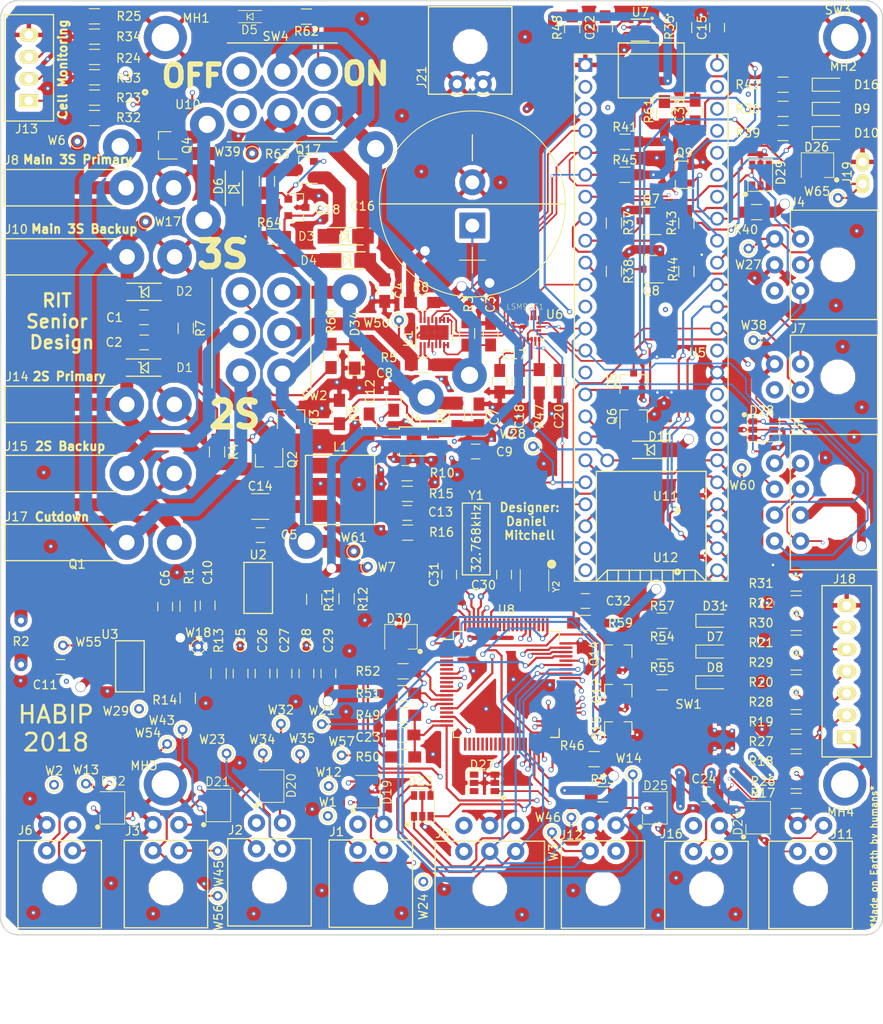
<source format=kicad_pcb>
(kicad_pcb (version 4) (host pcbnew 4.0.4-stable)
  (layers (0 F.Cu signal) (1 GND power) (2 3V3 power) (31 B.Cu signal) (34 B.Paste user) (35 F.Paste user) (36 B.SilkS user) (37 F.SilkS user) (38 B.Mask user) (39 F.Mask user) (44 Edge.Cuts user))
  (net 0 "")
  (net 1 2S_Backup_IN)
  (net 2 GND)
  (net 3 2S_Primary)
  (net 4 "Net-(C3-Pad1)")
  (net 5 From_Batt)
  (net 6 +6.5V)
  (net 7 +5V)
  (net 8 "Net-(C7-Pad1)")
  (net 9 "Net-(C8-Pad1)")
  (net 10 "Net-(C9-Pad1)")
  (net 11 From_LDO)
  (net 12 +3.3V)
  (net 13 "Net-(C12-Pad1)")
  (net 14 "Net-(C12-Pad2)")
  (net 15 Switch_FB)
  (net 16 TEENSY_PWR_IN)
  (net 17 RTC_PWR)
  (net 18 LSM_CAP)
  (net 19 "Net-(C18-Pad1)")
  (net 20 LSM_C1)
  (net 21 "Net-(C22-Pad1)")
  (net 22 "Net-(C23-Pad1)")
  (net 23 RST_SBWTDIO_HOST)
  (net 24 LF_IN)
  (net 25 LF_OUT)
  (net 26 "Net-(C32-Pad1)")
  (net 27 "Net-(D1-Pad1)")
  (net 28 "Net-(D2-Pad1)")
  (net 29 "Net-(D16-Pad1)")
  (net 30 UART_1_TX)
  (net 31 RESET_PI_1)
  (net 32 UART_1_RX)
  (net 33 UART_2_TX)
  (net 34 RESET_PI_2)
  (net 35 UART_2_RX)
  (net 36 UART_3_TX)
  (net 37 RESET_PI_3)
  (net 38 UART_3_RX)
  (net 39 UART_4_TX)
  (net 40 RESET_PI_4)
  (net 41 UART_4_RX)
  (net 42 COMMS_MOSI)
  (net 43 COMMS_MISO)
  (net 44 COMMS_CS)
  (net 45 COMMS_SCLK)
  (net 46 TEENSY_SCL)
  (net 47 TEENSY_SDA)
  (net 48 SBWTCK_HOST)
  (net 49 IMU_SCLK)
  (net 50 IMU_1_CS_AG)
  (net 51 IMU_1_CS_M)
  (net 52 IMU_MISO)
  (net 53 IMU_MOSI)
  (net 54 PWM_SPEED_CTRL)
  (net 55 PWM_CURRENT_CTRL)
  (net 56 MOTOR_DIRECTION_5)
  (net 57 MOTOR_ENABLE_5)
  (net 58 HOST_SCL)
  (net 59 HOST_SDA)
  (net 60 "Net-(D31-Pad1)")
  (net 61 "Net-(D34-Pad2)")
  (net 62 MEAS_SPEED)
  (net 63 MEAS_CURRENT)
  (net 64 MBATT_C2)
  (net 65 MBATT_C1)
  (net 66 MBATT_C3)
  (net 67 2S_Backup)
  (net 68 Battery_Power)
  (net 69 "Net-(J17-Pad2)")
  (net 70 RWBATT_C4)
  (net 71 RWBATT_C3)
  (net 72 RWBATT_C2)
  (net 73 RWBATT_C1)
  (net 74 RWBATT_C5)
  (net 75 RWBATT_C6)
  (net 76 "Net-(Q1-Pad1)")
  (net 77 CUTDOWN_EN)
  (net 78 Main_Batt_EN)
  (net 79 TEENSY_LED_GREEN)
  (net 80 "Net-(Q5-Pad3)")
  (net 81 MOTOR_ENABLE)
  (net 82 MOTOR_DIRECTION)
  (net 83 TEENSY_LED_RED)
  (net 84 "Net-(Q9-Pad3)")
  (net 85 TEENSY_LED_BLUE)
  (net 86 MSP_LED_GREEN)
  (net 87 "Net-(Q12-Pad3)")
  (net 88 MSP_LED_RED)
  (net 89 "Net-(Q14-Pad3)")
  (net 90 MSP_LED_BLUE)
  (net 91 "Net-(Q15-Pad3)")
  (net 92 SW_IN)
  (net 93 "Net-(R10-Pad1)")
  (net 94 "Net-(R11-Pad2)")
  (net 95 "Net-(R13-Pad2)")
  (net 96 CELL6)
  (net 97 CELL5)
  (net 98 CELL4)
  (net 99 CELL3)
  (net 100 CELL2)
  (net 101 CELL1)
  (net 102 MCELL3)
  (net 103 MCELL2)
  (net 104 MCELL1)
  (net 105 "Net-(R50-Pad1)")
  (net 106 "Net-(R60-Pad2)")
  (net 107 Data_Rdy)
  (net 108 ALERT)
  (net 109 "Net-(U4-Pad8)")
  (net 110 "Net-(U5-Pad15)")
  (net 111 IMU_CS_M)
  (net 112 DAQCS_CS)
  (net 113 DAQCS_SCLK)
  (net 114 IMU_CS_AG)
  (net 115 DAQCS_MISO)
  (net 116 DAQCS_MOSI)
  (net 117 "Net-(U5-Pad40)")
  (net 118 MSP_GPIO_0)
  (net 119 MSP_GPIO_1)
  (net 120 MSP_GPIO_2)
  (net 121 MSP_GPIO_3)
  (net 122 "Net-(U5-Pad51)")
  (net 123 "Net-(U6-Pad13)")
  (net 124 "Net-(U6-Pad12)")
  (net 125 "Net-(U6-Pad11)")
  (net 126 "Net-(U6-Pad10)")
  (net 127 "Net-(U6-Pad9)")
  (net 128 "Net-(U8-Pad4)")
  (net 129 "Net-(U8-Pad5)")
  (net 130 "Net-(U8-Pad6)")
  (net 131 "Net-(U8-Pad7)")
  (net 132 "Net-(U8-Pad10)")
  (net 133 "Net-(U8-Pad11)")
  (net 134 "Net-(U8-Pad21)")
  (net 135 "Net-(U8-Pad22)")
  (net 136 "Net-(U8-Pad23)")
  (net 137 "Net-(U8-Pad24)")
  (net 138 "Net-(U8-Pad25)")
  (net 139 "Net-(U8-Pad26)")
  (net 140 "Net-(U8-Pad27)")
  (net 141 "Net-(U8-Pad28)")
  (net 142 "Net-(U8-Pad29)")
  (net 143 "Net-(U8-Pad30)")
  (net 144 "Net-(U8-Pad32)")
  (net 145 "Net-(U8-Pad33)")
  (net 146 "Net-(U8-Pad34)")
  (net 147 "Net-(U8-Pad47)")
  (net 148 "Net-(U8-Pad48)")
  (net 149 "Net-(U8-Pad49)")
  (net 150 "Net-(U8-Pad50)")
  (net 151 "Net-(U8-Pad62)")
  (net 152 "Net-(U8-Pad63)")
  (net 153 "Net-(U8-Pad64)")
  (net 154 "Net-(U8-Pad68)")
  (net 155 "Net-(U8-Pad69)")
  (net 156 "Net-(U8-Pad70)")
  (net 157 "Net-(U8-Pad71)")
  (net 158 "Net-(U8-Pad72)")
  (net 159 HF_IN_1)
  (net 160 "Net-(U8-Pad75)")
  (net 161 "Net-(U10-Pad6)")
  (net 162 "Net-(U10-Pad8)")
  (net 163 "Net-(U10-Pad10)")
  (net 164 "Net-(U10-Pad2)")
  (net 165 "Net-(U10-Pad4)")
  (net 166 "Net-(U10-Pad5)")
  (net 167 "Net-(U11-Pad6)")
  (net 168 "Net-(U11-Pad8)")
  (net 169 "Net-(U11-Pad10)")
  (net 170 "Net-(U11-Pad2)")
  (net 171 "Net-(U11-Pad4)")
  (net 172 "Net-(U11-Pad5)")
  (net 173 "Net-(U12-Pad6)")
  (net 174 "Net-(U12-Pad8)")
  (net 175 "Net-(U12-Pad10)")
  (net 176 "Net-(U12-Pad2)")
  (net 177 "Net-(U12-Pad4)")
  (net 178 "Net-(U12-Pad5)")
  (net 179 TEENSY_BUTTON)
  (net 180 "Net-(D5-Pad2)")
  (net 181 To_Meas_Current)
  (net 182 "Net-(R62-Pad1)")
  (net 183 "Net-(SW4-Pad3)")
  (net 184 "Net-(SW4-Pad4)")
  (net 185 Backup_CTRL)
  (net 186 "Net-(D6-Pad1)")
  (net 187 Backup_PMOS)
  (net 188 Backup_Batt_EN)
  (net 189 "Net-(D7-Pad1)")
  (net 190 "Net-(D8-Pad1)")
  (net 191 "Net-(D9-Pad1)")
  (net 192 "Net-(D10-Pad1)")
  (net 193 "Net-(Q6-Pad3)")
  (net 194 RPI3_RST)
  (net 195 "Net-(U10-Pad7)")
  (net 196 "Net-(U8-Pad67)")
  (net 197 "Net-(D27-Pad4)")
  (net 198 "Net-(D27-Pad6)")
  (net 199 MSP_GPIO_CB)
  (net 200 "Net-(U8-Pad17)")
  (net 201 "Net-(Y2-Pad1)")
  (module Dans_Parts:Via-0.6mm (layer F.Cu) (at 94.42 66.194)
    (fp_text reference REF** hide)
    (fp_text value Via-0.6mm hide)
    (pad 1 thru_hole circle (at 0 0) (size 0.6 0.6) (drill 0.3) (layers *.Cu) (net 2 GND))
  )
  (module Dans_Parts:Via-0.6mm (layer F.Cu) (at 85.228 111.32)
    (fp_text reference REF** hide)
    (fp_text value Via-0.6mm hide)
    (pad 1 thru_hole circle (at 0 0) (size 0.6 0.6) (drill 0.3) (layers *.Cu) (net 12 +3.3V))
  )
  (module Dans_Parts:Via-0.6mm (layer F.Cu) (at 79.88 68.034)
    (fp_text reference REF** hide)
    (fp_text value Via-0.6mm hide)
    (pad 1 thru_hole circle (at 0 0) (size 0.6 0.6) (drill 0.3) (layers *.Cu) (net 2 GND))
  )
  (module Dans_Parts:Via-0.6mm (layer F.Cu) (at 82.81 73.534)
    (fp_text reference REF** hide)
    (fp_text value Via-0.6mm hide)
    (pad 1 thru_hole circle (at 0 0) (size 0.6 0.6) (drill 0.3) (layers *.Cu) (net 2 GND))
  )
  (module Dans_Parts:Via-0.6mm (layer F.Cu) (at 83.74 67.754)
    (fp_text reference REF** hide)
    (fp_text value Via-0.6mm hide)
    (pad 1 thru_hole circle (at 0 0) (size 0.6 0.6) (drill 0.3) (layers *.Cu) (net 2 GND))
  )
  (module Dans_Parts:Teensy33_SidePinsAndVBatt (layer F.Cu) (at 95.25 56.642 270)
    (fp_text reference U5 (at 4.064 -5.334 360) (layer F.SilkS))
    (fp_text value Teensy3.6)
    (pad 17 thru_hole circle (at 11.43 7.62 270) (size 1.6 1.6) (drill 1.1) (layers *.Cu *.Mask) (net 85 TEENSY_LED_BLUE))
    (pad 18 thru_hole circle (at 13.97 7.62 270) (size 1.6 1.6) (drill 1.1) (layers *.Cu *.Mask) (net 50 IMU_1_CS_AG))
    (pad 19 thru_hole circle (at 16.51 7.62 270) (size 1.6 1.6) (drill 1.1) (layers *.Cu *.Mask) (net 51 IMU_1_CS_M))
    (pad 20 thru_hole circle (at 19.05 7.62 270) (size 1.6 1.6) (drill 1.1) (layers *.Cu *.Mask) (net 78 Main_Batt_EN))
    (pad 16 thru_hole circle (at 8.89 7.62 270) (size 1.6 1.6) (drill 1.1) (layers *.Cu *.Mask) (net 79 TEENSY_LED_GREEN))
    (pad 15 thru_hole circle (at 6.35 7.62 270) (size 1.6 1.6) (drill 1.1) (layers *.Cu *.Mask) (net 110 "Net-(U5-Pad15)"))
    (pad 14 thru_hole circle (at 3.81 7.62 270) (size 1.6 1.6) (drill 1.1) (layers *.Cu *.Mask) (net 52 IMU_MISO))
    (pad 21 thru_hole circle (at 21.59 7.62 270) (size 1.6 1.6) (drill 1.1) (layers *.Cu *.Mask) (net 111 IMU_CS_M))
    (pad 22 thru_hole circle (at 24.13 7.62 270) (size 1.6 1.6) (drill 1.1) (layers *.Cu *.Mask) (net 55 PWM_CURRENT_CTRL))
    (pad 23 thru_hole circle (at 26.67 7.62 270) (size 1.6 1.6) (drill 1.1) (layers *.Cu *.Mask) (net 112 DAQCS_CS))
    (pad 24 thru_hole circle (at 29.21 7.62 270) (size 1.6 1.6) (drill 1.1) (layers *.Cu *.Mask) (net 113 DAQCS_SCLK))
    (pad 25 thru_hole circle (at 16.51 5.08 270) (size 1.6 1.6) (drill 1.1) (layers *.Cu *.Mask) (net 17 RTC_PWR))
    (pad 30 thru_hole circle (at 29.21 -7.62 270) (size 1.6 1.6) (drill 1.1) (layers *.Cu *.Mask) (net 96 CELL6))
    (pad 31 thru_hole circle (at 26.67 -7.62 270) (size 1.6 1.6) (drill 1.1) (layers *.Cu *.Mask) (net 97 CELL5))
    (pad 32 thru_hole circle (at 24.13 -7.62 270) (size 1.6 1.6) (drill 1.1) (layers *.Cu *.Mask) (net 98 CELL4))
    (pad 33 thru_hole circle (at 21.59 -7.62 270) (size 1.6 1.6) (drill 1.1) (layers *.Cu *.Mask) (net 99 CELL3))
    (pad 34 thru_hole circle (at 19.05 -7.62 270) (size 1.6 1.6) (drill 1.1) (layers *.Cu *.Mask) (net 100 CELL2))
    (pad 35 thru_hole circle (at 16.51 -7.62 270) (size 1.6 1.6) (drill 1.1) (layers *.Cu *.Mask) (net 101 CELL1))
    (pad 36 thru_hole circle (at 13.97 -7.62 270) (size 1.6 1.6) (drill 1.1) (layers *.Cu *.Mask) (net 104 MCELL1))
    (pad 37 thru_hole circle (at 11.43 -7.62 270) (size 1.6 1.6) (drill 1.1) (layers *.Cu *.Mask) (net 103 MCELL2))
    (pad 13 thru_hole circle (at 1.27 7.62 270) (size 1.6 1.6) (drill 1.1) (layers *.Cu *.Mask) (net 53 IMU_MOSI))
    (pad 12 thru_hole circle (at -1.27 7.62 270) (size 1.6 1.6) (drill 1.1) (layers *.Cu *.Mask) (net 107 Data_Rdy))
    (pad 11 thru_hole circle (at -3.81 7.62 270) (size 1.6 1.6) (drill 1.1) (layers *.Cu *.Mask) (net 114 IMU_CS_AG))
    (pad 10 thru_hole circle (at -6.35 7.62 270) (size 1.6 1.6) (drill 1.1) (layers *.Cu *.Mask) (net 82 MOTOR_DIRECTION))
    (pad 9 thru_hole circle (at -8.89 7.62 270) (size 1.6 1.6) (drill 1.1) (layers *.Cu *.Mask) (net 81 MOTOR_ENABLE))
    (pad 8 thru_hole circle (at -11.43 7.62 270) (size 1.6 1.6) (drill 1.1) (layers *.Cu *.Mask) (net 188 Backup_Batt_EN))
    (pad 7 thru_hole circle (at -13.97 7.62 270) (size 1.6 1.6) (drill 1.1) (layers *.Cu *.Mask) (net 194 RPI3_RST))
    (pad 6 thru_hole circle (at -16.51 7.62 270) (size 1.6 1.6) (drill 1.1) (layers *.Cu *.Mask) (net 47 TEENSY_SDA))
    (pad 5 thru_hole circle (at -19.05 7.62 270) (size 1.6 1.6) (drill 1.1) (layers *.Cu *.Mask) (net 46 TEENSY_SCL))
    (pad 4 thru_hole circle (at -21.59 7.62 270) (size 1.6 1.6) (drill 1.1) (layers *.Cu *.Mask) (net 108 ALERT))
    (pad 3 thru_hole circle (at -24.13 7.62 270) (size 1.6 1.6) (drill 1.1) (layers *.Cu *.Mask) (net 115 DAQCS_MISO))
    (pad 2 thru_hole circle (at -26.67 7.62 270) (size 1.6 1.6) (drill 1.1) (layers *.Cu *.Mask) (net 116 DAQCS_MOSI))
    (pad 1 thru_hole rect (at -29.21 7.62 270) (size 1.6 1.6) (drill 1.1) (layers *.Cu *.Mask) (net 2 GND))
    (pad 38 thru_hole circle (at 8.89 -7.62 270) (size 1.6 1.6) (drill 1.1) (layers *.Cu *.Mask) (net 102 MCELL3))
    (pad 39 thru_hole circle (at 6.35 -7.62 270) (size 1.6 1.6) (drill 1.1) (layers *.Cu *.Mask) (net 2 GND))
    (pad 40 thru_hole circle (at 3.81 -7.62 270) (size 1.6 1.6) (drill 1.1) (layers *.Cu *.Mask) (net 117 "Net-(U5-Pad40)"))
    (pad 41 thru_hole circle (at 1.27 -7.62 270) (size 1.6 1.6) (drill 1.1) (layers *.Cu *.Mask) (net 49 IMU_SCLK))
    (pad 42 thru_hole circle (at -1.27 -7.62 270) (size 1.6 1.6) (drill 1.1) (layers *.Cu *.Mask) (net 62 MEAS_SPEED))
    (pad 43 thru_hole circle (at -3.81 -7.62 270) (size 1.6 1.6) (drill 1.1) (layers *.Cu *.Mask) (net 63 MEAS_CURRENT))
    (pad 44 thru_hole circle (at -6.35 -7.62 270) (size 1.6 1.6) (drill 1.1) (layers *.Cu *.Mask) (net 54 PWM_SPEED_CTRL))
    (pad 45 thru_hole circle (at -8.89 -7.62 270) (size 1.6 1.6) (drill 1.1) (layers *.Cu *.Mask) (net 179 TEENSY_BUTTON))
    (pad 46 thru_hole circle (at -11.43 -7.62 270) (size 1.6 1.6) (drill 1.1) (layers *.Cu *.Mask) (net 83 TEENSY_LED_RED))
    (pad 47 thru_hole circle (at -13.97 -7.62 270) (size 1.6 1.6) (drill 1.1) (layers *.Cu *.Mask) (net 118 MSP_GPIO_0))
    (pad 48 thru_hole circle (at -16.51 -7.62 270) (size 1.6 1.6) (drill 1.1) (layers *.Cu *.Mask) (net 119 MSP_GPIO_1))
    (pad 49 thru_hole circle (at -19.05 -7.62 270) (size 1.6 1.6) (drill 1.1) (layers *.Cu *.Mask) (net 120 MSP_GPIO_2))
    (pad 50 thru_hole circle (at -21.59 -7.62 270) (size 1.6 1.6) (drill 1.1) (layers *.Cu *.Mask) (net 121 MSP_GPIO_3))
    (pad 51 thru_hole circle (at -24.13 -7.62 270) (size 1.6 1.6) (drill 1.1) (layers *.Cu *.Mask) (net 122 "Net-(U5-Pad51)"))
    (pad 52 thru_hole circle (at -26.67 -7.62 270) (size 1.6 1.6) (drill 1.1) (layers *.Cu *.Mask) (net 2 GND))
    (pad 53 thru_hole circle (at -29.21 -7.62 270) (size 1.6 1.6) (drill 1.1) (layers *.Cu *.Mask) (net 16 TEENSY_PWR_IN))
  )
  (module Housings_QFP:LQFP-80_12x12mm_Pitch0.5mm (layer F.Cu) (at 78.486 99.06)
    (fp_text reference U8 (at 0 -8.65) (layer F.SilkS))
    (fp_text value MSP430FR5994)
    (pad 1 smd rect (at -6.9 -4.75) (size 1.5 0.28) (layers F.Cu F.Paste F.Mask) (net 86 MSP_LED_GREEN))
    (pad 2 smd rect (at -6.9 -4.25) (size 1.5 0.28) (layers F.Cu F.Paste F.Mask) (net 90 MSP_LED_BLUE))
    (pad 3 smd rect (at -6.9 -3.75) (size 1.5 0.28) (layers F.Cu F.Paste F.Mask) (net 88 MSP_LED_RED))
    (pad 4 smd rect (at -6.9 -3.25) (size 1.5 0.28) (layers F.Cu F.Paste F.Mask) (net 128 "Net-(U8-Pad4)"))
    (pad 5 smd rect (at -6.9 -2.75) (size 1.5 0.28) (layers F.Cu F.Paste F.Mask) (net 129 "Net-(U8-Pad5)"))
    (pad 6 smd rect (at -6.9 -2.25) (size 1.5 0.28) (layers F.Cu F.Paste F.Mask) (net 130 "Net-(U8-Pad6)"))
    (pad 7 smd rect (at -6.9 -1.75) (size 1.5 0.28) (layers F.Cu F.Paste F.Mask) (net 131 "Net-(U8-Pad7)"))
    (pad 8 smd rect (at -6.9 -1.25) (size 1.5 0.28) (layers F.Cu F.Paste F.Mask) (net 39 UART_4_TX))
    (pad 9 smd rect (at -6.9 -0.75) (size 1.5 0.28) (layers F.Cu F.Paste F.Mask) (net 41 UART_4_RX))
    (pad 10 smd rect (at -6.9 -0.25) (size 1.5 0.28) (layers F.Cu F.Paste F.Mask) (net 132 "Net-(U8-Pad10)"))
    (pad 11 smd rect (at -6.9 0.25) (size 1.5 0.28) (layers F.Cu F.Paste F.Mask) (net 133 "Net-(U8-Pad11)"))
    (pad 12 smd rect (at -6.9 0.75) (size 1.5 0.28) (layers F.Cu F.Paste F.Mask) (net 40 RESET_PI_4))
    (pad 13 smd rect (at -6.9 1.25) (size 1.5 0.28) (layers F.Cu F.Paste F.Mask) (net 59 HOST_SDA))
    (pad 14 smd rect (at -6.9 1.75) (size 1.5 0.28) (layers F.Cu F.Paste F.Mask) (net 58 HOST_SCL))
    (pad 15 smd rect (at -6.9 2.25) (size 1.5 0.28) (layers F.Cu F.Paste F.Mask) (net 118 MSP_GPIO_0))
    (pad 16 smd rect (at -6.9 2.75) (size 1.5 0.28) (layers F.Cu F.Paste F.Mask) (net 112 DAQCS_CS))
    (pad 17 smd rect (at -6.9 3.25) (size 1.5 0.28) (layers F.Cu F.Paste F.Mask) (net 200 "Net-(U8-Pad17)"))
    (pad 18 smd rect (at -6.9 3.75) (size 1.5 0.28) (layers F.Cu F.Paste F.Mask) (net 199 MSP_GPIO_CB))
    (pad 19 smd rect (at -6.9 4.25) (size 1.5 0.28) (layers F.Cu F.Paste F.Mask) (net 2 GND))
    (pad 20 smd rect (at -6.9 4.75) (size 1.5 0.28) (layers F.Cu F.Paste F.Mask) (net 22 "Net-(C23-Pad1)"))
    (pad 21 smd rect (at -4.75 6.9 90) (size 1.5 0.28) (layers F.Cu F.Paste F.Mask) (net 134 "Net-(U8-Pad21)"))
    (pad 22 smd rect (at -4.25 6.9 90) (size 1.5 0.28) (layers F.Cu F.Paste F.Mask) (net 135 "Net-(U8-Pad22)"))
    (pad 23 smd rect (at -3.75 6.9 90) (size 1.5 0.28) (layers F.Cu F.Paste F.Mask) (net 136 "Net-(U8-Pad23)"))
    (pad 24 smd rect (at -3.25 6.9 90) (size 1.5 0.28) (layers F.Cu F.Paste F.Mask) (net 137 "Net-(U8-Pad24)"))
    (pad 25 smd rect (at -2.75 6.9 90) (size 1.5 0.28) (layers F.Cu F.Paste F.Mask) (net 138 "Net-(U8-Pad25)"))
    (pad 26 smd rect (at -2.25 6.9 90) (size 1.5 0.28) (layers F.Cu F.Paste F.Mask) (net 139 "Net-(U8-Pad26)"))
    (pad 27 smd rect (at -1.75 6.9 90) (size 1.5 0.28) (layers F.Cu F.Paste F.Mask) (net 140 "Net-(U8-Pad27)"))
    (pad 28 smd rect (at -1.25 6.9 90) (size 1.5 0.28) (layers F.Cu F.Paste F.Mask) (net 141 "Net-(U8-Pad28)"))
    (pad 29 smd rect (at -0.75 6.9 90) (size 1.5 0.28) (layers F.Cu F.Paste F.Mask) (net 142 "Net-(U8-Pad29)"))
    (pad 30 smd rect (at -0.25 6.9 90) (size 1.5 0.28) (layers F.Cu F.Paste F.Mask) (net 143 "Net-(U8-Pad30)"))
    (pad 31 smd rect (at 0.25 6.9 90) (size 1.5 0.28) (layers F.Cu F.Paste F.Mask) (net 77 CUTDOWN_EN))
    (pad 32 smd rect (at 0.75 6.9 90) (size 1.5 0.28) (layers F.Cu F.Paste F.Mask) (net 144 "Net-(U8-Pad32)"))
    (pad 33 smd rect (at 1.25 6.9 90) (size 1.5 0.28) (layers F.Cu F.Paste F.Mask) (net 145 "Net-(U8-Pad33)"))
    (pad 34 smd rect (at 1.75 6.9 90) (size 1.5 0.28) (layers F.Cu F.Paste F.Mask) (net 146 "Net-(U8-Pad34)"))
    (pad 35 smd rect (at 2.25 6.9 90) (size 1.5 0.28) (layers F.Cu F.Paste F.Mask) (net 33 UART_2_TX))
    (pad 36 smd rect (at 2.75 6.9 90) (size 1.5 0.28) (layers F.Cu F.Paste F.Mask) (net 35 UART_2_RX))
    (pad 37 smd rect (at 3.25 6.9 90) (size 1.5 0.28) (layers F.Cu F.Paste F.Mask) (net 48 SBWTCK_HOST))
    (pad 38 smd rect (at 3.75 6.9 90) (size 1.5 0.28) (layers F.Cu F.Paste F.Mask) (net 23 RST_SBWTDIO_HOST))
    (pad 39 smd rect (at 4.25 6.9 90) (size 1.5 0.28) (layers F.Cu F.Paste F.Mask) (net 2 GND))
    (pad 40 smd rect (at 4.75 6.9 90) (size 1.5 0.28) (layers F.Cu F.Paste F.Mask) (net 22 "Net-(C23-Pad1)"))
    (pad 41 smd rect (at 6.9 4.75) (size 1.5 0.28) (layers F.Cu F.Paste F.Mask) (net 30 UART_1_TX))
    (pad 42 smd rect (at 6.9 4.25) (size 1.5 0.28) (layers F.Cu F.Paste F.Mask) (net 32 UART_1_RX))
    (pad 43 smd rect (at 6.9 3.75) (size 1.5 0.28) (layers F.Cu F.Paste F.Mask) (net 113 DAQCS_SCLK))
    (pad 44 smd rect (at 6.9 3.25) (size 1.5 0.28) (layers F.Cu F.Paste F.Mask) (net 119 MSP_GPIO_1))
    (pad 45 smd rect (at 6.9 2.75) (size 1.5 0.28) (layers F.Cu F.Paste F.Mask) (net 120 MSP_GPIO_2))
    (pad 46 smd rect (at 6.9 2.25) (size 1.5 0.28) (layers F.Cu F.Paste F.Mask) (net 121 MSP_GPIO_3))
    (pad 47 smd rect (at 6.9 1.75) (size 1.5 0.28) (layers F.Cu F.Paste F.Mask) (net 147 "Net-(U8-Pad47)"))
    (pad 48 smd rect (at 6.9 1.25) (size 1.5 0.28) (layers F.Cu F.Paste F.Mask) (net 148 "Net-(U8-Pad48)"))
    (pad 49 smd rect (at 6.9 0.75) (size 1.5 0.28) (layers F.Cu F.Paste F.Mask) (net 149 "Net-(U8-Pad49)"))
    (pad 50 smd rect (at 6.9 0.25) (size 1.5 0.28) (layers F.Cu F.Paste F.Mask) (net 150 "Net-(U8-Pad50)"))
    (pad 51 smd rect (at 6.9 -0.25) (size 1.5 0.28) (layers F.Cu F.Paste F.Mask) (net 116 DAQCS_MOSI))
    (pad 52 smd rect (at 6.9 -0.75) (size 1.5 0.28) (layers F.Cu F.Paste F.Mask) (net 115 DAQCS_MISO))
    (pad 53 smd rect (at 6.9 -1.25) (size 1.5 0.28) (layers F.Cu F.Paste F.Mask) (net 42 COMMS_MOSI))
    (pad 54 smd rect (at 6.9 -1.75) (size 1.5 0.28) (layers F.Cu F.Paste F.Mask) (net 43 COMMS_MISO))
    (pad 55 smd rect (at 6.9 -2.25) (size 1.5 0.28) (layers F.Cu F.Paste F.Mask) (net 45 COMMS_SCLK))
    (pad 56 smd rect (at 6.9 -2.75) (size 1.5 0.28) (layers F.Cu F.Paste F.Mask) (net 44 COMMS_CS))
    (pad 57 smd rect (at 6.9 -3.25) (size 1.5 0.28) (layers F.Cu F.Paste F.Mask) (net 31 RESET_PI_1))
    (pad 58 smd rect (at 6.9 -3.75) (size 1.5 0.28) (layers F.Cu F.Paste F.Mask) (net 34 RESET_PI_2))
    (pad 59 smd rect (at 6.9 -4.25) (size 1.5 0.28) (layers F.Cu F.Paste F.Mask) (net 37 RESET_PI_3))
    (pad 60 smd rect (at 6.9 -4.75) (size 1.5 0.28) (layers F.Cu F.Paste F.Mask) (net 2 GND))
    (pad 61 smd rect (at 4.75 -6.9 90) (size 1.5 0.28) (layers F.Cu F.Paste F.Mask) (net 22 "Net-(C23-Pad1)"))
    (pad 62 smd rect (at 4.25 -6.9 90) (size 1.5 0.28) (layers F.Cu F.Paste F.Mask) (net 151 "Net-(U8-Pad62)"))
    (pad 63 smd rect (at 3.75 -6.9 90) (size 1.5 0.28) (layers F.Cu F.Paste F.Mask) (net 152 "Net-(U8-Pad63)"))
    (pad 64 smd rect (at 3.25 -6.9 90) (size 1.5 0.28) (layers F.Cu F.Paste F.Mask) (net 153 "Net-(U8-Pad64)"))
    (pad 65 smd rect (at 2.75 -6.9 90) (size 1.5 0.28) (layers F.Cu F.Paste F.Mask) (net 36 UART_3_TX))
    (pad 66 smd rect (at 2.25 -6.9 90) (size 1.5 0.28) (layers F.Cu F.Paste F.Mask) (net 38 UART_3_RX))
    (pad 67 smd rect (at 1.75 -6.9 90) (size 1.5 0.28) (layers F.Cu F.Paste F.Mask) (net 196 "Net-(U8-Pad67)"))
    (pad 68 smd rect (at 1.25 -6.9 90) (size 1.5 0.28) (layers F.Cu F.Paste F.Mask) (net 154 "Net-(U8-Pad68)"))
    (pad 69 smd rect (at 0.75 -6.9 90) (size 1.5 0.28) (layers F.Cu F.Paste F.Mask) (net 155 "Net-(U8-Pad69)"))
    (pad 70 smd rect (at 0.25 -6.9 90) (size 1.5 0.28) (layers F.Cu F.Paste F.Mask) (net 156 "Net-(U8-Pad70)"))
    (pad 71 smd rect (at -0.25 -6.9 90) (size 1.5 0.28) (layers F.Cu F.Paste F.Mask) (net 157 "Net-(U8-Pad71)"))
    (pad 72 smd rect (at -0.75 -6.9 90) (size 1.5 0.28) (layers F.Cu F.Paste F.Mask) (net 158 "Net-(U8-Pad72)"))
    (pad 73 smd rect (at -1.25 -6.9 90) (size 1.5 0.28) (layers F.Cu F.Paste F.Mask) (net 2 GND))
    (pad 74 smd rect (at -1.75 -6.9 90) (size 1.5 0.28) (layers F.Cu F.Paste F.Mask) (net 159 HF_IN_1))
    (pad 75 smd rect (at -2.25 -6.9 90) (size 1.5 0.28) (layers F.Cu F.Paste F.Mask) (net 160 "Net-(U8-Pad75)"))
    (pad 76 smd rect (at -2.75 -6.9 90) (size 1.5 0.28) (layers F.Cu F.Paste F.Mask) (net 2 GND))
    (pad 77 smd rect (at -3.25 -6.9 90) (size 1.5 0.28) (layers F.Cu F.Paste F.Mask) (net 24 LF_IN))
    (pad 78 smd rect (at -3.75 -6.9 90) (size 1.5 0.28) (layers F.Cu F.Paste F.Mask) (net 25 LF_OUT))
    (pad 79 smd rect (at -4.25 -6.9 90) (size 1.5 0.28) (layers F.Cu F.Paste F.Mask) (net 2 GND))
    (pad 80 smd rect (at -4.75 -6.9 90) (size 1.5 0.28) (layers F.Cu F.Paste F.Mask) (net 105 "Net-(R50-Pad1)"))
  )
  (module Dans_Parts:Mounting_Hole_Eighth_Inch (layer F.Cu) (at 71 138.075001)
    (fp_text reference MH4 (at 46.16 -24.271001) (layer F.SilkS))
    (fp_text value GND)
    (pad 1 thru_hole circle (at 46.63252 -27.498601) (size 5 5) (drill 3.175) (layers *.Cu *.Mask) (net 2 GND))
  )
  (module Dans_Parts:TE-AMP-2PIN-Vertical (layer F.Cu) (at 34.58972 82.64652 270)
    (fp_text reference J17 (at -2.9718 12.78128 360) (layer F.SilkS))
    (fp_text value To_Balloon)
    (pad 1 thru_hole circle (at 0 0 270) (size 4 4) (drill 1.8) (layers *.Cu *.Mask) (net 1 2S_Backup_IN))
    (pad 2 thru_hole circle (at 0 -5.5 270) (size 4 4) (drill 1.8) (layers *.Cu *.Mask) (net 69 "Net-(J17-Pad2)"))
  )
  (module Dans_Parts:Via-0.6mm (layer F.Cu) (at 103.92 89.94)
    (fp_text reference REF** hide)
    (fp_text value Via-0.6mm hide)
    (pad 1 thru_hole circle (at 0 0) (size 0.6 0.6) (drill 0.3) (layers *.Cu) (net 7 +5V))
  )
  (module Dans_Parts:Via-0.6mm (layer F.Cu) (at 97.59 65.284)
    (fp_text reference REF** hide)
    (fp_text value Via-0.6mm hide)
    (pad 1 thru_hole circle (at 0 0) (size 0.6 0.6) (drill 0.3) (layers *.Cu) (net 7 +5V))
  )
  (module Dans_Parts:Via-0.6mm (layer F.Cu) (at 95.97 65.304)
    (fp_text reference REF** hide)
    (fp_text value Via-0.6mm hide)
    (pad 1 thru_hole circle (at 0 0) (size 0.6 0.6) (drill 0.3) (layers *.Cu) (net 7 +5V))
  )
  (module Dans_Parts:Via-0.6mm (layer F.Cu) (at 97.72 61.104)
    (fp_text reference REF** hide)
    (fp_text value Via-0.6mm hide)
    (pad 1 thru_hole circle (at 0 0) (size 0.6 0.6) (drill 0.3) (layers *.Cu) (net 7 +5V))
  )
  (module Dans_Parts:Via-0.6mm (layer F.Cu) (at 95.9 61.174)
    (fp_text reference REF** hide)
    (fp_text value Via-0.6mm hide)
    (pad 1 thru_hole circle (at 0 0) (size 0.6 0.6) (drill 0.3) (layers *.Cu) (net 7 +5V))
  )
  (module Dans_Parts:Via-0.6mm (layer F.Cu) (at 97.14 21.63)
    (fp_text reference REF** hide)
    (fp_text value Via-0.6mm hide)
    (pad 1 thru_hole circle (at 0 0) (size 0.6 0.6) (drill 0.3) (layers *.Cu) (net 7 +5V))
  )
  (module Dans_Parts:Via-0.6mm (layer F.Cu) (at 101.092 49.3776)
    (fp_text reference REF** hide)
    (fp_text value Via-0.6mm hide)
    (pad 1 thru_hole circle (at 0 0) (size 0.6 0.6) (drill 0.3) (layers *.Cu) (net 7 +5V))
  )
  (module Dans_Parts:Via-0.6mm (layer F.Cu) (at 48.3108 47.27448)
    (fp_text reference REF** hide)
    (fp_text value Via-0.6mm hide)
    (pad 1 thru_hole circle (at 0 0) (size 0.6 0.6) (drill 0.3) (layers *.Cu) (net 7 +5V))
  )
  (module Dans_Parts:Via-0.6mm (layer F.Cu) (at 109.33 85.244)
    (fp_text reference REF** hide)
    (fp_text value Via-0.6mm hide)
    (pad 1 thru_hole circle (at 0 0) (size 0.6 0.6) (drill 0.3) (layers *.Cu) (net 7 +5V))
  )
  (module Dans_Parts:Via-0.6mm (layer F.Cu) (at 119.3419 32.5501)
    (fp_text reference REF** hide)
    (fp_text value Via-0.6mm hide)
    (pad 1 thru_hole circle (at 0 0) (size 0.6 0.6) (drill 0.3) (layers *.Cu) (net 7 +5V))
  )
  (module Dans_Parts:Via-0.6mm (layer F.Cu) (at 92.56 44.204)
    (fp_text reference REF** hide)
    (fp_text value Via-0.6mm hide)
    (pad 1 thru_hole circle (at 0 0) (size 0.6 0.6) (drill 0.3) (layers *.Cu) (net 12 +3.3V))
  )
  (module Dans_Parts:Via-0.6mm (layer F.Cu) (at 63.36 100.12)
    (fp_text reference REF** hide)
    (fp_text value Via-0.6mm hide)
    (pad 1 thru_hole circle (at 0 0) (size 0.6 0.6) (drill 0.3) (layers *.Cu) (net 12 +3.3V))
  )
  (module Dans_Parts:Via-0.6mm (layer F.Cu) (at 102.21 109.164)
    (fp_text reference REF** hide)
    (fp_text value Via-0.6mm hide)
    (pad 1 thru_hole circle (at 0 0) (size 0.6 0.6) (drill 0.3) (layers *.Cu) (net 12 +3.3V))
  )
  (module Dans_Parts:Via-0.6mm (layer F.Cu) (at 108.98 109.504)
    (fp_text reference REF** hide)
    (fp_text value Via-0.6mm hide)
    (pad 1 thru_hole circle (at 0 0) (size 0.6 0.6) (drill 0.3) (layers *.Cu) (net 12 +3.3V))
  )
  (module Dans_Parts:Via-0.6mm (layer F.Cu) (at 92.71 49.022)
    (fp_text reference REF** hide)
    (fp_text value Via-0.6mm hide)
    (pad 1 thru_hole circle (at 0 0) (size 0.6 0.6) (drill 0.3) (layers *.Cu) (net 12 +3.3V))
  )
  (module Dans_Parts:Via-0.6mm (layer F.Cu) (at 96.9 55.71)
    (fp_text reference REF** hide)
    (fp_text value Via-0.6mm hide)
    (pad 1 thru_hole circle (at 0 0) (size 0.6 0.6) (drill 0.3) (layers *.Cu) (net 12 +3.3V))
  )
  (module Dans_Parts:Via-0.6mm (layer F.Cu) (at 107.06 111.434)
    (fp_text reference REF** hide)
    (fp_text value Via-0.6mm hide)
    (pad 1 thru_hole circle (at 0 0) (size 0.6 0.6) (drill 0.3) (layers *.Cu) (net 12 +3.3V))
  )
  (module Dans_Parts:Via-0.6mm (layer F.Cu) (at 98.49 109.244)
    (fp_text reference REF** hide)
    (fp_text value Via-0.6mm hide)
    (pad 1 thru_hole circle (at 0 0) (size 0.6 0.6) (drill 0.3) (layers *.Cu) (net 12 +3.3V))
  )
  (module Dans_Parts:Via-0.6mm (layer F.Cu) (at 106.94 107.354)
    (fp_text reference REF** hide)
    (fp_text value Via-0.6mm hide)
    (pad 1 thru_hole circle (at 0 0) (size 0.6 0.6) (drill 0.3) (layers *.Cu) (net 12 +3.3V))
  )
  (module Dans_Parts:Via-0.6mm (layer F.Cu) (at 97.166 29.278)
    (fp_text reference REF** hide)
    (fp_text value Via-0.6mm hide)
    (pad 1 thru_hole circle (at 0 0) (size 0.6 0.6) (drill 0.3) (layers *.Cu) (net 12 +3.3V))
  )
  (module Dans_Parts:Via-0.6mm (layer F.Cu) (at 96.266 48.768)
    (fp_text reference REF** hide)
    (fp_text value Via-0.6mm hide)
    (pad 1 thru_hole circle (at 0 0) (size 0.6 0.6) (drill 0.3) (layers *.Cu) (net 12 +3.3V))
  )
  (module Dans_Parts:Via-0.6mm (layer F.Cu) (at 106.48 30.82)
    (fp_text reference REF** hide)
    (fp_text value Via-0.6mm hide)
    (pad 1 thru_hole circle (at 0 0) (size 0.6 0.6) (drill 0.3) (layers *.Cu) (net 12 +3.3V))
  )
  (module Dans_Parts:Via-0.6mm (layer F.Cu) (at 105.1 113.534)
    (fp_text reference REF** hide)
    (fp_text value Via-0.6mm hide)
    (pad 1 thru_hole circle (at 0 0) (size 0.6 0.6) (drill 0.3) (layers *.Cu) (net 12 +3.3V))
  )
  (module Dans_Parts:Via-0.6mm (layer F.Cu) (at 104.79 109.144)
    (fp_text reference REF** hide)
    (fp_text value Via-0.6mm hide)
    (pad 1 thru_hole circle (at 0 0) (size 0.6 0.6) (drill 0.3) (layers *.Cu) (net 12 +3.3V))
  )
  (module Dans_Parts:Via-0.6mm (layer F.Cu) (at 96.774 36.068)
    (fp_text reference REF** hide)
    (fp_text value Via-0.6mm hide)
    (pad 1 thru_hole circle (at 0 0) (size 0.6 0.6) (drill 0.3) (layers *.Cu) (net 12 +3.3V))
  )
  (module Dans_Parts:Via-0.6mm (layer F.Cu) (at 83.82 21.844)
    (fp_text reference REF** hide)
    (fp_text value Via-0.6mm hide)
    (pad 1 thru_hole circle (at 0 0) (size 0.6 0.6) (drill 0.3) (layers *.Cu) (net 12 +3.3V))
  )
  (module Dans_Parts:Via-0.6mm (layer F.Cu) (at 47.7 94.55)
    (fp_text reference REF** hide)
    (fp_text value Via-0.6mm hide)
    (pad 1 thru_hole circle (at 0 0) (size 0.6 0.6) (drill 0.3) (layers *.Cu) (net 12 +3.3V))
  )
  (module Dans_Parts:Via-0.6mm (layer F.Cu) (at 95.504 40.132)
    (fp_text reference REF** hide)
    (fp_text value Via-0.6mm hide)
    (pad 1 thru_hole circle (at 0 0) (size 0.6 0.6) (drill 0.3) (layers *.Cu) (net 12 +3.3V))
  )
  (module Dans_Parts:Via-0.6mm (layer F.Cu) (at 27.61 98.694)
    (fp_text reference REF** hide)
    (fp_text value Via-0.6mm hide)
    (pad 1 thru_hole circle (at 0 0) (size 0.6 0.6) (drill 0.3) (layers *.Cu) (net 12 +3.3V))
  )
  (module Dans_Parts:Via-0.6mm (layer F.Cu) (at 79.06 69.914)
    (fp_text reference REF** hide)
    (fp_text value Via-0.6mm hide)
    (pad 1 thru_hole circle (at 0 0) (size 0.6 0.6) (drill 0.3) (layers *.Cu) (net 12 +3.3V))
  )
  (module Dans_Parts:Via-0.6mm (layer F.Cu) (at 80.86 32.51)
    (fp_text reference REF** hide)
    (fp_text value Via-0.6mm hide)
    (pad 1 thru_hole circle (at 0 0) (size 0.6 0.6) (drill 0.3) (layers *.Cu) (net 12 +3.3V))
  )
  (module Dans_Parts:Via-0.6mm (layer F.Cu) (at 90.8 91.97)
    (fp_text reference REF** hide)
    (fp_text value Via-0.6mm hide)
    (pad 1 thru_hole circle (at 0 0) (size 0.6 0.6) (drill 0.3) (layers *.Cu) (net 12 +3.3V))
  )
  (module Dans_Parts:Via-0.6mm (layer F.Cu) (at 90.23 32.36)
    (fp_text reference REF** hide)
    (fp_text value Via-0.6mm hide)
    (pad 1 thru_hole circle (at 0 0) (size 0.6 0.6) (drill 0.3) (layers *.Cu) (net 12 +3.3V))
  )
  (module Dans_Parts:Via-0.6mm (layer F.Cu) (at 98.63 113.144)
    (fp_text reference REF** hide)
    (fp_text value Via-0.6mm hide)
    (pad 1 thru_hole circle (at 0 0) (size 0.6 0.6) (drill 0.3) (layers *.Cu) (net 12 +3.3V))
  )
  (module Dans_Parts:Via-0.6mm (layer F.Cu) (at 101.0158 21.6535)
    (fp_text reference REF** hide)
    (fp_text value Via-0.6mm hide)
    (pad 1 thru_hole circle (at 0 0) (size 0.6 0.6) (drill 0.3) (layers *.Cu) (net 2 GND))
  )
  (module Dans_Parts:Via-0.6mm (layer F.Cu) (at 56.95696 45.41012)
    (fp_text reference REF** hide)
    (fp_text value Via-0.6mm hide)
    (pad 1 thru_hole circle (at 0 0) (size 0.6 0.6) (drill 0.3) (layers *.Cu) (net 2 GND))
  )
  (module Dans_Parts:Via-0.6mm (layer F.Cu) (at 95.896 38.168)
    (fp_text reference REF** hide)
    (fp_text value Via-0.6mm hide)
    (pad 1 thru_hole circle (at 0 0) (size 0.6 0.6) (drill 0.3) (layers *.Cu) (net 2 GND))
  )
  (module Dans_Parts:Via-0.6mm (layer F.Cu) (at 101.23 38.676)
    (fp_text reference REF** hide)
    (fp_text value Via-0.6mm hide)
    (pad 1 thru_hole circle (at 0 0) (size 0.6 0.6) (drill 0.3) (layers *.Cu) (net 2 GND))
  )
  (module Dans_Parts:Via-0.6mm (layer F.Cu) (at 112.06 109.344)
    (fp_text reference REF** hide)
    (fp_text value Via-0.6mm hide)
    (pad 1 thru_hole circle (at 0 0) (size 0.6 0.6) (drill 0.3) (layers *.Cu) (net 2 GND))
  )
  (module Dans_Parts:Via-0.6mm (layer F.Cu) (at 111.96 86.274)
    (fp_text reference REF** hide)
    (fp_text value Via-0.6mm hide)
    (pad 1 thru_hole circle (at 0 0) (size 0.6 0.6) (drill 0.3) (layers *.Cu) (net 2 GND))
  )
  (module Dans_Parts:Via-0.6mm (layer F.Cu) (at 112.06 90.864)
    (fp_text reference REF** hide)
    (fp_text value Via-0.6mm hide)
    (pad 1 thru_hole circle (at 0 0) (size 0.6 0.6) (drill 0.3) (layers *.Cu) (net 2 GND))
  )
  (module Dans_Parts:Via-0.6mm (layer F.Cu) (at 112.04 95.394)
    (fp_text reference REF** hide)
    (fp_text value Via-0.6mm hide)
    (pad 1 thru_hole circle (at 0 0) (size 0.6 0.6) (drill 0.3) (layers *.Cu) (net 2 GND))
  )
  (module Dans_Parts:Via-0.6mm (layer F.Cu) (at 112.03 99.994)
    (fp_text reference REF** hide)
    (fp_text value Via-0.6mm hide)
    (pad 1 thru_hole circle (at 0 0) (size 0.6 0.6) (drill 0.3) (layers *.Cu) (net 2 GND))
  )
  (module Dans_Parts:Via-0.6mm (layer F.Cu) (at 114.73 104.644)
    (fp_text reference REF** hide)
    (fp_text value Via-0.6mm hide)
    (pad 1 thru_hole circle (at 0 0) (size 0.6 0.6) (drill 0.3) (layers *.Cu) (net 2 GND))
  )
  (module Dans_Parts:Via-0.6mm (layer F.Cu) (at 88.14 23.014)
    (fp_text reference REF** hide)
    (fp_text value Via-0.6mm hide)
    (pad 1 thru_hole circle (at 0 0) (size 0.6 0.6) (drill 0.3) (layers *.Cu) (net 2 GND))
  )
  (module Dans_Parts:Via-0.6mm (layer F.Cu) (at 96.72 66.524)
    (fp_text reference REF** hide)
    (fp_text value Via-0.6mm hide)
    (pad 1 thru_hole circle (at 0 0) (size 0.6 0.6) (drill 0.3) (layers *.Cu) (net 2 GND))
  )
  (module Dans_Parts:Via-0.6mm (layer F.Cu) (at 67.39 58.934)
    (fp_text reference REF** hide)
    (fp_text value Via-0.6mm hide)
    (pad 1 thru_hole circle (at 0 0) (size 0.6 0.6) (drill 0.3) (layers *.Cu) (net 2 GND))
  )
  (module Dans_Parts:Via-0.6mm (layer F.Cu) (at 62.97 54.35)
    (fp_text reference REF** hide)
    (fp_text value Via-0.6mm hide)
    (pad 1 thru_hole circle (at 0 0) (size 0.6 0.6) (drill 0.3) (layers *.Cu) (net 2 GND))
  )
  (module Dans_Parts:Via-0.6mm (layer F.Cu) (at 104.598 106.444)
    (fp_text reference REF** hide)
    (fp_text value Via-0.6mm hide)
    (pad 1 thru_hole circle (at 0 0) (size 0.6 0.6) (drill 0.3) (layers *.Cu) (net 2 GND))
  )
  (module Dans_Parts:Via-0.6mm (layer F.Cu) (at 102.598 106.444)
    (fp_text reference REF** hide)
    (fp_text value Via-0.6mm hide)
    (pad 1 thru_hole circle (at 0 0) (size 0.6 0.6) (drill 0.3) (layers *.Cu) (net 2 GND))
  )
  (module Dans_Parts:Via-0.6mm (layer F.Cu) (at 64.01 74.234)
    (fp_text reference REF** hide)
    (fp_text value Via-0.6mm hide)
    (pad 1 thru_hole circle (at 0 0) (size 0.6 0.6) (drill 0.3) (layers *.Cu) (net 2 GND))
  )
  (module Dans_Parts:Via-0.6mm (layer F.Cu) (at 108.3 93.904)
    (fp_text reference REF** hide)
    (fp_text value Via-0.6mm hide)
    (pad 1 thru_hole circle (at 0 0) (size 0.6 0.6) (drill 0.3) (layers *.Cu) (net 2 GND))
  )
  (module Dans_Parts:Via-0.6mm (layer F.Cu) (at 108.07 98.744)
    (fp_text reference REF** hide)
    (fp_text value Via-0.6mm hide)
    (pad 1 thru_hole circle (at 0 0) (size 0.6 0.6) (drill 0.3) (layers *.Cu) (net 2 GND))
  )
  (module Dans_Parts:Via-0.6mm (layer F.Cu) (at 108.07 104.244)
    (fp_text reference REF** hide)
    (fp_text value Via-0.6mm hide)
    (pad 1 thru_hole circle (at 0 0) (size 0.6 0.6) (drill 0.3) (layers *.Cu) (net 2 GND))
  )
  (module Dans_Parts:Via-0.6mm (layer F.Cu) (at 92.1258 25.7048)
    (fp_text reference REF** hide)
    (fp_text value Via-0.6mm hide)
    (pad 1 thru_hole circle (at 0 0) (size 0.6 0.6) (drill 0.3) (layers *.Cu) (net 2 GND))
  )
  (module Dans_Parts:Via-0.6mm (layer F.Cu) (at 76.9 67.014)
    (fp_text reference REF** hide)
    (fp_text value Via-0.6mm hide)
    (pad 1 thru_hole circle (at 0 0) (size 0.6 0.6) (drill 0.3) (layers *.Cu) (net 2 GND))
  )
  (module Dans_Parts:Via-0.6mm (layer F.Cu) (at 27.69 28.864)
    (fp_text reference REF** hide)
    (fp_text value Via-0.6mm hide)
    (pad 1 thru_hole circle (at 0 0) (size 0.6 0.6) (drill 0.3) (layers *.Cu) (net 2 GND))
  )
  (module Dans_Parts:Via-0.6mm (layer F.Cu) (at 27.44 33.554)
    (fp_text reference REF** hide)
    (fp_text value Via-0.6mm hide)
    (pad 1 thru_hole circle (at 0 0) (size 0.6 0.6) (drill 0.3) (layers *.Cu) (net 2 GND))
  )
  (module Dans_Parts:Via-0.6mm (layer F.Cu) (at 104.598 104.444)
    (fp_text reference REF** hide)
    (fp_text value Via-0.6mm hide)
    (pad 1 thru_hole circle (at 0 0) (size 0.6 0.6) (drill 0.3) (layers *.Cu) (net 2 GND))
  )
  (module Dans_Parts:Via-0.6mm (layer F.Cu) (at 102.58 104.374)
    (fp_text reference REF** hide)
    (fp_text value Via-0.6mm hide)
    (pad 1 thru_hole circle (at 0 0) (size 0.6 0.6) (drill 0.3) (layers *.Cu) (net 2 GND))
  )
  (module Dans_Parts:Via-0.6mm (layer F.Cu) (at 72.8 74.794)
    (fp_text reference REF** hide)
    (fp_text value Via-0.6mm hide)
    (pad 1 thru_hole circle (at 0 0) (size 0.6 0.6) (drill 0.3) (layers *.Cu) (net 2 GND))
  )
  (module Dans_Parts:Via-0.6mm (layer F.Cu) (at 108.66 89.634)
    (fp_text reference REF** hide)
    (fp_text value Via-0.6mm hide)
    (pad 1 thru_hole circle (at 0 0) (size 0.6 0.6) (drill 0.3) (layers *.Cu) (net 2 GND))
  )
  (module Dans_Parts:Via-0.6mm (layer F.Cu) (at 76.16 101.884)
    (fp_text reference REF** hide)
    (fp_text value Via-0.6mm hide)
    (pad 1 thru_hole circle (at 0 0) (size 0.6 0.6) (drill 0.3) (layers *.Cu) (net 2 GND))
  )
  (module Dans_Parts:Via-0.6mm (layer F.Cu) (at 83.52 99.094)
    (fp_text reference REF** hide)
    (fp_text value Via-0.6mm hide)
    (pad 1 thru_hole circle (at 0 0) (size 0.6 0.6) (drill 0.3) (layers *.Cu) (net 2 GND))
  )
  (module Dans_Parts:Via-0.6mm (layer F.Cu) (at 56.7944 42.56532)
    (fp_text reference REF** hide)
    (fp_text value Via-0.6mm hide)
    (pad 1 thru_hole circle (at 0 0) (size 0.6 0.6) (drill 0.3) (layers *.Cu) (net 2 GND))
  )
  (module Dans_Parts:Via-0.6mm (layer F.Cu) (at 27.66 24.144)
    (fp_text reference REF** hide)
    (fp_text value Via-0.6mm hide)
    (pad 1 thru_hole circle (at 0 0) (size 0.6 0.6) (drill 0.3) (layers *.Cu) (net 2 GND))
  )
  (module Dans_Parts:Via-0.6mm (layer F.Cu) (at 25.43 26.764)
    (fp_text reference REF** hide)
    (fp_text value Via-0.6mm hide)
    (pad 1 thru_hole circle (at 0 0) (size 0.6 0.6) (drill 0.3) (layers *.Cu) (net 2 GND))
  )
  (module Dans_Parts:Via-0.6mm (layer F.Cu) (at 25.45 30.144)
    (fp_text reference REF** hide)
    (fp_text value Via-0.6mm hide)
    (pad 1 thru_hole circle (at 0 0) (size 0.6 0.6) (drill 0.3) (layers *.Cu) (net 2 GND))
  )
  (module Dans_Parts:Via-0.6mm (layer F.Cu) (at 119.02 46.634)
    (fp_text reference REF** hide)
    (fp_text value Via-0.6mm hide)
    (pad 1 thru_hole circle (at 0 0) (size 0.6 0.6) (drill 0.3) (layers *.Cu) (net 2 GND))
  )
  (module Dans_Parts:Via-0.6mm (layer F.Cu) (at 107.21 52.084)
    (fp_text reference REF** hide)
    (fp_text value Via-0.6mm hide)
    (pad 1 thru_hole circle (at 0 0) (size 0.6 0.6) (drill 0.3) (layers *.Cu) (net 2 GND))
  )
  (module Dans_Parts:Via-0.6mm (layer F.Cu) (at 23.39 112.264)
    (fp_text reference REF** hide)
    (fp_text value Via-0.6mm hide)
    (pad 1 thru_hole circle (at 0 0) (size 0.6 0.6) (drill 0.3) (layers *.Cu) (net 2 GND))
  )
  (module Dans_Parts:Via-0.6mm (layer F.Cu) (at 71.3 122.714)
    (fp_text reference REF** hide)
    (fp_text value Via-0.6mm hide)
    (pad 1 thru_hole circle (at 0 0) (size 0.6 0.6) (drill 0.3) (layers *.Cu) (net 2 GND))
  )
  (module Dans_Parts:Via-0.6mm (layer F.Cu) (at 86.22 122.884)
    (fp_text reference REF** hide)
    (fp_text value Via-0.6mm hide)
    (pad 1 thru_hole circle (at 0 0) (size 0.6 0.6) (drill 0.3) (layers *.Cu) (net 2 GND))
  )
  (module Dans_Parts:Via-0.6mm (layer F.Cu) (at 96.06 125.734)
    (fp_text reference REF** hide)
    (fp_text value Via-0.6mm hide)
    (pad 1 thru_hole circle (at 0 0) (size 0.6 0.6) (drill 0.3) (layers *.Cu) (net 2 GND))
  )
  (module Dans_Parts:Via-0.6mm (layer F.Cu) (at 115.4 72.844)
    (fp_text reference REF** hide)
    (fp_text value Via-0.6mm hide)
    (pad 1 thru_hole circle (at 0 0) (size 0.6 0.6) (drill 0.3) (layers *.Cu) (net 2 GND))
  )
  (module Dans_Parts:Via-0.6mm (layer F.Cu) (at 109.93 71.674)
    (fp_text reference REF** hide)
    (fp_text value Via-0.6mm hide)
    (pad 1 thru_hole circle (at 0 0) (size 0.6 0.6) (drill 0.3) (layers *.Cu) (net 2 GND))
  )
  (module Dans_Parts:Via-0.6mm (layer F.Cu) (at 118.72 70.444)
    (fp_text reference REF** hide)
    (fp_text value Via-0.6mm hide)
    (pad 1 thru_hole circle (at 0 0) (size 0.6 0.6) (drill 0.3) (layers *.Cu) (net 2 GND))
  )
  (module Dans_Parts:Via-0.6mm (layer F.Cu) (at 119.6 67.014)
    (fp_text reference REF** hide)
    (fp_text value Via-0.6mm hide)
    (pad 1 thru_hole circle (at 0 0) (size 0.6 0.6) (drill 0.3) (layers *.Cu) (net 2 GND))
  )
  (module Dans_Parts:Via-0.6mm (layer F.Cu) (at 117.39 60.004)
    (fp_text reference REF** hide)
    (fp_text value Via-0.6mm hide)
    (pad 1 thru_hole circle (at 0 0) (size 0.6 0.6) (drill 0.3) (layers *.Cu) (net 2 GND))
  )
  (module Dans_Parts:Via-0.6mm (layer F.Cu) (at 116.62 55.244)
    (fp_text reference REF** hide)
    (fp_text value Via-0.6mm hide)
    (pad 1 thru_hole circle (at 0 0) (size 0.6 0.6) (drill 0.3) (layers *.Cu) (net 2 GND))
  )
  (module Dans_Parts:Via-0.6mm (layer F.Cu) (at 23.79 125.454)
    (fp_text reference REF** hide)
    (fp_text value Via-0.6mm hide)
    (pad 1 thru_hole circle (at 0 0) (size 0.6 0.6) (drill 0.3) (layers *.Cu) (net 2 GND))
  )
  (module Dans_Parts:Via-0.6mm (layer F.Cu) (at 80.3 125.674)
    (fp_text reference REF** hide)
    (fp_text value Via-0.6mm hide)
    (pad 1 thru_hole circle (at 0 0) (size 0.6 0.6) (drill 0.3) (layers *.Cu) (net 2 GND))
  )
  (module Dans_Parts:Via-0.6mm (layer F.Cu) (at 98.13 121.424)
    (fp_text reference REF** hide)
    (fp_text value Via-0.6mm hide)
    (pad 1 thru_hole circle (at 0 0) (size 0.6 0.6) (drill 0.3) (layers *.Cu) (net 2 GND))
  )
  (module Dans_Parts:Via-0.6mm (layer F.Cu) (at 100.07 113.374)
    (fp_text reference REF** hide)
    (fp_text value Via-0.6mm hide)
    (pad 1 thru_hole circle (at 0 0) (size 0.6 0.6) (drill 0.3) (layers *.Cu) (net 2 GND))
  )
  (module Dans_Parts:Via-0.6mm (layer F.Cu) (at 69.77 73.074)
    (fp_text reference REF** hide)
    (fp_text value Via-0.6mm hide)
    (pad 1 thru_hole circle (at 0 0) (size 0.6 0.6) (drill 0.3) (layers *.Cu) (net 2 GND))
  )
  (module Dans_Parts:Via-0.6mm (layer F.Cu) (at 64.03 75.874)
    (fp_text reference REF** hide)
    (fp_text value Via-0.6mm hide)
    (pad 1 thru_hole circle (at 0 0) (size 0.6 0.6) (drill 0.3) (layers *.Cu) (net 2 GND))
  )
  (module Dans_Parts:Via-0.6mm (layer F.Cu) (at 72.48 70.954)
    (fp_text reference REF** hide)
    (fp_text value Via-0.6mm hide)
    (pad 1 thru_hole circle (at 0 0) (size 0.6 0.6) (drill 0.3) (layers *.Cu) (net 2 GND))
  )
  (module Dans_Parts:Via-0.6mm (layer F.Cu) (at 67.67 73.134)
    (fp_text reference REF** hide)
    (fp_text value Via-0.6mm hide)
    (pad 1 thru_hole circle (at 0 0) (size 0.6 0.6) (drill 0.3) (layers *.Cu) (net 2 GND))
  )
  (module Dans_Parts:Via-0.6mm (layer F.Cu) (at 57 75.824)
    (fp_text reference REF** hide)
    (fp_text value Via-0.6mm hide)
    (pad 1 thru_hole circle (at 0 0) (size 0.6 0.6) (drill 0.3) (layers *.Cu) (net 2 GND))
  )
  (module Dans_Parts:Via-0.6mm (layer F.Cu) (at 61.46 75.934)
    (fp_text reference REF** hide)
    (fp_text value Via-0.6mm hide)
    (pad 1 thru_hole circle (at 0 0) (size 0.6 0.6) (drill 0.3) (layers *.Cu) (net 2 GND))
  )
  (module Dans_Parts:Via-0.6mm (layer F.Cu) (at 57.15 122.884)
    (fp_text reference REF** hide)
    (fp_text value Via-0.6mm hide)
    (pad 1 thru_hole circle (at 0 0) (size 0.6 0.6) (drill 0.3) (layers *.Cu) (net 2 GND))
  )
  (module Dans_Parts:Via-0.6mm (layer F.Cu) (at 105 125.614)
    (fp_text reference REF** hide)
    (fp_text value Via-0.6mm hide)
    (pad 1 thru_hole circle (at 0 0) (size 0.6 0.6) (drill 0.3) (layers *.Cu) (net 2 GND))
  )
  (module Dans_Parts:Via-0.6mm (layer F.Cu) (at 22.31 98.614)
    (fp_text reference REF** hide)
    (fp_text value Via-0.6mm hide)
    (pad 1 thru_hole circle (at 0 0) (size 0.6 0.6) (drill 0.3) (layers *.Cu) (net 2 GND))
  )
  (module Dans_Parts:Via-0.6mm (layer F.Cu) (at 43.72 101.224)
    (fp_text reference REF** hide)
    (fp_text value Via-0.6mm hide)
    (pad 1 thru_hole circle (at 0 0) (size 0.6 0.6) (drill 0.3) (layers *.Cu) (net 2 GND))
  )
  (module Dans_Parts:Via-0.6mm (layer F.Cu) (at 58.9 64.124)
    (fp_text reference REF** hide)
    (fp_text value Via-0.6mm hide)
    (pad 1 thru_hole circle (at 0 0) (size 0.6 0.6) (drill 0.3) (layers *.Cu) (net 2 GND))
  )
  (module Dans_Parts:Via-0.6mm (layer F.Cu) (at 70.98 63.754)
    (fp_text reference REF** hide)
    (fp_text value Via-0.6mm hide)
    (pad 1 thru_hole circle (at 0 0) (size 0.6 0.6) (drill 0.3) (layers *.Cu) (net 2 GND))
  )
  (module Dans_Parts:Via-0.6mm (layer F.Cu) (at 63.99 81.074)
    (fp_text reference REF** hide)
    (fp_text value Via-0.6mm hide)
    (pad 1 thru_hole circle (at 0 0) (size 0.6 0.6) (drill 0.3) (layers *.Cu) (net 2 GND))
  )
  (module Dans_Parts:Via-0.6mm (layer F.Cu) (at 71.83 64.764)
    (fp_text reference REF** hide)
    (fp_text value Via-0.6mm hide)
    (pad 1 thru_hole circle (at 0 0) (size 0.6 0.6) (drill 0.3) (layers *.Cu) (net 2 GND))
  )
  (module Dans_Parts:Via-0.6mm (layer F.Cu) (at 57.15 67.134)
    (fp_text reference REF** hide)
    (fp_text value Via-0.6mm hide)
    (pad 1 thru_hole circle (at 0 0) (size 0.6 0.6) (drill 0.3) (layers *.Cu) (net 2 GND))
  )
  (module Dans_Parts:Via-0.6mm (layer F.Cu) (at 56.88 71.624)
    (fp_text reference REF** hide)
    (fp_text value Via-0.6mm hide)
    (pad 1 thru_hole circle (at 0 0) (size 0.6 0.6) (drill 0.3) (layers *.Cu) (net 2 GND))
  )
  (module Dans_Parts:Via-0.6mm (layer F.Cu) (at 49.27 125.564)
    (fp_text reference REF** hide)
    (fp_text value Via-0.6mm hide)
    (pad 1 thru_hole circle (at 0 0) (size 0.6 0.6) (drill 0.3) (layers *.Cu) (net 2 GND))
  )
  (module Dans_Parts:Via-0.6mm (layer F.Cu) (at 96.06 115.764)
    (fp_text reference REF** hide)
    (fp_text value Via-0.6mm hide)
    (pad 1 thru_hole circle (at 0 0) (size 0.6 0.6) (drill 0.3) (layers *.Cu) (net 2 GND))
  )
  (module Dans_Parts:Via-0.6mm (layer F.Cu) (at 32.35 99.834)
    (fp_text reference REF** hide)
    (fp_text value Via-0.6mm hide)
    (pad 1 thru_hole circle (at 0 0) (size 0.6 0.6) (drill 0.3) (layers *.Cu) (net 2 GND))
  )
  (module Dans_Parts:Via-0.6mm (layer F.Cu) (at 77.81 41.024)
    (fp_text reference REF** hide)
    (fp_text value Via-0.6mm hide)
    (pad 1 thru_hole circle (at 0 0) (size 0.6 0.6) (drill 0.3) (layers *.Cu) (net 2 GND))
  )
  (module Dans_Parts:Via-0.6mm (layer F.Cu) (at 76.76 70.694)
    (fp_text reference REF** hide)
    (fp_text value Via-0.6mm hide)
    (pad 1 thru_hole circle (at 0 0) (size 0.6 0.6) (drill 0.3) (layers *.Cu) (net 2 GND))
  )
  (module Dans_Parts:Via-0.6mm (layer F.Cu) (at 70.26 75.684)
    (fp_text reference REF** hide)
    (fp_text value Via-0.6mm hide)
    (pad 1 thru_hole circle (at 0 0) (size 0.6 0.6) (drill 0.3) (layers *.Cu) (net 2 GND))
  )
  (module Dans_Parts:Via-0.6mm (layer F.Cu) (at 72.16 72.904)
    (fp_text reference REF** hide)
    (fp_text value Via-0.6mm hide)
    (pad 1 thru_hole circle (at 0 0) (size 0.6 0.6) (drill 0.3) (layers *.Cu) (net 2 GND))
  )
  (module Dans_Parts:Via-0.6mm (layer F.Cu) (at 66.87 68.644)
    (fp_text reference REF** hide)
    (fp_text value Via-0.6mm hide)
    (pad 1 thru_hole circle (at 0 0) (size 0.6 0.6) (drill 0.3) (layers *.Cu) (net 2 GND))
  )
  (module Dans_Parts:Via-0.6mm (layer F.Cu) (at 61.49 64.774)
    (fp_text reference REF** hide)
    (fp_text value Via-0.6mm hide)
    (pad 1 thru_hole circle (at 0 0) (size 0.6 0.6) (drill 0.3) (layers *.Cu) (net 2 GND))
  )
  (module Dans_Parts:Via-0.6mm (layer F.Cu) (at 61 68.804)
    (fp_text reference REF** hide)
    (fp_text value Via-0.6mm hide)
    (pad 1 thru_hole circle (at 0 0) (size 0.6 0.6) (drill 0.3) (layers *.Cu) (net 2 GND))
  )
  (module Dans_Parts:Via-0.6mm (layer F.Cu) (at 43.51 122.094)
    (fp_text reference REF** hide)
    (fp_text value Via-0.6mm hide)
    (pad 1 thru_hole circle (at 0 0) (size 0.6 0.6) (drill 0.3) (layers *.Cu) (net 2 GND))
  )
  (module Dans_Parts:Via-0.6mm (layer F.Cu) (at 40.4 86.114)
    (fp_text reference REF** hide)
    (fp_text value Via-0.6mm hide)
    (pad 1 thru_hole circle (at 0 0) (size 0.6 0.6) (drill 0.3) (layers *.Cu) (net 2 GND))
  )
  (module Dans_Parts:Via-0.6mm (layer F.Cu) (at 24.98 74.554)
    (fp_text reference REF** hide)
    (fp_text value Via-0.6mm hide)
    (pad 1 thru_hole circle (at 0 0) (size 0.6 0.6) (drill 0.3) (layers *.Cu) (net 2 GND))
  )
  (module Dans_Parts:Via-0.6mm (layer F.Cu) (at 68.67 39.754)
    (fp_text reference REF** hide)
    (fp_text value Via-0.6mm hide)
    (pad 1 thru_hole circle (at 0 0) (size 0.6 0.6) (drill 0.3) (layers *.Cu) (net 2 GND))
  )
  (module Dans_Parts:Via-0.6mm (layer F.Cu) (at 95.61 67.804)
    (fp_text reference REF** hide)
    (fp_text value Via-0.6mm hide)
    (pad 1 thru_hole circle (at 0 0) (size 0.6 0.6) (drill 0.3) (layers *.Cu) (net 2 GND))
  )
  (module Dans_Parts:Via-0.6mm (layer F.Cu) (at 74.3 93.834)
    (fp_text reference REF** hide)
    (fp_text value Via-0.6mm hide)
    (pad 1 thru_hole circle (at 0 0) (size 0.6 0.6) (drill 0.3) (layers *.Cu) (net 2 GND))
  )
  (module Dans_Parts:Via-0.6mm (layer F.Cu) (at 74.68 97.494)
    (fp_text reference REF** hide)
    (fp_text value Via-0.6mm hide)
    (pad 1 thru_hole circle (at 0 0) (size 0.6 0.6) (drill 0.3) (layers *.Cu) (net 2 GND))
  )
  (module Dans_Parts:Via-0.6mm (layer F.Cu) (at 70.006 107.128)
    (fp_text reference REF** hide)
    (fp_text value Via-0.6mm hide)
    (pad 1 thru_hole circle (at 0 0) (size 0.6 0.6) (drill 0.3) (layers *.Cu) (net 2 GND))
  )
  (module Dans_Parts:Via-0.6mm (layer F.Cu) (at 56.036 113.478)
    (fp_text reference REF** hide)
    (fp_text value Via-0.6mm hide)
    (pad 1 thru_hole circle (at 0 0) (size 0.6 0.6) (drill 0.3) (layers *.Cu) (net 2 GND))
  )
  (module Dans_Parts:Via-0.6mm (layer F.Cu) (at 47.64 108.124)
    (fp_text reference REF** hide)
    (fp_text value Via-0.6mm hide)
    (pad 1 thru_hole circle (at 0 0) (size 0.6 0.6) (drill 0.3) (layers *.Cu) (net 2 GND))
  )
  (module Dans_Parts:Via-0.6mm (layer F.Cu) (at 37.64 125.564)
    (fp_text reference REF** hide)
    (fp_text value Via-0.6mm hide)
    (pad 1 thru_hole circle (at 0 0) (size 0.6 0.6) (drill 0.3) (layers *.Cu) (net 2 GND))
  )
  (module Dans_Parts:Via-0.6mm (layer F.Cu) (at 25.8 83.094)
    (fp_text reference REF** hide)
    (fp_text value Via-0.6mm hide)
    (pad 1 thru_hole circle (at 0 0) (size 0.6 0.6) (drill 0.3) (layers *.Cu) (net 2 GND))
  )
  (module Dans_Parts:Via-0.6mm (layer F.Cu) (at 66.41 33.304)
    (fp_text reference REF** hide)
    (fp_text value Via-0.6mm hide)
    (pad 1 thru_hole circle (at 0 0) (size 0.6 0.6) (drill 0.3) (layers *.Cu) (net 2 GND))
  )
  (module Dans_Parts:Via-0.6mm (layer F.Cu) (at 47.5 35.624)
    (fp_text reference REF** hide)
    (fp_text value Via-0.6mm hide)
    (pad 1 thru_hole circle (at 0 0) (size 0.6 0.6) (drill 0.3) (layers *.Cu) (net 2 GND))
  )
  (module Dans_Parts:Via-0.6mm (layer F.Cu) (at 65.43 73.034)
    (fp_text reference REF** hide)
    (fp_text value Via-0.6mm hide)
    (pad 1 thru_hole circle (at 0 0) (size 0.6 0.6) (drill 0.3) (layers *.Cu) (net 2 GND))
  )
  (module Dans_Parts:Via-0.6mm (layer F.Cu) (at 79.31 98.474)
    (fp_text reference REF** hide)
    (fp_text value Via-0.6mm hide)
    (pad 1 thru_hole circle (at 0 0) (size 0.6 0.6) (drill 0.3) (layers *.Cu) (net 2 GND))
  )
  (module Dans_Parts:Via-0.6mm (layer F.Cu) (at 62.132 91.634)
    (fp_text reference REF** hide)
    (fp_text value Via-0.6mm hide)
    (pad 1 thru_hole circle (at 0 0) (size 0.6 0.6) (drill 0.3) (layers *.Cu) (net 2 GND))
  )
  (module Dans_Parts:Via-0.6mm (layer F.Cu) (at 59.96 102.204)
    (fp_text reference REF** hide)
    (fp_text value Via-0.6mm hide)
    (pad 1 thru_hole circle (at 0 0) (size 0.6 0.6) (drill 0.3) (layers *.Cu) (net 2 GND))
  )
  (module Dans_Parts:Via-0.6mm (layer F.Cu) (at 60.354 95.19)
    (fp_text reference REF** hide)
    (fp_text value Via-0.6mm hide)
    (pad 1 thru_hole circle (at 0 0) (size 0.6 0.6) (drill 0.3) (layers *.Cu) (net 2 GND))
  )
  (module Dans_Parts:Via-0.6mm (layer F.Cu) (at 54.12 101.034)
    (fp_text reference REF** hide)
    (fp_text value Via-0.6mm hide)
    (pad 1 thru_hole circle (at 0 0) (size 0.6 0.6) (drill 0.3) (layers *.Cu) (net 2 GND))
  )
  (module Dans_Parts:Via-0.6mm (layer F.Cu) (at 32.78 122.044)
    (fp_text reference REF** hide)
    (fp_text value Via-0.6mm hide)
    (pad 1 thru_hole circle (at 0 0) (size 0.6 0.6) (drill 0.3) (layers *.Cu) (net 2 GND))
  )
  (module Dans_Parts:Via-0.6mm (layer F.Cu) (at 66.37 125.504)
    (fp_text reference REF** hide)
    (fp_text value Via-0.6mm hide)
    (pad 1 thru_hole circle (at 0 0) (size 0.6 0.6) (drill 0.3) (layers *.Cu) (net 2 GND))
  )
  (module Dans_Parts:Via-0.6mm (layer F.Cu) (at 80.66 24.194)
    (fp_text reference REF** hide)
    (fp_text value Via-0.6mm hide)
    (pad 1 thru_hole circle (at 0 0) (size 0.6 0.6) (drill 0.3) (layers *.Cu) (net 2 GND))
  )
  (module Dans_Parts:JST-XH-7PIN (layer F.Cu) (at 117.856 97.536 90)
    (fp_text reference J18 (at 10.668 -0.254 360) (layer F.SilkS))
    (fp_text value Motor_Batt_Monitoring)
    (pad 3 thru_hole oval (at -2.54 0 90) (size 1.524 2.1971) (drill 1.00076) (layers *.Cu *.Mask F.SilkS) (net 70 RWBATT_C4))
    (pad 4 thru_hole oval (at 0 0 90) (size 1.524 2.1971) (drill 1.00076) (layers *.Cu *.Mask F.SilkS) (net 71 RWBATT_C3))
    (pad 5 thru_hole oval (at 2.54 0 90) (size 1.524 2.1971) (drill 1.00076) (layers *.Cu *.Mask F.SilkS) (net 72 RWBATT_C2))
    (pad 6 thru_hole oval (at 5.08 0 90) (size 1.524 2.1971) (drill 1.00076) (layers *.Cu *.Mask F.SilkS) (net 73 RWBATT_C1))
    (pad 2 thru_hole oval (at -5.08 0 90) (size 1.524 2.1971) (drill 1.00076) (layers *.Cu *.Mask F.SilkS) (net 74 RWBATT_C5))
    (pad 1 thru_hole rect (at -7.62 0 90) (size 1.524 2.1971) (drill 1.00076) (layers *.Cu *.Mask F.SilkS) (net 75 RWBATT_C6))
    (pad 7 thru_hole oval (at 7.62 0 90) (size 1.524 2.1971) (drill 1.00076) (layers *.Cu *.Mask F.SilkS) (net 2 GND))
  )
  (module Capacitors_SMD:C_0805_HandSoldering (layer F.Cu) (at 36.5824 56.6143)
    (fp_text reference C1 (at -3.41 0.02) (layer F.SilkS))
    (fp_text value 10uF)
    (pad 1 smd rect (at -1.25 0) (size 1.5 1.25) (layers F.Cu F.Paste F.Mask) (net 1 2S_Backup_IN))
    (pad 2 smd rect (at 1.25 0) (size 1.5 1.25) (layers F.Cu F.Paste F.Mask) (net 2 GND))
  )
  (module Capacitors_SMD:C_0805_HandSoldering (layer F.Cu) (at 36.6014 59.5122)
    (fp_text reference C2 (at -3.49 -0.01) (layer F.SilkS))
    (fp_text value 10uF)
    (pad 1 smd rect (at -1.25 0) (size 1.5 1.25) (layers F.Cu F.Paste F.Mask) (net 3 2S_Primary))
    (pad 2 smd rect (at 1.25 0) (size 1.5 1.25) (layers F.Cu F.Paste F.Mask) (net 2 GND))
  )
  (module Capacitors_SMD:C_0805_HandSoldering (layer F.Cu) (at 76.67 58.56 90)
    (fp_text reference C3 (at 3.45 -0.02 90) (layer F.SilkS))
    (fp_text value 1uF)
    (pad 1 smd rect (at -1.25 0 90) (size 1.5 1.25) (layers F.Cu F.Paste F.Mask) (net 4 "Net-(C3-Pad1)"))
    (pad 2 smd rect (at 1.25 0 90) (size 1.5 1.25) (layers F.Cu F.Paste F.Mask) (net 2 GND))
  )
  (module Capacitors_SMD:C_0805_HandSoldering (layer F.Cu) (at 64.42 53.52 270)
    (fp_text reference C4 (at 0 -1.75 270) (layer F.SilkS))
    (fp_text value 10uF)
    (pad 1 smd rect (at -1.25 0 270) (size 1.5 1.25) (layers F.Cu F.Paste F.Mask) (net 5 From_Batt))
    (pad 2 smd rect (at 1.25 0 270) (size 1.5 1.25) (layers F.Cu F.Paste F.Mask) (net 2 GND))
  )
  (module Capacitors_SMD:C_0805_HandSoldering (layer F.Cu) (at 50.038 81.788 180)
    (fp_text reference C5 (at -3.32486 0.02794 180) (layer F.SilkS))
    (fp_text value 10uF)
    (pad 1 smd rect (at -1.25 0 180) (size 1.5 1.25) (layers F.Cu F.Paste F.Mask) (net 6 +6.5V))
    (pad 2 smd rect (at 1.25 0 180) (size 1.5 1.25) (layers F.Cu F.Paste F.Mask) (net 2 GND))
  )
  (module Capacitors_SMD:C_0805_HandSoldering (layer F.Cu) (at 39.03 90.06 90)
    (fp_text reference C6 (at 3.302 0 270) (layer F.SilkS))
    (fp_text value 10uF)
    (pad 1 smd rect (at -1.25 0 90) (size 1.5 1.25) (layers F.Cu F.Paste F.Mask) (net 7 +5V))
    (pad 2 smd rect (at 1.25 0 90) (size 1.5 1.25) (layers F.Cu F.Paste F.Mask) (net 2 GND))
  )
  (module Capacitors_SMD:C_0805_HandSoldering (layer F.Cu) (at 75.322 67.886 90)
    (fp_text reference C7 (at -0.254 1.778 90) (layer F.SilkS))
    (fp_text value 10uF)
    (pad 1 smd rect (at -1.25 0 90) (size 1.5 1.25) (layers F.Cu F.Paste F.Mask) (net 8 "Net-(C7-Pad1)"))
    (pad 2 smd rect (at 1.25 0 90) (size 1.5 1.25) (layers F.Cu F.Paste F.Mask) (net 2 GND))
  )
  (module Capacitors_SMD:C_0805_HandSoldering (layer F.Cu) (at 65.47 66.1 90)
    (fp_text reference C8 (at 3.04 -1.07 180) (layer F.SilkS))
    (fp_text value 1uF)
    (pad 1 smd rect (at -1.25 0 90) (size 1.5 1.25) (layers F.Cu F.Paste F.Mask) (net 9 "Net-(C8-Pad1)"))
    (pad 2 smd rect (at 1.25 0 90) (size 1.5 1.25) (layers F.Cu F.Paste F.Mask) (net 2 GND))
  )
  (module Capacitors_SMD:C_0805_HandSoldering (layer F.Cu) (at 74.95 72.13)
    (fp_text reference C9 (at 3.31724 0.03556) (layer F.SilkS))
    (fp_text value 1nF)
    (pad 1 smd rect (at -1.25 0) (size 1.5 1.25) (layers F.Cu F.Paste F.Mask) (net 10 "Net-(C9-Pad1)"))
    (pad 2 smd rect (at 1.25 0) (size 1.5 1.25) (layers F.Cu F.Paste F.Mask) (net 2 GND))
  )
  (module Capacitors_SMD:C_0805_HandSoldering (layer F.Cu) (at 43.942 89.916 90)
    (fp_text reference C10 (at 3.81 0 90) (layer F.SilkS))
    (fp_text value 10uF)
    (pad 1 smd rect (at -1.25 0 90) (size 1.5 1.25) (layers F.Cu F.Paste F.Mask) (net 11 From_LDO))
    (pad 2 smd rect (at 1.25 0 90) (size 1.5 1.25) (layers F.Cu F.Paste F.Mask) (net 2 GND))
  )
  (module Capacitors_SMD:C_0805_HandSoldering (layer F.Cu) (at 26.924 97.028 180)
    (fp_text reference C11 (at 1.774 -2.076 180) (layer F.SilkS))
    (fp_text value 10uF)
    (pad 1 smd rect (at -1.25 0 180) (size 1.5 1.25) (layers F.Cu F.Paste F.Mask) (net 12 +3.3V))
    (pad 2 smd rect (at 1.25 0 180) (size 1.5 1.25) (layers F.Cu F.Paste F.Mask) (net 2 GND))
  )
  (module Capacitors_SMD:C_0805_HandSoldering (layer F.Cu) (at 62.61608 69.0372 90)
    (fp_text reference C12 (at 3.82016 0.12192 90) (layer F.SilkS))
    (fp_text value 0.1uF)
    (pad 1 smd rect (at -1.25 0 90) (size 1.5 1.25) (layers F.Cu F.Paste F.Mask) (net 13 "Net-(C12-Pad1)"))
    (pad 2 smd rect (at 1.25 0 90) (size 1.5 1.25) (layers F.Cu F.Paste F.Mask) (net 14 "Net-(C12-Pad2)"))
  )
  (module Capacitors_SMD:C_0805_HandSoldering (layer F.Cu) (at 67.0306 79.23276)
    (fp_text reference C13 (at 3.85572 -0.10668) (layer F.SilkS))
    (fp_text value 10pF)
    (pad 1 smd rect (at -1.25 0) (size 1.5 1.25) (layers F.Cu F.Paste F.Mask) (net 6 +6.5V))
    (pad 2 smd rect (at 1.25 0) (size 1.5 1.25) (layers F.Cu F.Paste F.Mask) (net 15 Switch_FB))
  )
  (module Capacitors_SMD:C_1210_HandSoldering (layer F.Cu) (at 50.038 78.486 180)
    (fp_text reference C14 (at 0.02032 2.35712 180) (layer F.SilkS))
    (fp_text value 47uF)
    (pad 1 smd rect (at -2 0 180) (size 2 2.5) (layers F.Cu F.Paste F.Mask) (net 6 +6.5V))
    (pad 2 smd rect (at 2 0 180) (size 2 2.5) (layers F.Cu F.Paste F.Mask) (net 2 GND))
  )
  (module Capacitors_SMD:C_0805_HandSoldering (layer F.Cu) (at 102.87 23.114 90)
    (fp_text reference C15 (at 0 -1.75 90) (layer F.SilkS))
    (fp_text value 1uF)
    (pad 1 smd rect (at -1.25 0 90) (size 1.5 1.25) (layers F.Cu F.Paste F.Mask) (net 16 TEENSY_PWR_IN))
    (pad 2 smd rect (at 1.25 0 90) (size 1.5 1.25) (layers F.Cu F.Paste F.Mask) (net 2 GND))
  )
  (module Dans_Parts:CP_Radial_D21.5mm_P5.00mm_Supercapacitor (layer F.Cu) (at 74.56 43.502 90)
    (fp_text reference C16 (at -0.254 -12.7 180) (layer F.SilkS))
    (fp_text value 1F)
    (pad 1 thru_hole rect (at -2.5 0 90) (size 3 3) (drill 1.6) (layers *.Cu *.Mask) (net 17 RTC_PWR))
    (pad 2 thru_hole circle (at 2.5 0 90) (size 3 3) (drill 1.6) (layers *.Cu *.Mask) (net 2 GND))
  )
  (module Capacitors_SMD:C_0805_HandSoldering (layer F.Cu) (at 77.724 64.008 270)
    (fp_text reference C17 (at -3.068 -1.646 360) (layer F.SilkS))
    (fp_text value 10000pF)
    (pad 1 smd rect (at -1.25 0 270) (size 1.5 1.25) (layers F.Cu F.Paste F.Mask) (net 18 LSM_CAP))
    (pad 2 smd rect (at 1.25 0 270) (size 1.5 1.25) (layers F.Cu F.Paste F.Mask) (net 2 GND))
  )
  (module Capacitors_SMD:C_0805_HandSoldering (layer F.Cu) (at 80.01 64.008 270)
    (fp_text reference C18 (at 4.064 0 270) (layer F.SilkS))
    (fp_text value 0.1uF)
    (pad 1 smd rect (at -1.25 0 270) (size 1.5 1.25) (layers F.Cu F.Paste F.Mask) (net 19 "Net-(C18-Pad1)"))
    (pad 2 smd rect (at 1.25 0 270) (size 1.5 1.25) (layers F.Cu F.Paste F.Mask) (net 2 GND))
  )
  (module Capacitors_SMD:C_0805_HandSoldering (layer F.Cu) (at 84.582 64.008 270)
    (fp_text reference C20 (at 4.064 0 270) (layer F.SilkS))
    (fp_text value 0.1uF)
    (pad 1 smd rect (at -1.25 0 270) (size 1.5 1.25) (layers F.Cu F.Paste F.Mask) (net 20 LSM_C1))
    (pad 2 smd rect (at 1.25 0 270) (size 1.5 1.25) (layers F.Cu F.Paste F.Mask) (net 2 GND))
  )
  (module Capacitors_SMD:C_0805_HandSoldering (layer F.Cu) (at 89.916 23.114 90)
    (fp_text reference C22 (at 0 -1.75 90) (layer F.SilkS))
    (fp_text value 0.1uF)
    (pad 1 smd rect (at -1.25 0 90) (size 1.5 1.25) (layers F.Cu F.Paste F.Mask) (net 21 "Net-(C22-Pad1)"))
    (pad 2 smd rect (at 1.25 0 90) (size 1.5 1.25) (layers F.Cu F.Paste F.Mask) (net 2 GND))
  )
  (module Capacitors_SMD:C_0805_HandSoldering (layer F.Cu) (at 66.548 104.902 180)
    (fp_text reference C23 (at 4.064 -0.254 180) (layer F.SilkS))
    (fp_text value 0.1uF)
    (pad 1 smd rect (at -1.25 0 180) (size 1.5 1.25) (layers F.Cu F.Paste F.Mask) (net 22 "Net-(C23-Pad1)"))
    (pad 2 smd rect (at 1.25 0 180) (size 1.5 1.25) (layers F.Cu F.Paste F.Mask) (net 2 GND))
  )
  (module Capacitors_SMD:C_0805_HandSoldering (layer F.Cu) (at 101.6 111.76 180)
    (fp_text reference C24 (at 0.254 1.778 180) (layer F.SilkS))
    (fp_text value 1nF)
    (pad 1 smd rect (at -1.25 0 180) (size 1.5 1.25) (layers F.Cu F.Paste F.Mask) (net 2 GND))
    (pad 2 smd rect (at 1.25 0 180) (size 1.5 1.25) (layers F.Cu F.Paste F.Mask) (net 23 RST_SBWTDIO_HOST))
  )
  (module Capacitors_SMD:C_0805_HandSoldering (layer F.Cu) (at 47.752 97.79 270)
    (fp_text reference C25 (at -3.81 0 270) (layer F.SilkS))
    (fp_text value 1uF)
    (pad 1 smd rect (at -1.25 0 270) (size 1.5 1.25) (layers F.Cu F.Paste F.Mask) (net 12 +3.3V))
    (pad 2 smd rect (at 1.25 0 270) (size 1.5 1.25) (layers F.Cu F.Paste F.Mask) (net 2 GND))
  )
  (module Capacitors_SMD:C_0805_HandSoldering (layer F.Cu) (at 50.292 97.79 270)
    (fp_text reference C26 (at -3.81 0 270) (layer F.SilkS))
    (fp_text value 10uF)
    (pad 1 smd rect (at -1.25 0 270) (size 1.5 1.25) (layers F.Cu F.Paste F.Mask) (net 12 +3.3V))
    (pad 2 smd rect (at 1.25 0 270) (size 1.5 1.25) (layers F.Cu F.Paste F.Mask) (net 2 GND))
  )
  (module Capacitors_SMD:C_0805_HandSoldering (layer F.Cu) (at 52.832 97.79 270)
    (fp_text reference C27 (at -3.81 0 270) (layer F.SilkS))
    (fp_text value 0.1uF)
    (pad 1 smd rect (at -1.25 0 270) (size 1.5 1.25) (layers F.Cu F.Paste F.Mask) (net 12 +3.3V))
    (pad 2 smd rect (at 1.25 0 270) (size 1.5 1.25) (layers F.Cu F.Paste F.Mask) (net 2 GND))
  )
  (module Capacitors_SMD:C_0805_HandSoldering (layer F.Cu) (at 55.372 97.79 270)
    (fp_text reference C28 (at -3.81 0 270) (layer F.SilkS))
    (fp_text value 0.1uF)
    (pad 1 smd rect (at -1.25 0 270) (size 1.5 1.25) (layers F.Cu F.Paste F.Mask) (net 12 +3.3V))
    (pad 2 smd rect (at 1.25 0 270) (size 1.5 1.25) (layers F.Cu F.Paste F.Mask) (net 2 GND))
  )
  (module Capacitors_SMD:C_0805_HandSoldering (layer F.Cu) (at 57.912 97.79 90)
    (fp_text reference C29 (at 3.81 0 90) (layer F.SilkS))
    (fp_text value 0.1uF)
    (pad 1 smd rect (at -1.25 0 90) (size 1.5 1.25) (layers F.Cu F.Paste F.Mask) (net 12 +3.3V))
    (pad 2 smd rect (at 1.25 0 90) (size 1.5 1.25) (layers F.Cu F.Paste F.Mask) (net 2 GND))
  )
  (module Capacitors_SMD:C_0805_HandSoldering (layer F.Cu) (at 78.232 86.36 90)
    (fp_text reference C30 (at -1.21 -2.384 180) (layer F.SilkS))
    (fp_text value 22pF)
    (pad 1 smd rect (at -1.25 0 90) (size 1.5 1.25) (layers F.Cu F.Paste F.Mask) (net 24 LF_IN))
    (pad 2 smd rect (at 1.25 0 90) (size 1.5 1.25) (layers F.Cu F.Paste F.Mask) (net 2 GND))
  )
  (module Capacitors_SMD:C_0805_HandSoldering (layer F.Cu) (at 71.882 86.36 90)
    (fp_text reference C31 (at 0 -1.75 90) (layer F.SilkS))
    (fp_text value 22pF)
    (pad 1 smd rect (at -1.25 0 90) (size 1.5 1.25) (layers F.Cu F.Paste F.Mask) (net 25 LF_OUT))
    (pad 2 smd rect (at 1.25 0 90) (size 1.5 1.25) (layers F.Cu F.Paste F.Mask) (net 2 GND))
  )
  (module Capacitors_SMD:C_0805_HandSoldering (layer F.Cu) (at 87.63 89.408)
    (fp_text reference C32 (at 3.81 0) (layer F.SilkS))
    (fp_text value 10000pF)
    (pad 1 smd rect (at -1.25 0) (size 1.5 1.25) (layers F.Cu F.Paste F.Mask) (net 26 "Net-(C32-Pad1)"))
    (pad 2 smd rect (at 1.25 0) (size 1.5 1.25) (layers F.Cu F.Paste F.Mask) (net 2 GND))
  )
  (module Dans_Parts:DO-214AC_Schottky (layer F.Cu) (at 38.5324 62.4243 180)
    (fp_text reference D1 (at -2.74 0 180) (layer F.SilkS) (effects (font (thickness 0.125))))
    (fp_text value SMAZ18-13-F)
    (pad 1 smd rect (at 0 0 180) (size 2.5 1.7) (layers F.Cu F.Paste F.Mask) (net 27 "Net-(D1-Pad1)"))
    (pad 2 smd rect (at 4 0 180) (size 2.5 1.7) (layers F.Cu F.Paste F.Mask) (net 3 2S_Primary))
  )
  (module Dans_Parts:DO-214AC_Schottky (layer F.Cu) (at 38.5826 53.6702 180)
    (fp_text reference D2 (at -2.65 0.07 180) (layer F.SilkS) (effects (font (thickness 0.125))))
    (fp_text value SMAZ18-13-F)
    (pad 1 smd rect (at 0 0 180) (size 2.5 1.7) (layers F.Cu F.Paste F.Mask) (net 28 "Net-(D2-Pad1)"))
    (pad 2 smd rect (at 4 0 180) (size 2.5 1.7) (layers F.Cu F.Paste F.Mask) (net 1 2S_Backup_IN))
  )
  (module Dans_Parts:DO-214AC_Schottky (layer F.Cu) (at 57.912 47.244)
    (fp_text reference D3 (at -2.54 0) (layer F.SilkS) (effects (font (thickness 0.125))))
    (fp_text value CDBA540-HF)
    (pad 1 smd rect (at 0 0) (size 2.5 1.7) (layers F.Cu F.Paste F.Mask) (net 185 Backup_CTRL))
    (pad 2 smd rect (at 4 0) (size 2.5 1.7) (layers F.Cu F.Paste F.Mask) (net 5 From_Batt))
  )
  (module Dans_Parts:DO-214AC_Schottky (layer F.Cu) (at 58.166 50.038)
    (fp_text reference D4 (at -2.54 0) (layer F.SilkS) (effects (font (thickness 0.125))))
    (fp_text value CDBA540-HF)
    (pad 1 smd rect (at 0 0) (size 2.5 1.7) (layers F.Cu F.Paste F.Mask) (net 28 "Net-(D2-Pad1)"))
    (pad 2 smd rect (at 4 0) (size 2.5 1.7) (layers F.Cu F.Paste F.Mask) (net 5 From_Batt))
  )
  (module LEDs:LED_0805_HandSoldering (layer F.Cu) (at 116.078 29.718)
    (fp_text reference D16 (at 4.064 0 180) (layer F.SilkS))
    (fp_text value LTST-C171KRKT)
    (pad 1 smd rect (at -1.35 0) (size 1.5 1.3) (layers F.Cu F.Paste F.Mask) (net 29 "Net-(D16-Pad1)"))
    (pad 2 smd rect (at 1.35 0) (size 1.5 1.3) (layers F.Cu F.Paste F.Mask) (net 7 +5V))
  )
  (module Dans_Parts:SC-74 (layer F.Cu) (at 61.55 112.68 90)
    (fp_text reference D19 (at 1.146 3.13 270) (layer F.SilkS) (effects (font (thickness 0.125))))
    (fp_text value MMQA5V6T1G)
    (pad 1 smd rect (at 0 0 90) (size 1 0.7) (layers F.Cu F.Paste F.Mask) (net 30 UART_1_TX))
    (pad 2 smd rect (at 0 0.95 90) (size 1 0.7) (layers F.Cu F.Paste F.Mask) (net 2 GND))
    (pad 3 smd rect (at 0 1.9 90) (size 1 0.7) (layers F.Cu F.Paste F.Mask) (net 31 RESET_PI_1))
    (pad 4 smd rect (at 2.4 1.9 90) (size 1 0.7) (layers F.Cu F.Paste F.Mask) (net 2 GND))
    (pad 5 smd rect (at 2.4 0.95 90) (size 1 0.7) (layers F.Cu F.Paste F.Mask) (net 2 GND))
    (pad 6 smd rect (at 2.4 0 90) (size 1 0.7) (layers F.Cu F.Paste F.Mask) (net 32 UART_1_RX))
  )
  (module Dans_Parts:SC-74 (layer F.Cu) (at 50.41 112.04 90)
    (fp_text reference D20 (at 1.286 3.21 270) (layer F.SilkS) (effects (font (thickness 0.125))))
    (fp_text value MMQA5V6T1G)
    (pad 1 smd rect (at 0 0 90) (size 1 0.7) (layers F.Cu F.Paste F.Mask) (net 33 UART_2_TX))
    (pad 2 smd rect (at 0 0.95 90) (size 1 0.7) (layers F.Cu F.Paste F.Mask) (net 2 GND))
    (pad 3 smd rect (at 0 1.9 90) (size 1 0.7) (layers F.Cu F.Paste F.Mask) (net 34 RESET_PI_2))
    (pad 4 smd rect (at 2.4 1.9 90) (size 1 0.7) (layers F.Cu F.Paste F.Mask) (net 2 GND))
    (pad 5 smd rect (at 2.4 0.95 90) (size 1 0.7) (layers F.Cu F.Paste F.Mask) (net 2 GND))
    (pad 6 smd rect (at 2.4 0 90) (size 1 0.7) (layers F.Cu F.Paste F.Mask) (net 35 UART_2_RX))
  )
  (module Dans_Parts:SC-74 (layer F.Cu) (at 44.26 114.28 90)
    (fp_text reference D21 (at 3.97 0.84 180) (layer F.SilkS) (effects (font (thickness 0.125))))
    (fp_text value MMQA5V6T1G)
    (pad 1 smd rect (at 0 0 90) (size 1 0.7) (layers F.Cu F.Paste F.Mask) (net 37 RESET_PI_3))
    (pad 2 smd rect (at 0 0.95 90) (size 1 0.7) (layers F.Cu F.Paste F.Mask) (net 2 GND))
    (pad 3 smd rect (at 0 1.9 90) (size 1 0.7) (layers F.Cu F.Paste F.Mask) (net 36 UART_3_TX))
    (pad 4 smd rect (at 2.4 1.9 90) (size 1 0.7) (layers F.Cu F.Paste F.Mask) (net 2 GND))
    (pad 5 smd rect (at 2.4 0.95 90) (size 1 0.7) (layers F.Cu F.Paste F.Mask) (net 2 GND))
    (pad 6 smd rect (at 2.4 0 90) (size 1 0.7) (layers F.Cu F.Paste F.Mask) (net 38 UART_3_RX))
  )
  (module Dans_Parts:SC-74 (layer F.Cu) (at 32.004 114.554 90)
    (fp_text reference D22 (at 4.318 1.016 180) (layer F.SilkS) (effects (font (thickness 0.125))))
    (fp_text value MMQA5V6T1G)
    (pad 1 smd rect (at 0 0 90) (size 1 0.7) (layers F.Cu F.Paste F.Mask) (net 39 UART_4_TX))
    (pad 2 smd rect (at 0 0.95 90) (size 1 0.7) (layers F.Cu F.Paste F.Mask) (net 2 GND))
    (pad 3 smd rect (at 0 1.9 90) (size 1 0.7) (layers F.Cu F.Paste F.Mask) (net 40 RESET_PI_4))
    (pad 4 smd rect (at 2.4 1.9 90) (size 1 0.7) (layers F.Cu F.Paste F.Mask) (net 2 GND))
    (pad 5 smd rect (at 2.4 0.95 90) (size 1 0.7) (layers F.Cu F.Paste F.Mask) (net 2 GND))
    (pad 6 smd rect (at 2.4 0 90) (size 1 0.7) (layers F.Cu F.Paste F.Mask) (net 41 UART_4_RX))
  )
  (module Dans_Parts:SC-74 (layer F.Cu) (at 67.818 114.3 90)
    (fp_text reference D23 (at 4.064 0.762 180) (layer F.SilkS) (effects (font (thickness 0.125))))
    (fp_text value MMQA5V6T1G)
    (pad 1 smd rect (at 0 0 90) (size 1 0.7) (layers F.Cu F.Paste F.Mask) (net 42 COMMS_MOSI))
    (pad 2 smd rect (at 0 0.95 90) (size 1 0.7) (layers F.Cu F.Paste F.Mask) (net 2 GND))
    (pad 3 smd rect (at 0 1.9 90) (size 1 0.7) (layers F.Cu F.Paste F.Mask) (net 43 COMMS_MISO))
    (pad 4 smd rect (at 2.4 1.9 90) (size 1 0.7) (layers F.Cu F.Paste F.Mask) (net 44 COMMS_CS))
    (pad 5 smd rect (at 2.4 0.95 90) (size 1 0.7) (layers F.Cu F.Paste F.Mask) (net 2 GND))
    (pad 6 smd rect (at 2.4 0 90) (size 1 0.7) (layers F.Cu F.Paste F.Mask) (net 45 COMMS_SCLK))
  )
  (module Dans_Parts:SC-74 (layer F.Cu) (at 106.7 115.694 90)
    (fp_text reference D24 (at 0.61 -1.41 270) (layer F.SilkS) (effects (font (thickness 0.125))))
    (fp_text value MMQA5V6T1G)
    (pad 1 smd rect (at 0 0 90) (size 1 0.7) (layers F.Cu F.Paste F.Mask) (net 46 TEENSY_SCL))
    (pad 2 smd rect (at 0 0.95 90) (size 1 0.7) (layers F.Cu F.Paste F.Mask) (net 2 GND))
    (pad 3 smd rect (at 0 1.9 90) (size 1 0.7) (layers F.Cu F.Paste F.Mask) (net 47 TEENSY_SDA))
    (pad 4 smd rect (at 2.4 1.9 90) (size 1 0.7) (layers F.Cu F.Paste F.Mask) (net 2 GND))
    (pad 5 smd rect (at 2.4 0.95 90) (size 1 0.7) (layers F.Cu F.Paste F.Mask) (net 2 GND))
    (pad 6 smd rect (at 2.4 0 90) (size 1 0.7) (layers F.Cu F.Paste F.Mask) (net 12 +3.3V))
  )
  (module Dans_Parts:SC-74 (layer F.Cu) (at 94.742 114.554 90)
    (fp_text reference D25 (at 3.81 1.016 180) (layer F.SilkS) (effects (font (thickness 0.125))))
    (fp_text value MMQA5V6T1G)
    (pad 1 smd rect (at 0 0 90) (size 1 0.7) (layers F.Cu F.Paste F.Mask) (net 48 SBWTCK_HOST))
    (pad 2 smd rect (at 0 0.95 90) (size 1 0.7) (layers F.Cu F.Paste F.Mask) (net 2 GND))
    (pad 3 smd rect (at 0 1.9 90) (size 1 0.7) (layers F.Cu F.Paste F.Mask) (net 2 GND))
    (pad 4 smd rect (at 2.4 1.9 90) (size 1 0.7) (layers F.Cu F.Paste F.Mask) (net 2 GND))
    (pad 5 smd rect (at 2.4 0.95 90) (size 1 0.7) (layers F.Cu F.Paste F.Mask) (net 2 GND))
    (pad 6 smd rect (at 2.4 0 90) (size 1 0.7) (layers F.Cu F.Paste F.Mask) (net 23 RST_SBWTDIO_HOST))
  )
  (module Dans_Parts:SC-74 (layer F.Cu) (at 115.708 39.946 180)
    (fp_text reference D26 (at 1.328 3.012 180) (layer F.SilkS))
    (fp_text value MMQA5V6T1G)
    (pad 1 smd rect (at 0 0 180) (size 1 0.7) (layers F.Cu F.Paste F.Mask) (net 194 RPI3_RST))
    (pad 2 smd rect (at 0 0.95 180) (size 1 0.7) (layers F.Cu F.Paste F.Mask) (net 2 GND))
    (pad 3 smd rect (at 0 1.9 180) (size 1 0.7) (layers F.Cu F.Paste F.Mask) (net 188 Backup_Batt_EN))
    (pad 4 smd rect (at 2.4 1.9 180) (size 1 0.7) (layers F.Cu F.Paste F.Mask) (net 2 GND))
    (pad 5 smd rect (at 2.4 0.95 180) (size 1 0.7) (layers F.Cu F.Paste F.Mask) (net 2 GND))
    (pad 6 smd rect (at 2.4 0 180) (size 1 0.7) (layers F.Cu F.Paste F.Mask) (net 2 GND))
  )
  (module Dans_Parts:SC-74 (layer F.Cu) (at 77.16 111.39 180)
    (fp_text reference D27 (at 1.46 3.03 180) (layer F.SilkS))
    (fp_text value MMQA5V6T1G)
    (pad 1 smd rect (at 0 0 180) (size 1 0.7) (layers F.Cu F.Paste F.Mask) (net 49 IMU_SCLK))
    (pad 2 smd rect (at 0 0.95 180) (size 1 0.7) (layers F.Cu F.Paste F.Mask) (net 2 GND))
    (pad 3 smd rect (at 0 1.9 180) (size 1 0.7) (layers F.Cu F.Paste F.Mask) (net 2 GND))
    (pad 4 smd rect (at 2.4 1.9 180) (size 1 0.7) (layers F.Cu F.Paste F.Mask) (net 197 "Net-(D27-Pad4)"))
    (pad 5 smd rect (at 2.4 0.95 180) (size 1 0.7) (layers F.Cu F.Paste F.Mask) (net 2 GND))
    (pad 6 smd rect (at 2.4 0 180) (size 1 0.7) (layers F.Cu F.Paste F.Mask) (net 198 "Net-(D27-Pad6)"))
  )
  (module Dans_Parts:SC-74 (layer F.Cu) (at 107.01 68.65)
    (fp_text reference D28 (at 1.016 -1.27) (layer F.SilkS))
    (fp_text value MMQA5V6T1G)
    (pad 1 smd rect (at 0 0) (size 1 0.7) (layers F.Cu F.Paste F.Mask) (net 50 IMU_1_CS_AG))
    (pad 2 smd rect (at 0 0.95) (size 1 0.7) (layers F.Cu F.Paste F.Mask) (net 2 GND))
    (pad 3 smd rect (at 0 1.9) (size 1 0.7) (layers F.Cu F.Paste F.Mask) (net 51 IMU_1_CS_M))
    (pad 4 smd rect (at 2.4 1.9) (size 1 0.7) (layers F.Cu F.Paste F.Mask) (net 53 IMU_MOSI))
    (pad 5 smd rect (at 2.4 0.95) (size 1 0.7) (layers F.Cu F.Paste F.Mask) (net 2 GND))
    (pad 6 smd rect (at 2.4 0) (size 1 0.7) (layers F.Cu F.Paste F.Mask) (net 52 IMU_MISO))
  )
  (module Dans_Parts:SC-74 (layer F.Cu) (at 106.934 41.402 90)
    (fp_text reference D29 (at 1.524 3.302 90) (layer F.SilkS))
    (fp_text value MMQA5V6T1G)
    (pad 1 smd rect (at 0 0 90) (size 1 0.7) (layers F.Cu F.Paste F.Mask) (net 54 PWM_SPEED_CTRL))
    (pad 2 smd rect (at 0 0.95 90) (size 1 0.7) (layers F.Cu F.Paste F.Mask) (net 2 GND))
    (pad 3 smd rect (at 0 1.9 90) (size 1 0.7) (layers F.Cu F.Paste F.Mask) (net 56 MOTOR_DIRECTION_5))
    (pad 4 smd rect (at 2.4 1.9 90) (size 1 0.7) (layers F.Cu F.Paste F.Mask) (net 55 PWM_CURRENT_CTRL))
    (pad 5 smd rect (at 2.4 0.95 90) (size 1 0.7) (layers F.Cu F.Paste F.Mask) (net 2 GND))
    (pad 6 smd rect (at 2.4 0 90) (size 1 0.7) (layers F.Cu F.Paste F.Mask) (net 57 MOTOR_ENABLE_5))
  )
  (module Dans_Parts:SC-74 (layer F.Cu) (at 67.53 94.47 180)
    (fp_text reference D30 (at 1.46 3.03 180) (layer F.SilkS))
    (fp_text value MMQA5V6T1G)
    (pad 1 smd rect (at 0 0 180) (size 1 0.7) (layers F.Cu F.Paste F.Mask) (net 58 HOST_SCL))
    (pad 2 smd rect (at 0 0.95 180) (size 1 0.7) (layers F.Cu F.Paste F.Mask) (net 2 GND))
    (pad 3 smd rect (at 0 1.9 180) (size 1 0.7) (layers F.Cu F.Paste F.Mask) (net 59 HOST_SDA))
    (pad 4 smd rect (at 2.4 1.9 180) (size 1 0.7) (layers F.Cu F.Paste F.Mask) (net 2 GND))
    (pad 5 smd rect (at 2.4 0.95 180) (size 1 0.7) (layers F.Cu F.Paste F.Mask) (net 2 GND))
    (pad 6 smd rect (at 2.4 0 180) (size 1 0.7) (layers F.Cu F.Paste F.Mask) (net 12 +3.3V))
  )
  (module LEDs:LED_0805_HandSoldering (layer F.Cu) (at 102.616 91.694)
    (fp_text reference D31 (at 0 -1.7) (layer F.SilkS))
    (fp_text value LTST-C171KRKT)
    (pad 1 smd rect (at -1.35 0) (size 1.5 1.3) (layers F.Cu F.Paste F.Mask) (net 60 "Net-(D31-Pad1)"))
    (pad 2 smd rect (at 1.35 0) (size 1.5 1.3) (layers F.Cu F.Paste F.Mask) (net 7 +5V))
  )
  (module LEDs:LED_0805_HandSoldering (layer F.Cu) (at 60.96 61.13 90)
    (fp_text reference D34 (at 3.77 0.03 90) (layer F.SilkS))
    (fp_text value LTST-C171KRKT)
    (pad 1 smd rect (at -1.35 0 90) (size 1.5 1.3) (layers F.Cu F.Paste F.Mask) (net 2 GND))
    (pad 2 smd rect (at 1.35 0 90) (size 1.5 1.3) (layers F.Cu F.Paste F.Mask) (net 61 "Net-(D34-Pad2)"))
  )
  (module Dans_Parts:4-Pin_Molex_Horizontal (layer F.Cu) (at 62.8153 122.53816)
    (fp_text reference J1 (at -3.9453 -6.44816) (layer F.SilkS))
    (fp_text value Pi0_1)
    (pad "" np_thru_hole circle (at 0 0) (size 3 3) (drill 3) (layers *.Cu *.Mask))
    (pad 3 thru_hole circle (at 1.5 -7.32) (size 2 2) (drill 1.02) (layers *.Cu *.Mask) (net 31 RESET_PI_1))
    (pad 1 thru_hole circle (at 1.5 -4.32) (size 2 2) (drill 1.02) (layers *.Cu *.Mask) (net 30 UART_1_TX))
    (pad 4 thru_hole circle (at -1.5 -7.32) (size 2 2) (drill 1.02) (layers *.Cu *.Mask) (net 2 GND))
    (pad 2 thru_hole circle (at -1.5 -4.32) (size 2 2) (drill 1.02) (layers *.Cu *.Mask) (net 32 UART_1_RX))
  )
  (module Dans_Parts:4-Pin_Molex_Horizontal (layer F.Cu) (at 51.09 122.38)
    (fp_text reference J2 (at -3.93 -6.48) (layer F.SilkS))
    (fp_text value Pi0_2)
    (pad "" np_thru_hole circle (at 0 0) (size 3 3) (drill 3) (layers *.Cu *.Mask))
    (pad 3 thru_hole circle (at 1.5 -7.32) (size 2 2) (drill 1.02) (layers *.Cu *.Mask) (net 34 RESET_PI_2))
    (pad 1 thru_hole circle (at 1.5 -4.32) (size 2 2) (drill 1.02) (layers *.Cu *.Mask) (net 33 UART_2_TX))
    (pad 4 thru_hole circle (at -1.5 -7.32) (size 2 2) (drill 1.02) (layers *.Cu *.Mask) (net 2 GND))
    (pad 2 thru_hole circle (at -1.5 -4.32) (size 2 2) (drill 1.02) (layers *.Cu *.Mask) (net 35 UART_2_RX))
  )
  (module Dans_Parts:4-Pin_Molex_Horizontal (layer F.Cu) (at 39.12 122.59)
    (fp_text reference J3 (at -3.86 -6.58) (layer F.SilkS))
    (fp_text value Pi0_3)
    (pad "" np_thru_hole circle (at 0 0) (size 3 3) (drill 3) (layers *.Cu *.Mask))
    (pad 3 thru_hole circle (at 1.5 -7.32) (size 2 2) (drill 1.02) (layers *.Cu *.Mask) (net 37 RESET_PI_3))
    (pad 1 thru_hole circle (at 1.5 -4.32) (size 2 2) (drill 1.02) (layers *.Cu *.Mask) (net 36 UART_3_TX))
    (pad 4 thru_hole circle (at -1.5 -7.32) (size 2 2) (drill 1.02) (layers *.Cu *.Mask) (net 2 GND))
    (pad 2 thru_hole circle (at -1.5 -4.32) (size 2 2) (drill 1.02) (layers *.Cu *.Mask) (net 38 UART_3_RX))
  )
  (module Dans_Parts:6-Pin_Molex_Horizontal (layer F.Cu) (at 116.84 50.546 90)
    (fp_text reference J4 (at 7.239 -4.6482 180) (layer F.SilkS))
    (fp_text value To_Motor)
    (pad "" np_thru_hole circle (at 0 0 90) (size 3 3) (drill 3) (layers *.Cu *.Mask))
    (pad 2 thru_hole circle (at 0 -4.32 90) (size 2 2) (drill 1.02) (layers *.Cu *.Mask) (net 55 PWM_CURRENT_CTRL))
    (pad 5 thru_hole circle (at 0 -7.32 90) (size 2 2) (drill 1.02) (layers *.Cu *.Mask) (net 2 GND))
    (pad 4 thru_hole circle (at 3 -7.32 90) (size 2 2) (drill 1.02) (layers *.Cu *.Mask) (net 56 MOTOR_DIRECTION_5))
    (pad 1 thru_hole circle (at 3 -4.32 90) (size 2 2) (drill 1.02) (layers *.Cu *.Mask) (net 54 PWM_SPEED_CTRL))
    (pad 6 thru_hole circle (at -3 -7.32 90) (size 2 2) (drill 1.02) (layers *.Cu *.Mask))
    (pad 3 thru_hole circle (at -3 -4.32 90) (size 2 2) (drill 1.02) (layers *.Cu *.Mask) (net 57 MOTOR_ENABLE_5))
  )
  (module Dans_Parts:8-Pin_Molex_Horizontal (layer F.Cu) (at 116.84 77.978 90)
    (fp_text reference J5 (at 8.77316 -4.66598 180) (layer F.SilkS))
    (fp_text value To_Center_Board)
    (pad "" np_thru_hole circle (at 2.35 0 90) (size 3 3) (drill 3) (layers *.Cu *.Mask))
    (pad 3 thru_hole circle (at -1.5 -4.32 90) (size 2 2) (drill 1.02) (layers *.Cu *.Mask) (net 12 +3.3V))
    (pad 7 thru_hole circle (at -1.5 -7.32 90) (size 2 2) (drill 1.02) (layers *.Cu *.Mask) (net 51 IMU_1_CS_M))
    (pad 5 thru_hole circle (at 4.5 -7.32 90) (size 2 2) (drill 1.02) (layers *.Cu *.Mask) (net 52 IMU_MISO))
    (pad 1 thru_hole circle (at 4.5 -4.32 90) (size 2 2) (drill 1.02) (layers *.Cu *.Mask) (net 2 GND))
    (pad 8 thru_hole circle (at -4.5 -7.32 90) (size 2 2) (drill 1.02) (layers *.Cu *.Mask) (net 50 IMU_1_CS_AG))
    (pad 4 thru_hole circle (at -4.5 -4.32 90) (size 2 2) (drill 1.02) (layers *.Cu *.Mask) (net 49 IMU_SCLK))
    (pad "" np_thru_hole circle (at -2.35 0 90) (size 3 3) (drill 3) (layers *.Cu *.Mask))
    (pad 2 thru_hole circle (at 1.5 -4.32 90) (size 2 2) (drill 1.02) (layers *.Cu *.Mask) (net 199 MSP_GPIO_CB))
    (pad 6 thru_hole circle (at 1.5 -7.32 90) (size 2 2) (drill 1.02) (layers *.Cu *.Mask) (net 53 IMU_MOSI))
  )
  (module Dans_Parts:4-Pin_Molex_Horizontal (layer F.Cu) (at 26.83 122.6)
    (fp_text reference J6 (at -3.98 -6.68) (layer F.SilkS))
    (fp_text value Pi0_4)
    (pad "" np_thru_hole circle (at 0 0) (size 3 3) (drill 3) (layers *.Cu *.Mask))
    (pad 3 thru_hole circle (at 1.5 -7.32) (size 2 2) (drill 1.02) (layers *.Cu *.Mask) (net 40 RESET_PI_4))
    (pad 1 thru_hole circle (at 1.5 -4.32) (size 2 2) (drill 1.02) (layers *.Cu *.Mask) (net 39 UART_4_TX))
    (pad 4 thru_hole circle (at -1.5 -7.32) (size 2 2) (drill 1.02) (layers *.Cu *.Mask) (net 2 GND))
    (pad 2 thru_hole circle (at -1.5 -4.32) (size 2 2) (drill 1.02) (layers *.Cu *.Mask) (net 41 UART_4_RX))
  )
  (module Dans_Parts:4-Pin_Molex_Horizontal (layer F.Cu) (at 116.84 63.5 90)
    (fp_text reference J7 (at 5.588 -4.572 360) (layer F.SilkS))
    (fp_text value From_Motor)
    (pad "" np_thru_hole circle (at 0 0 90) (size 3 3) (drill 3) (layers *.Cu *.Mask))
    (pad 3 thru_hole circle (at 1.5 -7.32 90) (size 2 2) (drill 1.02) (layers *.Cu *.Mask) (net 2 GND))
    (pad 1 thru_hole circle (at 1.5 -4.32 90) (size 2 2) (drill 1.02) (layers *.Cu *.Mask) (net 63 MEAS_CURRENT))
    (pad 4 thru_hole circle (at -1.5 -7.32 90) (size 2 2) (drill 1.02) (layers *.Cu *.Mask))
    (pad 2 thru_hole circle (at -1.5 -4.32 90) (size 2 2) (drill 1.02) (layers *.Cu *.Mask) (net 62 MEAS_SPEED))
  )
  (module Dans_Parts:TE-AMP-2PIN-Vertical (layer F.Cu) (at 34.5124 41.63 270)
    (fp_text reference J8 (at -3.19 13.25 360) (layer F.SilkS))
    (fp_text value Main_Battery)
    (pad 1 thru_hole circle (at 0 0 270) (size 4 4) (drill 1.8) (layers *.Cu *.Mask) (net 3 2S_Primary))
    (pad 2 thru_hole circle (at 0 -5.5 270) (size 4 4) (drill 1.8) (layers *.Cu *.Mask) (net 2 GND))
  )
  (module Dans_Parts:6-Pin_Molex_Horizontal (layer F.Cu) (at 76.57702 122.6804)
    (fp_text reference J9 (at -5.43702 -6.3904) (layer F.SilkS))
    (fp_text value Comms_SPI)
    (pad "" np_thru_hole circle (at 0 0) (size 3 3) (drill 3) (layers *.Cu *.Mask))
    (pad 2 thru_hole circle (at 0 -4.32) (size 2 2) (drill 1.02) (layers *.Cu *.Mask) (net 45 COMMS_SCLK))
    (pad 5 thru_hole circle (at 0 -7.32) (size 2 2) (drill 1.02) (layers *.Cu *.Mask) (net 2 GND))
    (pad 4 thru_hole circle (at 3 -7.32) (size 2 2) (drill 1.02) (layers *.Cu *.Mask) (net 42 COMMS_MOSI))
    (pad 1 thru_hole circle (at 3 -4.32) (size 2 2) (drill 1.02) (layers *.Cu *.Mask) (net 44 COMMS_CS))
    (pad 6 thru_hole circle (at -3 -7.32) (size 2 2) (drill 1.02) (layers *.Cu *.Mask))
    (pad 3 thru_hole circle (at -3 -4.32) (size 2 2) (drill 1.02) (layers *.Cu *.Mask) (net 43 COMMS_MISO))
  )
  (module Dans_Parts:TE-AMP-2PIN-Vertical (layer F.Cu) (at 34.6224 49.62 270)
    (fp_text reference J10 (at -3.18 12.8 360) (layer F.SilkS))
    (fp_text value Backup_Battery)
    (pad 1 thru_hole circle (at 0 0 270) (size 4 4) (drill 1.8) (layers *.Cu *.Mask) (net 1 2S_Backup_IN))
    (pad 2 thru_hole circle (at 0 -5.5 270) (size 4 4) (drill 1.8) (layers *.Cu *.Mask) (net 2 GND))
  )
  (module Dans_Parts:4-Pin_Molex_Horizontal (layer F.Cu) (at 113.69 122.684)
    (fp_text reference J11 (at 3.63 -6.31) (layer F.SilkS))
    (fp_text value External_Temp)
    (pad "" np_thru_hole circle (at 0 0) (size 3 3) (drill 3) (layers *.Cu *.Mask))
    (pad 3 thru_hole circle (at 1.5 -7.32) (size 2 2) (drill 1.02) (layers *.Cu *.Mask) (net 47 TEENSY_SDA))
    (pad 1 thru_hole circle (at 1.5 -4.32) (size 2 2) (drill 1.02) (layers *.Cu *.Mask) (net 12 +3.3V))
    (pad 4 thru_hole circle (at -1.5 -7.32) (size 2 2) (drill 1.02) (layers *.Cu *.Mask) (net 2 GND))
    (pad 2 thru_hole circle (at -1.5 -4.32) (size 2 2) (drill 1.02) (layers *.Cu *.Mask) (net 46 TEENSY_SCL))
  )
  (module Dans_Parts:4-Pin_Molex_Horizontal (layer F.Cu) (at 89.68088 122.63976)
    (fp_text reference J12 (at -3.68088 -6.15576) (layer F.SilkS))
    (fp_text value Comms_I2C)
    (pad "" np_thru_hole circle (at 0 0) (size 3 3) (drill 3) (layers *.Cu *.Mask))
    (pad 3 thru_hole circle (at 1.5 -7.32) (size 2 2) (drill 1.02) (layers *.Cu *.Mask) (net 59 HOST_SDA))
    (pad 1 thru_hole circle (at 1.5 -4.32) (size 2 2) (drill 1.02) (layers *.Cu *.Mask) (net 12 +3.3V))
    (pad 4 thru_hole circle (at -1.5 -7.32) (size 2 2) (drill 1.02) (layers *.Cu *.Mask) (net 2 GND))
    (pad 2 thru_hole circle (at -1.5 -4.32) (size 2 2) (drill 1.02) (layers *.Cu *.Mask) (net 58 HOST_SCL))
  )
  (module Dans_Parts:JST-XH-4PIN (layer F.Cu) (at 23.2624 27.77 90)
    (fp_text reference J13 (at -7.06 -0.26 180) (layer F.SilkS))
    (fp_text value Main_Monitoring)
    (pad 2 thru_hole oval (at -1.27 0 90) (size 1.524 2.1971) (drill 1.00076) (layers *.Cu *.Mask F.SilkS) (net 64 MBATT_C2))
    (pad 3 thru_hole oval (at 1.27 0 90) (size 1.524 2.1971) (drill 1.00076) (layers *.Cu *.Mask F.SilkS) (net 65 MBATT_C1))
    (pad 4 thru_hole oval (at 3.81 0 90) (size 1.524 2.1971) (drill 1.00076) (layers *.Cu *.Mask F.SilkS) (net 2 GND))
    (pad 1 thru_hole rect (at -3.81 0 90) (size 1.524 2.1971) (drill 1.00076) (layers *.Cu *.Mask F.SilkS) (net 66 MBATT_C3))
  )
  (module Dans_Parts:TE-AMP-2PIN-Vertical (layer F.Cu) (at 34.5924 66.68 270)
    (fp_text reference J14 (at -3.2 12.69 360) (layer F.SilkS))
    (fp_text value 2S_Primary_Batt)
    (pad 1 thru_hole circle (at 0 0 270) (size 4 4) (drill 1.8) (layers *.Cu *.Mask) (net 3 2S_Primary))
    (pad 2 thru_hole circle (at 0 -5.5 270) (size 4 4) (drill 1.8) (layers *.Cu *.Mask) (net 2 GND))
  )
  (module Dans_Parts:TE-AMP-2PIN-Vertical (layer F.Cu) (at 34.5924 74.67 270)
    (fp_text reference J15 (at -3.14 12.77 360) (layer F.SilkS))
    (fp_text value 2S_Backup_Batt)
    (pad 1 thru_hole circle (at 0 0 270) (size 4 4) (drill 1.8) (layers *.Cu *.Mask) (net 67 2S_Backup))
    (pad 2 thru_hole circle (at 0 -5.5 270) (size 4 4) (drill 1.8) (layers *.Cu *.Mask) (net 2 GND))
  )
  (module Dans_Parts:4-Pin_Molex_Horizontal (layer F.Cu) (at 101.6392 122.69564)
    (fp_text reference J16 (at -4.0592 -6.36564 180) (layer F.SilkS))
    (fp_text value Programming)
    (pad "" np_thru_hole circle (at 0 0) (size 3 3) (drill 3) (layers *.Cu *.Mask))
    (pad 3 thru_hole circle (at 1.5 -7.32) (size 2 2) (drill 1.02) (layers *.Cu *.Mask) (net 2 GND))
    (pad 1 thru_hole circle (at 1.5 -4.32) (size 2 2) (drill 1.02) (layers *.Cu *.Mask) (net 48 SBWTCK_HOST))
    (pad 4 thru_hole circle (at -1.5 -7.32) (size 2 2) (drill 1.02) (layers *.Cu *.Mask))
    (pad 2 thru_hole circle (at -1.5 -4.32) (size 2 2) (drill 1.02) (layers *.Cu *.Mask) (net 23 RST_SBWTDIO_HOST))
  )
  (module Dans_Parts:NRS8040T6R8NJGJ (layer F.Cu) (at 59.26328 73.7616 270)
    (fp_text reference L1 (at -2.17932 -0.0508 360) (layer F.SilkS))
    (fp_text value NRS8040T6R8NJGJ)
    (pad 1 smd rect (at 0 0 270) (size 1.8 7.5) (layers F.Cu F.Paste F.Mask) (net 13 "Net-(C12-Pad1)"))
    (pad 2 smd rect (at 5.6 0 270) (size 1.8 7.5) (layers F.Cu F.Paste F.Mask) (net 6 +6.5V))
  )
  (module Dans_Parts:DPAK (layer F.Cu) (at 28.34894 89.57564)
    (fp_text reference Q1 (at 0.49 -4.42) (layer F.SilkS))
    (fp_text value NTD20N03L27T4G)
    (pad 1 smd rect (at 0 0) (size 6.2 5.8) (layers F.Cu F.Paste F.Mask) (net 76 "Net-(Q1-Pad1)"))
    (pad 2 smd rect (at 7.18 2.285) (size 3 1.6) (layers F.Cu F.Paste F.Mask) (net 77 CUTDOWN_EN))
    (pad 3 smd rect (at 7.18 -2.285) (size 3 1.6) (layers F.Cu F.Paste F.Mask) (net 2 GND))
  )
  (module TO_SOT_Packages_SMD:SOT-23 (layer F.Cu) (at 51.054 73.152 270)
    (fp_text reference Q2 (at -0.09288 -2.70424 270) (layer F.SilkS))
    (fp_text value DMP3099L-7)
    (pad 1 smd rect (at -1 -0.95 270) (size 0.9 0.8) (layers F.Cu F.Paste F.Mask) (net 28 "Net-(D2-Pad1)"))
    (pad 2 smd rect (at -1 0.95 270) (size 0.9 0.8) (layers F.Cu F.Paste F.Mask) (net 27 "Net-(D1-Pad1)"))
    (pad 3 smd rect (at 1 0 270) (size 0.9 0.8) (layers F.Cu F.Paste F.Mask) (net 3 2S_Primary))
  )
  (module TO_SOT_Packages_SMD:SOT-23 (layer F.Cu) (at 53.594 68.072 90)
    (fp_text reference Q3 (at -0.14 2.68 90) (layer F.SilkS))
    (fp_text value NTR4003NT3G)
    (pad 1 smd rect (at -1 -0.95 90) (size 0.9 0.8) (layers F.Cu F.Paste F.Mask) (net 27 "Net-(D1-Pad1)"))
    (pad 2 smd rect (at -1 0.95 90) (size 0.9 0.8) (layers F.Cu F.Paste F.Mask) (net 78 Main_Batt_EN))
    (pad 3 smd rect (at 1 0 90) (size 0.9 0.8) (layers F.Cu F.Paste F.Mask) (net 2 GND))
  )
  (module TO_SOT_Packages_SMD:SOT-23 (layer F.Cu) (at 39.0144 36.7284 180)
    (fp_text reference Q4 (at -2.54 0 270) (layer F.SilkS))
    (fp_text value DMP3099L-7)
    (pad 1 smd rect (at -1 -0.95 180) (size 0.9 0.8) (layers F.Cu F.Paste F.Mask) (net 187 Backup_PMOS))
    (pad 2 smd rect (at -1 0.95 180) (size 0.9 0.8) (layers F.Cu F.Paste F.Mask) (net 28 "Net-(D2-Pad1)"))
    (pad 3 smd rect (at 1 0 180) (size 0.9 0.8) (layers F.Cu F.Paste F.Mask) (net 1 2S_Backup_IN))
  )
  (module TO_SOT_Packages_SMD:SOT-23 (layer F.Cu) (at 94.996 45.466 180)
    (fp_text reference Q7 (at -0.254 2.54 180) (layer F.SilkS))
    (fp_text value NTR4003NT3G)
    (pad 1 smd rect (at -1 -0.95 180) (size 0.9 0.8) (layers F.Cu F.Paste F.Mask) (net 57 MOTOR_ENABLE_5))
    (pad 2 smd rect (at -1 0.95 180) (size 0.9 0.8) (layers F.Cu F.Paste F.Mask) (net 12 +3.3V))
    (pad 3 smd rect (at 1 0 180) (size 0.9 0.8) (layers F.Cu F.Paste F.Mask) (net 81 MOTOR_ENABLE))
  )
  (module TO_SOT_Packages_SMD:SOT-23 (layer F.Cu) (at 95.25 51.054 180)
    (fp_text reference Q8 (at 0 -2.5 180) (layer F.SilkS))
    (fp_text value NTR4003NT3G)
    (pad 1 smd rect (at -1 -0.95 180) (size 0.9 0.8) (layers F.Cu F.Paste F.Mask) (net 56 MOTOR_DIRECTION_5))
    (pad 2 smd rect (at -1 0.95 180) (size 0.9 0.8) (layers F.Cu F.Paste F.Mask) (net 12 +3.3V))
    (pad 3 smd rect (at 1 0 180) (size 0.9 0.8) (layers F.Cu F.Paste F.Mask) (net 82 MOTOR_DIRECTION))
  )
  (module TO_SOT_Packages_SMD:SOT-23 (layer F.Cu) (at 98.806 40.132 180)
    (fp_text reference Q9 (at -0.254 2.54 180) (layer F.SilkS))
    (fp_text value NTR4003NT3G)
    (pad 1 smd rect (at -1 -0.95 180) (size 0.9 0.8) (layers F.Cu F.Paste F.Mask) (net 83 TEENSY_LED_RED))
    (pad 2 smd rect (at -1 0.95 180) (size 0.9 0.8) (layers F.Cu F.Paste F.Mask) (net 2 GND))
    (pad 3 smd rect (at 1 0 180) (size 0.9 0.8) (layers F.Cu F.Paste F.Mask) (net 84 "Net-(Q9-Pad3)"))
  )
  (module TO_SOT_Packages_SMD:SOT-23 (layer F.Cu) (at 91.44 95.25 90)
    (fp_text reference Q14 (at -0.254 -2.794 90) (layer F.SilkS))
    (fp_text value NTR4003NT3G)
    (pad 1 smd rect (at -1 -0.95 90) (size 0.9 0.8) (layers F.Cu F.Paste F.Mask) (net 88 MSP_LED_RED))
    (pad 2 smd rect (at -1 0.95 90) (size 0.9 0.8) (layers F.Cu F.Paste F.Mask) (net 2 GND))
    (pad 3 smd rect (at 1 0 90) (size 0.9 0.8) (layers F.Cu F.Paste F.Mask) (net 89 "Net-(Q14-Pad3)"))
  )
  (module TO_SOT_Packages_SMD:SOT-23 (layer F.Cu) (at 91.44 104.14 90)
    (fp_text reference Q15 (at 0 -2.5 90) (layer F.SilkS))
    (fp_text value NTR4003NT3G)
    (pad 1 smd rect (at -1 -0.95 90) (size 0.9 0.8) (layers F.Cu F.Paste F.Mask) (net 90 MSP_LED_BLUE))
    (pad 2 smd rect (at -1 0.95 90) (size 0.9 0.8) (layers F.Cu F.Paste F.Mask) (net 2 GND))
    (pad 3 smd rect (at 1 0 90) (size 0.9 0.8) (layers F.Cu F.Paste F.Mask) (net 91 "Net-(Q15-Pad3)"))
  )
  (module Resistors_SMD:R_0805_HandSoldering (layer F.Cu) (at 41.63 90.01 90)
    (fp_text reference R1 (at 3.46964 0.15494 90) (layer F.SilkS))
    (fp_text value 10k)
    (pad 1 smd rect (at -1.35 0 90) (size 1.5 1.3) (layers F.Cu F.Paste F.Mask) (net 77 CUTDOWN_EN))
    (pad 2 smd rect (at 1.35 0 90) (size 1.5 1.3) (layers F.Cu F.Paste F.Mask) (net 2 GND))
  )
  (module Dans_Parts:RES-POWER-RIEDON-PF1262 (layer F.Cu) (at 22.352 96.774 90)
    (fp_text reference R2 (at 2.68224 0 180) (layer F.SilkS))
    (fp_text value 2)
    (pad 1 thru_hole circle (at 0 0 90) (size 1.5 1.5) (drill 0.7) (layers *.Cu *.Mask) (net 76 "Net-(Q1-Pad1)"))
    (pad 2 thru_hole circle (at 5.1 0 90) (size 1.5 1.5) (drill 0.7) (layers *.Cu *.Mask) (net 69 "Net-(J17-Pad2)"))
  )
  (module Resistors_SMD:R_0805_HandSoldering (layer F.Cu) (at 73.95 58.48 90)
    (fp_text reference R3 (at 3.4 0.18 90) (layer F.SilkS))
    (fp_text value 10)
    (pad 1 smd rect (at -1.35 0 90) (size 1.5 1.3) (layers F.Cu F.Paste F.Mask) (net 4 "Net-(C3-Pad1)"))
    (pad 2 smd rect (at 1.35 0 90) (size 1.5 1.3) (layers F.Cu F.Paste F.Mask) (net 7 +5V))
  )
  (module Resistors_SMD:R_0805_HandSoldering (layer F.Cu) (at 45.0342 72.1741 90)
    (fp_text reference R4 (at 0.03 1.91 90) (layer F.SilkS))
    (fp_text value 10k)
    (pad 1 smd rect (at -1.35 0 90) (size 1.5 1.3) (layers F.Cu F.Paste F.Mask) (net 3 2S_Primary))
    (pad 2 smd rect (at 1.35 0 90) (size 1.5 1.3) (layers F.Cu F.Paste F.Mask) (net 27 "Net-(D1-Pad1)"))
  )
  (module Resistors_SMD:R_0805_HandSoldering (layer F.Cu) (at 68.85 62.1)
    (fp_text reference R5 (at -3.942 -0.818) (layer F.SilkS))
    (fp_text value 10m)
    (pad 1 smd rect (at -1.35 0) (size 1.5 1.3) (layers F.Cu F.Paste F.Mask) (net 68 Battery_Power))
    (pad 2 smd rect (at 1.35 0) (size 1.5 1.3) (layers F.Cu F.Paste F.Mask) (net 181 To_Meas_Current))
  )
  (module Resistors_SMD:R_0805_HandSoldering (layer F.Cu) (at 59.182 67.564 90)
    (fp_text reference R6 (at -0.166 1.718 90) (layer F.SilkS))
    (fp_text value 10k)
    (pad 1 smd rect (at -1.35 0 90) (size 1.5 1.3) (layers F.Cu F.Paste F.Mask) (net 78 Main_Batt_EN))
    (pad 2 smd rect (at 1.35 0 90) (size 1.5 1.3) (layers F.Cu F.Paste F.Mask) (net 2 GND))
  )
  (module Resistors_SMD:R_0805_HandSoldering (layer F.Cu) (at 41.4124 57.8943 270)
    (fp_text reference R7 (at 0 -1.7 270) (layer F.SilkS))
    (fp_text value 100k)
    (pad 1 smd rect (at -1.35 0 270) (size 1.5 1.3) (layers F.Cu F.Paste F.Mask) (net 28 "Net-(D2-Pad1)"))
    (pad 2 smd rect (at 1.35 0 270) (size 1.5 1.3) (layers F.Cu F.Paste F.Mask) (net 2 GND))
  )
  (module Resistors_SMD:R_0805_HandSoldering (layer F.Cu) (at 68.75 54.9)
    (fp_text reference R8 (at -0.15 -1.76) (layer F.SilkS))
    (fp_text value 10m)
    (pad 1 smd rect (at -1.35 0) (size 1.5 1.3) (layers F.Cu F.Paste F.Mask) (net 7 +5V))
    (pad 2 smd rect (at 1.35 0) (size 1.5 1.3) (layers F.Cu F.Paste F.Mask) (net 11 From_LDO))
  )
  (module Resistors_SMD:R_0805_HandSoldering (layer F.Cu) (at 72.782 67.886 90)
    (fp_text reference R9 (at -0.2 -1.72 90) (layer F.SilkS))
    (fp_text value 10m)
    (pad 1 smd rect (at -1.35 0 90) (size 1.5 1.3) (layers F.Cu F.Paste F.Mask) (net 8 "Net-(C7-Pad1)"))
    (pad 2 smd rect (at 1.35 0 90) (size 1.5 1.3) (layers F.Cu F.Paste F.Mask) (net 92 SW_IN))
  )
  (module Resistors_SMD:R_0805_HandSoldering (layer F.Cu) (at 66.98488 74.63028)
    (fp_text reference R10 (at 4.08432 -0.02032) (layer F.SilkS))
    (fp_text value 40.2k)
    (pad 1 smd rect (at -1.35 0) (size 1.5 1.3) (layers F.Cu F.Paste F.Mask) (net 93 "Net-(R10-Pad1)"))
    (pad 2 smd rect (at 1.35 0) (size 1.5 1.3) (layers F.Cu F.Paste F.Mask) (net 2 GND))
  )
  (module Resistors_SMD:R_0805_HandSoldering (layer F.Cu) (at 56.27116 89.21242 270)
    (fp_text reference R11 (at 0 -1.7 270) (layer F.SilkS))
    (fp_text value 3.57k)
    (pad 1 smd rect (at -1.35 0 270) (size 1.5 1.3) (layers F.Cu F.Paste F.Mask) (net 11 From_LDO))
    (pad 2 smd rect (at 1.35 0 270) (size 1.5 1.3) (layers F.Cu F.Paste F.Mask) (net 94 "Net-(R11-Pad2)"))
  )
  (module Resistors_SMD:R_0805_HandSoldering (layer F.Cu) (at 60.01512 89.15654 90)
    (fp_text reference R12 (at -0.05588 1.89992 90) (layer F.SilkS))
    (fp_text value 10.5k)
    (pad 1 smd rect (at -1.35 0 90) (size 1.5 1.3) (layers F.Cu F.Paste F.Mask) (net 94 "Net-(R11-Pad2)"))
    (pad 2 smd rect (at 1.35 0 90) (size 1.5 1.3) (layers F.Cu F.Paste F.Mask) (net 2 GND))
  )
  (module Resistors_SMD:R_0805_HandSoldering (layer F.Cu) (at 45.212 97.79 270)
    (fp_text reference R13 (at -3.81 0 270) (layer F.SilkS))
    (fp_text value 7.5k)
    (pad 1 smd rect (at -1.35 0 270) (size 1.5 1.3) (layers F.Cu F.Paste F.Mask) (net 12 +3.3V))
    (pad 2 smd rect (at 1.35 0 270) (size 1.5 1.3) (layers F.Cu F.Paste F.Mask) (net 95 "Net-(R13-Pad2)"))
  )
  (module Resistors_SMD:R_0805_HandSoldering (layer F.Cu) (at 41.64 100.634 270)
    (fp_text reference R14 (at 0.23 2.66 360) (layer F.SilkS))
    (fp_text value 11.8k)
    (pad 1 smd rect (at -1.35 0 270) (size 1.5 1.3) (layers F.Cu F.Paste F.Mask) (net 95 "Net-(R13-Pad2)"))
    (pad 2 smd rect (at 1.35 0 270) (size 1.5 1.3) (layers F.Cu F.Paste F.Mask) (net 2 GND))
  )
  (module Resistors_SMD:R_0805_HandSoldering (layer F.Cu) (at 67.04584 77.02296 180)
    (fp_text reference R15 (at -3.91668 0.01524 180) (layer F.SilkS))
    (fp_text value 261k)
    (pad 1 smd rect (at -1.35 0 180) (size 1.5 1.3) (layers F.Cu F.Paste F.Mask) (net 15 Switch_FB))
    (pad 2 smd rect (at 1.35 0 180) (size 1.5 1.3) (layers F.Cu F.Paste F.Mask) (net 6 +6.5V))
  )
  (module Resistors_SMD:R_0805_HandSoldering (layer F.Cu) (at 67.07632 81.50352 180)
    (fp_text reference R16 (at -3.92176 0.04064 180) (layer F.SilkS))
    (fp_text value 35.7k)
    (pad 1 smd rect (at -1.35 0 180) (size 1.5 1.3) (layers F.Cu F.Paste F.Mask) (net 15 Switch_FB))
    (pad 2 smd rect (at 1.35 0 180) (size 1.5 1.3) (layers F.Cu F.Paste F.Mask) (net 2 GND))
  )
  (module Resistors_SMD:R_0805_HandSoldering (layer F.Cu) (at 112.014 112.522)
    (fp_text reference R17 (at -3.854 -0.908) (layer F.SilkS))
    (fp_text value 681k)
    (pad 1 smd rect (at -1.35 0) (size 1.5 1.3) (layers F.Cu F.Paste F.Mask) (net 96 CELL6))
    (pad 2 smd rect (at 1.35 0) (size 1.5 1.3) (layers F.Cu F.Paste F.Mask) (net 75 RWBATT_C6))
  )
  (module Resistors_SMD:R_0805_HandSoldering (layer F.Cu) (at 112.014 107.95)
    (fp_text reference R18 (at -4.064 0) (layer F.SilkS))
    (fp_text value 102k)
    (pad 1 smd rect (at -1.35 0) (size 1.5 1.3) (layers F.Cu F.Paste F.Mask) (net 97 CELL5))
    (pad 2 smd rect (at 1.35 0) (size 1.5 1.3) (layers F.Cu F.Paste F.Mask) (net 74 RWBATT_C5))
  )
  (module Resistors_SMD:R_0805_HandSoldering (layer F.Cu) (at 112.014 103.378)
    (fp_text reference R19 (at -4.064 0) (layer F.SilkS))
    (fp_text value 107k)
    (pad 1 smd rect (at -1.35 0) (size 1.5 1.3) (layers F.Cu F.Paste F.Mask) (net 98 CELL4))
    (pad 2 smd rect (at 1.35 0) (size 1.5 1.3) (layers F.Cu F.Paste F.Mask) (net 70 RWBATT_C4))
  )
  (module Resistors_SMD:R_0805_HandSoldering (layer F.Cu) (at 112.014 98.806)
    (fp_text reference R20 (at -4.064 0) (layer F.SilkS))
    (fp_text value 41.2k)
    (pad 1 smd rect (at -1.35 0) (size 1.5 1.3) (layers F.Cu F.Paste F.Mask) (net 99 CELL3))
    (pad 2 smd rect (at 1.35 0) (size 1.5 1.3) (layers F.Cu F.Paste F.Mask) (net 71 RWBATT_C3))
  )
  (module Resistors_SMD:R_0805_HandSoldering (layer F.Cu) (at 112.014 94.234)
    (fp_text reference R21 (at -4.064 0) (layer F.SilkS))
    (fp_text value 102k)
    (pad 1 smd rect (at -1.35 0) (size 1.5 1.3) (layers F.Cu F.Paste F.Mask) (net 100 CELL2))
    (pad 2 smd rect (at 1.35 0) (size 1.5 1.3) (layers F.Cu F.Paste F.Mask) (net 72 RWBATT_C2))
  )
  (module Resistors_SMD:R_0805_HandSoldering (layer F.Cu) (at 112.014 89.662)
    (fp_text reference R22 (at -4.064 0) (layer F.SilkS))
    (fp_text value 10.2k)
    (pad 1 smd rect (at -1.35 0) (size 1.5 1.3) (layers F.Cu F.Paste F.Mask) (net 101 CELL1))
    (pad 2 smd rect (at 1.35 0) (size 1.5 1.3) (layers F.Cu F.Paste F.Mask) (net 73 RWBATT_C1))
  )
  (module Resistors_SMD:R_0805_HandSoldering (layer F.Cu) (at 30.8544 31.21 180)
    (fp_text reference R23 (at -3.9436 -0.032 180) (layer F.SilkS))
    (fp_text value 41.2k)
    (pad 1 smd rect (at -1.35 0 180) (size 1.5 1.3) (layers F.Cu F.Paste F.Mask) (net 102 MCELL3))
    (pad 2 smd rect (at 1.35 0 180) (size 1.5 1.3) (layers F.Cu F.Paste F.Mask) (net 66 MBATT_C3))
  )
  (module Resistors_SMD:R_0805_HandSoldering (layer F.Cu) (at 30.8544 26.51 180)
    (fp_text reference R24 (at -3.9436 -0.16 180) (layer F.SilkS))
    (fp_text value 102k)
    (pad 1 smd rect (at -1.35 0 180) (size 1.5 1.3) (layers F.Cu F.Paste F.Mask) (net 103 MCELL2))
    (pad 2 smd rect (at 1.35 0 180) (size 1.5 1.3) (layers F.Cu F.Paste F.Mask) (net 64 MBATT_C2))
  )
  (module Resistors_SMD:R_0805_HandSoldering (layer F.Cu) (at 30.8444 21.81 180)
    (fp_text reference R25 (at -3.9956 0.006 180) (layer F.SilkS))
    (fp_text value 10.2k)
    (pad 1 smd rect (at -1.35 0 180) (size 1.5 1.3) (layers F.Cu F.Paste F.Mask) (net 104 MCELL1))
    (pad 2 smd rect (at 1.35 0 180) (size 1.5 1.3) (layers F.Cu F.Paste F.Mask) (net 65 MBATT_C1))
  )
  (module Resistors_SMD:R_0805_HandSoldering (layer F.Cu) (at 112.014 110.236)
    (fp_text reference R26 (at -3.834 0.018) (layer F.SilkS))
    (fp_text value 75k)
    (pad 1 smd rect (at -1.35 0) (size 1.5 1.3) (layers F.Cu F.Paste F.Mask) (net 96 CELL6))
    (pad 2 smd rect (at 1.35 0) (size 1.5 1.3) (layers F.Cu F.Paste F.Mask) (net 2 GND))
  )
  (module Resistors_SMD:R_0805_HandSoldering (layer F.Cu) (at 112.014 105.664)
    (fp_text reference R27 (at -4.064 0) (layer F.SilkS))
    (fp_text value 13.7k)
    (pad 1 smd rect (at -1.35 0) (size 1.5 1.3) (layers F.Cu F.Paste F.Mask) (net 97 CELL5))
    (pad 2 smd rect (at 1.35 0) (size 1.5 1.3) (layers F.Cu F.Paste F.Mask) (net 2 GND))
  )
  (module Resistors_SMD:R_0805_HandSoldering (layer F.Cu) (at 112.014 101.092)
    (fp_text reference R28 (at -4.064 0) (layer F.SilkS))
    (fp_text value 18.7k)
    (pad 1 smd rect (at -1.35 0) (size 1.5 1.3) (layers F.Cu F.Paste F.Mask) (net 98 CELL4))
    (pad 2 smd rect (at 1.35 0) (size 1.5 1.3) (layers F.Cu F.Paste F.Mask) (net 2 GND))
  )
  (module Resistors_SMD:R_0805_HandSoldering (layer F.Cu) (at 112.014 96.52)
    (fp_text reference R29 (at -4.064 0) (layer F.SilkS))
    (fp_text value 10.2k)
    (pad 1 smd rect (at -1.35 0) (size 1.5 1.3) (layers F.Cu F.Paste F.Mask) (net 99 CELL3))
    (pad 2 smd rect (at 1.35 0) (size 1.5 1.3) (layers F.Cu F.Paste F.Mask) (net 2 GND))
  )
  (module Resistors_SMD:R_0805_HandSoldering (layer F.Cu) (at 112.014 91.948)
    (fp_text reference R30 (at -4.064 0) (layer F.SilkS))
    (fp_text value 43.2k)
    (pad 1 smd rect (at -1.35 0) (size 1.5 1.3) (layers F.Cu F.Paste F.Mask) (net 100 CELL2))
    (pad 2 smd rect (at 1.35 0) (size 1.5 1.3) (layers F.Cu F.Paste F.Mask) (net 2 GND))
  )
  (module Resistors_SMD:R_0805_HandSoldering (layer F.Cu) (at 112.014 87.376)
    (fp_text reference R31 (at -4.064 0) (layer F.SilkS))
    (fp_text value 15k)
    (pad 1 smd rect (at -1.35 0) (size 1.5 1.3) (layers F.Cu F.Paste F.Mask) (net 101 CELL1))
    (pad 2 smd rect (at 1.35 0) (size 1.5 1.3) (layers F.Cu F.Paste F.Mask) (net 2 GND))
  )
  (module Resistors_SMD:R_0805_HandSoldering (layer F.Cu) (at 30.8544 33.57 180)
    (fp_text reference R32 (at -3.9436 0.042 180) (layer F.SilkS))
    (fp_text value 10.2k)
    (pad 1 smd rect (at -1.35 0 180) (size 1.5 1.3) (layers F.Cu F.Paste F.Mask) (net 102 MCELL3))
    (pad 2 smd rect (at 1.35 0 180) (size 1.5 1.3) (layers F.Cu F.Paste F.Mask) (net 2 GND))
  )
  (module Resistors_SMD:R_0805_HandSoldering (layer F.Cu) (at 30.8544 28.86 180)
    (fp_text reference R33 (at -3.9436 -0.096 180) (layer F.SilkS))
    (fp_text value 43.2k)
    (pad 1 smd rect (at -1.35 0 180) (size 1.5 1.3) (layers F.Cu F.Paste F.Mask) (net 103 MCELL2))
    (pad 2 smd rect (at 1.35 0 180) (size 1.5 1.3) (layers F.Cu F.Paste F.Mask) (net 2 GND))
  )
  (module Resistors_SMD:R_0805_HandSoldering (layer F.Cu) (at 30.8544 24.16 180)
    (fp_text reference R34 (at -3.9556 -0.014 180) (layer F.SilkS))
    (fp_text value 15k)
    (pad 1 smd rect (at -1.35 0 180) (size 1.5 1.3) (layers F.Cu F.Paste F.Mask) (net 104 MCELL1))
    (pad 2 smd rect (at 1.35 0 180) (size 1.5 1.3) (layers F.Cu F.Paste F.Mask) (net 2 GND))
  )
  (module Resistors_SMD:R_0805_HandSoldering (layer F.Cu) (at 99.06 23.114 90)
    (fp_text reference R35 (at 0 -1.7 90) (layer F.SilkS))
    (fp_text value 10)
    (pad 1 smd rect (at -1.35 0 90) (size 1.5 1.3) (layers F.Cu F.Paste F.Mask) (net 16 TEENSY_PWR_IN))
    (pad 2 smd rect (at 1.35 0 90) (size 1.5 1.3) (layers F.Cu F.Paste F.Mask) (net 7 +5V))
  )
  (module Resistors_SMD:R_0805_HandSoldering (layer F.Cu) (at 90.932 45.72 270)
    (fp_text reference R37 (at 0 -1.7 270) (layer F.SilkS))
    (fp_text value 10k)
    (pad 1 smd rect (at -1.35 0 270) (size 1.5 1.3) (layers F.Cu F.Paste F.Mask) (net 12 +3.3V))
    (pad 2 smd rect (at 1.35 0 270) (size 1.5 1.3) (layers F.Cu F.Paste F.Mask) (net 81 MOTOR_ENABLE))
  )
  (module Resistors_SMD:R_0805_HandSoldering (layer F.Cu) (at 90.932 51.308 270)
    (fp_text reference R38 (at 0 -1.7 270) (layer F.SilkS))
    (fp_text value 10k)
    (pad 1 smd rect (at -1.35 0 270) (size 1.5 1.3) (layers F.Cu F.Paste F.Mask) (net 12 +3.3V))
    (pad 2 smd rect (at 1.35 0 270) (size 1.5 1.3) (layers F.Cu F.Paste F.Mask) (net 82 MOTOR_DIRECTION))
  )
  (module Resistors_SMD:R_0805_HandSoldering (layer F.Cu) (at 92.202 36.322)
    (fp_text reference R41 (at 0 -1.7) (layer F.SilkS))
    (fp_text value 10k)
    (pad 1 smd rect (at -1.35 0) (size 1.5 1.3) (layers F.Cu F.Paste F.Mask) (net 46 TEENSY_SCL))
    (pad 2 smd rect (at 1.35 0) (size 1.5 1.3) (layers F.Cu F.Paste F.Mask) (net 12 +3.3V))
  )
  (module Resistors_SMD:R_0805_HandSoldering (layer F.Cu) (at 110.49 29.718)
    (fp_text reference R42 (at -4.064 0 180) (layer F.SilkS))
    (fp_text value 150)
    (pad 1 smd rect (at -1.35 0) (size 1.5 1.3) (layers F.Cu F.Paste F.Mask) (net 84 "Net-(Q9-Pad3)"))
    (pad 2 smd rect (at 1.35 0) (size 1.5 1.3) (layers F.Cu F.Paste F.Mask) (net 29 "Net-(D16-Pad1)"))
  )
  (module Resistors_SMD:R_0805_HandSoldering (layer F.Cu) (at 99.314 45.72 90)
    (fp_text reference R43 (at 0 -1.7 90) (layer F.SilkS))
    (fp_text value 10k)
    (pad 1 smd rect (at -1.35 0 90) (size 1.5 1.3) (layers F.Cu F.Paste F.Mask) (net 7 +5V))
    (pad 2 smd rect (at 1.35 0 90) (size 1.5 1.3) (layers F.Cu F.Paste F.Mask) (net 57 MOTOR_ENABLE_5))
  )
  (module Resistors_SMD:R_0805_HandSoldering (layer F.Cu) (at 99.314 51.308 270)
    (fp_text reference R44 (at -0.254 1.524 270) (layer F.SilkS))
    (fp_text value 10k)
    (pad 1 smd rect (at -1.35 0 270) (size 1.5 1.3) (layers F.Cu F.Paste F.Mask) (net 7 +5V))
    (pad 2 smd rect (at 1.35 0 270) (size 1.5 1.3) (layers F.Cu F.Paste F.Mask) (net 56 MOTOR_DIRECTION_5))
  )
  (module Resistors_SMD:R_0805_HandSoldering (layer F.Cu) (at 92.202 40.132)
    (fp_text reference R45 (at 0 -1.7) (layer F.SilkS))
    (fp_text value 10k)
    (pad 1 smd rect (at -1.35 0) (size 1.5 1.3) (layers F.Cu F.Paste F.Mask) (net 47 TEENSY_SDA))
    (pad 2 smd rect (at 1.35 0) (size 1.5 1.3) (layers F.Cu F.Paste F.Mask) (net 12 +3.3V))
  )
  (module Resistors_SMD:R_0805_HandSoldering (layer F.Cu) (at 82.296 64.008 90)
    (fp_text reference R47 (at -4.064 0 90) (layer F.SilkS))
    (fp_text value 10)
    (pad 1 smd rect (at -1.35 0 90) (size 1.5 1.3) (layers F.Cu F.Paste F.Mask) (net 12 +3.3V))
    (pad 2 smd rect (at 1.35 0 90) (size 1.5 1.3) (layers F.Cu F.Paste F.Mask) (net 19 "Net-(C18-Pad1)"))
  )
  (module Resistors_SMD:R_0805_HandSoldering (layer F.Cu) (at 86.106 23.114 90)
    (fp_text reference R48 (at 0 -1.7 90) (layer F.SilkS))
    (fp_text value 10)
    (pad 1 smd rect (at -1.35 0 90) (size 1.5 1.3) (layers F.Cu F.Paste F.Mask) (net 21 "Net-(C22-Pad1)"))
    (pad 2 smd rect (at 1.35 0 90) (size 1.5 1.3) (layers F.Cu F.Paste F.Mask) (net 12 +3.3V))
  )
  (module Resistors_SMD:R_0805_HandSoldering (layer F.Cu) (at 66.548 102.616 180)
    (fp_text reference R49 (at 4.064 0 180) (layer F.SilkS))
    (fp_text value 10)
    (pad 1 smd rect (at -1.35 0 180) (size 1.5 1.3) (layers F.Cu F.Paste F.Mask) (net 22 "Net-(C23-Pad1)"))
    (pad 2 smd rect (at 1.35 0 180) (size 1.5 1.3) (layers F.Cu F.Paste F.Mask) (net 12 +3.3V))
  )
  (module Resistors_SMD:R_0805_HandSoldering (layer F.Cu) (at 66.548 107.442)
    (fp_text reference R50 (at -4.064 0) (layer F.SilkS))
    (fp_text value 0)
    (pad 1 smd rect (at -1.35 0) (size 1.5 1.3) (layers F.Cu F.Paste F.Mask) (net 105 "Net-(R50-Pad1)"))
    (pad 2 smd rect (at 1.35 0) (size 1.5 1.3) (layers F.Cu F.Paste F.Mask) (net 22 "Net-(C23-Pad1)"))
  )
  (module Resistors_SMD:R_0805_HandSoldering (layer F.Cu) (at 66.548 100.076 180)
    (fp_text reference R51 (at 4.064 0 180) (layer F.SilkS))
    (fp_text value 10k)
    (pad 1 smd rect (at -1.35 0 180) (size 1.5 1.3) (layers F.Cu F.Paste F.Mask) (net 58 HOST_SCL))
    (pad 2 smd rect (at 1.35 0 180) (size 1.5 1.3) (layers F.Cu F.Paste F.Mask) (net 12 +3.3V))
  )
  (module Resistors_SMD:R_0805_HandSoldering (layer F.Cu) (at 66.548 97.536 180)
    (fp_text reference R52 (at 4.064 0 180) (layer F.SilkS))
    (fp_text value 10k)
    (pad 1 smd rect (at -1.35 0 180) (size 1.5 1.3) (layers F.Cu F.Paste F.Mask) (net 59 HOST_SDA))
    (pad 2 smd rect (at 1.35 0 180) (size 1.5 1.3) (layers F.Cu F.Paste F.Mask) (net 12 +3.3V))
  )
  (module Resistors_SMD:R_0805_HandSoldering (layer F.Cu) (at 89.662 111.76)
    (fp_text reference R53 (at 0 -1.7) (layer F.SilkS))
    (fp_text value 10k)
    (pad 1 smd rect (at -1.35 0) (size 1.5 1.3) (layers F.Cu F.Paste F.Mask) (net 12 +3.3V))
    (pad 2 smd rect (at 1.35 0) (size 1.5 1.3) (layers F.Cu F.Paste F.Mask) (net 23 RST_SBWTDIO_HOST))
  )
  (module Resistors_SMD:R_0805_HandSoldering (layer F.Cu) (at 96.52 91.694)
    (fp_text reference R57 (at 0 -1.7) (layer F.SilkS))
    (fp_text value 150)
    (pad 1 smd rect (at -1.35 0) (size 1.5 1.3) (layers F.Cu F.Paste F.Mask) (net 89 "Net-(Q14-Pad3)"))
    (pad 2 smd rect (at 1.35 0) (size 1.5 1.3) (layers F.Cu F.Paste F.Mask) (net 60 "Net-(D31-Pad1)"))
  )
  (module Resistors_SMD:R_0805_HandSoldering (layer F.Cu) (at 87.63 91.948 180)
    (fp_text reference R59 (at -4.064 0 180) (layer F.SilkS))
    (fp_text value 10)
    (pad 1 smd rect (at -1.35 0 180) (size 1.5 1.3) (layers F.Cu F.Paste F.Mask) (net 12 +3.3V))
    (pad 2 smd rect (at 1.35 0 180) (size 1.5 1.3) (layers F.Cu F.Paste F.Mask) (net 26 "Net-(C32-Pad1)"))
  )
  (module Resistors_SMD:R_0805_HandSoldering (layer F.Cu) (at 58.2124 61.07 270)
    (fp_text reference R60 (at -4 -0.0076 270) (layer F.SilkS))
    (fp_text value 330)
    (pad 1 smd rect (at -1.35 0 270) (size 1.5 1.3) (layers F.Cu F.Paste F.Mask) (net 61 "Net-(D34-Pad2)"))
    (pad 2 smd rect (at 1.35 0 270) (size 1.5 1.3) (layers F.Cu F.Paste F.Mask) (net 106 "Net-(R60-Pad2)"))
  )
  (module Dans_Parts:SWITCH-TACTILE-PTS645SM43SMTR92 (layer F.Cu) (at 103.632 107.696 180)
    (fp_text reference SW1 (at 4.064 6.35 360) (layer F.SilkS))
    (fp_text value "PTS645SM43SMTR92 LFS")
    (pad 1 smd rect (at 0 0 180) (size 1.55 1.3) (layers F.Cu F.Paste F.Mask) (net 2 GND))
    (pad 1 smd rect (at 0 4.5 180) (size 1.55 1.3) (layers F.Cu F.Paste F.Mask) (net 2 GND))
    (pad 2 smd rect (at 7.95 0 180) (size 1.55 1.3) (layers F.Cu F.Paste F.Mask) (net 23 RST_SBWTDIO_HOST))
    (pad 2 smd rect (at 7.95 4.5 180) (size 1.55 1.3) (layers F.Cu F.Paste F.Mask) (net 23 RST_SBWTDIO_HOST))
  )
  (module Housings_DFN_QFN:DFN-16-1EP_3x4mm_Pitch0.45mm (layer F.Cu) (at 70.16 58.37 90)
    (fp_text reference U1 (at -0.704 -3.01 90) (layer F.SilkS))
    (fp_text value LTC2992)
    (pad 1 smd rect (at -1.45 -1.575 90) (size 0.7 0.25) (layers F.Cu F.Paste F.Mask) (net 68 Battery_Power))
    (pad 2 smd rect (at -1.45 -1.125 90) (size 0.7 0.25) (layers F.Cu F.Paste F.Mask) (net 181 To_Meas_Current))
    (pad 3 smd rect (at -1.45 -0.675 90) (size 0.7 0.25) (layers F.Cu F.Paste F.Mask) (net 2 GND))
    (pad 4 smd rect (at -1.45 -0.225 90) (size 0.7 0.25) (layers F.Cu F.Paste F.Mask) (net 107 Data_Rdy))
    (pad 5 smd rect (at -1.45 0.225 90) (size 0.7 0.25) (layers F.Cu F.Paste F.Mask) (net 2 GND))
    (pad 6 smd rect (at -1.45 0.675 90) (size 0.7 0.25) (layers F.Cu F.Paste F.Mask) (net 2 GND))
    (pad 7 smd rect (at -1.45 1.125 90) (size 0.7 0.25) (layers F.Cu F.Paste F.Mask) (net 4 "Net-(C3-Pad1)"))
    (pad 8 smd rect (at -1.45 1.575 90) (size 0.7 0.25) (layers F.Cu F.Paste F.Mask) (net 4 "Net-(C3-Pad1)"))
    (pad 9 smd rect (at 1.45 1.575 90) (size 0.7 0.25) (layers F.Cu F.Paste F.Mask) (net 46 TEENSY_SCL))
    (pad 10 smd rect (at 1.45 1.125 90) (size 0.7 0.25) (layers F.Cu F.Paste F.Mask) (net 47 TEENSY_SDA))
    (pad 11 smd rect (at 1.45 0.675 90) (size 0.7 0.25) (layers F.Cu F.Paste F.Mask) (net 47 TEENSY_SDA))
    (pad 12 smd rect (at 1.45 0.225 90) (size 0.7 0.25) (layers F.Cu F.Paste F.Mask) (net 2 GND))
    (pad 13 smd rect (at 1.45 -0.225 90) (size 0.7 0.25) (layers F.Cu F.Paste F.Mask) (net 108 ALERT))
    (pad 14 smd rect (at 1.45 -0.675 90) (size 0.7 0.25) (layers F.Cu F.Paste F.Mask) (net 2 GND))
    (pad 15 smd rect (at 1.45 -1.125 90) (size 0.7 0.25) (layers F.Cu F.Paste F.Mask) (net 11 From_LDO))
    (pad 16 smd rect (at 1.45 -1.575 90) (size 0.7 0.25) (layers F.Cu F.Paste F.Mask) (net 7 +5V))
    (pad 17 smd rect (at 0.425 1.2375 90) (size 0.85 0.825) (layers F.Cu F.Paste F.Mask) (net 2 GND))
    (pad 17 smd rect (at 0.425 0.4125 90) (size 0.85 0.825) (layers F.Cu F.Paste F.Mask) (net 2 GND))
    (pad 17 smd rect (at 0.425 -0.4125 90) (size 0.85 0.825) (layers F.Cu F.Paste F.Mask) (net 2 GND))
    (pad 17 smd rect (at 0.425 -1.2375 90) (size 0.85 0.825) (layers F.Cu F.Paste F.Mask) (net 2 GND))
    (pad 17 smd rect (at -0.425 1.2375 90) (size 0.85 0.825) (layers F.Cu F.Paste F.Mask) (net 2 GND))
    (pad 17 smd rect (at -0.425 0.4125 90) (size 0.85 0.825) (layers F.Cu F.Paste F.Mask) (net 2 GND))
    (pad 17 smd rect (at -0.425 -0.4125 90) (size 0.85 0.825) (layers F.Cu F.Paste F.Mask) (net 2 GND))
    (pad 17 smd rect (at -0.425 -1.2375 90) (size 0.85 0.825) (layers F.Cu F.Paste F.Mask) (net 2 GND))
  )
  (module Dans_Parts:SOT223 (layer F.Cu) (at 52.94376 90.2462 90)
    (fp_text reference U2 (at 6.1722 -3.15976 180) (layer F.SilkS))
    (fp_text value AZ2117H)
    (pad 1 smd rect (at 0 0 90) (size 1.2 2.2) (layers F.Cu F.Paste F.Mask) (net 94 "Net-(R11-Pad2)"))
    (pad 2 smd rect (at 2.3 0 90) (size 1.2 2.2) (layers F.Cu F.Paste F.Mask) (net 11 From_LDO))
    (pad 3 smd rect (at 4.6 0 90) (size 1.2 2.2) (layers F.Cu F.Paste F.Mask) (net 6 +6.5V))
    (pad 2 smd rect (at 2.31 -6.2 90) (size 3.5 2.2) (layers F.Cu F.Paste F.Mask) (net 11 From_LDO))
  )
  (module Dans_Parts:SOT223 (layer F.Cu) (at 38.1 99.314 90)
    (fp_text reference U3 (at 6.05 -5.47 180) (layer F.SilkS))
    (fp_text value AZ2117H)
    (pad 1 smd rect (at 0 0 90) (size 1.2 2.2) (layers F.Cu F.Paste F.Mask) (net 95 "Net-(R13-Pad2)"))
    (pad 2 smd rect (at 2.3 0 90) (size 1.2 2.2) (layers F.Cu F.Paste F.Mask) (net 12 +3.3V))
    (pad 3 smd rect (at 4.6 0 90) (size 1.2 2.2) (layers F.Cu F.Paste F.Mask) (net 7 +5V))
    (pad 2 smd rect (at 2.31 -6.2 90) (size 3.5 2.2) (layers F.Cu F.Paste F.Mask) (net 12 +3.3V))
  )
  (module Dans_Parts:MSOP-10_3x3mm_Pitch0.5mm_With_Center_Pad (layer F.Cu) (at 67.80276 70.96252)
    (fp_text reference U4 (at 0 -2.6) (layer F.SilkS))
    (fp_text value LT8609)
    (pad 1 smd rect (at -2.2 -1) (size 1.4 0.3) (layers F.Cu F.Paste F.Mask) (net 14 "Net-(C12-Pad2)"))
    (pad 2 smd rect (at -2.2 -0.5) (size 1.4 0.3) (layers F.Cu F.Paste F.Mask) (net 13 "Net-(C12-Pad1)"))
    (pad 3 smd rect (at -2.2 0) (size 1.4 0.3) (layers F.Cu F.Paste F.Mask) (net 9 "Net-(C8-Pad1)"))
    (pad 4 smd rect (at -2.2 0.5) (size 1.4 0.3) (layers F.Cu F.Paste F.Mask) (net 93 "Net-(R10-Pad1)"))
    (pad 5 smd rect (at -2.2 1) (size 1.4 0.3) (layers F.Cu F.Paste F.Mask) (net 2 GND))
    (pad 6 smd rect (at 2.2 1) (size 1.4 0.3) (layers F.Cu F.Paste F.Mask) (net 15 Switch_FB))
    (pad 7 smd rect (at 2.2 0.5) (size 1.4 0.3) (layers F.Cu F.Paste F.Mask) (net 10 "Net-(C9-Pad1)"))
    (pad 8 smd rect (at 2.2 0) (size 1.4 0.3) (layers F.Cu F.Paste F.Mask) (net 109 "Net-(U4-Pad8)"))
    (pad 9 smd rect (at 2.2 -0.5) (size 1.4 0.3) (layers F.Cu F.Paste F.Mask) (net 8 "Net-(C7-Pad1)"))
    (pad 10 smd rect (at 2.2 -1) (size 1.4 0.3) (layers F.Cu F.Paste F.Mask) (net 8 "Net-(C7-Pad1)"))
    (pad 11 smd rect (at 0 0) (size 1.7 1.9) (layers F.Cu F.Paste F.Mask) (net 2 GND))
  )
  (module LSM9DS1:PQFN24P43_350X300X102L35X23N (layer F.Cu) (at 80.772 57.912 180)
    (fp_text reference U6 (at -3.298 1.642 180) (layer F.SilkS))
    (fp_text value LSM9DS1 (at 0.09727 2.52556 180) (layer F.SilkS) (effects (font (size 0.641771 0.641771) (thickness 0.05))))
    (pad 18 smd rect (at 1.505 -1.225 90) (size 0.53 0.28) (layers F.Cu F.Paste F.Mask) (net 2 GND))
    (pad 17 smd rect (at 1.47 -0.645 180) (size 0.53 0.28) (layers F.Cu F.Paste F.Mask) (net 2 GND))
    (pad 16 smd rect (at 1.47 -0.215 180) (size 0.53 0.28) (layers F.Cu F.Paste F.Mask) (net 2 GND))
    (pad 15 smd rect (at 1.47 0.215 180) (size 0.53 0.28) (layers F.Cu F.Paste F.Mask) (net 2 GND))
    (pad 14 smd rect (at 1.47 0.645 180) (size 0.53 0.28) (layers F.Cu F.Paste F.Mask) (net 2 GND))
    (pad 13 smd rect (at 1.505 1.225 270) (size 0.53 0.28) (layers F.Cu F.Paste F.Mask) (net 123 "Net-(U6-Pad13)"))
    (pad 12 smd rect (at 1.075 1.225 90) (size 0.53 0.28) (layers F.Cu F.Paste F.Mask) (net 124 "Net-(U6-Pad12)"))
    (pad 11 smd rect (at 0.645 1.225 270) (size 0.53 0.28) (layers F.Cu F.Paste F.Mask) (net 125 "Net-(U6-Pad11)"))
    (pad 10 smd rect (at 0.215 1.225 90) (size 0.53 0.28) (layers F.Cu F.Paste F.Mask) (net 126 "Net-(U6-Pad10)"))
    (pad 9 smd rect (at -0.215 1.225 270) (size 0.53 0.28) (layers F.Cu F.Paste F.Mask) (net 127 "Net-(U6-Pad9)"))
    (pad 8 smd rect (at -0.645 1.225 270) (size 0.53 0.28) (layers F.Cu F.Paste F.Mask) (net 111 IMU_CS_M))
    (pad 7 smd rect (at -1.075 1.225 270) (size 0.53 0.28) (layers F.Cu F.Paste F.Mask) (net 114 IMU_CS_AG))
    (pad 6 smd rect (at -1.505 1.225 90) (size 0.53 0.28) (layers F.Cu F.Paste F.Mask) (net 52 IMU_MISO))
    (pad 5 smd rect (at -1.47 0.645) (size 0.53 0.28) (layers F.Cu F.Paste F.Mask) (net 52 IMU_MISO))
    (pad 4 smd rect (at -1.47 0.215) (size 0.53 0.28) (layers F.Cu F.Paste F.Mask) (net 53 IMU_MOSI))
    (pad 3 smd rect (at -1.47 -0.215) (size 0.53 0.28) (layers F.Cu F.Paste F.Mask) (net 19 "Net-(C18-Pad1)"))
    (pad 2 smd rect (at -1.47 -0.645) (size 0.53 0.28) (layers F.Cu F.Paste F.Mask) (net 49 IMU_SCLK))
    (pad 1 smd rect (at -1.505 -1.225 90) (size 0.53 0.28) (layers F.Cu F.Paste F.Mask) (net 19 "Net-(C18-Pad1)"))
    (pad 24 smd rect (at -1.075 -1.225 90) (size 0.53 0.28) (layers F.Cu F.Paste F.Mask) (net 20 LSM_C1))
    (pad 23 smd rect (at -0.645 -1.225 90) (size 0.53 0.28) (layers F.Cu F.Paste F.Mask) (net 19 "Net-(C18-Pad1)"))
    (pad 22 smd rect (at -0.215 -1.225 90) (size 0.53 0.28) (layers F.Cu F.Paste F.Mask) (net 19 "Net-(C18-Pad1)"))
    (pad 21 smd rect (at 0.215 -1.225 90) (size 0.53 0.28) (layers F.Cu F.Paste F.Mask) (net 18 LSM_CAP))
    (pad 20 smd rect (at 0.645 -1.225 90) (size 0.53 0.28) (layers F.Cu F.Paste F.Mask) (net 2 GND))
    (pad 19 smd rect (at 1.075 -1.225 90) (size 0.53 0.28) (layers F.Cu F.Paste F.Mask) (net 2 GND))
  )
  (module Dans_Parts:BME280 (layer F.Cu) (at 94.996 24.384 90)
    (fp_text reference U7 (at 3.048 -1.016 180) (layer F.SilkS))
    (fp_text value BME280)
    (pad 4 smd rect (at 0 0 90) (size 0.35 0.5) (layers F.Cu F.Paste F.Mask) (net 46 TEENSY_SCL))
    (pad 5 smd rect (at 0 -2.05 90) (size 0.35 0.5) (layers F.Cu F.Paste F.Mask) (net 2 GND))
    (pad 6 smd rect (at 0.65 -2.05 90) (size 0.35 0.5) (layers F.Cu F.Paste F.Mask) (net 21 "Net-(C22-Pad1)"))
    (pad 7 smd rect (at 1.3 -2.05 90) (size 0.35 0.5) (layers F.Cu F.Paste F.Mask) (net 2 GND))
    (pad 8 smd rect (at 1.95 -2.05 90) (size 0.35 0.5) (layers F.Cu F.Paste F.Mask) (net 21 "Net-(C22-Pad1)"))
    (pad 3 smd rect (at 0.65 0 90) (size 0.35 0.5) (layers F.Cu F.Paste F.Mask) (net 47 TEENSY_SDA))
    (pad 2 smd rect (at 1.3 0 90) (size 0.35 0.5) (layers F.Cu F.Paste F.Mask) (net 21 "Net-(C22-Pad1)"))
    (pad 1 smd rect (at 1.95 0 90) (size 0.35 0.5) (layers F.Cu F.Paste F.Mask) (net 2 GND))
  )
  (module Dans_Parts:DFN-10-CenterPad (layer F.Cu) (at 39.624 33.02 270)
    (fp_text reference U10 (at -1.016 -2.032 540) (layer F.SilkS))
    (fp_text value AOZ8318DI)
    (pad 6 smd rect (at 0 0 270) (size 0.25 0.45) (layers F.Cu F.Paste F.Mask) (net 161 "Net-(U10-Pad6)"))
    (pad 7 smd rect (at -0.5 0 270) (size 0.25 0.45) (layers F.Cu F.Paste F.Mask) (net 195 "Net-(U10-Pad7)"))
    (pad 8 smd rect (at -1 0 270) (size 0.25 0.45) (layers F.Cu F.Paste F.Mask) (net 162 "Net-(U10-Pad8)"))
    (pad 9 smd rect (at -1.5 0 270) (size 0.25 0.45) (layers F.Cu F.Paste F.Mask) (net 102 MCELL3))
    (pad 10 smd rect (at -2 0 270) (size 0.25 0.45) (layers F.Cu F.Paste F.Mask) (net 163 "Net-(U10-Pad10)"))
    (pad 1 smd rect (at -2 2.35 270) (size 0.25 0.45) (layers F.Cu F.Paste F.Mask) (net 104 MCELL1))
    (pad 2 smd rect (at -1.5 2.35 270) (size 0.25 0.45) (layers F.Cu F.Paste F.Mask) (net 164 "Net-(U10-Pad2)"))
    (pad 3 smd rect (at -1 2.35 270) (size 0.25 0.45) (layers F.Cu F.Paste F.Mask) (net 103 MCELL2))
    (pad 4 smd rect (at -0.5 2.35 270) (size 0.25 0.45) (layers F.Cu F.Paste F.Mask) (net 165 "Net-(U10-Pad4)"))
    (pad 5 smd rect (at 0 2.35 270) (size 0.25 0.45) (layers F.Cu F.Paste F.Mask) (net 166 "Net-(U10-Pad5)"))
    (pad 11 smd rect (at -1 1.175 270) (size 2.35 1.26) (layers F.Cu F.Paste F.Mask) (net 2 GND))
  )
  (module Dans_Parts:DFN-10-CenterPad (layer F.Cu) (at 100.722 76.014)
    (fp_text reference U11 (at -3.81 1.27) (layer F.SilkS))
    (fp_text value AOZ8318DI)
    (pad 6 smd rect (at 0 0) (size 0.25 0.45) (layers F.Cu F.Paste F.Mask) (net 167 "Net-(U11-Pad6)"))
    (pad 7 smd rect (at -0.5 0) (size 0.25 0.45) (layers F.Cu F.Paste F.Mask) (net 100 CELL2))
    (pad 8 smd rect (at -1 0) (size 0.25 0.45) (layers F.Cu F.Paste F.Mask) (net 168 "Net-(U11-Pad8)"))
    (pad 9 smd rect (at -1.5 0) (size 0.25 0.45) (layers F.Cu F.Paste F.Mask) (net 101 CELL1))
    (pad 10 smd rect (at -2 0) (size 0.25 0.45) (layers F.Cu F.Paste F.Mask) (net 169 "Net-(U11-Pad10)"))
    (pad 1 smd rect (at -2 2.35) (size 0.25 0.45) (layers F.Cu F.Paste F.Mask) (net 98 CELL4))
    (pad 2 smd rect (at -1.5 2.35) (size 0.25 0.45) (layers F.Cu F.Paste F.Mask) (net 170 "Net-(U11-Pad2)"))
    (pad 3 smd rect (at -1 2.35) (size 0.25 0.45) (layers F.Cu F.Paste F.Mask) (net 99 CELL3))
    (pad 4 smd rect (at -0.5 2.35) (size 0.25 0.45) (layers F.Cu F.Paste F.Mask) (net 171 "Net-(U11-Pad4)"))
    (pad 5 smd rect (at 0 2.35) (size 0.25 0.45) (layers F.Cu F.Paste F.Mask) (net 172 "Net-(U11-Pad5)"))
    (pad 11 smd rect (at -1 1.175) (size 2.35 1.26) (layers F.Cu F.Paste F.Mask) (net 2 GND))
  )
  (module Dans_Parts:DFN-10-CenterPad (layer F.Cu) (at 100.722 83.126)
    (fp_text reference U12 (at -3.81 1.27) (layer F.SilkS))
    (fp_text value AOZ8318DI)
    (pad 6 smd rect (at 0 0) (size 0.25 0.45) (layers F.Cu F.Paste F.Mask) (net 173 "Net-(U12-Pad6)"))
    (pad 7 smd rect (at -0.5 0) (size 0.25 0.45) (layers F.Cu F.Paste F.Mask) (net 97 CELL5))
    (pad 8 smd rect (at -1 0) (size 0.25 0.45) (layers F.Cu F.Paste F.Mask) (net 174 "Net-(U12-Pad8)"))
    (pad 9 smd rect (at -1.5 0) (size 0.25 0.45) (layers F.Cu F.Paste F.Mask) (net 63 MEAS_CURRENT))
    (pad 10 smd rect (at -2 0) (size 0.25 0.45) (layers F.Cu F.Paste F.Mask) (net 175 "Net-(U12-Pad10)"))
    (pad 1 smd rect (at -2 2.35) (size 0.25 0.45) (layers F.Cu F.Paste F.Mask) (net 62 MEAS_SPEED))
    (pad 2 smd rect (at -1.5 2.35) (size 0.25 0.45) (layers F.Cu F.Paste F.Mask) (net 176 "Net-(U12-Pad2)"))
    (pad 3 smd rect (at -1 2.35) (size 0.25 0.45) (layers F.Cu F.Paste F.Mask) (net 96 CELL6))
    (pad 4 smd rect (at -0.5 2.35) (size 0.25 0.45) (layers F.Cu F.Paste F.Mask) (net 177 "Net-(U12-Pad4)"))
    (pad 5 smd rect (at 0 2.35) (size 0.25 0.45) (layers F.Cu F.Paste F.Mask) (net 178 "Net-(U12-Pad5)"))
    (pad 11 smd rect (at -1 1.175) (size 2.35 1.26) (layers F.Cu F.Paste F.Mask) (net 2 GND))
  )
  (module Dans_Parts:32.768_Crystal_ThroughHole (layer F.Cu) (at 75 88.89 270)
    (fp_text reference Y1 (at -11.684 0 360) (layer F.SilkS))
    (fp_text value "32.768 kHz")
    (fp_text user 32.768kHz (at -6.71 -0.01 270) (layer F.SilkS))
    (pad 2 thru_hole circle (at 0 -0.55 270) (size 0.75 0.75) (drill 0.35) (layers *.Cu *.Mask) (net 24 LF_IN))
    (pad 1 thru_hole circle (at 0 0.55 270) (size 0.75 0.75) (drill 0.35) (layers *.Cu *.Mask) (net 25 LF_OUT))
  )
  (module Capacitors_SMD:C_0805_HandSoldering (layer F.Cu) (at 100.33 32.766 90)
    (fp_text reference C33 (at 0 -1.778 270) (layer F.SilkS))
    (fp_text value 1nF)
    (pad 1 smd rect (at -1.25 0 90) (size 1.5 1.25) (layers F.Cu F.Paste F.Mask) (net 2 GND))
    (pad 2 smd rect (at 1.25 0 90) (size 1.5 1.25) (layers F.Cu F.Paste F.Mask) (net 179 TEENSY_BUTTON))
  )
  (module Resistors_SMD:R_0805_HandSoldering (layer F.Cu) (at 96.774 33.02 90)
    (fp_text reference R61 (at 0.254 -1.778 270) (layer F.SilkS))
    (fp_text value 10k)
    (pad 1 smd rect (at -1.35 0 90) (size 1.5 1.3) (layers F.Cu F.Paste F.Mask) (net 12 +3.3V))
    (pad 2 smd rect (at 1.35 0 90) (size 1.5 1.3) (layers F.Cu F.Paste F.Mask) (net 179 TEENSY_BUTTON))
  )
  (module Dans_Parts:SWITCH-TACTILE-PTS645SM43SMTR92 (layer F.Cu) (at 113.792 26.67 180)
    (fp_text reference SW3 (at -3.048 5.588 360) (layer F.SilkS))
    (fp_text value "PTS645SM43SMTR92 LFS")
    (pad 1 smd rect (at 0 0 180) (size 1.55 1.3) (layers F.Cu F.Paste F.Mask) (net 2 GND))
    (pad 1 smd rect (at 0 4.5 180) (size 1.55 1.3) (layers F.Cu F.Paste F.Mask) (net 2 GND))
    (pad 2 smd rect (at 7.95 0 180) (size 1.55 1.3) (layers F.Cu F.Paste F.Mask) (net 179 TEENSY_BUTTON))
    (pad 2 smd rect (at 7.95 4.5 180) (size 1.55 1.3) (layers F.Cu F.Paste F.Mask) (net 179 TEENSY_BUTTON))
  )
  (module Dans_Parts:2-SMT,J-Lead (layer F.Cu) (at 47.498 21.844)
    (fp_text reference D5 (at 1.27 1.524) (layer F.SilkS) (effects (font (thickness 0.125))))
    (fp_text value VLMG21J2M1-GS08)
    (pad 1 smd rect (at 0 0) (size 1.5 1) (layers F.Cu F.Paste F.Mask) (net 2 GND))
    (pad 2 smd rect (at 2.7 0) (size 1.5 1) (layers F.Cu F.Paste F.Mask) (net 180 "Net-(D5-Pad2)"))
  )
  (module Resistors_SMD:R_0805_HandSoldering (layer F.Cu) (at 55.372 21.844 180)
    (fp_text reference R62 (at 0 -1.7 180) (layer F.SilkS))
    (fp_text value 910)
    (pad 1 smd rect (at -1.35 0 180) (size 1.5 1.3) (layers F.Cu F.Paste F.Mask) (net 182 "Net-(R62-Pad1)"))
    (pad 2 smd rect (at 1.35 0 180) (size 1.5 1.3) (layers F.Cu F.Paste F.Mask) (net 180 "Net-(D5-Pad2)"))
  )
  (module Dans_Parts:SWITCH-DPDT-SLIDE-5A (layer F.Cu) (at 52.578 58.42 270)
    (fp_text reference SW2 (at 7.25 -3.692 360) (layer F.SilkS))
    (fp_text value SWITCH_DPDT)
    (pad 3 thru_hole circle (at -4.7 0 270) (size 3.5 3.5) (drill 1.85) (layers *.Cu *.Mask) (net 92 SW_IN))
    (pad 2 thru_hole circle (at 0 0 270) (size 3.5 3.5) (drill 1.85) (layers *.Cu *.Mask) (net 68 Battery_Power))
    (pad 1 thru_hole circle (at 4.7 0 270) (size 3.5 3.5) (drill 1.85) (layers *.Cu *.Mask) (net 6 +6.5V))
    (pad 4 thru_hole circle (at -4.7 4.8 270) (size 3.5 3.5) (drill 1.85) (layers *.Cu *.Mask) (net 106 "Net-(R60-Pad2)"))
    (pad 5 thru_hole circle (at 0 4.8 270) (size 3.5 3.5) (drill 1.85) (layers *.Cu *.Mask) (net 67 2S_Backup))
    (pad 6 thru_hole circle (at 4.7 4.8 270) (size 3.5 3.5) (drill 1.85) (layers *.Cu *.Mask) (net 1 2S_Backup_IN))
  )
  (module Dans_Parts:SWITCH-DPDT-SLIDE-5A (layer F.Cu) (at 52.578 28.194)
    (fp_text reference SW4 (at -0.762 -4.064 180) (layer F.SilkS))
    (fp_text value SWITCH_DPDT)
    (pad 3 thru_hole circle (at -4.7 0) (size 3.5 3.5) (drill 1.85) (layers *.Cu *.Mask) (net 183 "Net-(SW4-Pad3)"))
    (pad 2 thru_hole circle (at 0 0) (size 3.5 3.5) (drill 1.85) (layers *.Cu *.Mask) (net 6 +6.5V))
    (pad 1 thru_hole circle (at 4.7 0) (size 3.5 3.5) (drill 1.85) (layers *.Cu *.Mask) (net 182 "Net-(R62-Pad1)"))
    (pad 4 thru_hole circle (at -4.7 4.8) (size 3.5 3.5) (drill 1.85) (layers *.Cu *.Mask) (net 184 "Net-(SW4-Pad4)"))
    (pad 5 thru_hole circle (at 0 4.8) (size 3.5 3.5) (drill 1.85) (layers *.Cu *.Mask) (net 5 From_Batt))
    (pad 6 thru_hole circle (at 4.7 4.8) (size 3.5 3.5) (drill 1.85) (layers *.Cu *.Mask) (net 181 To_Meas_Current))
  )
  (module Dans_Parts:DO-214AC_Schottky (layer F.Cu) (at 46.99 43.688 90)
    (fp_text reference D6 (at 2.254 -1.79 270) (layer F.SilkS))
    (fp_text value SMAZ18-13-F)
    (pad 1 smd rect (at 0 0 90) (size 2.5 1.7) (layers F.Cu F.Paste F.Mask) (net 186 "Net-(D6-Pad1)"))
    (pad 2 smd rect (at 4 0 90) (size 2.5 1.7) (layers F.Cu F.Paste F.Mask) (net 187 Backup_PMOS))
  )
  (module TO_SOT_Packages_SMD:SOT-23 (layer F.Cu) (at 55.22976 39.53764 180)
    (fp_text reference Q17 (at -0.33528 2.32156 180) (layer F.SilkS))
    (fp_text value DMP3099L-7)
    (pad 1 smd rect (at -1 -0.95 180) (size 0.9 0.8) (layers F.Cu F.Paste F.Mask) (net 185 Backup_CTRL))
    (pad 2 smd rect (at -1 0.95 180) (size 0.9 0.8) (layers F.Cu F.Paste F.Mask) (net 186 "Net-(D6-Pad1)"))
    (pad 3 smd rect (at 1 0 180) (size 0.9 0.8) (layers F.Cu F.Paste F.Mask) (net 187 Backup_PMOS))
  )
  (module TO_SOT_Packages_SMD:SOT-23 (layer F.Cu) (at 54.26964 43.90644)
    (fp_text reference Q18 (at 3.556 0.254) (layer F.SilkS))
    (fp_text value NTR4003NT3G)
    (pad 1 smd rect (at -1 -0.95) (size 0.9 0.8) (layers F.Cu F.Paste F.Mask) (net 186 "Net-(D6-Pad1)"))
    (pad 2 smd rect (at -1 0.95) (size 0.9 0.8) (layers F.Cu F.Paste F.Mask) (net 188 Backup_Batt_EN))
    (pad 3 smd rect (at 1 0) (size 0.9 0.8) (layers F.Cu F.Paste F.Mask) (net 2 GND))
  )
  (module Resistors_SMD:R_0805_HandSoldering (layer F.Cu) (at 50.8 40.894 270)
    (fp_text reference R63 (at -3.16 -1.2 360) (layer F.SilkS))
    (fp_text value 10k)
    (pad 1 smd rect (at -1.35 0 270) (size 1.5 1.3) (layers F.Cu F.Paste F.Mask) (net 187 Backup_PMOS))
    (pad 2 smd rect (at 1.35 0 270) (size 1.5 1.3) (layers F.Cu F.Paste F.Mask) (net 186 "Net-(D6-Pad1)"))
  )
  (module Resistors_SMD:R_0805_HandSoldering (layer F.Cu) (at 51.48072 47.27448)
    (fp_text reference R64 (at -0.39624 -1.6002 180) (layer F.SilkS))
    (fp_text value 10k)
    (pad 1 smd rect (at -1.35 0) (size 1.5 1.3) (layers F.Cu F.Paste F.Mask) (net 7 +5V))
    (pad 2 smd rect (at 1.35 0) (size 1.5 1.3) (layers F.Cu F.Paste F.Mask) (net 188 Backup_Batt_EN))
  )
  (module LEDs:LED_0805_HandSoldering (layer F.Cu) (at 102.616 95.25)
    (fp_text reference D7 (at 0 -1.7) (layer F.SilkS))
    (fp_text value APT2012LZGCK)
    (pad 1 smd rect (at -1.35 0) (size 1.5 1.3) (layers F.Cu F.Paste F.Mask) (net 189 "Net-(D7-Pad1)"))
    (pad 2 smd rect (at 1.35 0) (size 1.5 1.3) (layers F.Cu F.Paste F.Mask) (net 7 +5V))
  )
  (module LEDs:LED_0805_HandSoldering (layer F.Cu) (at 102.616 98.806)
    (fp_text reference D8 (at 0 -1.7) (layer F.SilkS))
    (fp_text value HSMR-C170)
    (pad 1 smd rect (at -1.35 0) (size 1.5 1.3) (layers F.Cu F.Paste F.Mask) (net 190 "Net-(D8-Pad1)"))
    (pad 2 smd rect (at 1.35 0) (size 1.5 1.3) (layers F.Cu F.Paste F.Mask) (net 7 +5V))
  )
  (module TO_SOT_Packages_SMD:SOT-23 (layer F.Cu) (at 91.44 99.822 90)
    (fp_text reference Q12 (at 0 -2.5 90) (layer F.SilkS))
    (fp_text value NTR4003NT3G)
    (pad 1 smd rect (at -1 -0.95 90) (size 0.9 0.8) (layers F.Cu F.Paste F.Mask) (net 86 MSP_LED_GREEN))
    (pad 2 smd rect (at -1 0.95 90) (size 0.9 0.8) (layers F.Cu F.Paste F.Mask) (net 2 GND))
    (pad 3 smd rect (at 1 0 90) (size 0.9 0.8) (layers F.Cu F.Paste F.Mask) (net 87 "Net-(Q12-Pad3)"))
  )
  (module Resistors_SMD:R_0805_HandSoldering (layer F.Cu) (at 96.52 95.25)
    (fp_text reference R54 (at 0 -1.7) (layer F.SilkS))
    (fp_text value 1.2k)
    (pad 1 smd rect (at -1.35 0) (size 1.5 1.3) (layers F.Cu F.Paste F.Mask) (net 87 "Net-(Q12-Pad3)"))
    (pad 2 smd rect (at 1.35 0) (size 1.5 1.3) (layers F.Cu F.Paste F.Mask) (net 189 "Net-(D7-Pad1)"))
  )
  (module Resistors_SMD:R_0805_HandSoldering (layer F.Cu) (at 96.52 98.806)
    (fp_text reference R55 (at 0 -1.7) (layer F.SilkS))
    (fp_text value 100)
    (pad 1 smd rect (at -1.35 0) (size 1.5 1.3) (layers F.Cu F.Paste F.Mask) (net 91 "Net-(Q15-Pad3)"))
    (pad 2 smd rect (at 1.35 0) (size 1.5 1.3) (layers F.Cu F.Paste F.Mask) (net 190 "Net-(D8-Pad1)"))
  )
  (module LEDs:LED_0805_HandSoldering (layer F.Cu) (at 116.078 32.512)
    (fp_text reference D9 (at 3.556 0 180) (layer F.SilkS))
    (fp_text value APT2012LZGCK)
    (pad 1 smd rect (at -1.35 0) (size 1.5 1.3) (layers F.Cu F.Paste F.Mask) (net 191 "Net-(D9-Pad1)"))
    (pad 2 smd rect (at 1.35 0) (size 1.5 1.3) (layers F.Cu F.Paste F.Mask) (net 7 +5V))
  )
  (module LEDs:LED_0805_HandSoldering (layer F.Cu) (at 116.078 35.306)
    (fp_text reference D10 (at 4.064 0) (layer F.SilkS))
    (fp_text value HSMR-C170)
    (pad 1 smd rect (at -1.35 0) (size 1.5 1.3) (layers F.Cu F.Paste F.Mask) (net 192 "Net-(D10-Pad1)"))
    (pad 2 smd rect (at 1.35 0) (size 1.5 1.3) (layers F.Cu F.Paste F.Mask) (net 7 +5V))
  )
  (module TO_SOT_Packages_SMD:SOT-23 (layer F.Cu) (at 93.218 64.008 90)
    (fp_text reference Q5 (at 0 -2.5 90) (layer F.SilkS))
    (fp_text value NTR4003NT3G)
    (pad 1 smd rect (at -1 -0.95 90) (size 0.9 0.8) (layers F.Cu F.Paste F.Mask) (net 79 TEENSY_LED_GREEN))
    (pad 2 smd rect (at -1 0.95 90) (size 0.9 0.8) (layers F.Cu F.Paste F.Mask) (net 2 GND))
    (pad 3 smd rect (at 1 0 90) (size 0.9 0.8) (layers F.Cu F.Paste F.Mask) (net 80 "Net-(Q5-Pad3)"))
  )
  (module TO_SOT_Packages_SMD:SOT-23 (layer F.Cu) (at 93.218 68.072 90)
    (fp_text reference Q6 (at 0 -2.5 90) (layer F.SilkS))
    (fp_text value NTR4003NT3G)
    (pad 1 smd rect (at -1 -0.95 90) (size 0.9 0.8) (layers F.Cu F.Paste F.Mask) (net 85 TEENSY_LED_BLUE))
    (pad 2 smd rect (at -1 0.95 90) (size 0.9 0.8) (layers F.Cu F.Paste F.Mask) (net 2 GND))
    (pad 3 smd rect (at 1 0 90) (size 0.9 0.8) (layers F.Cu F.Paste F.Mask) (net 193 "Net-(Q6-Pad3)"))
  )
  (module Resistors_SMD:R_0805_HandSoldering (layer F.Cu) (at 110.49 32.512)
    (fp_text reference R36 (at -4.064 0) (layer F.SilkS))
    (fp_text value 1.2k)
    (pad 1 smd rect (at -1.35 0) (size 1.5 1.3) (layers F.Cu F.Paste F.Mask) (net 80 "Net-(Q5-Pad3)"))
    (pad 2 smd rect (at 1.35 0) (size 1.5 1.3) (layers F.Cu F.Paste F.Mask) (net 191 "Net-(D9-Pad1)"))
  )
  (module Resistors_SMD:R_0805_HandSoldering (layer F.Cu) (at 110.49 35.306)
    (fp_text reference R39 (at -4.064 0) (layer F.SilkS))
    (fp_text value 100)
    (pad 1 smd rect (at -1.35 0) (size 1.5 1.3) (layers F.Cu F.Paste F.Mask) (net 193 "Net-(Q6-Pad3)"))
    (pad 2 smd rect (at 1.35 0) (size 1.5 1.3) (layers F.Cu F.Paste F.Mask) (net 192 "Net-(D10-Pad1)"))
  )
  (module Dans_Parts:Mounting_Hole_Eighth_Inch (layer F.Cu) (at 47.752 137.16)
    (fp_text reference MH1 (at -5.142 -115.136) (layer F.SilkS))
    (fp_text value GND)
    (pad 1 thru_hole circle (at -8.702 -112.9055) (size 5 5) (drill 3.175) (layers *.Cu *.Mask) (net 2 GND))
  )
  (module Dans_Parts:Mounting_Hole_Eighth_Inch (layer F.Cu) (at 72.27 138.075001)
    (fp_text reference MH3 (at -35.694 -29.617001) (layer F.SilkS))
    (fp_text value GND)
    (pad 1 thru_hole circle (at -33.22 -27.498601) (size 5 5) (drill 3.175) (layers *.Cu *.Mask) (net 2 GND))
  )
  (module Dans_Parts:HEADER_1x2_BB (layer F.Cu) (at 119.69 41.18)
    (fp_text reference J19 (at -1.778 -1.27 90) (layer F.SilkS))
    (fp_text value "PI 3 RESET")
    (pad 2 thru_hole oval (at 0 -2.54) (size 1.524 2.1971) (drill 1.00076) (layers *.Cu *.Mask F.SilkS) (net 2 GND))
    (pad 1 thru_hole oval (at 0 0) (size 1.524 2.1971) (drill 1.00076) (layers *.Cu *.Mask F.SilkS) (net 194 RPI3_RST))
  )
  (module Resistors_SMD:R_0805_HandSoldering (layer F.Cu) (at 107.442 44.45 180)
    (fp_text reference R40 (at 1.27 -2.032 180) (layer F.SilkS))
    (fp_text value 10k)
    (pad 1 smd rect (at -1.35 0 180) (size 1.5 1.3) (layers F.Cu F.Paste F.Mask) (net 12 +3.3V))
    (pad 2 smd rect (at 1.35 0 180) (size 1.5 1.3) (layers F.Cu F.Paste F.Mask) (net 83 TEENSY_LED_RED))
  )
  (module Resistors_SMD:R_0805_HandSoldering (layer F.Cu) (at 88.646 107.696 180)
    (fp_text reference R46 (at 2.526 1.552 180) (layer F.SilkS))
    (fp_text value 10k)
    (pad 1 smd rect (at -1.35 0 180) (size 1.5 1.3) (layers F.Cu F.Paste F.Mask) (net 12 +3.3V))
    (pad 2 smd rect (at 1.35 0 180) (size 1.5 1.3) (layers F.Cu F.Paste F.Mask) (net 88 MSP_LED_RED))
  )
  (module Dans_Parts:Via-0.6mm (layer F.Cu) (at 61.798 22.094)
    (fp_text reference REF** hide)
    (fp_text value Via-0.6mm hide)
    (pad 1 thru_hole circle (at 0 0) (size 0.6 0.6) (drill 0.3) (layers *.Cu) (net 2 GND))
  )
  (module Dans_Parts:Via-0.6mm (layer F.Cu) (at 55.39 94.53)
    (fp_text reference REF** hide)
    (fp_text value Via-0.6mm hide)
    (pad 1 thru_hole circle (at 0 0) (size 0.6 0.6) (drill 0.3) (layers *.Cu) (net 12 +3.3V))
  )
  (module Dans_Parts:2-Pin_Molex_Horizontal (layer F.Cu) (at 74.31 25.31 180)
    (fp_text reference J21 (at 5.588 -3.556 270) (layer F.SilkS))
    (fp_text value Ethernet_Switch_PWR)
    (pad "" np_thru_hole circle (at 0 0 180) (size 3 3) (drill 3) (layers *.Cu *.Mask))
    (pad 1 thru_hole circle (at 1.5 -4.32 180) (size 2 2) (drill 1.02) (layers *.Cu *.Mask) (net 2 GND))
    (pad 2 thru_hole circle (at -1.5 -4.32 180) (size 2 2) (drill 1.02) (layers *.Cu *.Mask) (net 7 +5V))
  )
  (module Dans_Parts:DO-214AC_Schottky (layer F.Cu) (at 97.08 71.93 180)
    (fp_text reference D11 (at 0.73 1.55 180) (layer F.SilkS))
    (fp_text value CDBA540-HF)
    (pad 1 smd rect (at 0 0 180) (size 2.5 1.7) (layers F.Cu F.Paste F.Mask) (net 12 +3.3V))
    (pad 2 smd rect (at 4 0 180) (size 2.5 1.7) (layers F.Cu F.Paste F.Mask) (net 17 RTC_PWR))
  )
  (module Dans_Parts:Mounting_Hole_Eighth_Inch (layer F.Cu) (at 117.61 24.784)
    (fp_text reference MH2 (at -0.14 2.81) (layer F.SilkS))
    (fp_text value GND)
    (pad 1 thru_hole circle (at 0.02252 -0.5295) (size 5 5) (drill 3.175) (layers *.Cu *.Mask) (net 2 GND))
  )
  (module Connect:PINTST (layer F.Cu) (at 57.85 114.264)
    (fp_text reference W1 (at 0 -1.6) (layer F.SilkS))
    (fp_text value TEST_1P)
    (pad 1 thru_hole circle (at 0 0) (size 1.143 1.143) (drill 0.635) (layers *.Cu *.Mask) (net 30 UART_1_TX))
  )
  (module Connect:PINTST (layer F.Cu) (at 26.18 110.654)
    (fp_text reference W2 (at 0 -1.6) (layer F.SilkS))
    (fp_text value TEST_1P)
    (pad 1 thru_hole circle (at 0 0) (size 1.143 1.143) (drill 0.635) (layers *.Cu *.Mask) (net 39 UART_4_TX))
  )
  (module Connect:PINTST (layer F.Cu) (at 83.77 116.144)
    (fp_text reference W3 (at 0.16 2.33 90) (layer F.SilkS))
    (fp_text value TEST_1P)
    (pad 1 thru_hole circle (at 0 0) (size 1.143 1.143) (drill 0.635) (layers *.Cu *.Mask) (net 58 HOST_SCL))
  )
  (module Connect:PINTST (layer F.Cu) (at 28.88 36.274)
    (fp_text reference W6 (at -2.4 -0.12) (layer F.SilkS))
    (fp_text value TEST_1P)
    (pad 1 thru_hole circle (at 0 0) (size 1.143 1.143) (drill 0.635) (layers *.Cu *.Mask) (net 3 2S_Primary))
  )
  (module Connect:PINTST (layer F.Cu) (at 62.48 85.444)
    (fp_text reference W7 (at 2.18 0.06) (layer F.SilkS))
    (fp_text value TEST_1P)
    (pad 1 thru_hole circle (at 0 0) (size 1.143 1.143) (drill 0.635) (layers *.Cu *.Mask) (net 11 From_LDO))
  )
  (module Connect:PINTST (layer F.Cu) (at 57.95 110.804)
    (fp_text reference W12 (at 0 -1.6) (layer F.SilkS))
    (fp_text value TEST_1P)
    (pad 1 thru_hole circle (at 0 0) (size 1.143 1.143) (drill 0.635) (layers *.Cu *.Mask) (net 32 UART_1_RX))
  )
  (module Connect:PINTST (layer F.Cu) (at 29.86 110.534)
    (fp_text reference W13 (at 0 -1.6) (layer F.SilkS))
    (fp_text value TEST_1P)
    (pad 1 thru_hole circle (at 0 0) (size 1.143 1.143) (drill 0.635) (layers *.Cu *.Mask) (net 41 UART_4_RX))
  )
  (module Connect:PINTST (layer F.Cu) (at 93.12 109.464)
    (fp_text reference W14 (at -0.46 -1.87) (layer F.SilkS))
    (fp_text value TEST_1P)
    (pad 1 thru_hole circle (at 0 0) (size 1.143 1.143) (drill 0.635) (layers *.Cu *.Mask) (net 59 HOST_SDA))
  )
  (module Connect:PINTST (layer F.Cu) (at 36.76 45.554)
    (fp_text reference W17 (at 2.6 0) (layer F.SilkS))
    (fp_text value TEST_1P)
    (pad 1 thru_hole circle (at 0 0) (size 1.143 1.143) (drill 0.635) (layers *.Cu *.Mask) (net 1 2S_Backup_IN))
  )
  (module Connect:PINTST (layer F.Cu) (at 42.85 94.674)
    (fp_text reference W18 (at 0 -1.6) (layer F.SilkS))
    (fp_text value TEST_1P)
    (pad 1 thru_hole circle (at 0 0) (size 1.143 1.143) (drill 0.635) (layers *.Cu *.Mask) (net 7 +5V))
  )
  (module Connect:PINTST (layer F.Cu) (at 57.14 103.654)
    (fp_text reference W21 (at 0 -1.6) (layer F.SilkS))
    (fp_text value TEST_1P)
    (pad 1 thru_hole circle (at 0 0) (size 1.143 1.143) (drill 0.635) (layers *.Cu *.Mask) (net 31 RESET_PI_1))
  )
  (module Connect:PINTST (layer F.Cu) (at 46.13 107.034)
    (fp_text reference W23 (at -1.66 -1.62) (layer F.SilkS))
    (fp_text value TEST_1P)
    (pad 1 thru_hole circle (at 0 0) (size 1.143 1.143) (drill 0.635) (layers *.Cu *.Mask) (net 33 UART_2_TX))
  )
  (module Connect:PINTST (layer F.Cu) (at 68.9 121.864)
    (fp_text reference W24 (at -0.02 2.89 90) (layer F.SilkS))
    (fp_text value TEST_1P)
    (pad 1 thru_hole circle (at 0 0) (size 1.143 1.143) (drill 0.635) (layers *.Cu *.Mask) (net 42 COMMS_MOSI))
  )
  (module Connect:PINTST (layer F.Cu) (at 106.5 48.654)
    (fp_text reference W27 (at -0.03 1.88) (layer F.SilkS))
    (fp_text value TEST_1P)
    (pad 1 thru_hole circle (at 0 0) (size 1.143 1.143) (drill 0.635) (layers *.Cu *.Mask) (net 56 MOTOR_DIRECTION_5))
  )
  (module Connect:PINTST (layer F.Cu) (at 81.58 71.524)
    (fp_text reference W28 (at -2.34 -1.42) (layer F.SilkS))
    (fp_text value TEST_1P)
    (pad 1 thru_hole circle (at 0 0) (size 1.143 1.143) (drill 0.635) (layers *.Cu *.Mask) (net 78 Main_Batt_EN))
  )
  (module Connect:PINTST (layer F.Cu) (at 36.01 101.874)
    (fp_text reference W29 (at -2.68 0.27) (layer F.SilkS))
    (fp_text value TEST_1P)
    (pad 1 thru_hole circle (at 0 0) (size 1.143 1.143) (drill 0.635) (layers *.Cu *.Mask) (net 12 +3.3V))
  )
  (module Connect:PINTST (layer F.Cu) (at 52.42 103.604)
    (fp_text reference W32 (at 0 -1.6) (layer F.SilkS))
    (fp_text value TEST_1P)
    (pad 1 thru_hole circle (at 0 0) (size 1.143 1.143) (drill 0.635) (layers *.Cu *.Mask) (net 34 RESET_PI_2))
  )
  (module Connect:PINTST (layer F.Cu) (at 50.32 107.014)
    (fp_text reference W34 (at -0.07 -1.59) (layer F.SilkS))
    (fp_text value TEST_1P)
    (pad 1 thru_hole circle (at 0 0) (size 1.143 1.143) (drill 0.635) (layers *.Cu *.Mask) (net 35 UART_2_RX))
  )
  (module Connect:PINTST (layer F.Cu) (at 54.64 107.104)
    (fp_text reference W35 (at 0.22 -1.8) (layer F.SilkS))
    (fp_text value TEST_1P)
    (pad 1 thru_hole circle (at 0 0) (size 1.143 1.143) (drill 0.635) (layers *.Cu *.Mask) (net 43 COMMS_MISO))
  )
  (module Connect:PINTST (layer F.Cu) (at 107.07 59.264)
    (fp_text reference W38 (at 0.05 -1.74) (layer F.SilkS))
    (fp_text value TEST_1P)
    (pad 1 thru_hole circle (at 0 0) (size 1.143 1.143) (drill 0.635) (layers *.Cu *.Mask) (net 57 MOTOR_ENABLE_5))
  )
  (module Connect:PINTST (layer F.Cu) (at 49.1 37.654)
    (fp_text reference W39 (at -2.85 -0.18) (layer F.SilkS))
    (fp_text value TEST_1P)
    (pad 1 thru_hole circle (at 0 0) (size 1.143 1.143) (drill 0.635) (layers *.Cu *.Mask) (net 5 From_Batt))
  )
  (module Connect:PINTST (layer F.Cu) (at 41.04 104.274)
    (fp_text reference W43 (at -2.4 -1.06) (layer F.SilkS))
    (fp_text value TEST_1P)
    (pad 1 thru_hole circle (at 0 0) (size 1.143 1.143) (drill 0.635) (layers *.Cu *.Mask) (net 37 RESET_PI_3))
  )
  (module Connect:PINTST (layer F.Cu) (at 45.1 118.314)
    (fp_text reference W45 (at 0.13 2.6 90) (layer F.SilkS))
    (fp_text value TEST_1P)
    (pad 1 thru_hole circle (at 0 0) (size 1.143 1.143) (drill 0.635) (layers *.Cu *.Mask) (net 36 UART_3_TX))
  )
  (module Connect:PINTST (layer F.Cu) (at 86.01 114.444)
    (fp_text reference W46 (at -2.7 -0.02) (layer F.SilkS))
    (fp_text value TEST_1P)
    (pad 1 thru_hole circle (at 0 0) (size 1.143 1.143) (drill 0.635) (layers *.Cu *.Mask) (net 45 COMMS_SCLK))
  )
  (module Connect:PINTST (layer F.Cu) (at 66.07 56.954)
    (fp_text reference W50 (at -2.59 0.31) (layer F.SilkS))
    (fp_text value TEST_1P)
    (pad 1 thru_hole circle (at 0 0) (size 1.143 1.143) (drill 0.635) (layers *.Cu *.Mask) (net 68 Battery_Power))
  )
  (module Connect:PINTST (layer F.Cu) (at 39.26 105.944)
    (fp_text reference W54 (at -2.21 -1.28) (layer F.SilkS))
    (fp_text value TEST_1P)
    (pad 1 thru_hole circle (at 0 0) (size 1.143 1.143) (drill 0.635) (layers *.Cu *.Mask) (net 40 RESET_PI_4))
  )
  (module Connect:PINTST (layer F.Cu) (at 27.21 94.544)
    (fp_text reference W55 (at 2.97 -0.39) (layer F.SilkS))
    (fp_text value TEST_1P)
    (pad 1 thru_hole circle (at 0 0) (size 1.143 1.143) (drill 0.635) (layers *.Cu *.Mask) (net 77 CUTDOWN_EN))
  )
  (module Connect:PINTST (layer F.Cu) (at 45.11 123.504)
    (fp_text reference W56 (at 0.08 2.5 90) (layer F.SilkS))
    (fp_text value TEST_1P)
    (pad 1 thru_hole circle (at 0 0) (size 1.143 1.143) (drill 0.635) (layers *.Cu *.Mask) (net 38 UART_3_RX))
  )
  (module Connect:PINTST (layer F.Cu) (at 59.44 107.254)
    (fp_text reference W57 (at 0 -1.6) (layer F.SilkS))
    (fp_text value TEST_1P)
    (pad 1 thru_hole circle (at 0 0) (size 1.143 1.143) (drill 0.635) (layers *.Cu *.Mask) (net 44 COMMS_CS))
  )
  (module Connect:PINTST (layer F.Cu) (at 105.72 74.064)
    (fp_text reference W60 (at 0.08 1.97) (layer F.SilkS))
    (fp_text value TEST_1P)
    (pad 1 thru_hole circle (at 0 0) (size 1.143 1.143) (drill 0.635) (layers *.Cu *.Mask) (net 199 MSP_GPIO_CB))
  )
  (module Connect:PINTST (layer F.Cu) (at 60.85 83.664)
    (fp_text reference W61 (at 0 -1.6) (layer F.SilkS))
    (fp_text value TEST_1P)
    (pad 1 thru_hole circle (at 0 0) (size 1.143 1.143) (drill 0.635) (layers *.Cu *.Mask) (net 6 +6.5V))
  )
  (module Connect:PINTST (layer F.Cu) (at 116.85 42.814)
    (fp_text reference W65 (at -2.41 -0.76) (layer F.SilkS))
    (fp_text value TEST_1P)
    (pad 1 thru_hole circle (at 0 0) (size 1.143 1.143) (drill 0.635) (layers *.Cu *.Mask) (net 194 RPI3_RST))
  )
  (module Dans_Parts:ASEMB-24MHZ (layer F.Cu) (at 82.8 86.064 180)
    (fp_text reference Y2 (at -1.45 -1.69 270) (layer F.SilkS) (effects (font (size 0.75 0.75) (thickness 0.125))))
    (fp_text value ASEMB-24MHZ-XY-T)
    (pad 1 smd rect (at 0 0 180) (size 0.9 1) (layers F.Cu F.Paste F.Mask) (net 201 "Net-(Y2-Pad1)"))
    (pad 2 smd rect (at 2.1 0 180) (size 0.9 1) (layers F.Cu F.Paste F.Mask) (net 2 GND))
    (pad 3 smd rect (at 2.1 -1.9 180) (size 0.9 1) (layers F.Cu F.Paste F.Mask) (net 159 HF_IN_1))
    (pad 4 smd rect (at 0 -1.9 180) (size 0.9 1) (layers F.Cu F.Paste F.Mask) (net 26 "Net-(C32-Pad1)"))
  )
  (gr_text "RIT \nSenior \nDesign" (at 27.08 57.09) (layer F.SilkS) (effects (font (size 1.5 1.5) (thickness 0.3))))
  (gr_text "HABIP\n2018" (at 26.4 104.144) (layer F.SilkS) (effects (font (size 2 2) (thickness 0.3))))
  (gr_text "Designer:\nDaniel \nMitchell" (at 81.182 80.204) (layer F.SilkS) (effects (font (size 1 1) (thickness 0.2))))
  (gr_text "*Made on Earth by humans*" (at 121.03 118.954 90) (layer F.SilkS) (effects (font (size 0.762 0.762) (thickness 0.15875))))
  (gr_text 2S (at 47.0789 67.8688) (layer F.SilkS) (effects (font (size 3 3) (thickness 0.75))))
  (gr_text 3S (at 45.68444 49.34204) (layer F.SilkS) (effects (font (size 3 3) (thickness 0.75))))
  (gr_text ON (at 62.23 28.448) (layer F.SilkS) (effects (font (size 2.5 2.5) (thickness 0.625))))
  (gr_text OFF (at 42.164 28.702) (layer F.SilkS) (effects (font (size 2.5 2.5) (thickness 0.625))))
  (gr_arc (start 120 126) (end 122 126) (angle 90) (layer Edge.Cuts) (width 0.15))
  (gr_arc (start 120 22) (end 120 20) (angle 90) (layer Edge.Cuts) (width 0.15))
  (gr_arc (start 22 126) (end 22 128) (angle 90) (layer Edge.Cuts) (width 0.15))
  (gr_text Cutdown (at 27.1018 79.68488) (layer F.SilkS) (effects (font (size 1 1) (thickness 0.25))))
  (gr_arc (start 22 22) (end 20 22) (angle 90) (layer Edge.Cuts) (width 0.15))
  (gr_line (start 122 126) (end 122 22) (angle 90) (layer Edge.Cuts) (width 0.15))
  (gr_line (start 22 128) (end 120 128) (angle 90) (layer Edge.Cuts) (width 0.15))
  (gr_line (start 20 22) (end 20 126) (angle 90) (layer Edge.Cuts) (width 0.15))
  (gr_line (start 22 20) (end 120 20) (angle 90) (layer Edge.Cuts) (width 0.15))
  (gr_text "Cell Monitoring" (at 27.178 27.94 90) (layer F.SilkS) (effects (font (size 1 1) (thickness 0.25))))
  (gr_text "2S Backup" (at 28.0524 71.52) (layer F.SilkS) (effects (font (size 1 1) (thickness 0.25))))
  (gr_text "2S Primary" (at 27.9324 63.45) (layer F.SilkS) (effects (font (size 1 1) (thickness 0.25))))
  (gr_text "Main 3S Backup" (at 29.6824 46.4) (layer F.SilkS) (effects (font (size 1 1) (thickness 0.25))))
  (gr_text "Main 3S Primary" (at 28.9024 38.38) (layer F.SilkS) (effects (font (size 1 1) (thickness 0.25))))
  (segment (start 34.6224 49.62) (end 34.6224 47.6916) (width 1.5) (layer F.Cu) (net 1))
  (segment (start 34.6224 47.6916) (end 36.76 45.554) (width 1.5) (layer F.Cu) (net 1))
  (segment (start 34.6224 49.62) (end 32.396 49.62) (width 1.5) (layer B.Cu) (net 1))
  (segment (start 33.9656 36.7284) (end 38.0144 36.7284) (width 1.5) (layer F.Cu) (net 1))
  (segment (start 33.83 36.864) (end 33.9656 36.7284) (width 1.5) (layer F.Cu) (net 1))
  (via (at 33.83 36.864) (size 4) (drill 2) (layers F.Cu B.Cu) (net 1))
  (segment (start 29.83 40.864) (end 33.83 36.864) (width 1.5) (layer B.Cu) (net 1))
  (segment (start 29.83 47.054) (end 29.83 40.864) (width 1.5) (layer B.Cu) (net 1))
  (segment (start 32.396 49.62) (end 29.83 47.054) (width 1.5) (layer B.Cu) (net 1))
  (segment (start 34.58972 82.64652) (end 33.02252 82.64652) (width 1.5) (layer B.Cu) (net 1))
  (segment (start 33.02252 82.64652) (end 29.85 79.034) (width 1.5) (layer B.Cu) (net 1))
  (segment (start 31.384 49.62) (end 34.6224 49.62) (width 1.5) (layer B.Cu) (net 1))
  (segment (start 29.85 51.494) (end 31.384 49.62) (width 1.5) (layer B.Cu) (net 1))
  (segment (start 29.85 79.034) (end 29.85 51.494) (width 1.5) (layer B.Cu) (net 1))
  (segment (start 47.778 63.12) (end 47.778 73.6848) (width 1.5) (layer B.Cu) (net 1))
  (segment (start 38.36924 78.867) (end 34.58972 82.64652) (width 1.5) (layer B.Cu) (net 1))
  (segment (start 42.5958 78.867) (end 38.36924 78.867) (width 1.5) (layer B.Cu) (net 1))
  (segment (start 47.778 73.6848) (end 42.5958 78.867) (width 1.5) (layer B.Cu) (net 1))
  (segment (start 34.5826 53.6702) (end 34.5826 55.8645) (width 1.5) (layer F.Cu) (net 1))
  (segment (start 34.5826 55.8645) (end 35.3324 56.6143) (width 1.5) (layer F.Cu) (net 1))
  (segment (start 34.6224 49.62) (end 34.6224 53.6304) (width 1.5) (layer F.Cu) (net 1))
  (segment (start 34.6224 53.6304) (end 34.5826 53.6702) (width 1.5) (layer F.Cu) (net 1))
  (segment (start 34.53384 82.7024) (end 34.58972 82.64652) (width 1.5) (layer F.Cu) (net 1))
  (segment (start 79.302 58.127) (end 79.302 57.697) (width 0.2) (layer F.Cu) (net 2))
  (segment (start 79.302 58.557) (end 79.302 58.127) (width 0.2) (layer F.Cu) (net 2))
  (segment (start 94.42 66.194) (end 94.42 65.26) (width 0.2) (layer F.Cu) (net 2))
  (segment (start 94.42 65.26) (end 94.168 65.008) (width 0.2) (layer F.Cu) (net 2))
  (segment (start 107.65 115.694) (end 107.65 116.424) (width 0.2) (layer F.Cu) (net 2))
  (via (at 108.31 117.084) (size 0.4) (drill 0.3) (layers F.Cu B.Cu) (net 2))
  (segment (start 107.65 116.424) (end 108.31 117.084) (width 0.2) (layer F.Cu) (net 2))
  (segment (start 92.39 100.822) (end 92.39 101.764) (width 0.2) (layer F.Cu) (net 2))
  (via (at 92.18 101.974) (size 0.4) (drill 0.3) (layers F.Cu B.Cu) (net 2))
  (segment (start 92.39 101.764) (end 92.18 101.974) (width 0.2) (layer F.Cu) (net 2))
  (segment (start 92.39 96.25) (end 92.39 97.304) (width 0.2) (layer F.Cu) (net 2))
  (via (at 91.95 97.704) (size 0.4) (drill 0.3) (layers F.Cu B.Cu) (net 2))
  (segment (start 91.99 97.704) (end 91.95 97.704) (width 0.2) (layer F.Cu) (net 2))
  (segment (start 92.39 97.304) (end 91.99 97.704) (width 0.2) (layer F.Cu) (net 2))
  (segment (start 107.65 113.294) (end 107.65 115.694) (width 0.2) (layer F.Cu) (net 2))
  (segment (start 107.65 113.294) (end 108.6 113.294) (width 0.2) (layer F.Cu) (net 2))
  (segment (start 88.14 23.014) (end 88.14 22.774) (width 0.2) (layer F.Cu) (net 2))
  (segment (start 88.14 22.774) (end 89.05 21.864) (width 0.2) (layer F.Cu) (net 2))
  (segment (start 89.05 21.864) (end 89.916 21.864) (width 0.2) (layer F.Cu) (net 2))
  (segment (start 113.364 105.664) (end 113.71 105.664) (width 0.2) (layer F.Cu) (net 2))
  (segment (start 113.71 105.664) (end 114.73 104.644) (width 0.2) (layer F.Cu) (net 2))
  (segment (start 113.364 110.236) (end 112.952 110.236) (width 0.2) (layer F.Cu) (net 2))
  (segment (start 112.952 110.236) (end 112.06 109.344) (width 0.2) (layer F.Cu) (net 2))
  (segment (start 113.364 105.664) (end 113.14 105.664) (width 0.2) (layer F.Cu) (net 2))
  (segment (start 113.364 101.092) (end 113.128 101.092) (width 0.2) (layer F.Cu) (net 2))
  (segment (start 113.128 101.092) (end 112.03 99.994) (width 0.2) (layer F.Cu) (net 2))
  (segment (start 113.364 96.52) (end 113.166 96.52) (width 0.2) (layer F.Cu) (net 2))
  (segment (start 113.166 96.52) (end 112.04 95.394) (width 0.2) (layer F.Cu) (net 2))
  (segment (start 113.364 91.948) (end 113.144 91.948) (width 0.2) (layer F.Cu) (net 2))
  (segment (start 113.144 91.948) (end 112.06 90.864) (width 0.2) (layer F.Cu) (net 2))
  (segment (start 113.364 87.376) (end 113.062 87.376) (width 0.2) (layer F.Cu) (net 2))
  (segment (start 113.062 87.376) (end 111.96 86.274) (width 0.2) (layer F.Cu) (net 2))
  (segment (start 94.168 69.072) (end 94.342 69.072) (width 0.2) (layer F.Cu) (net 2))
  (segment (start 94.342 69.072) (end 95.61 67.804) (width 0.2) (layer F.Cu) (net 2))
  (segment (start 67.8 58.934) (end 68.7835 58.934) (width 0.25) (layer F.Cu) (net 2))
  (segment (start 68.7835 58.934) (end 68.9225 58.795) (width 0.25) (layer F.Cu) (net 2))
  (segment (start 67.39 58.934) (end 67.8 58.934) (width 0.25) (layer F.Cu) (net 2))
  (segment (start 67.8 58.934) (end 67.9335 58.934) (width 0.25) (layer F.Cu) (net 2))
  (segment (start 67.9335 58.934) (end 68.9225 57.945) (width 0.25) (layer F.Cu) (net 2))
  (segment (start 76.67 57.31) (end 76.67 55.13) (width 0.2) (layer F.Cu) (net 2))
  (via (at 77.16 54.64) (size 0.4) (drill 0.3) (layers F.Cu B.Cu) (net 2))
  (segment (start 76.67 55.13) (end 77.16 54.64) (width 0.2) (layer F.Cu) (net 2))
  (segment (start 65.47 64.85) (end 64.28 64.85) (width 0.2) (layer F.Cu) (net 2))
  (via (at 64.15 64.72) (size 0.4) (drill 0.3) (layers F.Cu B.Cu) (net 2))
  (segment (start 64.28 64.85) (end 64.15 64.72) (width 0.2) (layer F.Cu) (net 2))
  (segment (start 92.39 105.14) (end 93.37 105.14) (width 0.2) (layer F.Cu) (net 2))
  (via (at 93.63 104.88) (size 0.4) (drill 0.3) (layers F.Cu B.Cu) (net 2))
  (segment (start 93.37 105.14) (end 93.63 104.88) (width 0.2) (layer F.Cu) (net 2))
  (segment (start 77.16 109.49) (end 76.18 109.49) (width 0.2) (layer F.Cu) (net 2))
  (via (at 76.05 109.62) (size 0.4) (drill 0.3) (layers F.Cu B.Cu) (net 2))
  (segment (start 76.18 109.49) (end 76.05 109.62) (width 0.2) (layer F.Cu) (net 2))
  (segment (start 113.364 110.236) (end 113.674 110.236) (width 0.2) (layer F.Cu) (net 2))
  (segment (start 82.736 105.96) (end 82.736 107.546) (width 0.25) (layer F.Cu) (net 2))
  (via (at 82.9 107.71) (size 0.6) (drill 0.4) (layers F.Cu B.Cu) (net 2))
  (segment (start 82.736 107.546) (end 82.9 107.71) (width 0.25) (layer F.Cu) (net 2))
  (segment (start 85.386 94.31) (end 86.73 94.31) (width 0.25) (layer F.Cu) (net 2))
  (via (at 87.08 93.96) (size 0.6) (drill 0.4) (layers F.Cu B.Cu) (net 2))
  (segment (start 86.73 94.31) (end 87.08 93.96) (width 0.25) (layer F.Cu) (net 2))
  (segment (start 77.236 93.524) (end 77.236 92.16) (width 0.25) (layer F.Cu) (net 2))
  (segment (start 77.03 93.73) (end 77.236 93.524) (width 0.25) (layer F.Cu) (net 2))
  (segment (start 75.99 93.73) (end 77.03 93.73) (width 0.25) (layer F.Cu) (net 2))
  (segment (start 75.736 93.476) (end 75.99 93.73) (width 0.25) (layer F.Cu) (net 2))
  (segment (start 75.736 92.16) (end 75.736 93.476) (width 0.25) (layer F.Cu) (net 2))
  (segment (start 75.736 92.16) (end 75.736 90.724) (width 0.25) (layer F.Cu) (net 2))
  (via (at 76.24 90.22) (size 0.6) (drill 0.4) (layers F.Cu B.Cu) (net 2))
  (segment (start 75.736 90.724) (end 76.24 90.22) (width 0.25) (layer F.Cu) (net 2))
  (segment (start 74.236 92.16) (end 74.236 90.676) (width 0.25) (layer F.Cu) (net 2))
  (via (at 73.66 90.1) (size 0.6) (drill 0.4) (layers F.Cu B.Cu) (net 2))
  (segment (start 74.236 90.676) (end 73.66 90.1) (width 0.25) (layer F.Cu) (net 2))
  (segment (start 71.586 103.31) (end 69.52 103.31) (width 0.25) (layer F.Cu) (net 2))
  (via (at 69.51 103.32) (size 0.6) (drill 0.4) (layers F.Cu B.Cu) (net 2))
  (segment (start 69.52 103.31) (end 69.51 103.32) (width 0.25) (layer F.Cu) (net 2))
  (segment (start 65.298 104.902) (end 63.892 104.902) (width 0.2) (layer F.Cu) (net 2))
  (via (at 63.71 104.72) (size 0.4) (drill 0.3) (layers F.Cu B.Cu) (net 2))
  (segment (start 63.892 104.902) (end 63.71 104.72) (width 0.2) (layer F.Cu) (net 2))
  (segment (start 63.45 110.28) (end 63.45 111.13) (width 0.2) (layer F.Cu) (net 2))
  (via (at 63.3 111.28) (size 0.4) (drill 0.3) (layers F.Cu B.Cu) (net 2))
  (segment (start 63.45 111.13) (end 63.3 111.28) (width 0.2) (layer F.Cu) (net 2))
  (segment (start 95.692 114.554) (end 95.692 113.732) (width 0.2) (layer F.Cu) (net 2))
  (via (at 94.77 113.36) (size 0.4) (drill 0.3) (layers F.Cu B.Cu) (net 2))
  (segment (start 95.32 113.36) (end 94.77 113.36) (width 0.2) (layer F.Cu) (net 2))
  (segment (start 95.692 113.732) (end 95.32 113.36) (width 0.2) (layer F.Cu) (net 2))
  (segment (start 65.13 92.57) (end 65.64 92.57) (width 0.2) (layer F.Cu) (net 2))
  (via (at 66.26 91.95) (size 0.4) (drill 0.3) (layers F.Cu B.Cu) (net 2))
  (segment (start 65.64 92.57) (end 66.26 91.95) (width 0.2) (layer F.Cu) (net 2))
  (segment (start 99.722 84.301) (end 101.309 84.301) (width 0.2) (layer F.Cu) (net 2))
  (via (at 101.46 84.15) (size 0.4) (drill 0.3) (layers F.Cu B.Cu) (net 2))
  (segment (start 101.309 84.301) (end 101.46 84.15) (width 0.2) (layer F.Cu) (net 2))
  (segment (start 99.722 77.189) (end 101.371 77.189) (width 0.2) (layer F.Cu) (net 2))
  (via (at 101.54 77.02) (size 0.4) (drill 0.3) (layers F.Cu B.Cu) (net 2))
  (segment (start 101.371 77.189) (end 101.54 77.02) (width 0.2) (layer F.Cu) (net 2))
  (segment (start 107.01 69.6) (end 106.03 69.6) (width 0.2) (layer F.Cu) (net 2))
  (via (at 106 69.63) (size 0.4) (drill 0.3) (layers F.Cu B.Cu) (net 2))
  (segment (start 106.03 69.6) (end 106 69.63) (width 0.2) (layer F.Cu) (net 2))
  (segment (start 109.41 69.6) (end 107.01 69.6) (width 0.2) (layer F.Cu) (net 2))
  (segment (start 113.308 38.046) (end 113.516 38.046) (width 0.25) (layer F.Cu) (net 2))
  (segment (start 113.308 39.946) (end 113.604 39.946) (width 0.25) (layer F.Cu) (net 2))
  (segment (start 115.708 38.996) (end 113.308 38.996) (width 0.25) (layer F.Cu) (net 2))
  (segment (start 119.69 38.64) (end 117.8 38.64) (width 0.25) (layer F.Cu) (net 2))
  (segment (start 117.444 38.996) (end 115.708 38.996) (width 0.25) (layer F.Cu) (net 2))
  (segment (start 117.8 38.64) (end 117.444 38.996) (width 0.25) (layer F.Cu) (net 2))
  (segment (start 79.302 57.697) (end 79.907 57.697) (width 0.2) (layer F.Cu) (net 2))
  (segment (start 79.907 57.697) (end 80.27 58.06) (width 0.2) (layer F.Cu) (net 2))
  (segment (start 80.127 58.203) (end 80.127 59.137) (width 0.2) (layer F.Cu) (net 2))
  (via (at 80.27 58.06) (size 0.4) (drill 0.3) (layers F.Cu B.Cu) (net 2))
  (segment (start 80.127 58.203) (end 80.27 58.06) (width 0.2) (layer F.Cu) (net 2))
  (segment (start 68.9225 58.795) (end 69.7475 58.795) (width 0.2) (layer F.Cu) (net 2))
  (segment (start 69.7475 58.795) (end 70.5725 58.795) (width 0.2) (layer F.Cu) (net 2))
  (segment (start 70.5725 58.795) (end 71.3975 58.795) (width 0.2) (layer F.Cu) (net 2))
  (segment (start 71.3975 58.795) (end 71.3975 57.945) (width 0.2) (layer F.Cu) (net 2))
  (segment (start 71.3975 57.945) (end 70.5725 57.945) (width 0.2) (layer F.Cu) (net 2))
  (segment (start 70.5725 57.945) (end 69.7475 57.945) (width 0.2) (layer F.Cu) (net 2))
  (segment (start 70.385 59.82) (end 70.385 58.9825) (width 0.2) (layer F.Cu) (net 2))
  (segment (start 70.385 58.9825) (end 70.1975 58.795) (width 0.2) (layer F.Cu) (net 2))
  (segment (start 70.1975 58.795) (end 69.7475 58.795) (width 0.2) (layer F.Cu) (net 2))
  (segment (start 69.7475 58.795) (end 69.560002 58.982498) (width 0.2) (layer F.Cu) (net 2))
  (segment (start 69.560002 58.982498) (end 69.560002 59.82) (width 0.2) (layer F.Cu) (net 2))
  (segment (start 69.560002 59.82) (end 69.485 59.82) (width 0.2) (layer F.Cu) (net 2))
  (segment (start 80.127 59.137) (end 79.697 59.137) (width 0.2) (layer F.Cu) (net 2))
  (segment (start 79.697 59.137) (end 79.267 59.137) (width 0.2) (layer F.Cu) (net 2))
  (segment (start 79.267 59.137) (end 79.302 59.102) (width 0.2) (layer F.Cu) (net 2))
  (segment (start 79.302 59.102) (end 79.302 58.127) (width 0.2) (layer F.Cu) (net 2))
  (segment (start 79.302 57.697) (end 79.302 57.267) (width 0.2) (layer F.Cu) (net 2))
  (segment (start 79.302 57.267) (end 79.235 57.2) (width 0.2) (layer F.Cu) (net 2))
  (segment (start 69.535002 59.82) (end 69.485 59.82) (width 0.15) (layer F.Cu) (net 2))
  (segment (start 70.835 59.82) (end 70.835 59.0575) (width 0.25) (layer F.Cu) (net 2))
  (segment (start 70.835 59.0575) (end 70.5725 58.795) (width 0.25) (layer F.Cu) (net 2))
  (segment (start 70.385 58.9825) (end 70.5725 58.795) (width 0.25) (layer F.Cu) (net 2))
  (segment (start 69.485 56.92) (end 69.485 57.6825) (width 0.25) (layer F.Cu) (net 2))
  (segment (start 69.485 57.6825) (end 69.7475 57.945) (width 0.25) (layer F.Cu) (net 2))
  (segment (start 70.385 56.92) (end 70.385 57.7575) (width 0.25) (layer F.Cu) (net 2))
  (segment (start 70.385 57.7575) (end 70.5725 57.945) (width 0.25) (layer F.Cu) (net 2))
  (segment (start 107.884 39.002) (end 107.884 37.864) (width 0.25) (layer F.Cu) (net 2))
  (via (at 108.342 37.406) (size 0.6) (drill 0.4) (layers F.Cu B.Cu) (net 2))
  (segment (start 107.884 37.864) (end 108.342 37.406) (width 0.25) (layer F.Cu) (net 2))
  (segment (start 107.884 39.002) (end 107.884 41.402) (width 0.25) (layer F.Cu) (net 2))
  (segment (start 92.946 24.384) (end 92.946 24.8846) (width 0.25) (layer F.Cu) (net 2))
  (segment (start 92.946 24.8846) (end 92.1258 25.7048) (width 0.25) (layer F.Cu) (net 2))
  (segment (start 100.444 76.83) (end 100.576 76.962) (width 0.25) (layer F.Cu) (net 2))
  (segment (start 92.946 23.084) (end 92.116 23.084) (width 0.25) (layer F.Cu) (net 2))
  (via (at 92.09 23.11) (size 0.6) (drill 0.4) (layers F.Cu B.Cu) (net 2))
  (segment (start 92.116 23.084) (end 92.09 23.11) (width 0.25) (layer F.Cu) (net 2))
  (segment (start 65.13 92.57) (end 65.13 93.52) (width 0.25) (layer F.Cu) (net 2))
  (segment (start 65.13 93.52) (end 67.53 93.52) (width 0.25) (layer F.Cu) (net 2))
  (segment (start 74.76 110.44) (end 77.16 110.44) (width 0.25) (layer F.Cu) (net 2))
  (segment (start 77.16 110.44) (end 77.16 109.49) (width 0.25) (layer F.Cu) (net 2))
  (segment (start 95.692 114.554) (end 95.692 112.154) (width 0.25) (layer F.Cu) (net 2))
  (segment (start 95.692 112.154) (end 96.642 112.154) (width 0.25) (layer F.Cu) (net 2))
  (segment (start 96.642 112.154) (end 96.642 114.554) (width 0.25) (layer F.Cu) (net 2))
  (segment (start 96.642 114.554) (end 95.692 114.554) (width 0.25) (layer F.Cu) (net 2))
  (segment (start 68.768 114.3) (end 68.768 115.218) (width 0.25) (layer F.Cu) (net 2))
  (via (at 69.08 115.53) (size 0.6) (drill 0.4) (layers F.Cu B.Cu) (net 2))
  (segment (start 68.768 115.218) (end 69.08 115.53) (width 0.25) (layer F.Cu) (net 2))
  (segment (start 68.768 114.3) (end 68.768 111.9) (width 0.25) (layer F.Cu) (net 2))
  (segment (start 62.5 112.68) (end 62.5 110.28) (width 0.25) (layer F.Cu) (net 2))
  (segment (start 62.5 110.28) (end 63.45 110.28) (width 0.25) (layer F.Cu) (net 2))
  (segment (start 51.36 112.04) (end 51.36 109.64) (width 0.25) (layer F.Cu) (net 2))
  (segment (start 51.36 109.64) (end 52.31 109.64) (width 0.25) (layer F.Cu) (net 2))
  (segment (start 45.21 114.28) (end 45.21 111.88) (width 0.25) (layer F.Cu) (net 2))
  (segment (start 45.21 111.88) (end 46.16 111.88) (width 0.25) (layer F.Cu) (net 2))
  (segment (start 32.954 114.554) (end 32.954 112.154) (width 0.25) (layer F.Cu) (net 2))
  (segment (start 32.954 112.154) (end 33.904 112.154) (width 0.25) (layer F.Cu) (net 2))
  (segment (start 67.80276 70.96252) (end 67.80276 71.48724) (width 0.25) (layer F.Cu) (net 2))
  (segment (start 67.80276 71.48724) (end 67.32748 71.96252) (width 0.25) (layer F.Cu) (net 2))
  (segment (start 67.32748 71.96252) (end 65.60276 71.96252) (width 0.25) (layer F.Cu) (net 2))
  (segment (start 92.946 23.084) (end 93.476 23.084) (width 0.25) (layer F.Cu) (net 2))
  (segment (start 94.126 22.434) (end 94.996 22.434) (width 0.25) (layer F.Cu) (net 2))
  (segment (start 93.476 23.084) (end 94.126 22.434) (width 0.25) (layer F.Cu) (net 2))
  (segment (start 28.88 36.274) (end 28.88 40.6525) (width 1.5) (layer F.Cu) (net 3))
  (segment (start 28.88 40.6525) (end 27.9025 41.63) (width 1.5) (layer F.Cu) (net 3))
  (segment (start 45.0342 73.5241) (end 46.8033 73.5241) (width 1.5) (layer F.Cu) (net 3))
  (segment (start 47.4312 74.152) (end 51.054 74.152) (width 1.5) (layer F.Cu) (net 3))
  (segment (start 46.8033 73.5241) (end 47.4312 74.152) (width 1.5) (layer F.Cu) (net 3))
  (segment (start 34.5924 66.68) (end 34.5924 68.2347) (width 1.5) (layer F.Cu) (net 3))
  (segment (start 34.5924 68.2347) (end 37.0967 70.739) (width 1.5) (layer F.Cu) (net 3))
  (segment (start 43.7172 73.5241) (end 45.0342 73.5241) (width 1.5) (layer F.Cu) (net 3))
  (segment (start 40.9321 70.739) (end 43.7172 73.5241) (width 1.5) (layer F.Cu) (net 3))
  (segment (start 37.0967 70.739) (end 40.9321 70.739) (width 1.5) (layer F.Cu) (net 3))
  (segment (start 34.5324 62.4243) (end 34.5324 60.3312) (width 1.5) (layer F.Cu) (net 3))
  (segment (start 34.5324 60.3312) (end 35.3514 59.5122) (width 1.5) (layer F.Cu) (net 3))
  (segment (start 34.5924 66.68) (end 34.5924 62.4843) (width 1.5) (layer F.Cu) (net 3))
  (segment (start 34.5924 62.4843) (end 34.5324 62.4243) (width 1.5) (layer F.Cu) (net 3))
  (segment (start 34.5124 41.63) (end 27.9025 41.63) (width 1.5) (layer F.Cu) (net 3))
  (segment (start 27.0306 66.68) (end 34.5924 66.68) (width 1.5) (layer F.Cu) (net 3))
  (segment (start 23.3807 63.0301) (end 27.0306 66.68) (width 1.5) (layer F.Cu) (net 3))
  (segment (start 23.3807 46.1518) (end 23.3807 63.0301) (width 1.5) (layer F.Cu) (net 3))
  (segment (start 27.9025 41.63) (end 23.3807 46.1518) (width 1.5) (layer F.Cu) (net 3))
  (segment (start 71.285 59.82) (end 71.735 59.82) (width 0.2) (layer F.Cu) (net 4))
  (segment (start 73.95 59.83) (end 76.65 59.83) (width 0.2) (layer F.Cu) (net 4))
  (segment (start 76.65 59.83) (end 76.67 59.81) (width 0.2) (layer F.Cu) (net 4))
  (segment (start 71.285 59.82) (end 71.285 60.555) (width 0.2) (layer F.Cu) (net 4))
  (segment (start 72.88 60.9) (end 73.95 59.83) (width 0.2) (layer F.Cu) (net 4))
  (segment (start 71.63 60.9) (end 72.88 60.9) (width 0.2) (layer F.Cu) (net 4))
  (segment (start 71.285 60.555) (end 71.63 60.9) (width 0.2) (layer F.Cu) (net 4))
  (segment (start 49.1 37.654) (end 49.1 36.472) (width 1.5) (layer F.Cu) (net 5))
  (segment (start 49.1 36.472) (end 52.578 32.994) (width 1.5) (layer F.Cu) (net 5))
  (segment (start 62.166 50.038) (end 62.188 50.038) (width 1.5) (layer F.Cu) (net 5))
  (segment (start 62.188 50.038) (end 64.42 52.27) (width 1.5) (layer F.Cu) (net 5))
  (segment (start 62.166 50.038) (end 62.3 50.038) (width 1.5) (layer F.Cu) (net 5))
  (segment (start 52.578 32.994) (end 52.578 33.828) (width 1.5) (layer F.Cu) (net 5))
  (segment (start 52.578 33.828) (end 55.24 36.49) (width 1.5) (layer F.Cu) (net 5))
  (segment (start 55.24 36.49) (end 57.84 36.49) (width 1.5) (layer F.Cu) (net 5))
  (segment (start 57.84 36.49) (end 61.912 40.562) (width 1.5) (layer F.Cu) (net 5))
  (segment (start 61.912 40.562) (end 61.912 47.244) (width 1.5) (layer F.Cu) (net 5))
  (segment (start 61.912 47.244) (end 61.912 49.784) (width 1.5) (layer F.Cu) (net 5))
  (segment (start 61.912 49.784) (end 62.166 50.038) (width 1.5) (layer F.Cu) (net 5))
  (segment (start 60.85 83.664) (end 59.28 83.664) (width 1.5) (layer F.Cu) (net 6))
  (segment (start 58.136 82.52) (end 55.36 82.52) (width 1.5) (layer F.Cu) (net 6))
  (segment (start 59.28 83.664) (end 58.136 82.52) (width 1.5) (layer F.Cu) (net 6))
  (segment (start 51.288 81.788) (end 51.288 83.99044) (width 1.5) (layer F.Cu) (net 6))
  (segment (start 51.288 83.99044) (end 52.94376 85.6462) (width 1.5) (layer F.Cu) (net 6))
  (segment (start 52.578 63.12) (end 52.578 66.338) (width 1.5) (layer B.Cu) (net 6))
  (segment (start 55.36 82.52) (end 52.038 79.198) (width 1.5) (layer F.Cu) (net 6))
  (via (at 55.36 82.52) (size 4) (drill 2) (layers F.Cu B.Cu) (net 6))
  (segment (start 55.36 69.12) (end 55.36 82.52) (width 1.5) (layer B.Cu) (net 6))
  (segment (start 52.578 66.338) (end 55.36 69.12) (width 1.5) (layer B.Cu) (net 6))
  (segment (start 52.038 79.198) (end 52.038 78.486) (width 1.5) (layer F.Cu) (net 6))
  (segment (start 52.578 28.194) (end 52.578 26.142) (width 1.5) (layer B.Cu) (net 6))
  (segment (start 57.04 59.81) (end 53.73 63.12) (width 1.5) (layer B.Cu) (net 6))
  (segment (start 57.04 52.24) (end 57.04 59.81) (width 1.5) (layer B.Cu) (net 6))
  (segment (start 51.44 46.64) (end 57.04 52.24) (width 1.5) (layer B.Cu) (net 6))
  (segment (start 51.44 40.73) (end 51.44 46.64) (width 1.5) (layer B.Cu) (net 6))
  (segment (start 55.37 36.8) (end 51.44 40.73) (width 1.5) (layer B.Cu) (net 6))
  (segment (start 58.99 36.8) (end 55.37 36.8) (width 1.5) (layer B.Cu) (net 6))
  (segment (start 62.52 33.27) (end 58.99 36.8) (width 1.5) (layer B.Cu) (net 6))
  (segment (start 62.52 27.2) (end 62.52 33.27) (width 1.5) (layer B.Cu) (net 6))
  (segment (start 59.67 24.35) (end 62.52 27.2) (width 1.5) (layer B.Cu) (net 6))
  (segment (start 54.37 24.35) (end 59.67 24.35) (width 1.5) (layer B.Cu) (net 6))
  (segment (start 52.578 26.142) (end 54.37 24.35) (width 1.5) (layer B.Cu) (net 6))
  (segment (start 53.73 63.12) (end 52.578 63.12) (width 1.5) (layer B.Cu) (net 6))
  (segment (start 65.7806 79.23276) (end 65.7806 77.10772) (width 1.5) (layer F.Cu) (net 6))
  (segment (start 65.7806 77.10772) (end 65.69584 77.02296) (width 1.5) (layer F.Cu) (net 6))
  (segment (start 59.26328 79.3616) (end 65.65176 79.3616) (width 1.5) (layer F.Cu) (net 6))
  (segment (start 65.65176 79.3616) (end 65.7806 79.23276) (width 1.5) (layer F.Cu) (net 6))
  (segment (start 52.038 78.486) (end 58.38768 78.486) (width 1.5) (layer F.Cu) (net 6))
  (segment (start 58.38768 78.486) (end 59.26328 79.3616) (width 1.5) (layer F.Cu) (net 6))
  (segment (start 51.288 81.788) (end 51.288 79.236) (width 1.5) (layer F.Cu) (net 6))
  (segment (start 51.288 79.236) (end 52.038 78.486) (width 1.5) (layer F.Cu) (net 6))
  (segment (start 40.79 93.664) (end 41.84 93.664) (width 1) (layer F.Cu) (net 7))
  (segment (start 41.84 93.664) (end 42.85 94.674) (width 1) (layer F.Cu) (net 7))
  (segment (start 38.1 94.714) (end 39.74 94.714) (width 1) (layer F.Cu) (net 7))
  (segment (start 40.78 93.674) (end 40.78 93.694) (width 1) (layer B.Cu) (net 7))
  (segment (start 40.79 93.664) (end 40.78 93.674) (width 1) (layer B.Cu) (net 7))
  (via (at 40.79 93.664) (size 1.2) (drill 1.1) (layers F.Cu B.Cu) (net 7))
  (segment (start 39.74 94.714) (end 40.79 93.664) (width 1) (layer F.Cu) (net 7))
  (segment (start 67.4 54.9) (end 67.4 50.624) (width 1) (layer F.Cu) (net 7))
  (segment (start 69.09 48.934) (end 69.11 48.914) (width 1) (layer B.Cu) (net 7))
  (via (at 69.09 48.934) (size 1.2) (drill 1.1) (layers F.Cu B.Cu) (net 7))
  (segment (start 67.4 50.624) (end 69.09 48.934) (width 1) (layer F.Cu) (net 7))
  (segment (start 39.03 91.31) (end 39.03 93.784) (width 1) (layer F.Cu) (net 7))
  (segment (start 39.03 93.784) (end 38.1 94.714) (width 1) (layer F.Cu) (net 7))
  (segment (start 99.314 47.07) (end 99.314 49.958) (width 1) (layer F.Cu) (net 7))
  (segment (start 73.95 57.13) (end 73.95 55.28) (width 1) (layer F.Cu) (net 7))
  (via (at 76.56 52.64) (size 1.2) (drill 1.1) (layers F.Cu B.Cu) (net 7))
  (segment (start 73.95 55.28) (end 76.56 52.64) (width 1) (layer F.Cu) (net 7))
  (segment (start 68.585 56.92) (end 68.585 56.085) (width 0.25) (layer F.Cu) (net 7))
  (segment (start 68.585 56.085) (end 67.4 54.9) (width 0.25) (layer F.Cu) (net 7))
  (segment (start 103.92 89.94) (end 103.92 91.648) (width 1) (layer F.Cu) (net 7))
  (segment (start 103.92 91.648) (end 103.966 91.694) (width 1) (layer F.Cu) (net 7))
  (segment (start 103.966 95.25) (end 103.966 98.806) (width 1) (layer F.Cu) (net 7))
  (segment (start 103.966 91.694) (end 103.966 95.25) (width 1) (layer F.Cu) (net 7))
  (segment (start 104.016 95.2) (end 103.966 95.25) (width 1) (layer F.Cu) (net 7))
  (segment (start 117.428 32.512) (end 117.428 29.718) (width 1) (layer F.Cu) (net 7))
  (segment (start 117.428 32.512) (end 117.428 35.306) (width 1) (layer F.Cu) (net 7))
  (segment (start 97.14 21.63) (end 98.926 21.63) (width 1) (layer F.Cu) (net 7))
  (segment (start 98.926 21.63) (end 99.06 21.764) (width 1) (layer F.Cu) (net 7))
  (segment (start 48.3108 47.27448) (end 50.13072 47.27448) (width 1) (layer F.Cu) (net 7))
  (segment (start 99.314 49.958) (end 99.8944 49.3776) (width 1) (layer F.Cu) (net 7))
  (segment (start 99.8944 49.3776) (end 101.092 49.3776) (width 1) (layer F.Cu) (net 7))
  (segment (start 117.428 29.718) (end 117.4788 29.6672) (width 1) (layer F.Cu) (net 7))
  (segment (start 117.428 32.512) (end 117.4661 32.5501) (width 1) (layer F.Cu) (net 7))
  (segment (start 117.4661 32.5501) (end 119.3419 32.5501) (width 1) (layer F.Cu) (net 7))
  (segment (start 117.428 35.306) (end 117.4534 35.2806) (width 1) (layer F.Cu) (net 7))
  (segment (start 117.428 32.512) (end 117.4788 32.5628) (width 1) (layer F.Cu) (net 7))
  (segment (start 70.00276 69.96252) (end 70.00276 70.46252) (width 0.2) (layer F.Cu) (net 8))
  (segment (start 75.322 69.136) (end 72.882 69.136) (width 1) (layer F.Cu) (net 8))
  (segment (start 72.882 69.136) (end 72.782 69.236) (width 1) (layer F.Cu) (net 8))
  (segment (start 72.85068 69.40676) (end 72.29492 69.96252) (width 1) (layer F.Cu) (net 8))
  (segment (start 72.29492 69.96252) (end 70.00276 69.96252) (width 1) (layer F.Cu) (net 8))
  (segment (start 65.60276 70.96252) (end 64.08748 70.96252) (width 0.25) (layer F.Cu) (net 9))
  (segment (start 64.04 68.39) (end 65.08 67.35) (width 0.25) (layer F.Cu) (net 9))
  (via (at 64.04 68.39) (size 0.6) (drill 0.4) (layers F.Cu B.Cu) (net 9))
  (via (at 63.19 71.86) (size 0.6) (drill 0.4) (layers F.Cu B.Cu) (net 9))
  (segment (start 64.08748 70.96252) (end 63.19 71.86) (width 0.25) (layer F.Cu) (net 9))
  (segment (start 65.08 67.35) (end 65.47 67.35) (width 0.25) (layer F.Cu) (net 9))
  (segment (start 73.7 72.13) (end 72.54 72.13) (width 0.25) (layer F.Cu) (net 10))
  (segment (start 71.87252 71.46252) (end 70.00276 71.46252) (width 0.25) (layer F.Cu) (net 10))
  (segment (start 72.54 72.13) (end 71.87252 71.46252) (width 0.25) (layer F.Cu) (net 10))
  (segment (start 58.26 85.63) (end 62.294 85.63) (width 1) (layer F.Cu) (net 11))
  (segment (start 62.294 85.63) (end 62.48 85.444) (width 1) (layer F.Cu) (net 11))
  (segment (start 43.942 91.166) (end 45.674 91.166) (width 1) (layer F.Cu) (net 11))
  (segment (start 45.674 91.166) (end 46.74376 90.09624) (width 1) (layer F.Cu) (net 11))
  (segment (start 70.1 54.9) (end 71.46 54.9) (width 1) (layer F.Cu) (net 11))
  (segment (start 58.26 85.63) (end 56.27116 87.61884) (width 1) (layer F.Cu) (net 11))
  (via (at 58.26 85.63) (size 1.2) (drill 1.1) (layers F.Cu B.Cu) (net 11))
  (segment (start 58.26 73.23) (end 58.26 85.63) (width 1) (layer B.Cu) (net 11))
  (segment (start 61.69 69.8) (end 58.26 73.23) (width 1) (layer B.Cu) (net 11))
  (segment (start 75.92 69.8) (end 61.69 69.8) (width 1) (layer B.Cu) (net 11))
  (segment (start 79.93 65.79) (end 75.92 69.8) (width 1) (layer B.Cu) (net 11))
  (segment (start 79.93 59.65) (end 79.93 65.79) (width 1) (layer B.Cu) (net 11))
  (segment (start 73.32 53.04) (end 79.93 59.65) (width 1) (layer B.Cu) (net 11))
  (via (at 73.32 53.04) (size 1.2) (drill 1.1) (layers F.Cu B.Cu) (net 11))
  (segment (start 71.46 54.9) (end 73.32 53.04) (width 1) (layer F.Cu) (net 11))
  (segment (start 56.27116 87.61884) (end 56.27116 87.86242) (width 1) (layer F.Cu) (net 11))
  (segment (start 69.035 56.92) (end 69.035 55.965) (width 0.2) (layer F.Cu) (net 11))
  (segment (start 69.035 55.965) (end 70.1 54.9) (width 0.2) (layer F.Cu) (net 11))
  (segment (start 46.74376 87.9362) (end 52.93376 87.9362) (width 1) (layer F.Cu) (net 11))
  (segment (start 52.93376 87.9362) (end 53.00754 87.86242) (width 1) (layer F.Cu) (net 11))
  (segment (start 53.00754 87.86242) (end 56.27116 87.86242) (width 1) (layer F.Cu) (net 11))
  (segment (start 46.74376 90.09624) (end 46.74376 87.9362) (width 1) (layer F.Cu) (net 11))
  (segment (start 89.996 107.696) (end 89.996 108.74) (width 1) (layer F.Cu) (net 12))
  (via (at 90.88 109.624) (size 1.2) (drill 1.1) (layers F.Cu B.Cu) (net 12))
  (segment (start 89.184 111.32) (end 90.88 109.624) (width 1) (layer B.Cu) (net 12))
  (segment (start 89.184 111.32) (end 85.228 111.32) (width 1) (layer B.Cu) (net 12))
  (segment (start 89.996 108.74) (end 90.88 109.624) (width 1) (layer F.Cu) (net 12))
  (segment (start 90.052 107.64) (end 89.996 107.696) (width 1) (layer F.Cu) (net 12))
  (segment (start 108.792 44.45) (end 109.744 44.45) (width 1) (layer F.Cu) (net 12))
  (via (at 110.69 43.504) (size 1.2) (drill 1.1) (layers F.Cu B.Cu) (net 12))
  (segment (start 109.744 44.45) (end 110.69 43.504) (width 1) (layer F.Cu) (net 12))
  (segment (start 112.52 79.478) (end 113.506 79.478) (width 1) (layer F.Cu) (net 12))
  (segment (start 113.506 79.478) (end 114.99 77.994) (width 1) (layer F.Cu) (net 12))
  (segment (start 114.99 77.994) (end 118.4 77.994) (width 1) (layer F.Cu) (net 12))
  (segment (start 118.4 77.994) (end 119.56 79.154) (width 1) (layer F.Cu) (net 12))
  (segment (start 119.56 79.154) (end 119.56 83.044) (width 1) (layer F.Cu) (net 12))
  (via (at 119.56 83.044) (size 1.2) (drill 1.1) (layers F.Cu B.Cu) (net 12))
  (segment (start 85.228 111.32) (end 87.872 111.32) (width 1) (layer F.Cu) (net 12))
  (segment (start 38.1 97.014) (end 40.07 97.014) (width 1) (layer F.Cu) (net 12))
  (segment (start 40.644 96.44) (end 45.212 96.44) (width 1) (layer F.Cu) (net 12))
  (segment (start 40.07 97.014) (end 40.644 96.44) (width 1) (layer F.Cu) (net 12))
  (segment (start 106.7 113.294) (end 105.34 113.294) (width 0.25) (layer F.Cu) (net 12))
  (segment (start 105.34 113.294) (end 105.1 113.534) (width 0.25) (layer F.Cu) (net 12))
  (segment (start 102.21 109.164) (end 102.21 111.644) (width 1) (layer B.Cu) (net 12))
  (segment (start 104.1 113.534) (end 105.1 113.534) (width 1) (layer B.Cu) (net 12))
  (segment (start 102.21 111.644) (end 104.1 113.534) (width 1) (layer B.Cu) (net 12))
  (segment (start 95.996 44.516) (end 95.742 44.516) (width 1) (layer F.Cu) (net 12))
  (segment (start 95.742 44.516) (end 95.43 44.204) (width 1) (layer F.Cu) (net 12))
  (segment (start 95.43 44.204) (end 92.56 44.204) (width 1) (layer F.Cu) (net 12))
  (segment (start 90.932 44.37) (end 92.394 44.37) (width 1) (layer F.Cu) (net 12))
  (segment (start 92.394 44.37) (end 92.56 44.204) (width 1) (layer F.Cu) (net 12))
  (segment (start 96.774 36.068) (end 96.774 36.088) (width 1) (layer B.Cu) (net 12))
  (segment (start 96.774 36.088) (end 97.37 36.684) (width 1) (layer B.Cu) (net 12))
  (segment (start 96.442 40.132) (end 95.504 40.132) (width 1) (layer B.Cu) (net 12))
  (segment (start 97.37 39.204) (end 96.442 40.132) (width 1) (layer B.Cu) (net 12))
  (segment (start 97.37 36.684) (end 97.37 39.204) (width 1) (layer B.Cu) (net 12))
  (segment (start 83.82 21.844) (end 95.38 21.844) (width 1) (layer B.Cu) (net 12))
  (segment (start 97.166 23.63) (end 97.166 29.278) (width 1) (layer B.Cu) (net 12))
  (segment (start 95.38 21.844) (end 97.166 23.63) (width 1) (layer B.Cu) (net 12))
  (segment (start 97.08 71.93) (end 98.354 71.93) (width 1) (layer F.Cu) (net 12))
  (via (at 99.59 70.694) (size 1.2) (drill 1.1) (layers F.Cu B.Cu) (net 12))
  (segment (start 98.354 71.93) (end 99.59 70.694) (width 1) (layer F.Cu) (net 12))
  (segment (start 50.292 96.54) (end 52.832 96.54) (width 1) (layer F.Cu) (net 12))
  (segment (start 47.752 96.54) (end 50.292 96.54) (width 1) (layer F.Cu) (net 12))
  (segment (start 106.94 107.354) (end 106.94 107.464) (width 1) (layer B.Cu) (net 12))
  (segment (start 106.94 107.464) (end 108.98 109.504) (width 1) (layer B.Cu) (net 12))
  (segment (start 107.06 111.434) (end 107.06 111.414) (width 1) (layer B.Cu) (net 12))
  (segment (start 107.06 111.414) (end 104.79 109.144) (width 1) (layer B.Cu) (net 12))
  (segment (start 98.63 113.144) (end 98.63 109.384) (width 1) (layer B.Cu) (net 12))
  (segment (start 98.63 109.384) (end 98.49 109.244) (width 1) (layer B.Cu) (net 12))
  (segment (start 79.06 69.914) (end 80.54 69.914) (width 1) (layer F.Cu) (net 12))
  (segment (start 82.296 68.158) (end 82.296 65.358) (width 1) (layer F.Cu) (net 12))
  (segment (start 80.54 69.914) (end 82.296 68.158) (width 1) (layer F.Cu) (net 12))
  (segment (start 90.8 91.97) (end 91.884 91.97) (width 1) (layer B.Cu) (net 12))
  (via (at 95.82 88.044) (size 1.2) (drill 1.1) (layers F.Cu B.Cu) (net 12))
  (segment (start 91.884 91.97) (end 95.82 88.044) (width 1) (layer B.Cu) (net 12))
  (segment (start 57.912 99.04) (end 57.912 100.932) (width 1) (layer F.Cu) (net 12))
  (segment (start 58.724 100.12) (end 63.36 100.12) (width 1) (layer B.Cu) (net 12))
  (segment (start 57.87 100.974) (end 58.724 100.12) (width 1) (layer B.Cu) (net 12))
  (via (at 57.87 100.974) (size 1.2) (drill 1.1) (layers F.Cu B.Cu) (net 12))
  (segment (start 57.912 100.932) (end 57.87 100.974) (width 1) (layer F.Cu) (net 12))
  (segment (start 87.872 111.32) (end 88.312 111.76) (width 1) (layer F.Cu) (net 12))
  (segment (start 92.71 49.022) (end 92.916 49.022) (width 1) (layer F.Cu) (net 12))
  (segment (start 92.916 49.022) (end 93.17 48.768) (width 1) (layer F.Cu) (net 12))
  (segment (start 93.17 48.768) (end 96.266 48.768) (width 1) (layer F.Cu) (net 12))
  (segment (start 83.82 21.844) (end 83.82 29.55) (width 1) (layer F.Cu) (net 12))
  (segment (start 83.82 29.55) (end 80.86 32.51) (width 1) (layer F.Cu) (net 12))
  (segment (start 96.774 34.37) (end 95.4 34.37) (width 1) (layer F.Cu) (net 12))
  (segment (start 95.642 29.278) (end 97.166 29.278) (width 1) (layer F.Cu) (net 12))
  (segment (start 94.626 30.294) (end 95.642 29.278) (width 1) (layer F.Cu) (net 12))
  (segment (start 94.626 33.596) (end 94.626 30.294) (width 1) (layer F.Cu) (net 12))
  (segment (start 95.4 34.37) (end 94.626 33.596) (width 1) (layer F.Cu) (net 12))
  (segment (start 90.8 91.97) (end 89.002 91.97) (width 1) (layer F.Cu) (net 12))
  (segment (start 89.002 91.97) (end 88.98 91.948) (width 1) (layer F.Cu) (net 12))
  (segment (start 65.198 97.536) (end 65.198 94.538) (width 0.25) (layer F.Cu) (net 12))
  (segment (start 65.198 94.538) (end 65.13 94.47) (width 0.25) (layer F.Cu) (net 12))
  (segment (start 65.198 100.076) (end 65.198 102.616) (width 1) (layer F.Cu) (net 12))
  (segment (start 63.36 100.12) (end 65.154 100.12) (width 1) (layer F.Cu) (net 12))
  (segment (start 65.154 100.12) (end 65.198 100.076) (width 1) (layer F.Cu) (net 12))
  (segment (start 65.198 100.076) (end 65.198 97.536) (width 1) (layer F.Cu) (net 12))
  (segment (start 93.552 36.322) (end 96.52 36.322) (width 1) (layer F.Cu) (net 12))
  (segment (start 96.52 36.322) (end 96.774 36.068) (width 1) (layer F.Cu) (net 12))
  (segment (start 31.9 97.004) (end 31.596 97.004) (width 1) (layer F.Cu) (net 12))
  (segment (start 31.596 97.004) (end 29.26 99.34) (width 1) (layer F.Cu) (net 12))
  (via (at 29.26 99.34) (size 1.2) (drill 1.1) (layers F.Cu B.Cu) (net 12))
  (segment (start 38.1 97.014) (end 31.91 97.014) (width 1) (layer F.Cu) (net 12))
  (segment (start 31.91 97.014) (end 31.896 97.028) (width 1) (layer F.Cu) (net 12))
  (segment (start 31.896 97.028) (end 28.174 97.028) (width 1) (layer F.Cu) (net 12))
  (segment (start 55.39 94.53) (end 55.39 96.522) (width 1) (layer F.Cu) (net 12))
  (segment (start 55.39 96.522) (end 55.372 96.54) (width 1) (layer F.Cu) (net 12))
  (segment (start 45.212 96.44) (end 47.652 96.44) (width 1) (layer F.Cu) (net 12))
  (segment (start 47.652 96.44) (end 47.752 96.54) (width 1) (layer F.Cu) (net 12))
  (segment (start 52.832 96.54) (end 55.372 96.54) (width 1) (layer F.Cu) (net 12))
  (segment (start 55.372 96.54) (end 57.872 99.04) (width 1) (layer F.Cu) (net 12))
  (segment (start 57.872 99.04) (end 57.912 99.04) (width 1) (layer F.Cu) (net 12))
  (segment (start 47.7 94.55) (end 47.7 96.488) (width 1) (layer F.Cu) (net 12))
  (segment (start 47.7 96.488) (end 47.752 96.54) (width 1) (layer F.Cu) (net 12))
  (segment (start 96.266 48.768) (end 96.25 48.784) (width 1) (layer F.Cu) (net 12))
  (segment (start 96.25 48.784) (end 96.25 50.104) (width 1) (layer F.Cu) (net 12))
  (segment (start 92.71 49.022) (end 91.774 49.958) (width 1) (layer F.Cu) (net 12))
  (segment (start 91.774 49.958) (end 90.932 49.958) (width 1) (layer F.Cu) (net 12))
  (segment (start 83.82 21.844) (end 83.9 21.764) (width 1) (layer F.Cu) (net 12))
  (segment (start 83.9 21.764) (end 86.106 21.764) (width 1) (layer F.Cu) (net 12))
  (segment (start 95.504 40.132) (end 93.552 40.132) (width 1) (layer F.Cu) (net 12))
  (segment (start 93.726 36.322) (end 93.552 36.322) (width 1) (layer F.Cu) (net 12))
  (segment (start 96.774 36.068) (end 96.774 34.37) (width 1) (layer F.Cu) (net 12))
  (segment (start 59.26328 73.7616) (end 59.26328 73.64) (width 1) (layer F.Cu) (net 13))
  (segment (start 59.26328 73.64) (end 62.61608 70.2872) (width 1) (layer F.Cu) (net 13))
  (segment (start 62.61608 70.2872) (end 64.0572 70.2872) (width 0.25) (layer F.Cu) (net 13))
  (segment (start 64.23252 70.46252) (end 65.60276 70.46252) (width 0.25) (layer F.Cu) (net 13))
  (segment (start 64.0572 70.2872) (end 64.23252 70.46252) (width 0.25) (layer F.Cu) (net 13))
  (segment (start 62.61608 67.7872) (end 62.61608 68.05608) (width 0.25) (layer F.Cu) (net 14))
  (segment (start 62.61608 68.05608) (end 64.52252 69.96252) (width 0.25) (layer F.Cu) (net 14))
  (segment (start 64.52252 69.96252) (end 65.60276 69.96252) (width 0.25) (layer F.Cu) (net 14))
  (segment (start 68.39584 77.02296) (end 70.72704 77.02296) (width 0.25) (layer F.Cu) (net 15))
  (segment (start 70.77252 71.96252) (end 70.00276 71.96252) (width 0.25) (layer F.Cu) (net 15))
  (segment (start 71.4 72.59) (end 70.77252 71.96252) (width 0.25) (layer F.Cu) (net 15))
  (segment (start 71.4 76.35) (end 71.4 72.59) (width 0.25) (layer F.Cu) (net 15))
  (segment (start 70.72704 77.02296) (end 71.4 76.35) (width 0.25) (layer F.Cu) (net 15))
  (segment (start 68.2806 79.23276) (end 68.2806 77.1382) (width 0.25) (layer F.Cu) (net 15))
  (segment (start 68.2806 77.1382) (end 68.39584 77.02296) (width 0.25) (layer F.Cu) (net 15))
  (segment (start 68.42632 81.50352) (end 68.42632 79.37848) (width 0.25) (layer F.Cu) (net 15))
  (segment (start 68.42632 79.37848) (end 68.2806 79.23276) (width 0.25) (layer F.Cu) (net 15))
  (segment (start 102.87 24.364) (end 102.87 27.432) (width 0.25) (layer F.Cu) (net 16))
  (segment (start 99.06 24.464) (end 99.16 24.364) (width 0.25) (layer F.Cu) (net 16))
  (segment (start 99.16 24.364) (end 102.87 24.364) (width 0.25) (layer F.Cu) (net 16))
  (segment (start 90.17 73.152) (end 91.858 73.152) (width 0.25) (layer F.Cu) (net 17))
  (segment (start 91.858 73.152) (end 93.08 71.93) (width 0.25) (layer F.Cu) (net 17))
  (segment (start 74.56 46.002) (end 74.56 53.1) (width 0.25) (layer B.Cu) (net 17))
  (segment (start 88.898 71.88) (end 90.17 73.152) (width 0.25) (layer B.Cu) (net 17))
  (segment (start 84.49 71.88) (end 88.898 71.88) (width 0.25) (layer B.Cu) (net 17))
  (segment (start 81.19 68.58) (end 84.49 71.88) (width 0.25) (layer B.Cu) (net 17))
  (segment (start 81.19 59.73) (end 81.19 68.58) (width 0.25) (layer B.Cu) (net 17))
  (segment (start 74.56 53.1) (end 81.19 59.73) (width 0.25) (layer B.Cu) (net 17))
  (segment (start 80.557 59.137) (end 80.557 59.893) (width 0.2) (layer F.Cu) (net 18))
  (segment (start 77.724 61.416) (end 77.724 62.758) (width 0.2) (layer F.Cu) (net 18))
  (segment (start 78.38 60.76) (end 77.724 61.416) (width 0.2) (layer F.Cu) (net 18))
  (segment (start 79.69 60.76) (end 78.38 60.76) (width 0.2) (layer F.Cu) (net 18))
  (segment (start 80.557 59.893) (end 79.69 60.76) (width 0.2) (layer F.Cu) (net 18))
  (segment (start 80.01 62.758) (end 82.196 62.758) (width 0.2) (layer F.Cu) (net 19))
  (segment (start 82.196 62.758) (end 82.296 62.658) (width 0.2) (layer F.Cu) (net 19))
  (segment (start 81.417 59.137) (end 81.417 61.351) (width 0.2) (layer F.Cu) (net 19))
  (segment (start 81.417 61.351) (end 80.01 62.758) (width 0.2) (layer F.Cu) (net 19))
  (segment (start 80.987 59.137) (end 81.417 59.137) (width 0.2) (layer F.Cu) (net 19))
  (segment (start 82.242 58.127) (end 81.313 58.127) (width 0.2) (layer F.Cu) (net 19))
  (segment (start 80.987 58.453) (end 80.987 59.137) (width 0.2) (layer F.Cu) (net 19))
  (segment (start 81.313 58.127) (end 80.987 58.453) (width 0.2) (layer F.Cu) (net 19))
  (segment (start 82.296 62.658) (end 82.296 59.156) (width 0.2) (layer F.Cu) (net 19))
  (segment (start 82.296 59.156) (end 82.277 59.137) (width 0.2) (layer F.Cu) (net 19))
  (segment (start 81.847 59.137) (end 81.847 60.037) (width 0.2) (layer F.Cu) (net 20))
  (segment (start 84.582 62.002) (end 84.582 62.758) (width 0.2) (layer F.Cu) (net 20))
  (segment (start 82.78 60.2) (end 84.582 62.002) (width 0.2) (layer F.Cu) (net 20))
  (via (at 82.78 60.2) (size 0.4) (drill 0.3) (layers F.Cu B.Cu) (net 20))
  (segment (start 82.01 60.2) (end 82.78 60.2) (width 0.2) (layer B.Cu) (net 20))
  (segment (start 81.85 60.04) (end 82.01 60.2) (width 0.2) (layer B.Cu) (net 20))
  (via (at 81.85 60.04) (size 0.4) (drill 0.3) (layers F.Cu B.Cu) (net 20))
  (segment (start 81.847 60.037) (end 81.85 60.04) (width 0.2) (layer F.Cu) (net 20))
  (segment (start 94.331 23.084) (end 94.996 23.084) (width 0.25) (layer F.Cu) (net 21))
  (segment (start 93.586 23.734) (end 94.236 23.084) (width 0.25) (layer F.Cu) (net 21))
  (segment (start 94.236 23.084) (end 94.331 23.084) (width 0.25) (layer F.Cu) (net 21))
  (segment (start 92.946 23.734) (end 93.586 23.734) (width 0.25) (layer F.Cu) (net 21))
  (segment (start 92.946 22.434) (end 92.8894 22.3774) (width 0.25) (layer F.Cu) (net 21))
  (segment (start 92.8894 22.3774) (end 91.9026 22.3774) (width 0.25) (layer F.Cu) (net 21))
  (segment (start 91.9026 22.3774) (end 89.916 24.364) (width 0.25) (layer F.Cu) (net 21))
  (segment (start 92.946 22.434) (end 92.9529 22.4409) (width 0.25) (layer F.Cu) (net 21))
  (segment (start 89.916 24.364) (end 86.206 24.364) (width 0.25) (layer F.Cu) (net 21))
  (segment (start 86.206 24.364) (end 86.106 24.464) (width 0.25) (layer F.Cu) (net 21))
  (segment (start 92.946 23.734) (end 92.206 23.734) (width 0.25) (layer F.Cu) (net 21))
  (segment (start 91.576 24.364) (end 89.916 24.364) (width 0.25) (layer F.Cu) (net 21))
  (segment (start 92.206 23.734) (end 91.576 24.364) (width 0.25) (layer F.Cu) (net 21))
  (segment (start 83.236 105.96) (end 83.236 104.82) (width 0.25) (layer F.Cu) (net 22))
  (segment (start 83.236 93.198) (end 83.236 92.16) (width 0.25) (layer F.Cu) (net 22))
  (segment (start 82.68 93.754) (end 83.236 93.198) (width 0.25) (layer F.Cu) (net 22))
  (segment (start 82.69 93.754) (end 82.68 93.754) (width 0.25) (layer F.Cu) (net 22))
  (via (at 82.69 93.754) (size 0.6) (drill 0.4) (layers F.Cu B.Cu) (net 22))
  (segment (start 81.52 92.584) (end 82.69 93.754) (width 0.25) (layer B.Cu) (net 22))
  (segment (start 78.76 92.584) (end 81.52 92.584) (width 0.25) (layer B.Cu) (net 22))
  (segment (start 75.77 95.574) (end 78.76 92.584) (width 0.25) (layer B.Cu) (net 22))
  (via (at 75.77 95.574) (size 0.6) (drill 0.4) (layers F.Cu B.Cu) (net 22))
  (segment (start 76.24 95.104) (end 75.77 95.574) (width 0.25) (layer F.Cu) (net 22))
  (segment (start 77.29 95.104) (end 76.24 95.104) (width 0.25) (layer F.Cu) (net 22))
  (segment (start 77.94 95.754) (end 77.29 95.104) (width 0.25) (layer F.Cu) (net 22))
  (segment (start 77.94 101.134) (end 77.94 95.754) (width 0.25) (layer F.Cu) (net 22))
  (segment (start 81.43 104.624) (end 77.94 101.134) (width 0.25) (layer F.Cu) (net 22))
  (segment (start 83.04 104.624) (end 81.43 104.624) (width 0.25) (layer F.Cu) (net 22))
  (segment (start 83.236 104.82) (end 83.04 104.624) (width 0.25) (layer F.Cu) (net 22))
  (segment (start 71.586 103.81) (end 71.586 111.026) (width 0.25) (layer F.Cu) (net 22))
  (segment (start 83.83 106.554) (end 83.236 105.96) (width 0.25) (layer F.Cu) (net 22))
  (segment (start 83.83 108.75) (end 83.83 106.554) (width 0.25) (layer F.Cu) (net 22))
  (segment (start 83.66 108.92) (end 83.83 108.75) (width 0.25) (layer F.Cu) (net 22))
  (via (at 83.66 108.92) (size 0.6) (drill 0.4) (layers F.Cu B.Cu) (net 22))
  (via (at 82.03 112.47) (size 0.6) (drill 0.4) (layers F.Cu B.Cu) (net 22))
  (segment (start 73.03 112.47) (end 82.03 112.47) (width 0.25) (layer F.Cu) (net 22))
  (segment (start 71.586 111.026) (end 73.03 112.47) (width 0.25) (layer F.Cu) (net 22))
  (segment (start 67.898 107.442) (end 67.898 105.002) (width 0.25) (layer F.Cu) (net 22))
  (segment (start 67.898 102.616) (end 67.898 104.802) (width 0.25) (layer F.Cu) (net 22))
  (segment (start 67.898 104.802) (end 67.798 104.902) (width 0.25) (layer F.Cu) (net 22))
  (segment (start 67.898 105.002) (end 67.798 104.902) (width 0.25) (layer F.Cu) (net 22))
  (segment (start 67.798 104.902) (end 68.938 104.902) (width 0.25) (layer F.Cu) (net 22))
  (segment (start 70.03 103.81) (end 71.586 103.81) (width 0.25) (layer F.Cu) (net 22))
  (segment (start 68.938 104.902) (end 70.03 103.81) (width 0.25) (layer F.Cu) (net 22))
  (segment (start 82.236 105.96) (end 82.236 108.776) (width 0.25) (layer F.Cu) (net 23))
  (segment (start 89.402 110.15) (end 91.012 111.76) (width 0.25) (layer F.Cu) (net 23))
  (segment (start 83.61 110.15) (end 89.402 110.15) (width 0.25) (layer F.Cu) (net 23))
  (segment (start 82.236 108.776) (end 83.61 110.15) (width 0.25) (layer F.Cu) (net 23))
  (segment (start 100.35 111.76) (end 101.6 113.01) (width 0.25) (layer F.Cu) (net 23))
  (segment (start 101.6 116.91484) (end 100.1392 118.37564) (width 0.25) (layer F.Cu) (net 23))
  (segment (start 101.6 113.01) (end 101.6 116.91484) (width 0.25) (layer F.Cu) (net 23))
  (segment (start 100.35 111.76) (end 99.746 111.76) (width 0.25) (layer F.Cu) (net 23))
  (segment (start 99.746 111.76) (end 95.682 107.696) (width 0.25) (layer F.Cu) (net 23))
  (segment (start 94.742 112.154) (end 91.406 112.154) (width 0.25) (layer F.Cu) (net 23))
  (segment (start 91.406 112.154) (end 91.012 111.76) (width 0.25) (layer F.Cu) (net 23))
  (segment (start 95.682 103.196) (end 95.682 107.696) (width 0.25) (layer F.Cu) (net 23))
  (segment (start 95.682 107.696) (end 94.742 108.636) (width 0.25) (layer F.Cu) (net 23))
  (segment (start 94.742 108.636) (end 94.742 112.154) (width 0.25) (layer F.Cu) (net 23))
  (segment (start 78.232 87.61) (end 76.83 87.61) (width 0.25) (layer F.Cu) (net 24))
  (segment (start 76.83 87.61) (end 75.55 88.89) (width 0.25) (layer F.Cu) (net 24))
  (segment (start 75.55 88.89) (end 75.55 90.03) (width 0.25) (layer F.Cu) (net 24))
  (segment (start 75.236 90.344) (end 75.236 92.16) (width 0.25) (layer F.Cu) (net 24))
  (segment (start 75.55 90.03) (end 75.236 90.344) (width 0.25) (layer F.Cu) (net 24))
  (segment (start 71.882 87.61) (end 73.17 87.61) (width 0.25) (layer F.Cu) (net 25))
  (segment (start 73.17 87.61) (end 74.45 88.89) (width 0.25) (layer F.Cu) (net 25))
  (segment (start 74.45 88.89) (end 74.45 90.04) (width 0.25) (layer F.Cu) (net 25))
  (segment (start 74.736 90.326) (end 74.736 92.16) (width 0.25) (layer F.Cu) (net 25))
  (segment (start 74.45 90.04) (end 74.736 90.326) (width 0.25) (layer F.Cu) (net 25))
  (segment (start 86.38 89.408) (end 84.206 89.408) (width 0.25) (layer F.Cu) (net 26))
  (segment (start 84.206 89.408) (end 82.804 88.006) (width 0.25) (layer F.Cu) (net 26))
  (segment (start 86.28 91.948) (end 86.28 89.508) (width 0.25) (layer F.Cu) (net 26))
  (segment (start 86.28 89.508) (end 86.38 89.408) (width 0.25) (layer F.Cu) (net 26))
  (segment (start 48.76 70.8241) (end 48.76 70.79) (width 0.25) (layer F.Cu) (net 27))
  (segment (start 51.962 69.072) (end 52.644 69.072) (width 0.25) (layer F.Cu) (net 27))
  (segment (start 51.27 68.38) (end 51.962 69.072) (width 0.25) (layer F.Cu) (net 27))
  (via (at 51.27 68.38) (size 0.6) (drill 0.4) (layers F.Cu B.Cu) (net 27))
  (segment (start 51.17 68.38) (end 51.27 68.38) (width 0.25) (layer B.Cu) (net 27))
  (segment (start 49.14 70.41) (end 51.17 68.38) (width 0.25) (layer B.Cu) (net 27))
  (via (at 49.14 70.41) (size 0.6) (drill 0.4) (layers F.Cu B.Cu) (net 27))
  (segment (start 48.76 70.79) (end 49.14 70.41) (width 0.25) (layer F.Cu) (net 27))
  (segment (start 38.5324 62.4243) (end 40.2443 62.4243) (width 0.25) (layer F.Cu) (net 27))
  (segment (start 45.0342 67.2142) (end 45.0342 70.8241) (width 0.25) (layer F.Cu) (net 27))
  (segment (start 40.2443 62.4243) (end 45.0342 67.2142) (width 0.25) (layer F.Cu) (net 27))
  (segment (start 45.0342 70.8241) (end 48.76 70.8241) (width 0.25) (layer F.Cu) (net 27))
  (segment (start 48.76 70.8241) (end 48.7761 70.8241) (width 0.25) (layer F.Cu) (net 27))
  (segment (start 48.7761 70.8241) (end 50.104 72.152) (width 0.25) (layer F.Cu) (net 27))
  (segment (start 52.004 72.152) (end 52.004 71.344) (width 1.5) (layer F.Cu) (net 28))
  (segment (start 42.9743 56.5443) (end 41.4124 56.5443) (width 1.5) (layer F.Cu) (net 28))
  (segment (start 44.59 58.16) (end 42.9743 56.5443) (width 1.5) (layer F.Cu) (net 28))
  (segment (start 44.59 63.93) (end 44.59 58.16) (width 1.5) (layer F.Cu) (net 28))
  (segment (start 52.004 71.344) (end 44.59 63.93) (width 1.5) (layer F.Cu) (net 28))
  (segment (start 45.55744 47.46752) (end 45.55744 50.038) (width 1.5) (layer F.Cu) (net 28))
  (segment (start 43.4848 45.39488) (end 45.55744 47.46752) (width 1.5) (layer F.Cu) (net 28))
  (via (at 43.4848 45.39488) (size 4) (drill 2) (layers F.Cu B.Cu) (net 28))
  (segment (start 43.4848 34.70656) (end 43.4848 45.39488) (width 1.5) (layer B.Cu) (net 28))
  (segment (start 43.8912 34.30016) (end 43.4848 34.70656) (width 1.5) (layer B.Cu) (net 28))
  (via (at 43.8912 34.30016) (size 4) (drill 2) (layers F.Cu B.Cu) (net 28))
  (segment (start 42.41296 35.7784) (end 43.8912 34.30016) (width 1.5) (layer F.Cu) (net 28))
  (segment (start 40.0144 35.7784) (end 42.41296 35.7784) (width 1.5) (layer F.Cu) (net 28))
  (segment (start 38.5826 53.6702) (end 41.92524 53.6702) (width 1.5) (layer F.Cu) (net 28))
  (segment (start 45.55744 50.038) (end 58.166 50.038) (width 1.5) (layer F.Cu) (net 28))
  (segment (start 41.92524 53.6702) (end 45.55744 50.038) (width 1.5) (layer F.Cu) (net 28))
  (segment (start 38.5826 53.6702) (end 40.5638 53.6702) (width 1.5) (layer F.Cu) (net 28))
  (segment (start 41.4124 54.5188) (end 41.4124 56.5443) (width 1.5) (layer F.Cu) (net 28))
  (segment (start 40.5638 53.6702) (end 41.4124 54.5188) (width 1.5) (layer F.Cu) (net 28))
  (segment (start 114.728 29.718) (end 111.84 29.718) (width 0.25) (layer F.Cu) (net 29))
  (segment (start 61.55 112.68) (end 60.51 112.68) (width 0.25) (layer F.Cu) (net 30))
  (segment (start 81.95 103.81) (end 85.386 103.81) (width 0.25) (layer F.Cu) (net 30))
  (segment (start 81.79 103.97) (end 81.95 103.81) (width 0.25) (layer F.Cu) (net 30))
  (via (at 81.79 103.97) (size 0.6) (drill 0.4) (layers F.Cu B.Cu) (net 30))
  (via (at 60.46 112.73) (size 0.6) (drill 0.4) (layers F.Cu B.Cu) (net 30))
  (segment (start 60.51 112.68) (end 60.46 112.73) (width 0.25) (layer F.Cu) (net 30))
  (segment (start 61.55 112.68) (end 61.55 113.12) (width 0.25) (layer F.Cu) (net 30))
  (segment (start 61.55 113.12) (end 62.83 114.4) (width 0.25) (layer F.Cu) (net 30))
  (segment (start 62.83 114.4) (end 62.83 116.73286) (width 0.25) (layer F.Cu) (net 30))
  (segment (start 62.83 116.73286) (end 64.3153 118.21816) (width 0.25) (layer F.Cu) (net 30))
  (segment (start 57.14 103.654) (end 63.24 103.654) (width 0.25) (layer B.Cu) (net 31))
  (segment (start 64.5 102.394) (end 64.5 102.37) (width 0.25) (layer B.Cu) (net 31))
  (segment (start 63.24 103.654) (end 64.5 102.394) (width 0.25) (layer B.Cu) (net 31))
  (segment (start 85.386 95.81) (end 83.98 95.81) (width 0.25) (layer F.Cu) (net 31))
  (segment (start 64.3153 102.5547) (end 64.3153 115.21816) (width 0.25) (layer B.Cu) (net 31))
  (segment (start 70.39 96.48) (end 64.5 102.37) (width 0.25) (layer B.Cu) (net 31))
  (segment (start 64.5 102.37) (end 64.3153 102.5547) (width 0.25) (layer B.Cu) (net 31))
  (segment (start 80.29 96.48) (end 70.39 96.48) (width 0.25) (layer B.Cu) (net 31))
  (segment (start 80.7 96.89) (end 80.29 96.48) (width 0.25) (layer B.Cu) (net 31))
  (via (at 80.7 96.89) (size 0.6) (drill 0.4) (layers F.Cu B.Cu) (net 31))
  (segment (start 81.05 96.89) (end 80.7 96.89) (width 0.25) (layer F.Cu) (net 31))
  (segment (start 81.96 95.98) (end 81.05 96.89) (width 0.25) (layer F.Cu) (net 31))
  (segment (start 83.81 95.98) (end 81.96 95.98) (width 0.25) (layer F.Cu) (net 31))
  (segment (start 83.98 95.81) (end 83.81 95.98) (width 0.25) (layer F.Cu) (net 31))
  (segment (start 63.45 112.68) (end 63.45 114.35286) (width 0.25) (layer F.Cu) (net 31))
  (segment (start 63.45 114.35286) (end 64.3153 115.21816) (width 0.25) (layer F.Cu) (net 31))
  (segment (start 61.55 110.28) (end 60.39 110.28) (width 0.25) (layer F.Cu) (net 32))
  (segment (start 81.99 103.31) (end 85.386 103.31) (width 0.25) (layer F.Cu) (net 32))
  (segment (start 81.76 103.08) (end 81.99 103.31) (width 0.25) (layer F.Cu) (net 32))
  (via (at 81.76 103.08) (size 0.6) (drill 0.4) (layers F.Cu B.Cu) (net 32))
  (via (at 60.22 110.45) (size 0.6) (drill 0.4) (layers F.Cu B.Cu) (net 32))
  (segment (start 60.39 110.28) (end 60.22 110.45) (width 0.25) (layer F.Cu) (net 32))
  (segment (start 61.55 110.28) (end 61.39 110.28) (width 0.25) (layer F.Cu) (net 32))
  (segment (start 61.39 110.28) (end 59.7 111.97) (width 0.25) (layer F.Cu) (net 32))
  (segment (start 59.7 111.97) (end 59.7 116.60286) (width 0.25) (layer F.Cu) (net 32))
  (segment (start 59.7 116.60286) (end 61.3153 118.21816) (width 0.25) (layer F.Cu) (net 32))
  (segment (start 46.13 107.034) (end 46.13 109.454) (width 0.25) (layer B.Cu) (net 33))
  (segment (start 51.15 116.62) (end 52.59 118.06) (width 0.25) (layer B.Cu) (net 33))
  (segment (start 51.15 114.474) (end 51.15 116.62) (width 0.25) (layer B.Cu) (net 33))
  (segment (start 46.13 109.454) (end 51.15 114.474) (width 0.25) (layer B.Cu) (net 33))
  (segment (start 80.736 107.884) (end 80.736 105.96) (width 0.25) (layer F.Cu) (net 33))
  (segment (start 80.35 108.27) (end 80.736 107.884) (width 0.25) (layer F.Cu) (net 33))
  (via (at 80.35 108.27) (size 0.6) (drill 0.4) (layers F.Cu B.Cu) (net 33))
  (segment (start 50.41 112.04) (end 50.41 113.41) (width 0.25) (layer F.Cu) (net 33))
  (segment (start 51.11 116.58) (end 52.59 118.06) (width 0.25) (layer F.Cu) (net 33))
  (segment (start 51.11 114.11) (end 51.11 116.58) (width 0.25) (layer F.Cu) (net 33))
  (segment (start 50.41 113.41) (end 51.11 114.11) (width 0.25) (layer F.Cu) (net 33))
  (segment (start 52.42 103.604) (end 52.42 107.294) (width 0.25) (layer F.Cu) (net 34))
  (segment (start 53.67 110.68) (end 52.31 112.04) (width 0.25) (layer F.Cu) (net 34))
  (segment (start 53.67 108.544) (end 53.67 110.68) (width 0.25) (layer F.Cu) (net 34))
  (segment (start 52.42 107.294) (end 53.67 108.544) (width 0.25) (layer F.Cu) (net 34))
  (segment (start 83.780002 95.31) (end 85.386 95.31) (width 0.25) (layer F.Cu) (net 34))
  (segment (start 83.57 95.520002) (end 83.780002 95.31) (width 0.25) (layer F.Cu) (net 34))
  (segment (start 81.489998 95.520002) (end 83.57 95.520002) (width 0.25) (layer F.Cu) (net 34))
  (segment (start 81.26 95.75) (end 81.489998 95.520002) (width 0.25) (layer F.Cu) (net 34))
  (via (at 81.26 95.75) (size 0.6) (drill 0.4) (layers F.Cu B.Cu) (net 34))
  (segment (start 52.31 112.04) (end 52.31 114.78) (width 0.25) (layer F.Cu) (net 34))
  (segment (start 52.31 114.78) (end 52.59 115.06) (width 0.25) (layer F.Cu) (net 34))
  (segment (start 50.41 109.64) (end 50.41 107.104) (width 0.25) (layer F.Cu) (net 35))
  (segment (start 50.41 107.104) (end 50.32 107.014) (width 0.25) (layer F.Cu) (net 35))
  (segment (start 81.236 108.594) (end 81.236 105.96) (width 0.25) (layer F.Cu) (net 35))
  (segment (start 80.99 108.84) (end 81.236 108.594) (width 0.25) (layer F.Cu) (net 35))
  (via (at 80.99 108.84) (size 0.6) (drill 0.4) (layers F.Cu B.Cu) (net 35))
  (segment (start 49.59 118.06) (end 49.59 117.94) (width 0.25) (layer F.Cu) (net 35))
  (segment (start 49.59 117.94) (end 48.01 116.36) (width 0.25) (layer F.Cu) (net 35))
  (segment (start 48.01 116.36) (end 48.01 112.04) (width 0.25) (layer F.Cu) (net 35))
  (segment (start 48.01 112.04) (end 50.41 109.64) (width 0.25) (layer F.Cu) (net 35))
  (segment (start 40.62 118.27) (end 45.056 118.27) (width 0.25) (layer F.Cu) (net 36))
  (segment (start 45.056 118.27) (end 45.1 118.314) (width 0.25) (layer F.Cu) (net 36))
  (segment (start 81.236 92.16) (end 81.236 93.754) (width 0.25) (layer F.Cu) (net 36))
  (via (at 81.17 93.82) (size 0.6) (drill 0.4) (layers F.Cu B.Cu) (net 36))
  (segment (start 81.236 93.754) (end 81.17 93.82) (width 0.25) (layer F.Cu) (net 36))
  (segment (start 40.62 118.27) (end 43.14 118.27) (width 0.25) (layer F.Cu) (net 36))
  (segment (start 46.16 115.25) (end 46.16 114.28) (width 0.25) (layer F.Cu) (net 36))
  (segment (start 43.14 118.27) (end 46.16 115.25) (width 0.25) (layer F.Cu) (net 36))
  (segment (start 46.07 114.27) (end 46.29 114.27) (width 0.25) (layer F.Cu) (net 36))
  (segment (start 41.04 104.274) (end 41.04 107.854) (width 0.25) (layer B.Cu) (net 37))
  (segment (start 42.2 112.53) (end 43.06 113.39) (width 0.25) (layer B.Cu) (net 37))
  (segment (start 42.2 109.014) (end 42.2 112.53) (width 0.25) (layer B.Cu) (net 37))
  (segment (start 41.04 107.854) (end 42.2 109.014) (width 0.25) (layer B.Cu) (net 37))
  (segment (start 85.386 94.81) (end 83.62 94.81) (width 0.25) (layer F.Cu) (net 37))
  (segment (start 43.06 113.39) (end 43.95 114.28) (width 0.25) (layer F.Cu) (net 37))
  (via (at 43.06 113.39) (size 0.6) (drill 0.4) (layers F.Cu B.Cu) (net 37))
  (via (at 80.4 95.58) (size 0.6) (drill 0.4) (layers F.Cu B.Cu) (net 37))
  (segment (start 80.91 95.07) (end 80.4 95.58) (width 0.25) (layer F.Cu) (net 37))
  (segment (start 83.36 95.07) (end 80.91 95.07) (width 0.25) (layer F.Cu) (net 37))
  (segment (start 83.62 94.81) (end 83.36 95.07) (width 0.25) (layer F.Cu) (net 37))
  (segment (start 43.95 114.28) (end 44.26 114.28) (width 0.25) (layer F.Cu) (net 37))
  (segment (start 44.26 114.28) (end 44.26 114.07) (width 0.25) (layer F.Cu) (net 37))
  (segment (start 40.62 115.27) (end 43.27 115.27) (width 0.25) (layer F.Cu) (net 37))
  (segment (start 43.27 115.27) (end 44.26 114.28) (width 0.25) (layer F.Cu) (net 37))
  (segment (start 37.62 118.27) (end 38.166 118.27) (width 0.25) (layer F.Cu) (net 38))
  (segment (start 38.166 118.27) (end 43.4 123.504) (width 0.25) (layer F.Cu) (net 38))
  (segment (start 43.4 123.504) (end 45.11 123.504) (width 0.25) (layer F.Cu) (net 38))
  (segment (start 80.736 92.16) (end 80.736 93.154) (width 0.25) (layer F.Cu) (net 38))
  (segment (start 43.84 111.88) (end 44.26 111.88) (width 0.25) (layer F.Cu) (net 38))
  (segment (start 43.01 111.05) (end 43.84 111.88) (width 0.25) (layer F.Cu) (net 38))
  (via (at 43.01 111.05) (size 0.6) (drill 0.4) (layers F.Cu B.Cu) (net 38))
  (via (at 80.15 93.74) (size 0.6) (drill 0.4) (layers F.Cu B.Cu) (net 38))
  (segment (start 80.736 93.154) (end 80.15 93.74) (width 0.25) (layer F.Cu) (net 38))
  (segment (start 37.62 118.27) (end 37.97 118.27) (width 0.25) (layer F.Cu) (net 38))
  (segment (start 37.97 118.27) (end 39.21 117.03) (width 0.25) (layer F.Cu) (net 38))
  (segment (start 39.21 117.03) (end 39.21 114.6) (width 0.25) (layer F.Cu) (net 38))
  (segment (start 39.21 114.6) (end 40.13 113.68) (width 0.25) (layer F.Cu) (net 38))
  (segment (start 40.13 113.68) (end 41.66 113.68) (width 0.25) (layer F.Cu) (net 38))
  (segment (start 41.66 113.68) (end 43.46 111.88) (width 0.25) (layer F.Cu) (net 38))
  (segment (start 43.46 111.88) (end 44.26 111.88) (width 0.25) (layer F.Cu) (net 38))
  (segment (start 32.004 114.554) (end 31.93 114.554) (width 0.25) (layer F.Cu) (net 39))
  (segment (start 31.93 114.554) (end 30.74 113.364) (width 0.25) (layer F.Cu) (net 39))
  (segment (start 72.844 97.81) (end 71.586 97.81) (width 0.25) (layer F.Cu) (net 39))
  (segment (start 73.34 97.314) (end 72.844 97.81) (width 0.25) (layer F.Cu) (net 39))
  (via (at 73.34 97.314) (size 0.6) (drill 0.4) (layers F.Cu B.Cu) (net 39))
  (via (at 30.74 113.354) (size 0.6) (drill 0.4) (layers F.Cu B.Cu) (net 39))
  (segment (start 30.74 113.364) (end 30.74 113.354) (width 0.25) (layer F.Cu) (net 39))
  (segment (start 28.33 118.28) (end 29.66 118.28) (width 0.25) (layer F.Cu) (net 39))
  (segment (start 32.004 115.936) (end 32.004 114.554) (width 0.25) (layer F.Cu) (net 39))
  (segment (start 29.66 118.28) (end 32.004 115.936) (width 0.25) (layer F.Cu) (net 39))
  (segment (start 35.28 114.554) (end 35.28 109.924) (width 0.25) (layer F.Cu) (net 40))
  (segment (start 35.28 109.924) (end 39.26 105.944) (width 0.25) (layer F.Cu) (net 40))
  (segment (start 33.904 114.554) (end 35.28 114.554) (width 0.25) (layer F.Cu) (net 40))
  (segment (start 72.834 99.81) (end 71.586 99.81) (width 0.25) (layer F.Cu) (net 40))
  (segment (start 73.15 99.494) (end 72.834 99.81) (width 0.25) (layer F.Cu) (net 40))
  (segment (start 73.15 99.154) (end 73.15 99.494) (width 0.25) (layer F.Cu) (net 40))
  (segment (start 73.18 99.124) (end 73.15 99.154) (width 0.25) (layer F.Cu) (net 40))
  (via (at 73.18 99.124) (size 0.6) (drill 0.4) (layers F.Cu B.Cu) (net 40))
  (via (at 35.28 114.554) (size 0.6) (drill 0.4) (layers F.Cu B.Cu) (net 40))
  (segment (start 28.33 115.28) (end 28.33 115.76) (width 0.25) (layer F.Cu) (net 40))
  (segment (start 28.33 115.76) (end 26.76 117.33) (width 0.25) (layer F.Cu) (net 40))
  (segment (start 26.76 117.33) (end 26.76 119.06) (width 0.25) (layer F.Cu) (net 40))
  (segment (start 26.76 119.06) (end 27.62 119.92) (width 0.25) (layer F.Cu) (net 40))
  (segment (start 27.62 119.92) (end 29.87 119.92) (width 0.25) (layer F.Cu) (net 40))
  (segment (start 29.87 119.92) (end 33.904 115.886) (width 0.25) (layer F.Cu) (net 40))
  (segment (start 33.904 115.886) (end 33.904 114.554) (width 0.25) (layer F.Cu) (net 40))
  (segment (start 29.86 110.534) (end 30.384 110.534) (width 0.25) (layer F.Cu) (net 41))
  (segment (start 30.384 110.534) (end 32.004 112.154) (width 0.25) (layer F.Cu) (net 41))
  (segment (start 32.004 112.154) (end 32.004 111.08) (width 0.25) (layer F.Cu) (net 41))
  (segment (start 73.604 98.31) (end 71.586 98.31) (width 0.25) (layer F.Cu) (net 41))
  (segment (start 73.65 98.264) (end 73.604 98.31) (width 0.25) (layer F.Cu) (net 41))
  (via (at 73.65 98.264) (size 0.6) (drill 0.4) (layers F.Cu B.Cu) (net 41))
  (via (at 32.6 110.484) (size 0.6) (drill 0.4) (layers F.Cu B.Cu) (net 41))
  (segment (start 32.004 111.08) (end 32.6 110.484) (width 0.25) (layer F.Cu) (net 41))
  (segment (start 25.33 118.28) (end 25.33 117.73) (width 0.25) (layer F.Cu) (net 41))
  (segment (start 25.33 117.73) (end 26.81 116.25) (width 0.25) (layer F.Cu) (net 41))
  (segment (start 26.81 116.25) (end 26.81 114.42) (width 0.25) (layer F.Cu) (net 41))
  (segment (start 26.81 114.42) (end 29.076 112.154) (width 0.25) (layer F.Cu) (net 41))
  (segment (start 29.076 112.154) (end 32.004 112.154) (width 0.25) (layer F.Cu) (net 41))
  (segment (start 79.57702 115.3604) (end 79.57702 100.31298) (width 0.25) (layer B.Cu) (net 42))
  (segment (start 82.1 97.81) (end 85.386 97.81) (width 0.25) (layer F.Cu) (net 42))
  (segment (start 82.09 97.8) (end 82.1 97.81) (width 0.25) (layer F.Cu) (net 42))
  (via (at 82.09 97.8) (size 0.6) (drill 0.4) (layers F.Cu B.Cu) (net 42))
  (segment (start 79.57702 100.31298) (end 82.09 97.8) (width 0.25) (layer B.Cu) (net 42))
  (segment (start 67.818 114.3) (end 67.818 115.708) (width 0.25) (layer F.Cu) (net 42))
  (segment (start 78.09742 116.84) (end 79.57702 115.3604) (width 0.25) (layer F.Cu) (net 42))
  (segment (start 75.71 116.84) (end 78.09742 116.84) (width 0.25) (layer F.Cu) (net 42))
  (segment (start 75.02 117.53) (end 75.71 116.84) (width 0.25) (layer F.Cu) (net 42))
  (segment (start 75.02 119.3) (end 75.02 117.53) (width 0.25) (layer F.Cu) (net 42))
  (segment (start 74.23 120.09) (end 75.02 119.3) (width 0.25) (layer F.Cu) (net 42))
  (segment (start 72.2 120.09) (end 74.23 120.09) (width 0.25) (layer F.Cu) (net 42))
  (segment (start 67.818 115.708) (end 72.2 120.09) (width 0.25) (layer F.Cu) (net 42))
  (segment (start 54.64 107.104) (end 54.64 114.314) (width 0.25) (layer F.Cu) (net 43))
  (via (at 67.76 119.684) (size 0.6) (drill 0.4) (layers F.Cu B.Cu) (net 43))
  (segment (start 60.01 119.684) (end 67.76 119.684) (width 0.25) (layer F.Cu) (net 43))
  (segment (start 54.64 114.314) (end 60.01 119.684) (width 0.25) (layer F.Cu) (net 43))
  (segment (start 69.718 114.3) (end 71.810002 114.3) (width 0.25) (layer F.Cu) (net 43))
  (segment (start 86.74 97.3) (end 85.386 97.31) (width 0.25) (layer F.Cu) (net 43))
  (segment (start 86.76 97.32) (end 86.74 97.3) (width 0.25) (layer F.Cu) (net 43))
  (via (at 86.76 97.32) (size 0.6) (drill 0.4) (layers F.Cu B.Cu) (net 43))
  (segment (start 83.48 97.33) (end 86.76 97.32) (width 0.25) (layer B.Cu) (net 43))
  (segment (start 80.027022 100.782978) (end 83.48 97.33) (width 0.25) (layer B.Cu) (net 43))
  (segment (start 80.027022 106.847022) (end 80.027022 100.782978) (width 0.25) (layer B.Cu) (net 43))
  (segment (start 81.64 108.46) (end 80.027022 106.847022) (width 0.25) (layer B.Cu) (net 43))
  (segment (start 81.64 109.36) (end 81.64 108.46) (width 0.25) (layer B.Cu) (net 43))
  (segment (start 81.22 109.78) (end 81.64 109.36) (width 0.25) (layer B.Cu) (net 43))
  (segment (start 81.22 112.87) (end 81.22 109.78) (width 0.25) (layer B.Cu) (net 43))
  (segment (start 80.57 113.52) (end 81.22 112.87) (width 0.25) (layer B.Cu) (net 43))
  (via (at 80.57 113.52) (size 0.6) (drill 0.4) (layers F.Cu B.Cu) (net 43))
  (segment (start 79.970002 112.920002) (end 80.57 113.52) (width 0.25) (layer F.Cu) (net 43))
  (segment (start 73.19 112.920002) (end 79.970002 112.920002) (width 0.25) (layer F.Cu) (net 43))
  (segment (start 71.810002 114.3) (end 73.19 112.920002) (width 0.25) (layer F.Cu) (net 43))
  (segment (start 69.718 114.3) (end 69.718 114.50138) (width 0.25) (layer F.Cu) (net 43))
  (segment (start 69.718 114.50138) (end 73.57702 118.3604) (width 0.25) (layer F.Cu) (net 43))
  (segment (start 59.44 107.254) (end 61.84 107.254) (width 0.25) (layer F.Cu) (net 44))
  (segment (start 69.718 110.472) (end 69.718 111.9) (width 0.25) (layer F.Cu) (net 44))
  (segment (start 68.5 109.254) (end 69.718 110.472) (width 0.25) (layer F.Cu) (net 44))
  (segment (start 63.84 109.254) (end 68.5 109.254) (width 0.25) (layer F.Cu) (net 44))
  (segment (start 61.84 107.254) (end 63.84 109.254) (width 0.25) (layer F.Cu) (net 44))
  (segment (start 82.74 115.19742) (end 79.57702 118.3604) (width 0.25) (layer B.Cu) (net 44))
  (segment (start 82.74 108.91) (end 82.74 115.19742) (width 0.25) (layer B.Cu) (net 44))
  (segment (start 80.48 106.65) (end 82.74 108.91) (width 0.25) (layer B.Cu) (net 44))
  (segment (start 80.48 100.966398) (end 80.48 106.65) (width 0.25) (layer B.Cu) (net 44))
  (segment (start 83.496398 97.95) (end 80.48 100.966398) (width 0.25) (layer B.Cu) (net 44))
  (segment (start 87.03 97.95) (end 83.496398 97.95) (width 0.25) (layer B.Cu) (net 44))
  (segment (start 87.54 97.44) (end 87.03 97.95) (width 0.25) (layer B.Cu) (net 44))
  (segment (start 87.54 96.64) (end 87.54 97.44) (width 0.25) (layer B.Cu) (net 44))
  (segment (start 87.18 96.28) (end 87.54 96.64) (width 0.25) (layer B.Cu) (net 44))
  (segment (start 87.18 96.27) (end 87.18 96.28) (width 0.25) (layer B.Cu) (net 44))
  (via (at 87.18 96.27) (size 0.6) (drill 0.4) (layers F.Cu B.Cu) (net 44))
  (segment (start 87.14 96.31) (end 87.18 96.27) (width 0.25) (layer F.Cu) (net 44))
  (segment (start 85.386 96.31) (end 87.14 96.31) (width 0.25) (layer F.Cu) (net 44))
  (segment (start 79.57702 118.3604) (end 79.57702 118.26298) (width 0.25) (layer B.Cu) (net 44))
  (segment (start 69.718 111.9) (end 69.718 111.088) (width 0.25) (layer F.Cu) (net 44))
  (segment (start 77.92742 120.01) (end 79.57702 118.3604) (width 0.25) (layer F.Cu) (net 44))
  (segment (start 76.22 120.01) (end 77.92742 120.01) (width 0.25) (layer F.Cu) (net 44))
  (segment (start 74.72 121.51) (end 76.22 120.01) (width 0.25) (layer F.Cu) (net 44))
  (segment (start 71.54 121.51) (end 74.72 121.51) (width 0.25) (layer F.Cu) (net 44))
  (segment (start 65.88 115.85) (end 71.54 121.51) (width 0.25) (layer F.Cu) (net 44))
  (segment (start 65.88 112.25) (end 65.88 115.85) (width 0.25) (layer F.Cu) (net 44))
  (segment (start 67.37 110.76) (end 65.88 112.25) (width 0.25) (layer F.Cu) (net 44))
  (segment (start 69.39 110.76) (end 67.37 110.76) (width 0.25) (layer F.Cu) (net 44))
  (segment (start 69.718 111.088) (end 69.39 110.76) (width 0.25) (layer F.Cu) (net 44))
  (segment (start 86.01 114.444) (end 86.01 116.433998) (width 0.25) (layer B.Cu) (net 45))
  (segment (start 77.95062 119.734) (end 76.57702 118.3604) (width 0.25) (layer B.Cu) (net 45))
  (segment (start 82.709998 119.734) (end 77.95062 119.734) (width 0.25) (layer B.Cu) (net 45))
  (segment (start 86.01 116.433998) (end 82.709998 119.734) (width 0.25) (layer B.Cu) (net 45))
  (segment (start 76.57702 118.3604) (end 76.57702 118.23298) (width 0.25) (layer B.Cu) (net 45))
  (segment (start 76.57702 118.23298) (end 78.03 116.78) (width 0.25) (layer B.Cu) (net 45))
  (segment (start 82.71 96.81) (end 85.386 96.81) (width 0.25) (layer F.Cu) (net 45))
  (segment (start 82.59 96.93) (end 82.71 96.81) (width 0.25) (layer F.Cu) (net 45))
  (via (at 82.59 96.93) (size 0.6) (drill 0.4) (layers F.Cu B.Cu) (net 45))
  (segment (start 82.01 96.93) (end 82.59 96.93) (width 0.25) (layer B.Cu) (net 45))
  (segment (start 78.03 100.91) (end 82.01 96.93) (width 0.25) (layer B.Cu) (net 45))
  (segment (start 78.03 116.78) (end 78.03 100.91) (width 0.25) (layer B.Cu) (net 45))
  (segment (start 67.818 111.9) (end 67.59 111.9) (width 0.25) (layer F.Cu) (net 45))
  (segment (start 67.59 111.9) (end 66.63 112.86) (width 0.25) (layer F.Cu) (net 45))
  (segment (start 66.63 112.86) (end 66.63 115.52) (width 0.25) (layer F.Cu) (net 45))
  (segment (start 66.63 115.52) (end 71.85 120.74) (width 0.25) (layer F.Cu) (net 45))
  (segment (start 71.85 120.74) (end 74.43 120.74) (width 0.25) (layer F.Cu) (net 45))
  (segment (start 74.43 120.74) (end 76.57702 118.59298) (width 0.25) (layer F.Cu) (net 45))
  (segment (start 76.57702 118.59298) (end 76.57702 118.3604) (width 0.25) (layer F.Cu) (net 45))
  (segment (start 106.7 115.694) (end 106.14 115.694) (width 0.2) (layer F.Cu) (net 46))
  (segment (start 104.61 110.764) (end 104.61 110.674) (width 0.2) (layer F.Cu) (net 46))
  (segment (start 104.2 111.174) (end 104.61 110.764) (width 0.2) (layer F.Cu) (net 46))
  (segment (start 104.2 113.754) (end 104.2 111.174) (width 0.2) (layer F.Cu) (net 46))
  (segment (start 106.14 115.694) (end 104.2 113.754) (width 0.2) (layer F.Cu) (net 46))
  (segment (start 106.7 115.694) (end 106.7 115.524) (width 0.2) (layer F.Cu) (net 46))
  (segment (start 85.81 38.454) (end 86.672 37.592) (width 0.2) (layer F.Cu) (net 46))
  (via (at 104.61 110.674) (size 0.4) (drill 0.3) (layers F.Cu B.Cu) (net 46))
  (via (at 97.27 42.484) (size 0.4) (drill 0.3) (layers F.Cu B.Cu) (net 46))
  (segment (start 97.27 42.484) (end 97.125002 42.628998) (width 0.2) (layer F.Cu) (net 46))
  (segment (start 97.125002 42.628998) (end 90.136042 42.628998) (width 0.2) (layer F.Cu) (net 46))
  (segment (start 90.136042 42.628998) (end 88.881044 41.374) (width 0.2) (layer F.Cu) (net 46))
  (segment (start 88.881044 41.374) (end 86.66 41.374) (width 0.2) (layer F.Cu) (net 46))
  (segment (start 86.66 41.374) (end 85.81 40.524) (width 0.2) (layer F.Cu) (net 46))
  (segment (start 85.81 40.524) (end 85.81 38.454) (width 0.2) (layer F.Cu) (net 46))
  (segment (start 106.7 115.694) (end 106.7 116.804) (width 0.2) (layer F.Cu) (net 46))
  (segment (start 108.26 118.364) (end 112.19 118.364) (width 0.2) (layer F.Cu) (net 46))
  (segment (start 106.7 116.804) (end 108.26 118.364) (width 0.2) (layer F.Cu) (net 46))
  (segment (start 71.735 56.92) (end 72.01 56.92) (width 0.2) (layer F.Cu) (net 46))
  (segment (start 72.01 56.92) (end 72.18 57.09) (width 0.2) (layer F.Cu) (net 46))
  (segment (start 72.18 57.09) (end 72.18 58.51) (width 0.2) (layer F.Cu) (net 46))
  (segment (start 72.18 58.51) (end 72.41 58.74) (width 0.2) (layer F.Cu) (net 46))
  (segment (start 85.928 37.592) (end 86.672 37.592) (width 0.2) (layer F.Cu) (net 46))
  (segment (start 86.672 37.592) (end 87.63 37.592) (width 0.2) (layer F.Cu) (net 46))
  (segment (start 72.41 58.74) (end 78.02 58.74) (width 0.2) (layer F.Cu) (net 46))
  (segment (start 78.02 58.74) (end 78.68 58.08) (width 0.2) (layer F.Cu) (net 46))
  (segment (start 78.68 58.08) (end 78.68 50.26) (width 0.2) (layer F.Cu) (net 46))
  (segment (start 78.68 50.26) (end 84.29 44.65) (width 0.2) (layer F.Cu) (net 46))
  (segment (start 84.29 44.65) (end 84.29 39.23) (width 0.2) (layer F.Cu) (net 46))
  (segment (start 84.29 39.23) (end 85.928 37.592) (width 0.2) (layer F.Cu) (net 46))
  (segment (start 71.735 56.92) (end 71.74 56.92) (width 0.2) (layer F.Cu) (net 46))
  (segment (start 90.852 36.322) (end 92.7354 34.4386) (width 0.25) (layer F.Cu) (net 46))
  (segment (start 92.7354 26.6446) (end 94.996 24.384) (width 0.25) (layer F.Cu) (net 46))
  (segment (start 92.7354 34.4386) (end 92.7354 26.6446) (width 0.25) (layer F.Cu) (net 46))
  (segment (start 87.63 37.592) (end 88.828 37.592) (width 0.25) (layer F.Cu) (net 46))
  (segment (start 88.828 37.592) (end 90.098 36.322) (width 0.25) (layer F.Cu) (net 46))
  (segment (start 90.098 36.322) (end 90.852 36.322) (width 0.25) (layer F.Cu) (net 46))
  (segment (start 108.6 115.694) (end 108.6 115.364) (width 0.2) (layer F.Cu) (net 47))
  (segment (start 108.6 115.364) (end 109.39 114.574) (width 0.2) (layer F.Cu) (net 47))
  (segment (start 90.55 41.764) (end 88.918 40.132) (width 0.2) (layer F.Cu) (net 47))
  (segment (start 97.64 41.764) (end 90.55 41.764) (width 0.2) (layer F.Cu) (net 47))
  (segment (start 98.16 42.284) (end 97.64 41.764) (width 0.2) (layer F.Cu) (net 47))
  (via (at 98.16 42.284) (size 0.4) (drill 0.3) (layers F.Cu B.Cu) (net 47))
  (via (at 104.31 109.954) (size 0.4) (drill 0.3) (layers F.Cu B.Cu) (net 47))
  (segment (start 104.34 109.984) (end 104.31 109.954) (width 0.2) (layer F.Cu) (net 47))
  (segment (start 104.52 109.984) (end 104.34 109.984) (width 0.2) (layer F.Cu) (net 47))
  (segment (start 106.8 112.264) (end 104.52 109.984) (width 0.2) (layer F.Cu) (net 47))
  (segment (start 109.1 112.264) (end 106.8 112.264) (width 0.2) (layer F.Cu) (net 47))
  (segment (start 109.39 112.554) (end 109.1 112.264) (width 0.2) (layer F.Cu) (net 47))
  (segment (start 109.39 114.574) (end 109.39 112.554) (width 0.2) (layer F.Cu) (net 47))
  (segment (start 108.6 115.694) (end 108.6 115.834) (width 0.2) (layer F.Cu) (net 47))
  (segment (start 108.6 115.834) (end 109.6 116.834) (width 0.2) (layer F.Cu) (net 47))
  (segment (start 109.6 116.834) (end 113.72 116.834) (width 0.2) (layer F.Cu) (net 47))
  (segment (start 113.72 116.834) (end 115.19 115.364) (width 0.2) (layer F.Cu) (net 47))
  (segment (start 72.67 58.11) (end 72.67 58.19) (width 0.2) (layer F.Cu) (net 47))
  (segment (start 83.938 40.132) (end 87.63 40.132) (width 0.2) (layer B.Cu) (net 47))
  (segment (start 83.79 40.28) (end 83.938 40.132) (width 0.2) (layer B.Cu) (net 47))
  (via (at 83.79 40.28) (size 0.4) (drill 0.3) (layers F.Cu B.Cu) (net 47))
  (segment (start 83.79 44.56) (end 83.79 40.28) (width 0.2) (layer F.Cu) (net 47))
  (segment (start 78.28 50.07) (end 83.79 44.56) (width 0.2) (layer F.Cu) (net 47))
  (segment (start 78.28 57.9) (end 78.28 50.07) (width 0.2) (layer F.Cu) (net 47))
  (segment (start 77.8 58.38) (end 78.28 57.9) (width 0.2) (layer F.Cu) (net 47))
  (segment (start 72.86 58.38) (end 77.8 58.38) (width 0.2) (layer F.Cu) (net 47))
  (segment (start 72.67 58.19) (end 72.86 58.38) (width 0.2) (layer F.Cu) (net 47))
  (segment (start 71.34 56.25) (end 70.835 56.755) (width 0.2) (layer F.Cu) (net 47))
  (segment (start 71.97 56.25) (end 71.34 56.25) (width 0.2) (layer F.Cu) (net 47))
  (segment (start 72.69 56.97) (end 71.97 56.25) (width 0.2) (layer F.Cu) (net 47))
  (segment (start 72.69 58.09) (end 72.69 56.97) (width 0.2) (layer F.Cu) (net 47))
  (segment (start 72.67 58.11) (end 72.69 58.09) (width 0.2) (layer F.Cu) (net 47))
  (segment (start 70.835 56.755) (end 70.835 56.92) (width 0.2) (layer F.Cu) (net 47))
  (segment (start 70.835 56.92) (end 71.285 56.92) (width 0.2) (layer F.Cu) (net 47))
  (segment (start 90.852 40.132) (end 90.852 39.568) (width 0.25) (layer F.Cu) (net 47))
  (segment (start 90.852 39.568) (end 92.29 38.13) (width 0.25) (layer F.Cu) (net 47))
  (segment (start 95.564 23.734) (end 94.996 23.734) (width 0.25) (layer F.Cu) (net 47))
  (segment (start 95.98 24.15) (end 95.564 23.734) (width 0.25) (layer F.Cu) (net 47))
  (segment (start 95.98 24.65) (end 95.98 24.15) (width 0.25) (layer F.Cu) (net 47))
  (segment (start 93.32 27.31) (end 95.98 24.65) (width 0.25) (layer F.Cu) (net 47))
  (segment (start 93.32 34.58) (end 93.32 27.31) (width 0.25) (layer F.Cu) (net 47))
  (segment (start 92.29 35.61) (end 93.32 34.58) (width 0.25) (layer F.Cu) (net 47))
  (segment (start 92.29 38.13) (end 92.29 35.61) (width 0.25) (layer F.Cu) (net 47))
  (segment (start 87.63 40.132) (end 88.918 40.132) (width 0.25) (layer F.Cu) (net 47))
  (segment (start 88.918 40.132) (end 90.852 40.132) (width 0.25) (layer F.Cu) (net 47))
  (segment (start 81.736 105.96) (end 81.736 109.86) (width 0.25) (layer F.Cu) (net 48))
  (segment (start 93.54 113.352) (end 94.742 114.554) (width 0.25) (layer F.Cu) (net 48))
  (segment (start 85.228 113.352) (end 93.54 113.352) (width 0.25) (layer F.Cu) (net 48))
  (segment (start 81.736 109.86) (end 85.228 113.352) (width 0.25) (layer F.Cu) (net 48))
  (segment (start 94.742 114.554) (end 94.742 115.642) (width 0.25) (layer F.Cu) (net 48))
  (segment (start 101.40484 120.11) (end 103.1392 118.37564) (width 0.25) (layer F.Cu) (net 48))
  (segment (start 99.21 120.11) (end 101.40484 120.11) (width 0.25) (layer F.Cu) (net 48))
  (segment (start 94.742 115.642) (end 99.21 120.11) (width 0.25) (layer F.Cu) (net 48))
  (segment (start 112.52 82.478) (end 112.054 82.478) (width 0.2) (layer F.Cu) (net 49))
  (segment (start 112.054 82.478) (end 110.99 81.414) (width 0.2) (layer F.Cu) (net 49))
  (segment (start 113.35 77.944) (end 114.14 77.154) (width 0.2) (layer F.Cu) (net 49))
  (segment (start 111.78 77.944) (end 113.35 77.944) (width 0.2) (layer F.Cu) (net 49))
  (segment (start 110.99 78.734) (end 111.78 77.944) (width 0.2) (layer F.Cu) (net 49))
  (segment (start 110.99 81.414) (end 110.99 78.734) (width 0.2) (layer F.Cu) (net 49))
  (segment (start 77.16 111.39) (end 82.14 111.39) (width 0.2) (layer F.Cu) (net 49))
  (segment (start 114.908 82.478) (end 112.52 82.478) (width 0.2) (layer F.Cu) (net 49))
  (segment (start 115.09 82.66) (end 114.908 82.478) (width 0.2) (layer F.Cu) (net 49))
  (via (at 115.09 82.66) (size 0.4) (drill 0.3) (layers F.Cu B.Cu) (net 49))
  (via (at 83.51 112.76) (size 0.4) (drill 0.3) (layers F.Cu B.Cu) (net 49))
  (segment (start 82.14 111.39) (end 83.51 112.76) (width 0.2) (layer F.Cu) (net 49))
  (segment (start 102.87 57.912) (end 103.402 57.912) (width 0.2) (layer F.Cu) (net 49))
  (segment (start 103.402 57.912) (end 107.4 61.91) (width 0.2) (layer F.Cu) (net 49))
  (segment (start 114.14 71.05) (end 114.14 77.154) (width 0.2) (layer F.Cu) (net 49))
  (segment (start 110.37 67.28) (end 114.14 71.05) (width 0.2) (layer F.Cu) (net 49))
  (segment (start 108.62 67.28) (end 110.37 67.28) (width 0.2) (layer F.Cu) (net 49))
  (segment (start 107.4 66.06) (end 108.62 67.28) (width 0.2) (layer F.Cu) (net 49))
  (segment (start 107.4 61.91) (end 107.4 66.06) (width 0.2) (layer F.Cu) (net 49))
  (segment (start 82.242 58.557) (end 84.037 58.557) (width 0.2) (layer F.Cu) (net 49))
  (segment (start 94.328 57.912) (end 102.87 57.912) (width 0.2) (layer F.Cu) (net 49))
  (segment (start 90.59 61.65) (end 94.328 57.912) (width 0.2) (layer F.Cu) (net 49))
  (segment (start 87.13 61.65) (end 90.59 61.65) (width 0.2) (layer F.Cu) (net 49))
  (segment (start 84.037 58.557) (end 87.13 61.65) (width 0.2) (layer F.Cu) (net 49))
  (segment (start 107.01 68.65) (end 108.19 68.65) (width 0.25) (layer F.Cu) (net 50))
  (segment (start 111.132 84.09) (end 109.52 82.478) (width 0.25) (layer B.Cu) (net 50))
  (segment (start 116.24 84.09) (end 111.132 84.09) (width 0.25) (layer B.Cu) (net 50))
  (segment (start 120.28 80.05) (end 116.24 84.09) (width 0.25) (layer B.Cu) (net 50))
  (segment (start 120.28 74.53) (end 120.28 80.05) (width 0.25) (layer B.Cu) (net 50))
  (segment (start 114.68 68.93) (end 120.28 74.53) (width 0.25) (layer B.Cu) (net 50))
  (segment (start 108.49 68.93) (end 114.68 68.93) (width 0.25) (layer B.Cu) (net 50))
  (segment (start 108.2 68.64) (end 108.49 68.93) (width 0.25) (layer B.Cu) (net 50))
  (via (at 108.2 68.64) (size 0.6) (drill 0.4) (layers F.Cu B.Cu) (net 50))
  (segment (start 108.19 68.65) (end 108.2 68.64) (width 0.25) (layer F.Cu) (net 50))
  (segment (start 107.01 68.65) (end 105.06 68.65) (width 0.25) (layer F.Cu) (net 50))
  (segment (start 95.71 70.39) (end 87.852 70.39) (width 0.25) (layer F.Cu) (net 50))
  (segment (start 96.73 69.37) (end 95.71 70.39) (width 0.25) (layer F.Cu) (net 50))
  (segment (start 104.34 69.37) (end 96.73 69.37) (width 0.25) (layer F.Cu) (net 50))
  (segment (start 105.06 68.65) (end 104.34 69.37) (width 0.25) (layer F.Cu) (net 50))
  (segment (start 87.852 70.39) (end 87.63 70.612) (width 0.25) (layer F.Cu) (net 50))
  (segment (start 107.01 70.55) (end 108.14 70.55) (width 0.25) (layer F.Cu) (net 51))
  (segment (start 111.048 77.95) (end 109.52 79.478) (width 0.25) (layer B.Cu) (net 51))
  (segment (start 118.6 77.95) (end 111.048 77.95) (width 0.25) (layer B.Cu) (net 51))
  (segment (start 119.726801 76.823199) (end 118.6 77.95) (width 0.25) (layer B.Cu) (net 51))
  (segment (start 119.726801 74.716801) (end 119.726801 76.823199) (width 0.25) (layer B.Cu) (net 51))
  (segment (start 114.55 69.54) (end 119.726801 74.716801) (width 0.25) (layer B.Cu) (net 51))
  (segment (start 109.15 69.54) (end 114.55 69.54) (width 0.25) (layer B.Cu) (net 51))
  (segment (start 108.16 70.53) (end 109.15 69.54) (width 0.25) (layer B.Cu) (net 51))
  (via (at 108.16 70.53) (size 0.6) (drill 0.4) (layers F.Cu B.Cu) (net 51))
  (segment (start 108.14 70.55) (end 108.16 70.53) (width 0.25) (layer F.Cu) (net 51))
  (segment (start 107.01 70.55) (end 105.38 70.55) (width 0.25) (layer F.Cu) (net 51))
  (segment (start 89.158 74.68) (end 87.63 73.152) (width 0.25) (layer F.Cu) (net 51))
  (segment (start 97.89 74.68) (end 89.158 74.68) (width 0.25) (layer F.Cu) (net 51))
  (segment (start 100.62 71.95) (end 97.89 74.68) (width 0.25) (layer F.Cu) (net 51))
  (segment (start 103.98 71.95) (end 100.62 71.95) (width 0.25) (layer F.Cu) (net 51))
  (segment (start 105.38 70.55) (end 103.98 71.95) (width 0.25) (layer F.Cu) (net 51))
  (segment (start 109.41 68.65) (end 109.41 68.6) (width 0.2) (layer F.Cu) (net 52))
  (segment (start 109.41 68.6) (end 108.66 67.85) (width 0.2) (layer F.Cu) (net 52))
  (segment (start 89.848 62.67) (end 87.63 60.452) (width 0.2) (layer B.Cu) (net 52))
  (segment (start 95.03 62.67) (end 89.848 62.67) (width 0.2) (layer B.Cu) (net 52))
  (segment (start 95.75 61.95) (end 95.03 62.67) (width 0.2) (layer B.Cu) (net 52))
  (segment (start 104.44 61.95) (end 95.75 61.95) (width 0.2) (layer B.Cu) (net 52))
  (segment (start 106.22 63.73) (end 104.44 61.95) (width 0.2) (layer B.Cu) (net 52))
  (segment (start 106.22 65.41) (end 106.22 63.73) (width 0.2) (layer B.Cu) (net 52))
  (segment (start 108.66 67.85) (end 106.22 65.41) (width 0.2) (layer B.Cu) (net 52))
  (via (at 108.66 67.85) (size 0.4) (drill 0.3) (layers F.Cu B.Cu) (net 52))
  (segment (start 109.41 68.65) (end 110.74 68.65) (width 0.2) (layer F.Cu) (net 52))
  (segment (start 111.39 71.608) (end 109.52 73.478) (width 0.2) (layer F.Cu) (net 52))
  (segment (start 111.39 69.3) (end 111.39 71.608) (width 0.2) (layer F.Cu) (net 52))
  (segment (start 110.74 68.65) (end 111.39 69.3) (width 0.2) (layer F.Cu) (net 52))
  (segment (start 82.242 57.267) (end 83.367 57.267) (width 0.2) (layer F.Cu) (net 52))
  (segment (start 86.552 60.452) (end 87.63 60.452) (width 0.2) (layer F.Cu) (net 52))
  (segment (start 83.367 57.267) (end 86.552 60.452) (width 0.2) (layer F.Cu) (net 52))
  (segment (start 82.277 56.687) (end 82.277 57.232) (width 0.2) (layer F.Cu) (net 52))
  (segment (start 82.277 57.232) (end 82.242 57.267) (width 0.2) (layer F.Cu) (net 52))
  (segment (start 107.72 72.1) (end 107.07 72.1) (width 0.2) (layer F.Cu) (net 53))
  (segment (start 86.15 59.392) (end 87.63 57.912) (width 0.2) (layer B.Cu) (net 53))
  (segment (start 86.15 63.48) (end 86.15 59.392) (width 0.2) (layer B.Cu) (net 53))
  (segment (start 87.02 64.35) (end 86.15 63.48) (width 0.2) (layer B.Cu) (net 53))
  (segment (start 104.51 64.35) (end 87.02 64.35) (width 0.2) (layer B.Cu) (net 53))
  (segment (start 107.01 66.85) (end 104.51 64.35) (width 0.2) (layer B.Cu) (net 53))
  (segment (start 107.01 72.12) (end 107.01 66.85) (width 0.2) (layer B.Cu) (net 53))
  (segment (start 107.03 72.14) (end 107.01 72.12) (width 0.2) (layer B.Cu) (net 53))
  (via (at 107.03 72.14) (size 0.4) (drill 0.3) (layers F.Cu B.Cu) (net 53))
  (segment (start 107.07 72.1) (end 107.03 72.14) (width 0.2) (layer F.Cu) (net 53))
  (segment (start 109.41 70.55) (end 109.27 70.55) (width 0.2) (layer F.Cu) (net 53))
  (segment (start 109.27 70.55) (end 107.72 72.1) (width 0.2) (layer F.Cu) (net 53))
  (segment (start 107.72 72.1) (end 107.72 74.678) (width 0.2) (layer F.Cu) (net 53))
  (segment (start 107.72 74.678) (end 109.52 76.478) (width 0.2) (layer F.Cu) (net 53))
  (segment (start 82.242 57.697) (end 83.157 57.697) (width 0.2) (layer F.Cu) (net 53))
  (segment (start 83.157 57.697) (end 83.17 57.71) (width 0.2) (layer F.Cu) (net 53))
  (via (at 83.17 57.71) (size 0.4) (drill 0.3) (layers F.Cu B.Cu) (net 53))
  (segment (start 83.17 57.71) (end 83.18 57.7) (width 0.2) (layer B.Cu) (net 53))
  (segment (start 83.18 57.7) (end 84.54 57.7) (width 0.2) (layer B.Cu) (net 53))
  (via (at 84.54 57.7) (size 0.4) (drill 0.3) (layers F.Cu B.Cu) (net 53))
  (segment (start 84.54 57.7) (end 84.752 57.912) (width 0.2) (layer F.Cu) (net 53))
  (segment (start 84.752 57.912) (end 87.63 57.912) (width 0.2) (layer F.Cu) (net 53))
  (segment (start 109.036 76.962) (end 109.52 76.478) (width 0.25) (layer F.Cu) (net 53))
  (segment (start 106.934 41.402) (end 106.934 42.856) (width 0.25) (layer F.Cu) (net 54))
  (segment (start 107.188 43.11) (end 107.188 45.974) (width 0.25) (layer F.Cu) (net 54))
  (segment (start 106.934 42.856) (end 107.188 43.11) (width 0.25) (layer F.Cu) (net 54))
  (segment (start 102.87 50.292) (end 107.188 45.974) (width 0.25) (layer F.Cu) (net 54))
  (segment (start 110.948 45.974) (end 112.52 47.546) (width 0.25) (layer F.Cu) (net 54))
  (segment (start 107.188 45.974) (end 110.948 45.974) (width 0.25) (layer F.Cu) (net 54))
  (segment (start 87.63 80.772) (end 87.63 80.334) (width 0.25) (layer F.Cu) (net 55))
  (segment (start 87.63 80.334) (end 89.43 78.534) (width 0.25) (layer F.Cu) (net 55))
  (segment (start 89.43 78.534) (end 89.43 78.014) (width 0.25) (layer F.Cu) (net 55))
  (segment (start 89.43 78.014) (end 88.42 77.004) (width 0.25) (layer F.Cu) (net 55))
  (segment (start 88.42 77.004) (end 86.73 77.004) (width 0.25) (layer F.Cu) (net 55))
  (segment (start 86.73 77.004) (end 86.29 76.564) (width 0.25) (layer F.Cu) (net 55))
  (segment (start 86.29 76.564) (end 86.29 64.944) (width 0.25) (layer F.Cu) (net 55))
  (segment (start 86.29 64.944) (end 87 64.234) (width 0.25) (layer F.Cu) (net 55))
  (segment (start 87 64.234) (end 89.52 64.234) (width 0.25) (layer F.Cu) (net 55))
  (segment (start 89.52 64.234) (end 94.58 59.174) (width 0.25) (layer F.Cu) (net 55))
  (segment (start 94.58 59.174) (end 103.6 59.174) (width 0.25) (layer F.Cu) (net 55))
  (segment (start 103.6 59.174) (end 106.45 62.024) (width 0.25) (layer F.Cu) (net 55))
  (via (at 106.45 62.024) (size 0.6) (drill 0.4) (layers F.Cu B.Cu) (net 55))
  (segment (start 112.52 50.546) (end 112.982 50.546) (width 0.25) (layer F.Cu) (net 55))
  (segment (start 112.982 50.546) (end 114.946 48.582) (width 0.25) (layer F.Cu) (net 55))
  (segment (start 114.946 48.582) (end 114.946 43.756) (width 0.25) (layer F.Cu) (net 55))
  (segment (start 114.946 43.756) (end 110.192 39.002) (width 0.25) (layer F.Cu) (net 55))
  (segment (start 110.192 39.002) (end 108.834 39.002) (width 0.25) (layer F.Cu) (net 55))
  (segment (start 106.5 48.654) (end 106.9 48.654) (width 0.25) (layer F.Cu) (net 56))
  (segment (start 106.9 48.654) (end 108.008 47.546) (width 0.25) (layer F.Cu) (net 56))
  (segment (start 108.008 47.546) (end 109.52 47.546) (width 0.25) (layer F.Cu) (net 56))
  (segment (start 109.52 47.546) (end 109.846 47.546) (width 0.25) (layer F.Cu) (net 56))
  (segment (start 109.846 47.546) (end 111.39 49.09) (width 0.25) (layer F.Cu) (net 56))
  (segment (start 110.814 41.402) (end 108.834 41.402) (width 0.25) (layer F.Cu) (net 56))
  (segment (start 114.438 45.026) (end 110.814 41.402) (width 0.25) (layer F.Cu) (net 56))
  (segment (start 114.438 48.328) (end 114.438 45.026) (width 0.25) (layer F.Cu) (net 56))
  (segment (start 113.676 49.09) (end 114.438 48.328) (width 0.25) (layer F.Cu) (net 56))
  (segment (start 111.39 49.09) (end 113.676 49.09) (width 0.25) (layer F.Cu) (net 56))
  (segment (start 99.314 52.658) (end 100.41 51.562) (width 0.25) (layer F.Cu) (net 56))
  (segment (start 105.504 51.562) (end 109.52 47.546) (width 0.25) (layer F.Cu) (net 56))
  (segment (start 104.14 51.562) (end 105.504 51.562) (width 0.25) (layer F.Cu) (net 56))
  (segment (start 100.41 51.562) (end 104.14 51.562) (width 0.25) (layer F.Cu) (net 56))
  (segment (start 96.25 52.004) (end 96.904 52.658) (width 0.25) (layer F.Cu) (net 56))
  (segment (start 96.904 52.658) (end 99.314 52.658) (width 0.25) (layer F.Cu) (net 56))
  (segment (start 107.07 59.264) (end 108.71 59.264) (width 0.25) (layer B.Cu) (net 57))
  (segment (start 112.52 55.454) (end 112.52 53.546) (width 0.25) (layer B.Cu) (net 57))
  (segment (start 108.71 59.264) (end 112.52 55.454) (width 0.25) (layer B.Cu) (net 57))
  (segment (start 99.314 44.37) (end 101.26 44.37) (width 0.25) (layer F.Cu) (net 57))
  (segment (start 106.25 40.2) (end 106.818 40.2) (width 0.25) (layer F.Cu) (net 57))
  (segment (start 105.35 41.1) (end 106.25 40.2) (width 0.25) (layer F.Cu) (net 57))
  (segment (start 105.35 42.16) (end 105.35 41.1) (width 0.25) (layer F.Cu) (net 57))
  (segment (start 103.54 43.97) (end 105.35 42.16) (width 0.25) (layer F.Cu) (net 57))
  (segment (start 101.66 43.97) (end 103.54 43.97) (width 0.25) (layer F.Cu) (net 57))
  (segment (start 101.26 44.37) (end 101.66 43.97) (width 0.25) (layer F.Cu) (net 57))
  (segment (start 106.934 39.002) (end 106.934 40.084) (width 0.25) (layer F.Cu) (net 57))
  (segment (start 106.934 40.084) (end 106.818 40.2) (width 0.25) (layer F.Cu) (net 57))
  (segment (start 111.04 52.066) (end 112.52 53.546) (width 0.25) (layer B.Cu) (net 57))
  (via (at 106.818 40.2) (size 0.6) (drill 0.4) (layers F.Cu B.Cu) (net 57))
  (segment (start 106.818 40.2) (end 109.612 42.994) (width 0.25) (layer B.Cu) (net 57))
  (segment (start 109.612 42.994) (end 109.612 45.28) (width 0.25) (layer B.Cu) (net 57))
  (segment (start 109.612 45.28) (end 111.04 46.708) (width 0.25) (layer B.Cu) (net 57))
  (segment (start 111.04 46.708) (end 111.04 52.066) (width 0.25) (layer B.Cu) (net 57))
  (segment (start 99.314 44.37) (end 99.04 44.37) (width 0.25) (layer F.Cu) (net 57))
  (segment (start 99.04 44.37) (end 96.994 46.416) (width 0.25) (layer F.Cu) (net 57))
  (segment (start 96.994 46.416) (end 95.996 46.416) (width 0.25) (layer F.Cu) (net 57))
  (segment (start 83.77 116.144) (end 83.77 116.834) (width 0.25) (layer F.Cu) (net 58))
  (segment (start 85.25576 118.31976) (end 88.18088 118.31976) (width 0.25) (layer F.Cu) (net 58))
  (segment (start 83.77 116.834) (end 85.25576 118.31976) (width 0.25) (layer F.Cu) (net 58))
  (segment (start 67.898 100.076) (end 67.898 100.182) (width 0.25) (layer F.Cu) (net 58))
  (segment (start 67.898 100.182) (end 69.11 101.394) (width 0.25) (layer F.Cu) (net 58))
  (segment (start 86.30664 120.194) (end 88.18088 118.31976) (width 0.25) (layer B.Cu) (net 58))
  (segment (start 70.096398 120.194) (end 86.30664 120.194) (width 0.25) (layer B.Cu) (net 58))
  (segment (start 66.48 116.577602) (end 70.096398 120.194) (width 0.25) (layer B.Cu) (net 58))
  (segment (start 66.48 104.034) (end 66.48 116.577602) (width 0.25) (layer B.Cu) (net 58))
  (segment (start 69.11 101.404) (end 66.48 104.034) (width 0.25) (layer B.Cu) (net 58))
  (segment (start 69.11 101.394) (end 69.11 101.404) (width 0.25) (layer B.Cu) (net 58))
  (via (at 69.11 101.394) (size 0.6) (drill 0.4) (layers F.Cu B.Cu) (net 58))
  (segment (start 67.898 100.076) (end 67.764 100.076) (width 0.25) (layer F.Cu) (net 58))
  (segment (start 67.898 100.076) (end 67.536 100.076) (width 0.25) (layer F.Cu) (net 58))
  (segment (start 67.536 100.076) (end 66.55 99.09) (width 0.25) (layer F.Cu) (net 58))
  (segment (start 66.55 94.96) (end 67.04 94.47) (width 0.25) (layer F.Cu) (net 58))
  (segment (start 66.55 99.09) (end 66.55 94.96) (width 0.25) (layer F.Cu) (net 58))
  (segment (start 67.04 94.47) (end 67.53 94.47) (width 0.25) (layer F.Cu) (net 58))
  (segment (start 71.586 100.81) (end 69.81 100.81) (width 0.25) (layer F.Cu) (net 58))
  (segment (start 69.076 100.076) (end 67.898 100.076) (width 0.25) (layer F.Cu) (net 58))
  (segment (start 69.81 100.81) (end 69.076 100.076) (width 0.25) (layer F.Cu) (net 58))
  (segment (start 93.12 109.464) (end 93.12 113.38064) (width 0.25) (layer B.Cu) (net 59))
  (segment (start 93.12 113.38064) (end 91.18088 115.31976) (width 0.25) (layer B.Cu) (net 59))
  (segment (start 67.898 97.536) (end 67.898 97.812) (width 0.25) (layer F.Cu) (net 59))
  (segment (start 67.898 97.812) (end 69 98.914) (width 0.25) (layer F.Cu) (net 59))
  (segment (start 92.27576 115.31976) (end 91.18088 115.31976) (width 0.25) (layer B.Cu) (net 59))
  (segment (start 93.6 116.644) (end 92.27576 115.31976) (width 0.25) (layer B.Cu) (net 59))
  (segment (start 93.6 118.884) (end 93.6 116.644) (width 0.25) (layer B.Cu) (net 59))
  (segment (start 91.82 120.664) (end 93.6 118.884) (width 0.25) (layer B.Cu) (net 59))
  (segment (start 69.93 120.664) (end 91.82 120.664) (width 0.25) (layer B.Cu) (net 59))
  (segment (start 66 116.734) (end 69.93 120.664) (width 0.25) (layer B.Cu) (net 59))
  (segment (start 66 101.914) (end 66 116.734) (width 0.25) (layer B.Cu) (net 59))
  (segment (start 69 98.914) (end 66 101.914) (width 0.25) (layer B.Cu) (net 59))
  (via (at 69 98.914) (size 0.6) (drill 0.4) (layers F.Cu B.Cu) (net 59))
  (segment (start 67.898 97.536) (end 67.898 97.888) (width 0.25) (layer F.Cu) (net 59))
  (segment (start 67.53 92.57) (end 68.35 92.57) (width 0.25) (layer F.Cu) (net 59))
  (segment (start 68.83 96.604) (end 67.898 97.536) (width 0.25) (layer F.Cu) (net 59))
  (segment (start 68.83 93.05) (end 68.83 96.604) (width 0.25) (layer F.Cu) (net 59))
  (segment (start 68.35 92.57) (end 68.83 93.05) (width 0.25) (layer F.Cu) (net 59))
  (segment (start 71.586 100.31) (end 70.38 100.31) (width 0.25) (layer F.Cu) (net 59))
  (segment (start 68.976 97.536) (end 67.898 97.536) (width 0.25) (layer F.Cu) (net 59))
  (segment (start 69.7 98.26) (end 68.976 97.536) (width 0.25) (layer F.Cu) (net 59))
  (segment (start 69.7 99.63) (end 69.7 98.26) (width 0.25) (layer F.Cu) (net 59))
  (segment (start 70.38 100.31) (end 69.7 99.63) (width 0.25) (layer F.Cu) (net 59))
  (segment (start 101.266 91.694) (end 97.87 91.694) (width 0.25) (layer F.Cu) (net 60))
  (segment (start 58.2124 59.72) (end 60.9 59.72) (width 0.25) (layer F.Cu) (net 61))
  (segment (start 60.9 59.72) (end 60.96 59.78) (width 0.25) (layer F.Cu) (net 61))
  (segment (start 58.2124 59.72) (end 58.1524 59.66) (width 0.25) (layer F.Cu) (net 61))
  (segment (start 98.722 85.476) (end 98.5 85.476) (width 0.25) (layer F.Cu) (net 62))
  (segment (start 101.298 55.372) (end 102.87 55.372) (width 0.25) (layer B.Cu) (net 62))
  (segment (start 99.96 56.71) (end 101.298 55.372) (width 0.25) (layer B.Cu) (net 62))
  (segment (start 99.96 61.282) (end 99.96 56.71) (width 0.25) (layer B.Cu) (net 62))
  (via (at 99.96 61.282) (size 0.6) (drill 0.4) (layers F.Cu B.Cu) (net 62))
  (segment (start 99.706 61.282) (end 99.96 61.282) (width 0.25) (layer F.Cu) (net 62))
  (segment (start 99.452 61.536) (end 99.706 61.282) (width 0.25) (layer F.Cu) (net 62))
  (segment (start 99.452 68.394) (end 99.452 61.536) (width 0.25) (layer F.Cu) (net 62))
  (via (at 99.452 68.394) (size 0.6) (drill 0.4) (layers F.Cu B.Cu) (net 62))
  (segment (start 97.616002 70.229998) (end 99.452 68.394) (width 0.25) (layer B.Cu) (net 62))
  (segment (start 97.616002 78.496002) (end 97.616002 70.229998) (width 0.25) (layer B.Cu) (net 62))
  (segment (start 97.928 78.808) (end 97.616002 78.496002) (width 0.25) (layer B.Cu) (net 62))
  (via (at 97.928 78.808) (size 0.6) (drill 0.4) (layers F.Cu B.Cu) (net 62))
  (segment (start 97.42 79.316) (end 97.928 78.808) (width 0.25) (layer F.Cu) (net 62))
  (segment (start 97.42 84.396) (end 97.42 79.316) (width 0.25) (layer F.Cu) (net 62))
  (segment (start 98.5 85.476) (end 97.42 84.396) (width 0.25) (layer F.Cu) (net 62))
  (segment (start 102.87 55.372) (end 105.682 55.372) (width 0.25) (layer F.Cu) (net 62))
  (segment (start 111.05 63.53) (end 112.52 65) (width 0.25) (layer F.Cu) (net 62))
  (segment (start 111.05 60.74) (end 111.05 63.53) (width 0.25) (layer F.Cu) (net 62))
  (segment (start 105.682 55.372) (end 111.05 60.74) (width 0.25) (layer F.Cu) (net 62))
  (segment (start 102.87 52.832) (end 102.06 52.832) (width 0.25) (layer B.Cu) (net 63))
  (segment (start 99.222 82.134) (end 99.222 83.126) (width 0.25) (layer F.Cu) (net 63))
  (segment (start 98.69 81.602) (end 99.222 82.134) (width 0.25) (layer F.Cu) (net 63))
  (via (at 98.69 81.602) (size 0.6) (drill 0.4) (layers F.Cu B.Cu) (net 63))
  (segment (start 97.166 80.078) (end 98.69 81.602) (width 0.25) (layer B.Cu) (net 63))
  (segment (start 97.166 69.664) (end 97.166 80.078) (width 0.25) (layer B.Cu) (net 63))
  (segment (start 98.436 68.394) (end 97.166 69.664) (width 0.25) (layer B.Cu) (net 63))
  (via (at 98.436 68.394) (size 0.6) (drill 0.4) (layers F.Cu B.Cu) (net 63))
  (segment (start 98.436 61.536) (end 98.436 68.394) (width 0.25) (layer F.Cu) (net 63))
  (segment (start 98.944 61.028) (end 98.436 61.536) (width 0.25) (layer F.Cu) (net 63))
  (via (at 98.944 61.028) (size 0.6) (drill 0.4) (layers F.Cu B.Cu) (net 63))
  (segment (start 98.944 55.948) (end 98.944 61.028) (width 0.25) (layer B.Cu) (net 63))
  (segment (start 102.06 52.832) (end 98.944 55.948) (width 0.25) (layer B.Cu) (net 63))
  (segment (start 102.87 52.832) (end 106.292 52.832) (width 0.25) (layer F.Cu) (net 63))
  (segment (start 112.52 59.06) (end 112.52 62) (width 0.25) (layer F.Cu) (net 63))
  (segment (start 106.292 52.832) (end 112.52 59.06) (width 0.25) (layer F.Cu) (net 63))
  (segment (start 23.2624 29.04) (end 24.47 29.04) (width 0.25) (layer F.Cu) (net 64))
  (segment (start 27 26.51) (end 29.5044 26.51) (width 0.25) (layer F.Cu) (net 64))
  (segment (start 24.47 29.04) (end 27 26.51) (width 0.25) (layer F.Cu) (net 64))
  (segment (start 23.2624 26.5) (end 24.44 26.5) (width 0.25) (layer F.Cu) (net 65))
  (segment (start 27.18 21.81) (end 29.4944 21.81) (width 0.25) (layer F.Cu) (net 65))
  (segment (start 25.93 23.06) (end 27.18 21.81) (width 0.25) (layer F.Cu) (net 65))
  (segment (start 25.93 25.01) (end 25.93 23.06) (width 0.25) (layer F.Cu) (net 65))
  (segment (start 24.44 26.5) (end 25.93 25.01) (width 0.25) (layer F.Cu) (net 65))
  (segment (start 23.2624 31.58) (end 29.1344 31.58) (width 0.25) (layer F.Cu) (net 66))
  (segment (start 29.1344 31.58) (end 29.5044 31.21) (width 0.25) (layer F.Cu) (net 66))
  (segment (start 34.5924 74.67) (end 34.5924 73.76908) (width 1.5) (layer B.Cu) (net 67))
  (segment (start 34.5924 73.76908) (end 37.45484 70.90664) (width 1.5) (layer B.Cu) (net 67))
  (segment (start 37.45484 70.90664) (end 42.1386 70.90664) (width 1.5) (layer B.Cu) (net 67))
  (segment (start 42.1386 70.90664) (end 44.1198 68.92544) (width 1.5) (layer B.Cu) (net 67))
  (segment (start 44.1198 68.92544) (end 44.1198 60.69584) (width 1.5) (layer B.Cu) (net 67))
  (segment (start 44.1198 60.69584) (end 46.39564 58.42) (width 1.5) (layer B.Cu) (net 67))
  (segment (start 46.39564 58.42) (end 47.778 58.42) (width 1.5) (layer B.Cu) (net 67))
  (segment (start 66.07 56.954) (end 66.07 60.67) (width 0.25) (layer F.Cu) (net 68))
  (segment (start 66.07 60.67) (end 67.5 62.1) (width 0.25) (layer F.Cu) (net 68))
  (segment (start 68.585 59.82) (end 68.585 61.015) (width 0.25) (layer F.Cu) (net 68))
  (segment (start 68.585 61.015) (end 67.5 62.1) (width 0.25) (layer F.Cu) (net 68))
  (segment (start 52.578 58.42) (end 55.35 58.42) (width 1.5) (layer F.Cu) (net 68))
  (segment (start 67.5 61.28) (end 67.5 62.1) (width 1.5) (layer F.Cu) (net 68))
  (segment (start 63.6 57.38) (end 67.5 61.28) (width 1.5) (layer F.Cu) (net 68))
  (segment (start 56.39 57.38) (end 63.6 57.38) (width 1.5) (layer F.Cu) (net 68))
  (segment (start 55.35 58.42) (end 56.39 57.38) (width 1.5) (layer F.Cu) (net 68))
  (segment (start 40.08972 82.64652) (end 40.08972 80.84372) (width 1.5) (layer F.Cu) (net 69))
  (segment (start 40.08972 80.84372) (end 37.53 78.284) (width 1.5) (layer F.Cu) (net 69))
  (segment (start 37.53 78.284) (end 25.99 78.284) (width 1.5) (layer F.Cu) (net 69))
  (segment (start 25.99 78.284) (end 22.352 81.922) (width 1.5) (layer F.Cu) (net 69))
  (segment (start 22.352 81.922) (end 22.352 91.674) (width 1.5) (layer F.Cu) (net 69))
  (segment (start 113.364 103.378) (end 114.002 103.378) (width 0.25) (layer F.Cu) (net 70))
  (segment (start 114.002 103.378) (end 117.304 100.076) (width 0.25) (layer F.Cu) (net 70))
  (segment (start 117.304 100.076) (end 117.856 100.076) (width 0.25) (layer F.Cu) (net 70))
  (segment (start 113.364 98.806) (end 116.586 98.806) (width 0.25) (layer F.Cu) (net 71))
  (segment (start 116.586 98.806) (end 117.856 97.536) (width 0.25) (layer F.Cu) (net 71))
  (segment (start 113.364 94.234) (end 115.564 94.234) (width 0.25) (layer F.Cu) (net 72))
  (segment (start 116.326 94.996) (end 117.856 94.996) (width 0.25) (layer F.Cu) (net 72))
  (segment (start 115.564 94.234) (end 116.326 94.996) (width 0.25) (layer F.Cu) (net 72))
  (segment (start 113.364 89.662) (end 114.512 89.662) (width 0.25) (layer F.Cu) (net 73))
  (segment (start 115.826 92.456) (end 117.856 92.456) (width 0.25) (layer F.Cu) (net 73))
  (segment (start 115.28 91.91) (end 115.826 92.456) (width 0.25) (layer F.Cu) (net 73))
  (segment (start 115.28 90.43) (end 115.28 91.91) (width 0.25) (layer F.Cu) (net 73))
  (segment (start 114.512 89.662) (end 115.28 90.43) (width 0.25) (layer F.Cu) (net 73))
  (segment (start 117.856 102.616) (end 117.424 102.616) (width 0.25) (layer F.Cu) (net 74))
  (segment (start 117.424 102.616) (end 115.66 104.38) (width 0.25) (layer F.Cu) (net 74))
  (segment (start 115.66 104.38) (end 115.66 107.01) (width 0.25) (layer F.Cu) (net 74))
  (segment (start 115.66 107.01) (end 114.72 107.95) (width 0.25) (layer F.Cu) (net 74))
  (segment (start 114.72 107.95) (end 113.364 107.95) (width 0.25) (layer F.Cu) (net 74))
  (segment (start 113.364 112.522) (end 115.148 112.522) (width 0.25) (layer F.Cu) (net 75))
  (segment (start 120.66 107.96) (end 117.856 105.156) (width 0.25) (layer F.Cu) (net 75))
  (segment (start 120.66 112.004) (end 120.66 107.96) (width 0.25) (layer F.Cu) (net 75))
  (segment (start 118.81 113.854) (end 120.66 112.004) (width 0.25) (layer F.Cu) (net 75))
  (segment (start 116.48 113.854) (end 118.81 113.854) (width 0.25) (layer F.Cu) (net 75))
  (segment (start 115.148 112.522) (end 116.48 113.854) (width 0.25) (layer F.Cu) (net 75))
  (segment (start 117.856 105.156) (end 117.856 105.406) (width 0.25) (layer F.Cu) (net 75))
  (segment (start 22.352 96.774) (end 22.352 95.57258) (width 1.5) (layer F.Cu) (net 76))
  (segment (start 22.352 95.57258) (end 28.34894 89.57564) (width 1.5) (layer F.Cu) (net 76))
  (segment (start 27.21 94.544) (end 29.29 94.544) (width 0.25) (layer F.Cu) (net 77))
  (segment (start 33.63558 93.754) (end 35.52894 91.86064) (width 0.25) (layer F.Cu) (net 77))
  (segment (start 30.08 93.754) (end 33.63558 93.754) (width 0.25) (layer F.Cu) (net 77))
  (segment (start 29.29 94.544) (end 30.08 93.754) (width 0.25) (layer F.Cu) (net 77))
  (segment (start 78.736 105.96) (end 78.736 107.044) (width 0.25) (layer F.Cu) (net 77))
  (segment (start 43.34 93.07) (end 41.63 91.36) (width 0.25) (layer F.Cu) (net 77))
  (segment (start 61.27 93.07) (end 43.34 93.07) (width 0.25) (layer F.Cu) (net 77))
  (segment (start 61.96 93.76) (end 61.27 93.07) (width 0.25) (layer F.Cu) (net 77))
  (segment (start 61.96 106.7) (end 61.96 93.76) (width 0.25) (layer F.Cu) (net 77))
  (segment (start 64.05 108.79) (end 61.96 106.7) (width 0.25) (layer F.Cu) (net 77))
  (segment (start 69.9 108.79) (end 64.05 108.79) (width 0.25) (layer F.Cu) (net 77))
  (segment (start 70.84 109.73) (end 69.9 108.79) (width 0.25) (layer F.Cu) (net 77))
  (via (at 70.84 109.73) (size 0.6) (drill 0.4) (layers F.Cu B.Cu) (net 77))
  (via (at 77.38 108.4) (size 0.6) (drill 0.4) (layers F.Cu B.Cu) (net 77))
  (segment (start 78.736 107.044) (end 77.38 108.4) (width 0.25) (layer F.Cu) (net 77))
  (segment (start 35.52894 91.86064) (end 35.75936 91.86064) (width 0.25) (layer F.Cu) (net 77))
  (segment (start 35.75936 91.86064) (end 37.61 90.01) (width 0.25) (layer F.Cu) (net 77))
  (segment (start 37.61 90.01) (end 40.28 90.01) (width 0.25) (layer F.Cu) (net 77))
  (segment (start 40.28 90.01) (end 41.63 91.36) (width 0.25) (layer F.Cu) (net 77))
  (segment (start 81.58 71.524) (end 82.06 71.524) (width 0.25) (layer B.Cu) (net 78))
  (segment (start 82.06 71.524) (end 83.88 73.344) (width 0.25) (layer B.Cu) (net 78))
  (segment (start 83.88 73.344) (end 83.88 75.714) (width 0.25) (layer B.Cu) (net 78))
  (segment (start 59.182 68.914) (end 59.49 68.914) (width 0.25) (layer F.Cu) (net 78))
  (segment (start 59.49 68.914) (end 60.78 67.624) (width 0.25) (layer F.Cu) (net 78))
  (segment (start 83.902 75.692) (end 87.63 75.692) (width 0.25) (layer B.Cu) (net 78))
  (segment (start 83.88 75.714) (end 83.902 75.692) (width 0.25) (layer B.Cu) (net 78))
  (via (at 83.88 75.714) (size 0.6) (drill 0.4) (layers F.Cu B.Cu) (net 78))
  (segment (start 81.22 75.714) (end 83.88 75.714) (width 0.25) (layer F.Cu) (net 78))
  (segment (start 77.94 72.434) (end 81.22 75.714) (width 0.25) (layer F.Cu) (net 78))
  (segment (start 77.94 69.634) (end 77.94 72.434) (width 0.25) (layer F.Cu) (net 78))
  (segment (start 76.17 67.864) (end 77.94 69.634) (width 0.25) (layer F.Cu) (net 78))
  (segment (start 71.73 67.864) (end 76.17 67.864) (width 0.25) (layer F.Cu) (net 78))
  (segment (start 70.95 68.644) (end 71.73 67.864) (width 0.25) (layer F.Cu) (net 78))
  (segment (start 67.98 68.644) (end 70.95 68.644) (width 0.25) (layer F.Cu) (net 78))
  (segment (start 67 67.664) (end 67.98 68.644) (width 0.25) (layer F.Cu) (net 78))
  (segment (start 67 66.864) (end 67 67.664) (width 0.25) (layer F.Cu) (net 78))
  (segment (start 66.26 66.124) (end 67 66.864) (width 0.25) (layer F.Cu) (net 78))
  (segment (start 61.5 66.124) (end 66.26 66.124) (width 0.25) (layer F.Cu) (net 78))
  (segment (start 60.78 66.844) (end 61.5 66.124) (width 0.25) (layer F.Cu) (net 78))
  (segment (start 60.78 67.624) (end 60.78 66.844) (width 0.25) (layer F.Cu) (net 78))
  (segment (start 59.182 68.914) (end 54.702 68.914) (width 0.25) (layer F.Cu) (net 78))
  (segment (start 54.702 68.914) (end 54.544 69.072) (width 0.25) (layer F.Cu) (net 78))
  (segment (start 87.63 65.532) (end 88.154 65.008) (width 0.25) (layer F.Cu) (net 79))
  (segment (start 88.154 65.008) (end 92.268 65.008) (width 0.25) (layer F.Cu) (net 79))
  (segment (start 93.218 63.008) (end 93.218 61.846) (width 0.25) (layer F.Cu) (net 80))
  (segment (start 106.462 32.512) (end 109.14 32.512) (width 0.25) (layer F.Cu) (net 80))
  (segment (start 106.4 32.574) (end 106.462 32.512) (width 0.25) (layer F.Cu) (net 80))
  (via (at 106.4 32.574) (size 0.6) (drill 0.4) (layers F.Cu B.Cu) (net 80))
  (segment (start 105.06 31.234) (end 106.4 32.574) (width 0.25) (layer B.Cu) (net 80))
  (segment (start 96.14 31.234) (end 105.06 31.234) (width 0.25) (layer B.Cu) (net 80))
  (segment (start 93.95 33.424) (end 96.14 31.234) (width 0.25) (layer B.Cu) (net 80))
  (segment (start 93.95 60.194) (end 93.95 33.424) (width 0.25) (layer B.Cu) (net 80))
  (segment (start 94.41 60.654) (end 93.95 60.194) (width 0.25) (layer B.Cu) (net 80))
  (via (at 94.41 60.654) (size 0.6) (drill 0.4) (layers F.Cu B.Cu) (net 80))
  (segment (start 93.218 61.846) (end 94.41 60.654) (width 0.25) (layer F.Cu) (net 80))
  (segment (start 90.932 47.07) (end 93.004 47.07) (width 0.25) (layer F.Cu) (net 81))
  (segment (start 93.996 46.078) (end 93.996 45.466) (width 0.25) (layer F.Cu) (net 81))
  (segment (start 93.004 47.07) (end 93.996 46.078) (width 0.25) (layer F.Cu) (net 81))
  (segment (start 90.932 47.07) (end 90.25 47.752) (width 0.25) (layer F.Cu) (net 81))
  (segment (start 90.25 47.752) (end 87.63 47.752) (width 0.25) (layer F.Cu) (net 81))
  (segment (start 87.63 50.292) (end 89.996 52.658) (width 0.25) (layer F.Cu) (net 82))
  (segment (start 89.996 52.658) (end 90.932 52.658) (width 0.25) (layer F.Cu) (net 82))
  (segment (start 90.932 52.658) (end 92.536 51.054) (width 0.25) (layer F.Cu) (net 82))
  (segment (start 92.536 51.054) (end 94.25 51.054) (width 0.25) (layer F.Cu) (net 82))
  (segment (start 99.806 41.082) (end 99.968 41.082) (width 0.25) (layer F.Cu) (net 83))
  (segment (start 99.968 41.082) (end 100.86 40.19) (width 0.25) (layer F.Cu) (net 83))
  (via (at 100.86 40.19) (size 0.6) (drill 0.4) (layers F.Cu B.Cu) (net 83))
  (segment (start 100.86 40.19) (end 100.65 40.4) (width 0.25) (layer B.Cu) (net 83))
  (segment (start 100.65 40.4) (end 100.65 43.86) (width 0.25) (layer B.Cu) (net 83))
  (segment (start 100.65 43.86) (end 102.002 45.212) (width 0.25) (layer B.Cu) (net 83))
  (segment (start 102.002 45.212) (end 102.87 45.212) (width 0.25) (layer B.Cu) (net 83))
  (segment (start 102.87 45.212) (end 105.33 45.212) (width 0.25) (layer F.Cu) (net 83))
  (segment (start 105.33 45.212) (end 106.092 44.45) (width 0.25) (layer F.Cu) (net 83))
  (segment (start 109.14 29.718) (end 105.362 29.718) (width 0.25) (layer F.Cu) (net 84))
  (segment (start 97.806 38.798) (end 97.806 40.132) (width 0.25) (layer F.Cu) (net 84))
  (segment (start 101.484 35.12) (end 97.806 38.798) (width 0.25) (layer F.Cu) (net 84))
  (segment (start 101.484 31.818) (end 101.484 35.12) (width 0.25) (layer F.Cu) (net 84))
  (segment (start 101.992 31.31) (end 101.484 31.818) (width 0.25) (layer F.Cu) (net 84))
  (segment (start 103.77 31.31) (end 101.992 31.31) (width 0.25) (layer F.Cu) (net 84))
  (segment (start 105.362 29.718) (end 103.77 31.31) (width 0.25) (layer F.Cu) (net 84))
  (segment (start 87.63 68.072) (end 88.63 69.072) (width 0.25) (layer F.Cu) (net 85))
  (segment (start 88.63 69.072) (end 92.268 69.072) (width 0.25) (layer F.Cu) (net 85))
  (segment (start 71.586 94.31) (end 69.996 94.31) (width 0.25) (layer F.Cu) (net 86))
  (segment (start 89.462 100.822) (end 90.49 100.822) (width 0.25) (layer F.Cu) (net 86))
  (segment (start 89.292 100.652) (end 89.462 100.822) (width 0.25) (layer F.Cu) (net 86))
  (via (at 89.292 100.652) (size 0.6) (drill 0.4) (layers F.Cu B.Cu) (net 86))
  (segment (start 89.292 94.302) (end 89.292 100.652) (width 0.25) (layer B.Cu) (net 86))
  (segment (start 86.244 91.254) (end 89.292 94.302) (width 0.25) (layer B.Cu) (net 86))
  (segment (start 73.036 91.254) (end 86.244 91.254) (width 0.25) (layer B.Cu) (net 86))
  (segment (start 69.988 94.302) (end 73.036 91.254) (width 0.25) (layer B.Cu) (net 86))
  (via (at 69.988 94.302) (size 0.6) (drill 0.4) (layers F.Cu B.Cu) (net 86))
  (segment (start 69.996 94.31) (end 69.988 94.302) (width 0.25) (layer F.Cu) (net 86))
  (segment (start 91.44 98.822) (end 92.088 98.822) (width 0.25) (layer F.Cu) (net 87))
  (segment (start 92.088 98.822) (end 95.17 95.74) (width 0.25) (layer F.Cu) (net 87))
  (segment (start 95.17 95.74) (end 95.17 95.25) (width 0.25) (layer F.Cu) (net 87))
  (segment (start 90.49 96.25) (end 90.49 96.29) (width 0.25) (layer F.Cu) (net 88))
  (segment (start 90.49 96.29) (end 88.61 98.17) (width 0.25) (layer F.Cu) (net 88))
  (segment (start 87.296 106.074) (end 87.296 107.696) (width 0.25) (layer F.Cu) (net 88))
  (segment (start 89.92 103.45) (end 87.296 106.074) (width 0.25) (layer F.Cu) (net 88))
  (segment (start 89.92 102.8) (end 89.92 103.45) (width 0.25) (layer F.Cu) (net 88))
  (segment (start 88.61 101.49) (end 89.92 102.8) (width 0.25) (layer F.Cu) (net 88))
  (segment (start 88.61 98.17) (end 88.61 101.49) (width 0.25) (layer F.Cu) (net 88))
  (segment (start 71.586 95.31) (end 73.98 95.31) (width 0.25) (layer F.Cu) (net 88))
  (segment (start 89.76 96.25) (end 90.49 96.25) (width 0.25) (layer F.Cu) (net 88))
  (segment (start 89.12 95.61) (end 89.155 95.645) (width 0.25) (layer F.Cu) (net 88))
  (segment (start 89.155 95.645) (end 89.76 96.25) (width 0.25) (layer F.Cu) (net 88))
  (segment (start 89.12 94.43) (end 89.12 95.61) (width 0.25) (layer F.Cu) (net 88))
  (segment (start 87.97 93.28) (end 89.12 94.43) (width 0.25) (layer F.Cu) (net 88))
  (segment (start 84.4 93.28) (end 87.97 93.28) (width 0.25) (layer F.Cu) (net 88))
  (segment (start 83.13 94.55) (end 84.4 93.28) (width 0.25) (layer F.Cu) (net 88))
  (segment (start 74.74 94.55) (end 83.13 94.55) (width 0.25) (layer F.Cu) (net 88))
  (segment (start 73.98 95.31) (end 74.74 94.55) (width 0.25) (layer F.Cu) (net 88))
  (segment (start 91.44 94.25) (end 92.614 94.25) (width 0.25) (layer F.Cu) (net 89))
  (segment (start 92.614 94.25) (end 95.17 91.694) (width 0.25) (layer F.Cu) (net 89))
  (segment (start 71.586 94.81) (end 73.036 94.81) (width 0.25) (layer F.Cu) (net 90))
  (segment (start 89.376 105.14) (end 90.49 105.14) (width 0.25) (layer F.Cu) (net 90))
  (segment (start 89.292 105.224) (end 89.376 105.14) (width 0.25) (layer F.Cu) (net 90))
  (via (at 89.292 105.224) (size 0.6) (drill 0.4) (layers F.Cu B.Cu) (net 90))
  (segment (start 88.53 104.462) (end 89.292 105.224) (width 0.25) (layer B.Cu) (net 90))
  (segment (start 88.53 94.302) (end 88.53 104.462) (width 0.25) (layer B.Cu) (net 90))
  (segment (start 86.054199 91.826199) (end 88.53 94.302) (width 0.25) (layer B.Cu) (net 90))
  (segment (start 73.479801 91.826199) (end 86.054199 91.826199) (width 0.25) (layer B.Cu) (net 90))
  (segment (start 73.29 92.016) (end 73.479801 91.826199) (width 0.25) (layer B.Cu) (net 90))
  (segment (start 73.29 94.048) (end 73.29 92.016) (width 0.25) (layer B.Cu) (net 90))
  (via (at 73.29 94.048) (size 0.6) (drill 0.4) (layers F.Cu B.Cu) (net 90))
  (segment (start 73.29 94.556) (end 73.29 94.048) (width 0.25) (layer F.Cu) (net 90))
  (segment (start 73.036 94.81) (end 73.29 94.556) (width 0.25) (layer F.Cu) (net 90))
  (segment (start 91.44 103.14) (end 92.37 103.14) (width 0.25) (layer F.Cu) (net 91))
  (segment (start 95.17 100.34) (end 95.17 98.806) (width 0.25) (layer F.Cu) (net 91))
  (segment (start 92.37 103.14) (end 95.17 100.34) (width 0.25) (layer F.Cu) (net 91))
  (segment (start 52.578 53.72) (end 60.278 53.72) (width 1.5) (layer F.Cu) (net 92))
  (segment (start 69.908 66.536) (end 72.782 66.536) (width 1.5) (layer F.Cu) (net 92))
  (segment (start 69.226 65.854) (end 69.908 66.536) (width 1.5) (layer F.Cu) (net 92))
  (via (at 69.226 65.854) (size 4) (drill 2) (layers F.Cu B.Cu) (net 92))
  (segment (start 68.21 65.854) (end 69.226 65.854) (width 1.5) (layer B.Cu) (net 92))
  (segment (start 60.336 57.98) (end 68.21 65.854) (width 1.5) (layer B.Cu) (net 92))
  (segment (start 60.336 53.662) (end 60.336 57.98) (width 1.5) (layer B.Cu) (net 92))
  (via (at 60.336 53.662) (size 4) (drill 2) (layers F.Cu B.Cu) (net 92))
  (segment (start 60.278 53.72) (end 60.336 53.662) (width 1.5) (layer F.Cu) (net 92))
  (segment (start 65.60276 71.46252) (end 64.48748 71.46252) (width 0.25) (layer F.Cu) (net 93))
  (segment (start 64.12 73.1154) (end 65.63488 74.63028) (width 0.25) (layer F.Cu) (net 93))
  (segment (start 64.12 71.83) (end 64.12 73.1154) (width 0.25) (layer F.Cu) (net 93))
  (segment (start 64.48748 71.46252) (end 64.12 71.83) (width 0.25) (layer F.Cu) (net 93))
  (segment (start 56.27116 90.56242) (end 59.95924 90.56242) (width 0.25) (layer F.Cu) (net 94))
  (segment (start 59.95924 90.56242) (end 60.01512 90.50654) (width 0.25) (layer F.Cu) (net 94))
  (segment (start 52.94376 90.2462) (end 55.95494 90.2462) (width 0.25) (layer F.Cu) (net 94))
  (segment (start 55.95494 90.2462) (end 56.27116 90.56242) (width 0.25) (layer F.Cu) (net 94))
  (segment (start 41.64 99.284) (end 45.068 99.284) (width 0.25) (layer F.Cu) (net 95))
  (segment (start 45.068 99.284) (end 45.212 99.14) (width 0.25) (layer F.Cu) (net 95))
  (segment (start 38.1 99.314) (end 41.61 99.314) (width 0.25) (layer F.Cu) (net 95))
  (segment (start 41.61 99.314) (end 41.64 99.284) (width 0.25) (layer F.Cu) (net 95))
  (segment (start 99.722 85.476) (end 99.722 86.352) (width 0.25) (layer F.Cu) (net 96))
  (segment (start 101.842 86.88) (end 102.87 85.852) (width 0.25) (layer F.Cu) (net 96))
  (segment (start 100.25 86.88) (end 101.842 86.88) (width 0.25) (layer F.Cu) (net 96))
  (segment (start 99.722 86.352) (end 100.25 86.88) (width 0.25) (layer F.Cu) (net 96))
  (segment (start 110.664 110.236) (end 107.196 110.236) (width 0.25) (layer F.Cu) (net 96))
  (segment (start 105.59 88.572) (end 102.87 85.852) (width 0.25) (layer F.Cu) (net 96))
  (segment (start 105.59 108.63) (end 105.59 88.572) (width 0.25) (layer F.Cu) (net 96))
  (segment (start 107.196 110.236) (end 105.59 108.63) (width 0.25) (layer F.Cu) (net 96))
  (segment (start 110.664 112.522) (end 110.664 110.236) (width 0.25) (layer F.Cu) (net 96))
  (segment (start 102.616 86.106) (end 102.87 85.852) (width 0.25) (layer F.Cu) (net 96))
  (segment (start 102.87 83.312) (end 102.87 83.31) (width 0.25) (layer F.Cu) (net 97))
  (segment (start 102.87 83.31) (end 101.33 81.77) (width 0.25) (layer F.Cu) (net 97))
  (segment (start 100.222 82.188) (end 100.222 83.126) (width 0.25) (layer F.Cu) (net 97))
  (segment (start 100.64 81.77) (end 100.222 82.188) (width 0.25) (layer F.Cu) (net 97))
  (segment (start 101.33 81.77) (end 100.64 81.77) (width 0.25) (layer F.Cu) (net 97))
  (segment (start 110.664 105.664) (end 107.594 105.664) (width 0.25) (layer F.Cu) (net 97))
  (segment (start 106.056 86.498) (end 102.87 83.312) (width 0.25) (layer F.Cu) (net 97))
  (segment (start 106.056 104.126) (end 106.056 86.498) (width 0.25) (layer F.Cu) (net 97))
  (segment (start 107.594 105.664) (end 106.056 104.126) (width 0.25) (layer F.Cu) (net 97))
  (segment (start 110.664 107.95) (end 110.664 105.664) (width 0.25) (layer F.Cu) (net 97))
  (segment (start 98.722 78.364) (end 98.722 80.11) (width 0.25) (layer F.Cu) (net 98))
  (segment (start 99.384 80.772) (end 102.87 80.772) (width 0.25) (layer F.Cu) (net 98))
  (segment (start 98.722 80.11) (end 99.384 80.772) (width 0.25) (layer F.Cu) (net 98))
  (segment (start 110.664 101.092) (end 107.512 101.092) (width 0.25) (layer F.Cu) (net 98))
  (segment (start 107.512 101.092) (end 106.564 100.144) (width 0.25) (layer F.Cu) (net 98))
  (segment (start 106.564 100.144) (end 106.564 84.466) (width 0.25) (layer F.Cu) (net 98))
  (segment (start 106.564 84.466) (end 102.87 80.772) (width 0.25) (layer F.Cu) (net 98))
  (segment (start 110.664 103.378) (end 110.664 101.092) (width 0.25) (layer F.Cu) (net 98))
  (segment (start 99.722 78.364) (end 99.722 79.332) (width 0.25) (layer F.Cu) (net 99))
  (segment (start 101.532 79.57) (end 102.87 78.232) (width 0.25) (layer F.Cu) (net 99))
  (segment (start 99.96 79.57) (end 101.532 79.57) (width 0.25) (layer F.Cu) (net 99))
  (segment (start 99.722 79.332) (end 99.96 79.57) (width 0.25) (layer F.Cu) (net 99))
  (segment (start 110.664 96.52) (end 108.02 96.52) (width 0.25) (layer F.Cu) (net 99))
  (segment (start 107.072 82.434) (end 102.87 78.232) (width 0.25) (layer F.Cu) (net 99))
  (segment (start 107.072 95.572) (end 107.072 82.434) (width 0.25) (layer F.Cu) (net 99))
  (segment (start 108.02 96.52) (end 107.072 95.572) (width 0.25) (layer F.Cu) (net 99))
  (segment (start 110.664 98.806) (end 110.664 96.52) (width 0.25) (layer F.Cu) (net 99))
  (segment (start 100.222 76.014) (end 100.222 75.26) (width 0.25) (layer F.Cu) (net 100))
  (segment (start 102.176 74.998) (end 102.87 75.692) (width 0.25) (layer F.Cu) (net 100))
  (segment (start 100.484 74.998) (end 102.176 74.998) (width 0.25) (layer F.Cu) (net 100))
  (segment (start 100.222 75.26) (end 100.484 74.998) (width 0.25) (layer F.Cu) (net 100))
  (segment (start 110.664 91.948) (end 108.274 91.948) (width 0.25) (layer F.Cu) (net 100))
  (segment (start 107.58 80.402) (end 102.87 75.692) (width 0.25) (layer F.Cu) (net 100))
  (segment (start 107.58 91.254) (end 107.58 80.402) (width 0.25) (layer F.Cu) (net 100))
  (segment (start 108.274 91.948) (end 107.58 91.254) (width 0.25) (layer F.Cu) (net 100))
  (segment (start 110.664 94.234) (end 110.664 91.948) (width 0.25) (layer F.Cu) (net 100))
  (segment (start 99.222 76.014) (end 99.222 74.974) (width 0.25) (layer F.Cu) (net 101))
  (segment (start 101.044 73.152) (end 102.87 73.152) (width 0.25) (layer F.Cu) (net 101))
  (segment (start 99.222 74.974) (end 101.044 73.152) (width 0.25) (layer F.Cu) (net 101))
  (segment (start 110.664 87.376) (end 108.978002 87.376) (width 0.25) (layer F.Cu) (net 101))
  (segment (start 108.088 78.37) (end 102.87 73.152) (width 0.25) (layer F.Cu) (net 101))
  (segment (start 108.088 86.485998) (end 108.088 78.37) (width 0.25) (layer F.Cu) (net 101))
  (segment (start 108.978002 87.376) (end 108.088 86.485998) (width 0.25) (layer F.Cu) (net 101))
  (segment (start 110.664 89.662) (end 110.664 87.376) (width 0.25) (layer F.Cu) (net 101))
  (segment (start 42.164 31.75) (end 42.164 30.646) (width 0.25) (layer F.Cu) (net 102))
  (via (at 42.17 30.64) (size 0.6) (drill 0.4) (layers F.Cu B.Cu) (net 102))
  (segment (start 42.164 30.646) (end 42.17 30.64) (width 0.25) (layer F.Cu) (net 102))
  (segment (start 32.2044 33.57) (end 32.4164 33.782) (width 0.25) (layer F.Cu) (net 102))
  (segment (start 32.4164 33.782) (end 40.894 33.782) (width 0.25) (layer F.Cu) (net 102))
  (segment (start 41.91 31.496) (end 39.648 31.496) (width 0.25) (layer F.Cu) (net 102))
  (segment (start 42.164 31.75) (end 42.164 31.75) (width 0.25) (layer F.Cu) (net 102))
  (segment (start 42.164 31.75) (end 41.91 31.496) (width 0.25) (layer F.Cu) (net 102))
  (segment (start 42.164 32.512) (end 42.164 31.75) (width 0.25) (layer F.Cu) (net 102))
  (segment (start 40.894 33.782) (end 42.164 32.512) (width 0.25) (layer F.Cu) (net 102))
  (segment (start 39.648 31.496) (end 39.624 31.52) (width 0.25) (layer F.Cu) (net 102))
  (segment (start 32.2044 31.21) (end 32.2044 33.57) (width 0.25) (layer F.Cu) (net 102))
  (segment (start 36.322 32.004) (end 35.346 32.004) (width 0.25) (layer F.Cu) (net 103))
  (via (at 35.33 32.02) (size 0.6) (drill 0.4) (layers F.Cu B.Cu) (net 103))
  (segment (start 35.346 32.004) (end 35.33 32.02) (width 0.25) (layer F.Cu) (net 103))
  (segment (start 32.2044 28.86) (end 32.3004 28.956) (width 0.25) (layer F.Cu) (net 103))
  (segment (start 32.3004 28.956) (end 33.274 28.956) (width 0.25) (layer F.Cu) (net 103))
  (segment (start 36.322 32.004) (end 37.258 32.004) (width 0.25) (layer F.Cu) (net 103))
  (segment (start 33.274 28.956) (end 36.322 32.004) (width 0.25) (layer F.Cu) (net 103))
  (segment (start 37.258 32.004) (end 37.274 32.02) (width 0.25) (layer F.Cu) (net 103))
  (segment (start 32.2044 26.51) (end 32.2044 28.86) (width 0.25) (layer F.Cu) (net 103))
  (via (at 34.46 28.404) (size 0.6) (drill 0.4) (layers F.Cu B.Cu) (net 104))
  (segment (start 34.46 28.404) (end 35.56 29.504) (width 0.25) (layer F.Cu) (net 104))
  (segment (start 35.56 29.504) (end 35.56 29.972) (width 0.25) (layer F.Cu) (net 104))
  (segment (start 32.2044 24.16) (end 32.2344 24.13) (width 0.25) (layer F.Cu) (net 104))
  (segment (start 32.2344 24.13) (end 34.29 24.13) (width 0.25) (layer F.Cu) (net 104))
  (segment (start 36.576 30.988) (end 37.242 30.988) (width 0.25) (layer F.Cu) (net 104))
  (segment (start 35.56 29.972) (end 36.576 30.988) (width 0.25) (layer F.Cu) (net 104))
  (segment (start 35.56 25.4) (end 35.56 29.972) (width 0.25) (layer F.Cu) (net 104))
  (segment (start 34.29 24.13) (end 35.56 25.4) (width 0.25) (layer F.Cu) (net 104))
  (segment (start 37.242 30.988) (end 37.274 31.02) (width 0.25) (layer F.Cu) (net 104))
  (segment (start 32.1944 21.81) (end 32.1944 24.15) (width 0.25) (layer F.Cu) (net 104))
  (segment (start 32.1944 24.15) (end 32.2044 24.16) (width 0.25) (layer F.Cu) (net 104))
  (segment (start 65.198 107.442) (end 64.352 107.442) (width 0.25) (layer F.Cu) (net 105))
  (segment (start 73.736 91.246) (end 73.736 92.16) (width 0.25) (layer F.Cu) (net 105))
  (segment (start 72.99 90.5) (end 73.736 91.246) (width 0.25) (layer F.Cu) (net 105))
  (segment (start 65.21 90.5) (end 72.99 90.5) (width 0.25) (layer F.Cu) (net 105))
  (segment (start 62.48 93.23) (end 65.21 90.5) (width 0.25) (layer F.Cu) (net 105))
  (segment (start 62.48 105.57) (end 62.48 93.23) (width 0.25) (layer F.Cu) (net 105))
  (segment (start 64.352 107.442) (end 62.48 105.57) (width 0.25) (layer F.Cu) (net 105))
  (segment (start 47.778 53.72) (end 47.778 54.498) (width 0.25) (layer F.Cu) (net 106))
  (segment (start 47.778 54.498) (end 50.15 56.87) (width 0.25) (layer F.Cu) (net 106))
  (segment (start 50.15 56.87) (end 50.15 64.23) (width 0.25) (layer F.Cu) (net 106))
  (segment (start 50.15 64.23) (end 51.53 65.61) (width 0.25) (layer F.Cu) (net 106))
  (segment (start 51.53 65.61) (end 55.0224 65.61) (width 0.25) (layer F.Cu) (net 106))
  (segment (start 55.0224 65.61) (end 58.2124 62.42) (width 0.25) (layer F.Cu) (net 106))
  (segment (start 69.935 59.82) (end 69.935 60.555) (width 0.2) (layer F.Cu) (net 107))
  (via (at 70.16 60.78) (size 0.4) (drill 0.3) (layers F.Cu B.Cu) (net 107))
  (segment (start 69.935 60.555) (end 70.16 60.78) (width 0.2) (layer F.Cu) (net 107))
  (segment (start 69.935 56.92) (end 69.935 56.475) (width 0.2) (layer F.Cu) (net 108))
  (segment (start 86.048 35.052) (end 87.63 35.052) (width 0.2) (layer F.Cu) (net 108))
  (segment (start 83.29 37.81) (end 86.048 35.052) (width 0.2) (layer F.Cu) (net 108))
  (segment (start 83.29 44.39) (end 83.29 37.81) (width 0.2) (layer F.Cu) (net 108))
  (segment (start 71.79 55.89) (end 83.29 44.39) (width 0.2) (layer F.Cu) (net 108))
  (segment (start 70.52 55.89) (end 71.79 55.89) (width 0.2) (layer F.Cu) (net 108))
  (segment (start 69.935 56.475) (end 70.52 55.89) (width 0.2) (layer F.Cu) (net 108))
  (segment (start 81.417 56.687) (end 81.417 55.695) (width 0.2) (layer F.Cu) (net 111))
  (segment (start 85.414 78.232) (end 87.63 78.232) (width 0.2) (layer F.Cu) (net 111))
  (segment (start 84.974 77.792) (end 85.414 78.232) (width 0.2) (layer F.Cu) (net 111))
  (segment (start 84.974 71.188) (end 84.974 77.792) (width 0.2) (layer F.Cu) (net 111))
  (via (at 84.974 71.188) (size 0.4) (drill 0.3) (layers F.Cu B.Cu) (net 111))
  (segment (start 84.974 61.282) (end 84.974 71.188) (width 0.2) (layer B.Cu) (net 111))
  (segment (start 81.672 57.98) (end 84.974 61.282) (width 0.2) (layer B.Cu) (net 111))
  (segment (start 81.672 55.948) (end 81.672 57.98) (width 0.2) (layer B.Cu) (net 111))
  (segment (start 81.418 55.694) (end 81.672 55.948) (width 0.2) (layer B.Cu) (net 111))
  (via (at 81.418 55.694) (size 0.4) (drill 0.3) (layers F.Cu B.Cu) (net 111))
  (segment (start 81.417 55.695) (end 81.418 55.694) (width 0.2) (layer F.Cu) (net 111))
  (segment (start 71.586 101.81) (end 72.81 101.81) (width 0.25) (layer F.Cu) (net 112))
  (via (at 76.87 95.81) (size 0.6) (drill 0.4) (layers F.Cu B.Cu) (net 112))
  (segment (start 76.87 97.75) (end 76.87 95.81) (width 0.25) (layer F.Cu) (net 112))
  (segment (start 72.81 101.81) (end 76.87 97.75) (width 0.25) (layer F.Cu) (net 112))
  (segment (start 85.386 102.81) (end 84.306 102.81) (width 0.25) (layer F.Cu) (net 113))
  (via (at 83.35 101.134) (size 0.6) (drill 0.4) (layers F.Cu B.Cu) (net 113))
  (segment (start 83.36 101.144) (end 83.35 101.134) (width 0.25) (layer F.Cu) (net 113))
  (segment (start 83.36 101.864) (end 83.36 101.144) (width 0.25) (layer F.Cu) (net 113))
  (segment (start 84.306 102.81) (end 83.36 101.864) (width 0.25) (layer F.Cu) (net 113))
  (segment (start 81.847 56.687) (end 81.847 54.113) (width 0.2) (layer F.Cu) (net 114))
  (segment (start 83.128 52.832) (end 87.63 52.832) (width 0.2) (layer F.Cu) (net 114))
  (segment (start 81.847 54.113) (end 83.128 52.832) (width 0.2) (layer F.Cu) (net 114))
  (segment (start 85.386 98.31) (end 86.996 98.31) (width 0.25) (layer F.Cu) (net 115))
  (segment (start 82.93 37.212) (end 87.63 32.512) (width 0.25) (layer B.Cu) (net 115))
  (segment (start 82.93 53.044) (end 82.93 37.212) (width 0.25) (layer B.Cu) (net 115))
  (segment (start 85.82 55.934) (end 82.93 53.044) (width 0.25) (layer B.Cu) (net 115))
  (segment (start 85.82 55.964) (end 85.82 55.934) (width 0.25) (layer B.Cu) (net 115))
  (via (at 85.82 55.964) (size 0.6) (drill 0.4) (layers F.Cu B.Cu) (net 115))
  (via (at 87.29 98.604) (size 0.6) (drill 0.4) (layers F.Cu B.Cu) (net 115))
  (segment (start 86.996 98.31) (end 87.29 98.604) (width 0.25) (layer F.Cu) (net 115))
  (via (at 87.17 99.804) (size 0.6) (drill 0.4) (layers F.Cu B.Cu) (net 116))
  (segment (start 87.17 99.804) (end 87.2 99.774) (width 0.25) (layer F.Cu) (net 116))
  (segment (start 87.2 99.774) (end 87.2 99.524) (width 0.25) (layer F.Cu) (net 116))
  (segment (start 87.2 99.524) (end 86.486 98.81) (width 0.25) (layer F.Cu) (net 116))
  (segment (start 86.486 98.81) (end 85.386 98.81) (width 0.25) (layer F.Cu) (net 116))
  (via (at 70.01 101.804) (size 0.6) (drill 0.4) (layers F.Cu B.Cu) (net 118))
  (segment (start 70.504 101.31) (end 70.01 101.804) (width 0.25) (layer F.Cu) (net 118))
  (segment (start 71.586 101.31) (end 70.504 101.31) (width 0.25) (layer F.Cu) (net 118))
  (segment (start 85.386 102.31) (end 87.41 102.31) (width 0.25) (layer F.Cu) (net 119))
  (via (at 87.4 102.37) (size 0.6) (drill 0.4) (layers F.Cu B.Cu) (net 119))
  (segment (start 87.4 102.32) (end 87.4 102.37) (width 0.25) (layer F.Cu) (net 119))
  (segment (start 87.41 102.31) (end 87.4 102.32) (width 0.25) (layer F.Cu) (net 119))
  (segment (start 85.386 101.81) (end 87.04 101.81) (width 0.25) (layer F.Cu) (net 120))
  (via (at 87.36 101.49) (size 0.6) (drill 0.4) (layers F.Cu B.Cu) (net 120))
  (segment (start 87.04 101.81) (end 87.36 101.49) (width 0.25) (layer F.Cu) (net 120))
  (segment (start 85.386 101.31) (end 86.602 101.31) (width 0.25) (layer F.Cu) (net 121))
  (via (at 87.26 100.652) (size 0.6) (drill 0.4) (layers F.Cu B.Cu) (net 121))
  (segment (start 86.602 101.31) (end 87.26 100.652) (width 0.25) (layer F.Cu) (net 121))
  (segment (start 76.736 92.16) (end 76.736 90.704) (width 0.25) (layer F.Cu) (net 159))
  (segment (start 79.06 89.65) (end 80.704 88.006) (width 0.25) (layer F.Cu) (net 159))
  (segment (start 77.79 89.65) (end 79.06 89.65) (width 0.25) (layer F.Cu) (net 159))
  (segment (start 76.736 90.704) (end 77.79 89.65) (width 0.25) (layer F.Cu) (net 159))
  (segment (start 102.87 47.752) (end 102.87 47.08) (width 0.25) (layer B.Cu) (net 179))
  (segment (start 102.87 47.08) (end 100.08 44.29) (width 0.25) (layer B.Cu) (net 179))
  (segment (start 100.08 44.29) (end 100.08 37.87) (width 0.25) (layer B.Cu) (net 179))
  (segment (start 100.08 37.87) (end 101.75 36.2) (width 0.25) (layer B.Cu) (net 179))
  (segment (start 101.75 36.2) (end 104.84 36.2) (width 0.25) (layer B.Cu) (net 179))
  (segment (start 104.84 36.2) (end 107.27 33.77) (width 0.25) (layer B.Cu) (net 179))
  (segment (start 107.27 33.77) (end 107.27 27.88) (width 0.25) (layer B.Cu) (net 179))
  (via (at 107.27 27.88) (size 0.6) (drill 0.4) (layers F.Cu B.Cu) (net 179))
  (segment (start 107.27 27.88) (end 106.06 26.67) (width 0.25) (layer F.Cu) (net 179))
  (segment (start 106.06 26.67) (end 105.842 26.67) (width 0.25) (layer F.Cu) (net 179))
  (segment (start 100.33 31.516) (end 100.33 29.86) (width 0.25) (layer F.Cu) (net 179))
  (segment (start 103.762 28.75) (end 105.842 26.67) (width 0.25) (layer F.Cu) (net 179))
  (segment (start 101.44 28.75) (end 103.762 28.75) (width 0.25) (layer F.Cu) (net 179))
  (segment (start 100.33 29.86) (end 101.44 28.75) (width 0.25) (layer F.Cu) (net 179))
  (segment (start 96.774 31.67) (end 100.176 31.67) (width 0.25) (layer F.Cu) (net 179))
  (segment (start 100.176 31.67) (end 100.33 31.516) (width 0.25) (layer F.Cu) (net 179))
  (segment (start 105.842 22.17) (end 105.842 26.67) (width 0.25) (layer F.Cu) (net 179))
  (segment (start 54.022 21.844) (end 50.198 21.844) (width 0.25) (layer F.Cu) (net 180))
  (segment (start 69.035 59.82) (end 69.035 60.935) (width 0.25) (layer F.Cu) (net 181))
  (segment (start 69.035 60.935) (end 70.2 62.1) (width 0.25) (layer F.Cu) (net 181))
  (segment (start 70.2 62.1) (end 73.01 62.1) (width 1.5) (layer F.Cu) (net 181))
  (segment (start 59.264 32.994) (end 57.278 32.994) (width 1.5) (layer F.Cu) (net 181))
  (segment (start 63.37 37.1) (end 59.264 32.994) (width 1.5) (layer F.Cu) (net 181))
  (via (at 63.37 37.1) (size 4) (drill 2) (layers F.Cu B.Cu) (net 181))
  (segment (start 63.37 45.85) (end 63.37 37.1) (width 1.5) (layer B.Cu) (net 181))
  (segment (start 74.87 57.35) (end 63.37 45.85) (width 1.5) (layer B.Cu) (net 181))
  (segment (start 74.87 62.68) (end 74.87 57.35) (width 1.5) (layer B.Cu) (net 181))
  (segment (start 74.23 63.32) (end 74.87 62.68) (width 1.5) (layer B.Cu) (net 181))
  (via (at 74.23 63.32) (size 4) (drill 2) (layers F.Cu B.Cu) (net 181))
  (segment (start 73.01 62.1) (end 74.23 63.32) (width 1.5) (layer F.Cu) (net 181))
  (segment (start 57.278 32.994) (end 57.974 32.994) (width 1.5) (layer F.Cu) (net 181))
  (segment (start 56.722 21.844) (end 56.722 27.638) (width 0.25) (layer F.Cu) (net 182))
  (segment (start 56.722 27.638) (end 57.278 28.194) (width 0.25) (layer F.Cu) (net 182))
  (segment (start 56.22976 40.48764) (end 57.72408 40.48764) (width 1.5) (layer F.Cu) (net 185))
  (segment (start 59.16168 45.99432) (end 57.912 47.244) (width 1.5) (layer F.Cu) (net 185))
  (segment (start 59.16168 41.92524) (end 59.16168 45.99432) (width 1.5) (layer F.Cu) (net 185))
  (segment (start 57.72408 40.48764) (end 59.16168 41.92524) (width 1.5) (layer F.Cu) (net 185))
  (segment (start 53.26964 42.95644) (end 53.26964 42.16324) (width 0.25) (layer F.Cu) (net 186))
  (segment (start 57.34816 38.58764) (end 56.22976 38.58764) (width 0.25) (layer F.Cu) (net 186))
  (segment (start 57.36336 38.57244) (end 57.34816 38.58764) (width 0.25) (layer F.Cu) (net 186))
  (via (at 57.36336 38.57244) (size 0.6) (drill 0.4) (layers F.Cu B.Cu) (net 186))
  (segment (start 56.86044 38.57244) (end 57.36336 38.57244) (width 0.25) (layer B.Cu) (net 186))
  (segment (start 54.11724 41.31564) (end 56.86044 38.57244) (width 0.25) (layer B.Cu) (net 186))
  (via (at 54.11724 41.31564) (size 0.6) (drill 0.4) (layers F.Cu B.Cu) (net 186))
  (segment (start 53.26964 42.16324) (end 54.11724 41.31564) (width 0.25) (layer F.Cu) (net 186))
  (segment (start 50.8 42.244) (end 52.5572 42.244) (width 0.25) (layer F.Cu) (net 186))
  (segment (start 52.5572 42.244) (end 53.26964 42.95644) (width 0.25) (layer F.Cu) (net 186))
  (segment (start 46.99 43.688) (end 47.28464 43.688) (width 0.25) (layer F.Cu) (net 186))
  (segment (start 47.28464 43.688) (end 48.72864 42.244) (width 0.25) (layer F.Cu) (net 186))
  (segment (start 48.72864 42.244) (end 50.8 42.244) (width 0.25) (layer F.Cu) (net 186))
  (segment (start 50.8 39.544) (end 54.2234 39.544) (width 1.5) (layer F.Cu) (net 187))
  (segment (start 54.2234 39.544) (end 54.22976 39.53764) (width 1.5) (layer F.Cu) (net 187))
  (segment (start 46.99 39.688) (end 50.656 39.688) (width 1.5) (layer F.Cu) (net 187))
  (segment (start 50.656 39.688) (end 50.8 39.544) (width 1.5) (layer F.Cu) (net 187))
  (segment (start 40.0144 37.6784) (end 44.9804 37.6784) (width 1.5) (layer F.Cu) (net 187))
  (segment (start 44.9804 37.6784) (end 46.99 39.688) (width 1.5) (layer F.Cu) (net 187))
  (segment (start 87.63 45.212) (end 87.222 45.212) (width 0.25) (layer F.Cu) (net 188))
  (segment (start 87.222 45.212) (end 86.2 46.234) (width 0.25) (layer F.Cu) (net 188))
  (segment (start 114.486 36.824) (end 115.708 38.046) (width 0.25) (layer F.Cu) (net 188))
  (segment (start 111.37 36.824) (end 114.486 36.824) (width 0.25) (layer F.Cu) (net 188))
  (segment (start 110.87 37.324) (end 111.37 36.824) (width 0.25) (layer F.Cu) (net 188))
  (via (at 110.87 37.324) (size 0.6) (drill 0.4) (layers F.Cu B.Cu) (net 188))
  (segment (start 109.92 38.274) (end 110.87 37.324) (width 0.25) (layer B.Cu) (net 188))
  (segment (start 106.54 38.274) (end 109.92 38.274) (width 0.25) (layer B.Cu) (net 188))
  (segment (start 105.36 39.454) (end 106.54 38.274) (width 0.25) (layer B.Cu) (net 188))
  (segment (start 105.36 45.664) (end 105.36 39.454) (width 0.25) (layer B.Cu) (net 188))
  (segment (start 104.49 46.534) (end 105.36 45.664) (width 0.25) (layer B.Cu) (net 188))
  (via (at 104.49 46.534) (size 0.6) (drill 0.4) (layers F.Cu B.Cu) (net 188))
  (segment (start 104.42 46.464) (end 104.49 46.534) (width 0.25) (layer F.Cu) (net 188))
  (segment (start 101.86 46.464) (end 104.42 46.464) (width 0.25) (layer F.Cu) (net 188))
  (segment (start 101.1 45.704) (end 101.86 46.464) (width 0.25) (layer F.Cu) (net 188))
  (segment (start 98.38 45.704) (end 101.1 45.704) (width 0.25) (layer F.Cu) (net 188))
  (segment (start 96.33 47.754) (end 98.38 45.704) (width 0.25) (layer F.Cu) (net 188))
  (segment (start 92.52 47.754) (end 96.33 47.754) (width 0.25) (layer F.Cu) (net 188))
  (segment (start 91.83 48.444) (end 92.52 47.754) (width 0.25) (layer F.Cu) (net 188))
  (segment (start 89.8 48.444) (end 91.83 48.444) (width 0.25) (layer F.Cu) (net 188))
  (segment (start 89.21 49.034) (end 89.8 48.444) (width 0.25) (layer F.Cu) (net 188))
  (segment (start 86.83 49.034) (end 89.21 49.034) (width 0.25) (layer F.Cu) (net 188))
  (segment (start 86.2 48.404) (end 86.83 49.034) (width 0.25) (layer F.Cu) (net 188))
  (segment (start 86.2 46.234) (end 86.2 48.404) (width 0.25) (layer F.Cu) (net 188))
  (segment (start 53.26964 44.85644) (end 56.14356 44.85644) (width 0.25) (layer F.Cu) (net 188))
  (via (at 57.01 43.99) (size 0.6) (drill 0.4) (layers F.Cu B.Cu) (net 188))
  (segment (start 56.14356 44.85644) (end 57.01 43.99) (width 0.25) (layer F.Cu) (net 188))
  (segment (start 87.63 45.212) (end 87.63 45) (width 0.25) (layer F.Cu) (net 188))
  (segment (start 52.83072 47.27448) (end 52.83072 45.29536) (width 0.25) (layer F.Cu) (net 188))
  (segment (start 52.83072 45.29536) (end 53.26964 44.85644) (width 0.25) (layer F.Cu) (net 188))
  (segment (start 101.266 95.25) (end 97.87 95.25) (width 1.5) (layer F.Cu) (net 189))
  (segment (start 101.266 98.806) (end 97.87 98.806) (width 0.25) (layer F.Cu) (net 190))
  (segment (start 114.728 32.512) (end 111.84 32.512) (width 0.25) (layer F.Cu) (net 191))
  (segment (start 114.728 35.306) (end 111.84 35.306) (width 0.25) (layer F.Cu) (net 192))
  (segment (start 93.218 67.072) (end 94.642 67.072) (width 0.25) (layer F.Cu) (net 193))
  (segment (start 95.07 59.914) (end 95.06 59.904) (width 0.25) (layer F.Cu) (net 193))
  (segment (start 95.07 61.414) (end 95.07 59.914) (width 0.25) (layer F.Cu) (net 193))
  (segment (start 95.12 61.464) (end 95.07 61.414) (width 0.25) (layer F.Cu) (net 193))
  (segment (start 95.12 66.594) (end 95.12 61.464) (width 0.25) (layer F.Cu) (net 193))
  (segment (start 94.642 67.072) (end 95.12 66.594) (width 0.25) (layer F.Cu) (net 193))
  (segment (start 106.486 35.306) (end 109.14 35.306) (width 0.25) (layer F.Cu) (net 193))
  (segment (start 104.91 33.73) (end 106.486 35.306) (width 0.25) (layer F.Cu) (net 193))
  (via (at 104.91 33.73) (size 0.6) (drill 0.4) (layers F.Cu B.Cu) (net 193))
  (segment (start 97.41 33.73) (end 104.91 33.73) (width 0.25) (layer B.Cu) (net 193))
  (segment (start 94.45 37.124) (end 97.41 33.73) (width 0.25) (layer B.Cu) (net 193))
  (segment (start 94.41 59.29) (end 94.45 37.124) (width 0.25) (layer B.Cu) (net 193))
  (segment (start 95.06 59.904) (end 94.41 59.29) (width 0.25) (layer B.Cu) (net 193))
  (via (at 95.06 59.904) (size 0.6) (drill 0.4) (layers F.Cu B.Cu) (net 193))
  (segment (start 116.85 42.814) (end 118.056 42.814) (width 0.25) (layer F.Cu) (net 194))
  (segment (start 118.056 42.814) (end 119.69 41.18) (width 0.25) (layer F.Cu) (net 194))
  (segment (start 87.63 42.672) (end 89.578 42.672) (width 0.25) (layer F.Cu) (net 194))
  (segment (start 113.046 41.18) (end 119.69 41.18) (width 0.25) (layer F.Cu) (net 194))
  (segment (start 108.64 36.774) (end 113.046 41.18) (width 0.25) (layer F.Cu) (net 194))
  (segment (start 106.5 36.774) (end 108.64 36.774) (width 0.25) (layer F.Cu) (net 194))
  (segment (start 105.72 37.554) (end 106.5 36.774) (width 0.25) (layer F.Cu) (net 194))
  (segment (start 105.72 39.364) (end 105.72 37.554) (width 0.25) (layer F.Cu) (net 194))
  (segment (start 103.63 41.454) (end 105.72 39.364) (width 0.25) (layer F.Cu) (net 194))
  (segment (start 101.95 41.454) (end 103.63 41.454) (width 0.25) (layer F.Cu) (net 194))
  (segment (start 100.35 43.054) (end 101.95 41.454) (width 0.25) (layer F.Cu) (net 194))
  (segment (start 89.96 43.054) (end 100.35 43.054) (width 0.25) (layer F.Cu) (net 194))
  (segment (start 89.578 42.672) (end 89.96 43.054) (width 0.25) (layer F.Cu) (net 194))
  (segment (start 87.63 42.672) (end 88.368 42.672) (width 0.25) (layer F.Cu) (net 194))
  (segment (start 115.708 39.946) (end 117.086 39.946) (width 0.25) (layer F.Cu) (net 194))
  (segment (start 117.086 39.946) (end 118.32 41.18) (width 0.25) (layer F.Cu) (net 194))
  (segment (start 118.32 41.18) (end 119.69 41.18) (width 0.25) (layer F.Cu) (net 194))
  (segment (start 105.72 74.064) (end 105.72 75.134) (width 0.25) (layer F.Cu) (net 199))
  (segment (start 111.064 77.934) (end 112.52 76.478) (width 0.25) (layer F.Cu) (net 199))
  (segment (start 108.52 77.934) (end 111.064 77.934) (width 0.25) (layer F.Cu) (net 199))
  (segment (start 105.72 75.134) (end 108.52 77.934) (width 0.25) (layer F.Cu) (net 199))
  (segment (start 72.47 102.81) (end 72.52 102.81) (width 0.25) (layer F.Cu) (net 199))
  (via (at 74.11 104.4) (size 0.6) (drill 0.4) (layers F.Cu B.Cu) (net 199))
  (segment (start 72.52 102.81) (end 74.11 104.4) (width 0.25) (layer F.Cu) (net 199))
  (segment (start 71.586 102.81) (end 72.47 102.81) (width 0.25) (layer F.Cu) (net 199))
  (zone (net 7) (net_name +5V) (layer B.Cu) (connect_pads (clearance 0.508)) (min_thickness 0.254) (fill yes (arc_segments 16) (thermal_gap 0.508) (thermal_bridge_width 0.508))
    (polygon (pts (xy 22.19 127.48) (xy 20.6 125.9) (xy 20.62 22.15) (xy 22.04 20.3) (xy 120.06 20.28) (xy 121.84 22.15) (xy 121.8 126.1) (xy 120.05 127.76) (xy 22.17 127.49)))
  )
  (zone (net 2) (net_name GND) (layer F.Cu) (connect_pads (clearance 0.508)) (min_thickness 0.254) (fill yes (arc_segments 16) (thermal_gap 0.508) (thermal_bridge_width 0.508))
    (polygon (pts (xy 22.19 127.48) (xy 20.6 125.9) (xy 20.62 22.15) (xy 22.04 20.3) (xy 120.06 20.28) (xy 121.84 22.15) (xy 121.8 126.1) (xy 120.05 127.76) (xy 22.17 127.49)))
  )
)
</source>
